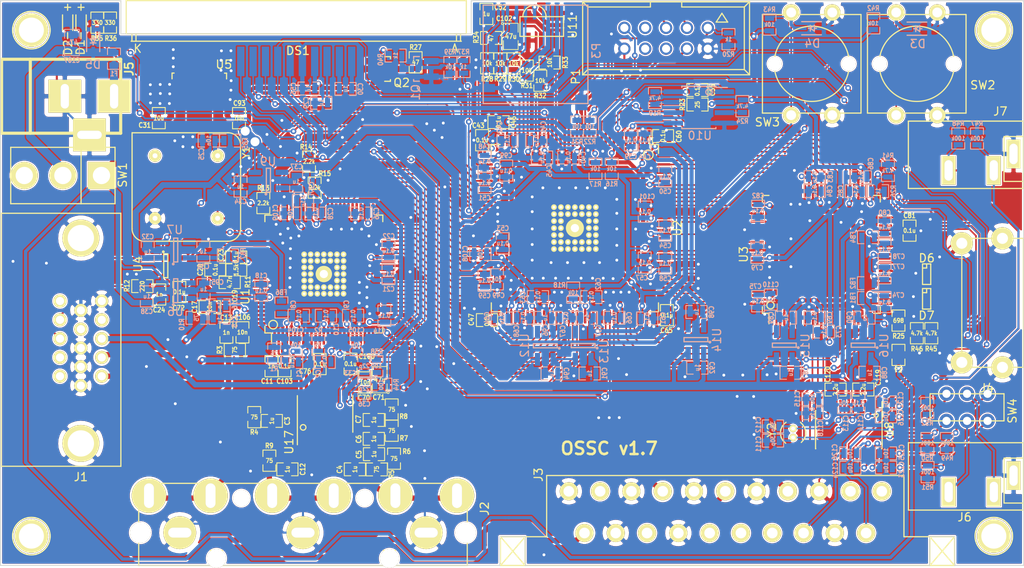
<source format=kicad_pcb>
(kicad_pcb (version 20171130) (host pcbnew 5.1.7+dfsg1-1)
  (layers (0 F.Cu signal) (31 B.Cu signal) (34 B.Paste user) (35 F.Paste user) (36 B.SilkS user) (37 F.SilkS user) (38 B.Mask user) (39 F.Mask user) (44 Edge.Cuts user))
  (net 0 "")
  (net 1 /fpga1/ASDO)
  (net 2 /fpga1/DATA0)
  (net 3 /fpga1/DCLK)
  (net 4 /fpga1/HDMITX_HSYNC)
  (net 5 /fpga1/HDMITX_INT_N)
  (net 6 /fpga1/HDMITX_PCLK)
  (net 7 /fpga1/HDMITX_R0)
  (net 8 /fpga1/HDMITX_R1)
  (net 9 /fpga1/HDMITX_R2)
  (net 10 /fpga1/HDMITX_R3)
  (net 11 /fpga1/HDMITX_R4)
  (net 12 /fpga1/HDMITX_R5)
  (net 13 /fpga1/HDMITX_R6)
  (net 14 /fpga1/HDMITX_R7)
  (net 15 /fpga1/HDMITX_VSYNC)
  (net 16 /fpga1/IR_RX)
  (net 17 /fpga1/LED0)
  (net 18 /fpga1/LED1)
  (net 19 /fpga1/SCL)
  (net 20 /fpga1/SDA)
  (net 21 /fpga1/SD_CLK)
  (net 22 /fpga1/SD_CMD)
  (net 23 /fpga1/SD_DAT0)
  (net 24 /fpga1/SD_DAT1)
  (net 25 /fpga1/SD_DAT2)
  (net 26 /fpga1/SD_DAT3)
  (net 27 /fpga1/TCK)
  (net 28 /fpga1/TDI)
  (net 29 /fpga1/TDO)
  (net 30 /fpga1/TMS)
  (net 31 /fpga1/VCCA)
  (net 32 /fpga1/VCCD_PLL)
  (net 33 /fpga1/VCCINT)
  (net 34 /fpga1/nCSO)
  (net 35 /hdmitx1/AVCC1V8)
  (net 36 /hdmitx1/AVDD3V3)
  (net 37 /hdmitx1/B0)
  (net 38 /hdmitx1/B1)
  (net 39 /hdmitx1/B2)
  (net 40 /hdmitx1/B3)
  (net 41 /hdmitx1/B4)
  (net 42 /hdmitx1/B5)
  (net 43 /hdmitx1/B6)
  (net 44 /hdmitx1/B7)
  (net 45 /hdmitx1/DDC_SCL)
  (net 46 /hdmitx1/DDC_SDA)
  (net 47 /hdmitx1/DE)
  (net 48 /hdmitx1/DVDD1V8)
  (net 49 /hdmitx1/DVDD3V3)
  (net 50 /hdmitx1/G0)
  (net 51 /hdmitx1/G1)
  (net 52 /hdmitx1/G2)
  (net 53 /hdmitx1/G3)
  (net 54 /hdmitx1/G4)
  (net 55 /hdmitx1/G5)
  (net 56 /hdmitx1/G6)
  (net 57 /hdmitx1/G7)
  (net 58 /hdmitx1/HPD)
  (net 59 /hdmitx1/TMDS_CLK+)
  (net 60 /hdmitx1/TMDS_CLK-)
  (net 61 /hdmitx1/TMDS_D0+)
  (net 62 /hdmitx1/TMDS_D0-)
  (net 63 /hdmitx1/TMDS_D1+)
  (net 64 /hdmitx1/TMDS_D1-)
  (net 65 /hdmitx1/TMDS_D2+)
  (net 66 /hdmitx1/TMDS_D2-)
  (net 67 /tvp_board1/AVDD)
  (net 68 /tvp_board1/B0)
  (net 69 /tvp_board1/B1)
  (net 70 /tvp_board1/B2)
  (net 71 /tvp_board1/B3)
  (net 72 /tvp_board1/B4)
  (net 73 /tvp_board1/B5)
  (net 74 /tvp_board1/B6)
  (net 75 /tvp_board1/B7)
  (net 76 /tvp_board1/DVDD)
  (net 77 /tvp_board1/FID)
  (net 78 /tvp_board1/G0)
  (net 79 /tvp_board1/G1)
  (net 80 /tvp_board1/G2)
  (net 81 /tvp_board1/G3)
  (net 82 /tvp_board1/G4)
  (net 83 /tvp_board1/G5)
  (net 84 /tvp_board1/G6)
  (net 85 /tvp_board1/G7)
  (net 86 /tvp_board1/HSYNC)
  (net 87 /tvp_board1/PCLK)
  (net 88 /tvp_board1/R0)
  (net 89 /tvp_board1/R1)
  (net 90 /tvp_board1/R2)
  (net 91 /tvp_board1/R3)
  (net 92 /tvp_board1/R4)
  (net 93 /tvp_board1/R5)
  (net 94 /tvp_board1/R6)
  (net 95 /tvp_board1/R7)
  (net 96 /tvp_board1/RGB1_B)
  (net 97 /tvp_board1/RGB1_G)
  (net 98 /tvp_board1/RGB1_R)
  (net 99 /tvp_board1/RGB1_S)
  (net 100 /tvp_board1/RGB2_B)
  (net 101 /tvp_board1/RGB2_G)
  (net 102 /tvp_board1/RGB2_R)
  (net 103 /tvp_board1/RGB3_B)
  (net 104 /tvp_board1/RGB3_G)
  (net 105 /tvp_board1/RGB3_R)
  (net 106 /tvp_board1/VSYNC)
  (net 107 GND)
  (net 108 "Net-(C1-Pad2)")
  (net 109 "Net-(C2-Pad2)")
  (net 110 "Net-(C3-Pad2)")
  (net 111 "Net-(C4-Pad2)")
  (net 112 "Net-(C5-Pad2)")
  (net 113 "Net-(C6-Pad2)")
  (net 114 "Net-(C7-Pad2)")
  (net 115 "Net-(C11-Pad2)")
  (net 116 "Net-(C12-Pad2)")
  (net 117 "Net-(C13-Pad2)")
  (net 118 "Net-(C15-Pad2)")
  (net 119 "Net-(C16-Pad2)")
  (net 120 "Net-(C17-Pad2)")
  (net 121 "Net-(C19-Pad1)")
  (net 122 "Net-(C19-Pad2)")
  (net 123 "Net-(C20-Pad2)")
  (net 124 "Net-(C24-Pad1)")
  (net 125 "Net-(C25-Pad1)")
  (net 126 "Net-(C29-Pad2)")
  (net 127 "Net-(C30-Pad1)")
  (net 128 "Net-(C30-Pad2)")
  (net 129 "Net-(C74-Pad1)")
  (net 130 "Net-(C77-Pad1)")
  (net 131 "Net-(C80-Pad1)")
  (net 132 "Net-(J1-Pad9)")
  (net 133 "Net-(J1-Pad4)")
  (net 134 "Net-(J1-Pad11)")
  (net 135 "Net-(J1-Pad12)")
  (net 136 "Net-(J1-Pad15)")
  (net 137 "Net-(P1-Pad6)")
  (net 138 "Net-(P1-Pad8)")
  (net 139 "Net-(R11-Pad2)")
  (net 140 "Net-(R16-Pad2)")
  (net 141 "Net-(R24-Pad1)")
  (net 142 "Net-(R25-Pad1)")
  (net 143 "Net-(R26-Pad1)")
  (net 144 "Net-(U1-Pad25)")
  (net 145 "Net-(U1-Pad37)")
  (net 146 "Net-(U1-Pad38)")
  (net 147 "Net-(U1-Pad51)")
  (net 148 "Net-(U1-Pad52)")
  (net 149 "Net-(U1-Pad64)")
  (net 150 "Net-(U1-Pad65)")
  (net 151 "Net-(J3-Pad3)")
  (net 152 "Net-(J3-Pad8)")
  (net 153 "Net-(J3-Pad10)")
  (net 154 "Net-(J3-Pad12)")
  (net 155 "Net-(J3-Pad16)")
  (net 156 "Net-(J3-Pad19)")
  (net 157 "Net-(J3-Pad1)")
  (net 158 "Net-(J4-Pad13)")
  (net 159 "Net-(P1-Pad7)")
  (net 160 "Net-(U3-Pad45)")
  (net 161 "Net-(Y1-Pad1)")
  (net 162 /fpga1/CLK27)
  (net 163 "Net-(R17-Pad1)")
  (net 164 "Net-(R18-Pad2)")
  (net 165 "Net-(R19-Pad1)")
  (net 166 "Net-(R23-Pad2)")
  (net 167 "Net-(DS1-Pad11)")
  (net 168 "Net-(U17-Pad1)")
  (net 169 "Net-(U17-Pad20)")
  (net 170 "Net-(F1-Pad1)")
  (net 171 /tvp_board1/RGB_12_G)
  (net 172 /tvp_board1/RGB_12_R)
  (net 173 "Net-(C76-Pad2)")
  (net 174 /tvp_board1/RGB_12_B)
  (net 175 "Net-(C100-Pad2)")
  (net 176 "Net-(C103-Pad2)")
  (net 177 "Net-(C104-Pad2)")
  (net 178 "Net-(C105-Pad2)")
  (net 179 /tvp_board1/RGB3_HS)
  (net 180 /tvp_board1/RGB3_VS)
  (net 181 /tvp_board1/RGB3_VS_B)
  (net 182 /tvp_board1/RGB3_HS_B)
  (net 183 "Net-(C106-Pad1)")
  (net 184 "Net-(C107-Pad1)")
  (net 185 /fpga1/LCD_CS_N)
  (net 186 /fpga1/LCD_RS)
  (net 187 /fpga1/BTN0)
  (net 188 /fpga1/BTN1)
  (net 189 "Net-(C23-Pad1)")
  (net 190 /tvp_board1/AVDD_F)
  (net 191 "Net-(C102-Pad1)")
  (net 192 "Net-(C33-Pad2)")
  (net 193 "Net-(C36-Pad1)")
  (net 194 /fpga1/RESET_N)
  (net 195 "Net-(Q1-Pad1)")
  (net 196 "Net-(Q1-Pad3)")
  (net 197 "Net-(Q2-Pad1)")
  (net 198 "Net-(Q2-Pad3)")
  (net 199 /fpga1/LCD_BLEN)
  (net 200 /hdmitx1/5V)
  (net 201 /hdmitx1/5V_FUSED)
  (net 202 "Net-(C111-Pad1)")
  (net 203 "Net-(C112-Pad1)")
  (net 204 /hdmitx1/AV2_AUD_R)
  (net 205 "Net-(C116-Pad2)")
  (net 206 /hdmitx1/AV1_AUD_R)
  (net 207 "Net-(C119-Pad1)")
  (net 208 "Net-(C120-Pad1)")
  (net 209 /hdmitx1/AV2_AUD_L)
  (net 210 "Net-(C121-Pad2)")
  (net 211 /hdmitx1/AV1_AUD_L)
  (net 212 "Net-(C123-Pad1)")
  (net 213 /hdmitx1/AV3_AUD_R)
  (net 214 "Net-(C124-Pad1)")
  (net 215 "Net-(C125-Pad1)")
  (net 216 /hdmitx1/AV3_AUD_L)
  (net 217 "Net-(C126-Pad1)")
  (net 218 "Net-(J4-Pad14)")
  (net 219 "Net-(J6-Pad3)")
  (net 220 "Net-(J6-Pad2)")
  (net 221 /hdmitx1/I2S_DATA)
  (net 222 /hdmitx1/I2S_WS)
  (net 223 /hdmitx1/I2S_BCK)
  (net 224 "Net-(U8-Pad5)")
  (net 225 "Net-(U8-Pad19)")
  (net 226 "Net-(U8-Pad20)")
  (net 227 "Net-(U8-Pad21)")
  (net 228 "Net-(U8-Pad22)")
  (net 229 "Net-(U8-Pad3)")
  (net 230 "Net-(U8-Pad4)")
  (net 231 "Net-(D1-Pad2)")
  (net 232 "Net-(D2-Pad2)")
  (net 233 "Net-(U6-Pad4)")
  (net 234 "Net-(U7-Pad4)")
  (net 235 "Net-(U9-Pad4)")
  (net 236 "Net-(U12-Pad4)")
  (net 237 "Net-(U13-Pad4)")
  (net 238 "Net-(U14-Pad4)")
  (net 239 "Net-(U15-Pad4)")
  (net 240 "Net-(U16-Pad4)")
  (module custom_components:LED-0603 (layer F.Cu) (at 17.179 19.545 90)
    (fp_text reference D1 (at -3.14 -0.076 90) (layer F.SilkS))
    (fp_text value LEDR)
    (pad 1 smd rect (at -0.7493 0 270) (size 0.79756 0.79756) (layers F.Cu F.Paste F.Mask) (net 107 GND))
    (pad 2 smd rect (at 0.7493 0 270) (size 0.79756 0.79756) (layers F.Cu F.Paste F.Mask) (net 231 "Net-(D1-Pad2)"))
  )
  (module custom_components:LED-0603 (layer F.Cu) (at 15.549 19.545 90)
    (fp_text reference D2 (at -3.178 0.03 90) (layer F.SilkS))
    (fp_text value LEDG)
    (pad 1 smd rect (at -0.7493 0 270) (size 0.79756 0.79756) (layers F.Cu F.Paste F.Mask) (net 107 GND))
    (pad 2 smd rect (at 0.7493 0 270) (size 0.79756 0.79756) (layers F.Cu F.Paste F.Mask) (net 232 "Net-(D2-Pad2)"))
  )
  (module custom_components:TSSOP-30_4.4x7.8mm_Pitch0.5mm_Handsoldering (layer F.Cu) (at 110.622 69.23 270)
    (fp_text reference U8 (at 0 -4.95 270) (layer F.SilkS))
    (fp_text value PCM1862)
    (pad 16 smd rect (at 3 3.5 270) (size 1.2 0.3) (layers F.Cu F.Paste F.Mask) (net 222 /hdmitx1/I2S_WS))
    (pad 17 smd rect (at 3 3 270) (size 1.2 0.3) (layers F.Cu F.Paste F.Mask) (net 223 /hdmitx1/I2S_BCK))
    (pad 18 smd rect (at 3 2.5 270) (size 1.2 0.3) (layers F.Cu F.Paste F.Mask) (net 221 /hdmitx1/I2S_DATA))
    (pad 19 smd rect (at 3 2 270) (size 1.2 0.3) (layers F.Cu F.Paste F.Mask) (net 225 "Net-(U8-Pad19)"))
    (pad 20 smd rect (at 3 1.5 270) (size 1.2 0.3) (layers F.Cu F.Paste F.Mask) (net 226 "Net-(U8-Pad20)"))
    (pad 21 smd rect (at 3 1 270) (size 1.2 0.3) (layers F.Cu F.Paste F.Mask) (net 227 "Net-(U8-Pad21)"))
    (pad 22 smd rect (at 3 0.5 270) (size 1.2 0.3) (layers F.Cu F.Paste F.Mask) (net 228 "Net-(U8-Pad22)"))
    (pad 23 smd rect (at 3 0 270) (size 1.2 0.3) (layers F.Cu F.Paste F.Mask) (net 20 /fpga1/SDA))
    (pad 24 smd rect (at 3 -0.5 270) (size 1.2 0.3) (layers F.Cu F.Paste F.Mask) (net 19 /fpga1/SCL))
    (pad 25 smd rect (at 3 -1 270) (size 1.2 0.3) (layers F.Cu F.Paste F.Mask) (net 107 GND))
    (pad 26 smd rect (at 3 -1.5 270) (size 1.2 0.3) (layers F.Cu F.Paste F.Mask) (net 107 GND))
    (pad 27 smd rect (at 3 -2 270) (size 1.2 0.3) (layers F.Cu F.Paste F.Mask) (net 217 "Net-(C126-Pad1)"))
    (pad 28 smd rect (at 3 -2.5 270) (size 1.2 0.3) (layers F.Cu F.Paste F.Mask) (net 214 "Net-(C124-Pad1)"))
    (pad 29 smd rect (at 3 -3 270) (size 1.2 0.3) (layers F.Cu F.Paste F.Mask) (net 215 "Net-(C125-Pad1)"))
    (pad 30 smd rect (at 3 -3.5 270) (size 1.2 0.3) (layers F.Cu F.Paste F.Mask) (net 212 "Net-(C123-Pad1)"))
    (pad 1 smd rect (at -3 -3.5 270) (size 1.2 0.3) (layers F.Cu F.Paste F.Mask) (net 210 "Net-(C121-Pad2)"))
    (pad 2 smd rect (at -3 -3 270) (size 1.2 0.3) (layers F.Cu F.Paste F.Mask) (net 205 "Net-(C116-Pad2)"))
    (pad 3 smd rect (at -3 -2.5 270) (size 1.2 0.3) (layers F.Cu F.Paste F.Mask) (net 229 "Net-(U8-Pad3)"))
    (pad 4 smd rect (at -3 -2 270) (size 1.2 0.3) (layers F.Cu F.Paste F.Mask) (net 230 "Net-(U8-Pad4)"))
    (pad 5 smd rect (at -3 -1.5 270) (size 1.2 0.3) (layers F.Cu F.Paste F.Mask) (net 224 "Net-(U8-Pad5)"))
    (pad 6 smd rect (at -3 -1 270) (size 1.2 0.3) (layers F.Cu F.Paste F.Mask) (net 207 "Net-(C119-Pad1)"))
    (pad 7 smd rect (at -3 -0.5 270) (size 1.2 0.3) (layers F.Cu F.Paste F.Mask) (net 107 GND))
    (pad 8 smd rect (at -3 0 270) (size 1.2 0.3) (layers F.Cu F.Paste F.Mask) (net 36 /hdmitx1/AVDD3V3))
    (pad 9 smd rect (at -3 0.5 270) (size 1.2 0.3) (layers F.Cu F.Paste F.Mask) (net 202 "Net-(C111-Pad1)"))
    (pad 10 smd rect (at -3 1 270) (size 1.2 0.3) (layers F.Cu F.Paste F.Mask) (net 203 "Net-(C112-Pad1)"))
    (pad 11 smd rect (at -3 1.5 270) (size 1.2 0.3) (layers F.Cu F.Paste F.Mask) (net 208 "Net-(C120-Pad1)"))
    (pad 12 smd rect (at -3 2 270) (size 1.2 0.3) (layers F.Cu F.Paste F.Mask) (net 107 GND))
    (pad 13 smd rect (at -3 2.5 270) (size 1.2 0.3) (layers F.Cu F.Paste F.Mask) (net 49 /hdmitx1/DVDD3V3))
    (pad 14 smd rect (at -3 3 270) (size 1.2 0.3) (layers F.Cu F.Paste F.Mask) (net 49 /hdmitx1/DVDD3V3))
    (pad 15 smd rect (at -3 3.5 270) (size 1.2 0.3) (layers F.Cu F.Paste F.Mask) (net 107 GND))
  )
  (module custom_components:IRM-V5XX_TR1 (layer F.Cu) (at 73.2641 21.3605)
    (fp_text reference U11 (at 3.7465 -1.19634 90) (layer F.SilkS))
    (fp_text value IRM-V538/TR1)
    (pad 1 smd rect (at 1.7 0.5) (size 0.7 1.9) (layers F.Cu F.Paste F.Mask) (net 16 /fpga1/IR_RX))
    (pad 2 smd rect (at 0 0.5) (size 0.7 1.9) (layers F.Cu F.Paste F.Mask) (net 191 "Net-(C102-Pad1)"))
    (pad 3 smd rect (at -1.7 0.5) (size 0.7 1.9) (layers F.Cu F.Paste F.Mask) (net 107 GND))
    (pad 3 smd rect (at 1.68 -2.85) (size 1.4 1.9) (layers F.Cu F.Paste F.Mask) (net 107 GND))
  )
  (module Connect:VASCH5x2 (layer F.Cu) (at 88.4 21.59 180)
    (fp_text reference P1 (at 10.996 -4.661 270) (layer F.SilkS))
    (fp_text value JTAG_CONN)
    (pad 1 thru_hole circle (at -5.08 1.27 180) (size 1.50622 1.50622) (drill 0.99822) (layers *.Cu *.Mask) (net 27 /fpga1/TCK))
    (pad 2 thru_hole circle (at -5.08 -1.27 180) (size 1.50622 1.50622) (drill 0.99822) (layers *.Cu *.Mask) (net 107 GND))
    (pad 3 thru_hole circle (at -2.54 1.27 180) (size 1.50622 1.50622) (drill 0.99822) (layers *.Cu *.Mask) (net 29 /fpga1/TDO))
    (pad 4 thru_hole circle (at -2.54 -1.27 180) (size 1.50622 1.50622) (drill 0.99822) (layers *.Cu *.Mask) (net 31 /fpga1/VCCA))
    (pad 5 thru_hole circle (at 0 1.27 180) (size 1.50622 1.50622) (drill 0.99822) (layers *.Cu *.Mask) (net 30 /fpga1/TMS))
    (pad 6 thru_hole circle (at 0 -1.27 180) (size 1.50622 1.50622) (drill 0.99822) (layers *.Cu *.Mask) (net 137 "Net-(P1-Pad6)"))
    (pad 7 thru_hole circle (at 2.54 1.27 180) (size 1.50622 1.50622) (drill 0.99822) (layers *.Cu *.Mask) (net 159 "Net-(P1-Pad7)"))
    (pad 8 thru_hole circle (at 2.54 -1.27 180) (size 1.50622 1.50622) (drill 0.99822) (layers *.Cu *.Mask) (net 138 "Net-(P1-Pad8)"))
    (pad 9 thru_hole circle (at 5.08 1.27 180) (size 1.50622 1.50622) (drill 0.99822) (layers *.Cu *.Mask) (net 28 /fpga1/TDI))
    (pad 10 thru_hole circle (at 5.08 -1.27 180) (size 1.50622 1.50622) (drill 0.99822) (layers *.Cu *.Mask) (net 107 GND))
  )
  (module Connect:1pin (layer F.Cu) (at 11.13 20.6)
    (fp_text reference MH1 hide)
    (fp_text value CONN_1)
    (pad 1 thru_hole circle (at 0 0) (size 4.064 4.064) (drill 3.048) (layers *.Cu *.Mask F.SilkS))
  )
  (module Connect:1pin (layer F.Cu) (at 11.13 82.2)
    (fp_text reference MH3 hide)
    (fp_text value CONN_1)
    (pad 1 thru_hole circle (at 0 0) (size 4.064 4.064) (drill 3.048) (layers *.Cu *.Mask F.SilkS))
  )
  (module Connect:1pin (layer F.Cu) (at 128.3 82.2)
    (fp_text reference MH4 hide)
    (fp_text value CONN_1)
    (pad 1 thru_hole circle (at 0 0) (size 4.064 4.064) (drill 3.048) (layers *.Cu *.Mask F.SilkS))
  )
  (module Connect:1pin (layer F.Cu) (at 128.3 20.6)
    (fp_text reference MH2 hide)
    (fp_text value CONN_1)
    (pad 1 thru_hole circle (at 0 0) (size 4.064 4.064) (drill 3.048) (layers *.Cu *.Mask F.SilkS))
  )
  (module custom_components:ACHL-OSC (layer F.Cu) (at 29.9945 39.6993 270)
    (fp_text reference Y1 (at -4.191 -7.2898 270) (layer F.SilkS) (effects (font (size 0.8 0.8))))
    (fp_text value ACHL-27MHZ-EK)
    (pad 5 thru_hole circle (at 3.81 -3.81 270) (size 1.5 1.5) (drill 0.6) (layers *.Cu *.Mask F.SilkS) (net 162 /fpga1/CLK27))
    (pad 8 thru_hole circle (at -3.81 -3.81 270) (size 1.5 1.5) (drill 0.6) (layers *.Cu *.Mask F.SilkS) (net 125 "Net-(C25-Pad1)"))
    (pad 1 thru_hole circle (at -3.81 3.81 270) (size 1.5 1.5) (drill 0.6) (layers *.Cu *.Mask F.SilkS) (net 161 "Net-(Y1-Pad1)"))
    (pad 4 thru_hole circle (at 3.81 3.81 270) (size 1.5 1.5) (drill 0.6) (layers *.Cu *.Mask F.SilkS) (net 107 GND))
  )
  (module custom_components:SOT-23-5_Handsoldering (layer B.Cu) (at 28.702 47.3701 90)
    (fp_text reference U7 (at 2.4631 -0.112 180) (layer B.SilkS) (effects (justify mirror)))
    (fp_text value NCP703SN19T1G)
    (pad 1 smd rect (at -0.95 -1.65) (size 1.56 0.65) (layers B.Cu B.Paste B.Mask) (net 49 /hdmitx1/DVDD3V3))
    (pad 2 smd rect (at 0 -1.65) (size 1.56 0.65) (layers B.Cu B.Paste B.Mask) (net 107 GND))
    (pad 3 smd rect (at 0.95 -1.65) (size 1.56 0.65) (layers B.Cu B.Paste B.Mask) (net 49 /hdmitx1/DVDD3V3))
    (pad 4 smd rect (at 0.95 1.65) (size 1.56 0.65) (layers B.Cu B.Paste B.Mask) (net 234 "Net-(U7-Pad4)"))
    (pad 5 smd rect (at -0.95 1.65) (size 1.56 0.65) (layers B.Cu B.Paste B.Mask) (net 67 /tvp_board1/AVDD))
  )
  (module custom_components:SOT-23-5_Handsoldering (layer B.Cu) (at 39.986 38.862 90)
    (fp_text reference U9 (at 2.263 -0.05 180) (layer B.SilkS) (effects (justify mirror)))
    (fp_text value TLV70019)
    (pad 1 smd rect (at -0.95 -1.65) (size 1.56 0.65) (layers B.Cu B.Paste B.Mask) (net 49 /hdmitx1/DVDD3V3))
    (pad 2 smd rect (at 0 -1.65) (size 1.56 0.65) (layers B.Cu B.Paste B.Mask) (net 107 GND))
    (pad 3 smd rect (at 0.95 -1.65) (size 1.56 0.65) (layers B.Cu B.Paste B.Mask) (net 49 /hdmitx1/DVDD3V3))
    (pad 4 smd rect (at 0.95 1.65) (size 1.56 0.65) (layers B.Cu B.Paste B.Mask) (net 235 "Net-(U9-Pad4)"))
    (pad 5 smd rect (at -0.95 1.65) (size 1.56 0.65) (layers B.Cu B.Paste B.Mask) (net 76 /tvp_board1/DVDD))
  )
  (module custom_components:SOT-23-5_Handsoldering (layer B.Cu) (at 102.7938 58.9534 180)
    (fp_text reference U15 (at -2.55 -0.05 270) (layer B.SilkS) (effects (justify mirror)))
    (fp_text value TLV70018)
    (pad 1 smd rect (at -0.95 -1.65 90) (size 1.56 0.65) (layers B.Cu B.Paste B.Mask) (net 49 /hdmitx1/DVDD3V3))
    (pad 2 smd rect (at 0 -1.65 90) (size 1.56 0.65) (layers B.Cu B.Paste B.Mask) (net 107 GND))
    (pad 3 smd rect (at 0.95 -1.65 90) (size 1.56 0.65) (layers B.Cu B.Paste B.Mask) (net 49 /hdmitx1/DVDD3V3))
    (pad 4 smd rect (at 0.95 1.65 90) (size 1.56 0.65) (layers B.Cu B.Paste B.Mask) (net 239 "Net-(U15-Pad4)"))
    (pad 5 smd rect (at -0.95 1.65 90) (size 1.56 0.65) (layers B.Cu B.Paste B.Mask) (net 48 /hdmitx1/DVDD1V8))
  )
  (module custom_components:SOT-23-5_Handsoldering (layer B.Cu) (at 112.39 58.9534 180)
    (fp_text reference U16 (at -2.55 -0.05 270) (layer B.SilkS) (effects (justify mirror)))
    (fp_text value TLV70018)
    (pad 1 smd rect (at -0.95 -1.65 90) (size 1.56 0.65) (layers B.Cu B.Paste B.Mask) (net 49 /hdmitx1/DVDD3V3))
    (pad 2 smd rect (at 0 -1.65 90) (size 1.56 0.65) (layers B.Cu B.Paste B.Mask) (net 107 GND))
    (pad 3 smd rect (at 0.95 -1.65 90) (size 1.56 0.65) (layers B.Cu B.Paste B.Mask) (net 49 /hdmitx1/DVDD3V3))
    (pad 4 smd rect (at 0.95 1.65 90) (size 1.56 0.65) (layers B.Cu B.Paste B.Mask) (net 240 "Net-(U16-Pad4)"))
    (pad 5 smd rect (at -0.95 1.65 90) (size 1.56 0.65) (layers B.Cu B.Paste B.Mask) (net 35 /hdmitx1/AVCC1V8))
  )
  (module custom_components:SOT-23-5_Handsoldering (layer B.Cu) (at 28.702 52.324 90)
    (fp_text reference U6 (at -2.55 -0.05 180) (layer B.SilkS) (effects (justify mirror)))
    (fp_text value TLV70033)
    (pad 1 smd rect (at -0.95 -1.65) (size 1.56 0.65) (layers B.Cu B.Paste B.Mask) (net 200 /hdmitx1/5V))
    (pad 2 smd rect (at 0 -1.65) (size 1.56 0.65) (layers B.Cu B.Paste B.Mask) (net 107 GND))
    (pad 3 smd rect (at 0.95 -1.65) (size 1.56 0.65) (layers B.Cu B.Paste B.Mask) (net 200 /hdmitx1/5V))
    (pad 4 smd rect (at 0.95 1.65) (size 1.56 0.65) (layers B.Cu B.Paste B.Mask) (net 233 "Net-(U6-Pad4)"))
    (pad 5 smd rect (at -0.95 1.65) (size 1.56 0.65) (layers B.Cu B.Paste B.Mask) (net 36 /hdmitx1/AVDD3V3))
  )
  (module custom_components:SOT-23-5_Handsoldering (layer B.Cu) (at 73.7 59.0246 180)
    (fp_text reference U12 (at 2.514 0.035 270) (layer B.SilkS) (effects (justify mirror)))
    (fp_text value TLV70012)
    (pad 1 smd rect (at -0.95 -1.65 90) (size 1.56 0.65) (layers B.Cu B.Paste B.Mask) (net 49 /hdmitx1/DVDD3V3))
    (pad 2 smd rect (at 0 -1.65 90) (size 1.56 0.65) (layers B.Cu B.Paste B.Mask) (net 107 GND))
    (pad 3 smd rect (at 0.95 -1.65 90) (size 1.56 0.65) (layers B.Cu B.Paste B.Mask) (net 49 /hdmitx1/DVDD3V3))
    (pad 4 smd rect (at 0.95 1.65 90) (size 1.56 0.65) (layers B.Cu B.Paste B.Mask) (net 236 "Net-(U12-Pad4)"))
    (pad 5 smd rect (at -0.95 1.65 90) (size 1.56 0.65) (layers B.Cu B.Paste B.Mask) (net 33 /fpga1/VCCINT))
  )
  (module custom_components:SOT-23-5_Handsoldering (layer B.Cu) (at 78.306 59.0026 180)
    (fp_text reference U13 (at -2.55 -0.7004 270) (layer B.SilkS) (effects (justify mirror)))
    (fp_text value TLV70025)
    (pad 1 smd rect (at -0.95 -1.65 90) (size 1.56 0.65) (layers B.Cu B.Paste B.Mask) (net 49 /hdmitx1/DVDD3V3))
    (pad 2 smd rect (at 0 -1.65 90) (size 1.56 0.65) (layers B.Cu B.Paste B.Mask) (net 107 GND))
    (pad 3 smd rect (at 0.95 -1.65 90) (size 1.56 0.65) (layers B.Cu B.Paste B.Mask) (net 49 /hdmitx1/DVDD3V3))
    (pad 4 smd rect (at 0.95 1.65 90) (size 1.56 0.65) (layers B.Cu B.Paste B.Mask) (net 237 "Net-(U13-Pad4)"))
    (pad 5 smd rect (at -0.95 1.65 90) (size 1.56 0.65) (layers B.Cu B.Paste B.Mask) (net 31 /fpga1/VCCA))
  )
  (module custom_components:SOT-23-5_Handsoldering (layer B.Cu) (at 92.034 58.278 180)
    (fp_text reference U14 (at -2.55 -0.05 270) (layer B.SilkS) (effects (justify mirror)))
    (fp_text value TLV70012)
    (pad 1 smd rect (at -0.95 -1.65 90) (size 1.56 0.65) (layers B.Cu B.Paste B.Mask) (net 49 /hdmitx1/DVDD3V3))
    (pad 2 smd rect (at 0 -1.65 90) (size 1.56 0.65) (layers B.Cu B.Paste B.Mask) (net 107 GND))
    (pad 3 smd rect (at 0.95 -1.65 90) (size 1.56 0.65) (layers B.Cu B.Paste B.Mask) (net 49 /hdmitx1/DVDD3V3))
    (pad 4 smd rect (at 0.95 1.65 90) (size 1.56 0.65) (layers B.Cu B.Paste B.Mask) (net 238 "Net-(U14-Pad4)"))
    (pad 5 smd rect (at -0.95 1.65 90) (size 1.56 0.65) (layers B.Cu B.Paste B.Mask) (net 32 /fpga1/VCCD_PLL))
  )
  (module custom_components:DM3D-SF (layer B.Cu) (at 67.988 19.305)
    (fp_text reference P3 (at 11.9253 3.81 270) (layer B.SilkS) (effects (justify mirror)))
    (fp_text value mSD_CONN)
    (pad 6 smd rect (at 10.1 10.1) (size 1.5 1.9) (layers B.Cu B.Paste B.Mask) (net 107 GND))
    (pad 6 smd rect (at -1.4 8.35) (size 2 1) (layers B.Cu B.Paste B.Mask) (net 107 GND))
    (pad 1 smd rect (at 7.7 -0.875) (size 0.4 1.75) (layers B.Cu B.Paste B.Mask) (net 25 /fpga1/SD_DAT2))
    (pad 2 smd rect (at 6.6 -0.875) (size 0.4 1.75) (layers B.Cu B.Paste B.Mask) (net 26 /fpga1/SD_DAT3))
    (pad 3 smd rect (at 5.5 -0.875) (size 0.4 1.75) (layers B.Cu B.Paste B.Mask) (net 22 /fpga1/SD_CMD))
    (pad 4 smd rect (at 4.4 -0.875) (size 0.4 1.75) (layers B.Cu B.Paste B.Mask) (net 49 /hdmitx1/DVDD3V3))
    (pad 5 smd rect (at 3.3 -0.875) (size 0.4 1.75) (layers B.Cu B.Paste B.Mask) (net 21 /fpga1/SD_CLK))
    (pad 6 smd rect (at 2.2 -0.875) (size 0.4 1.75) (layers B.Cu B.Paste B.Mask) (net 107 GND))
    (pad 7 smd rect (at 1.1 -0.875) (size 0.4 1.75) (layers B.Cu B.Paste B.Mask) (net 23 /fpga1/SD_DAT0))
    (pad 8 smd rect (at 0 -0.875) (size 0.4 1.75) (layers B.Cu B.Paste B.Mask) (net 24 /fpga1/SD_DAT1))
  )
  (module custom_components:SOT-23-6_Handsoldering (layer F.Cu) (at 27.4933 49.2878 270)
    (fp_text reference U4 (at -0.1848 3.3683 90) (layer F.SilkS))
    (fp_text value SN74LVC2G17)
    (pad 5 smd rect (at 0 -1.65) (size 1.56 0.65) (layers F.Cu F.Paste F.Mask) (net 49 /hdmitx1/DVDD3V3))
    (pad 1 smd rect (at -0.95 1.65) (size 1.56 0.65) (layers F.Cu F.Paste F.Mask) (net 179 /tvp_board1/RGB3_HS))
    (pad 2 smd rect (at 0 1.65) (size 1.56 0.65) (layers F.Cu F.Paste F.Mask) (net 107 GND))
    (pad 3 smd rect (at 0.95 1.65) (size 1.56 0.65) (layers F.Cu F.Paste F.Mask) (net 124 "Net-(C24-Pad1)"))
    (pad 4 smd rect (at 0.95 -1.65) (size 1.56 0.65) (layers F.Cu F.Paste F.Mask) (net 181 /tvp_board1/RGB3_VS_B))
    (pad 6 smd rect (at -0.95 -1.65) (size 1.56 0.65) (layers F.Cu F.Paste F.Mask) (net 182 /tvp_board1/RGB3_HS_B))
  )
  (module custom_components:SOD-323_Handsoldering (layer B.Cu) (at 18.654 21.915 90)
    (fp_text reference D5 (at -2.8702 -0.0254) (layer B.SilkS) (effects (justify mirror)))
    (fp_text value SD05-7)
    (pad 1 smd rect (at -1.4 0 90) (size 1.4 0.45) (layers B.Cu B.Paste B.Mask) (net 184 "Net-(C107-Pad1)"))
    (pad 2 smd rect (at 1.4 0 90) (size 1.4 0.45) (layers B.Cu B.Paste B.Mask) (net 107 GND))
  )
  (module custom_components:VGA_CONN (layer F.Cu) (at 17.1555 59.2954 270)
    (fp_text reference J1 (at 15.70228 -0.00508) (layer F.SilkS))
    (fp_text value VGA)
    (pad 8 thru_hole circle (at 0 0 270) (size 1.6 1.6) (drill 1) (layers *.Cu *.Mask F.SilkS) (net 107 GND))
    (pad 9 thru_hole circle (at -2.29 0 270) (size 1.6 1.6) (drill 1) (layers *.Cu *.Mask F.SilkS) (net 132 "Net-(J1-Pad9)"))
    (pad 10 thru_hole circle (at -4.58 0 270) (size 1.6 1.6) (drill 1) (layers *.Cu *.Mask F.SilkS) (net 107 GND))
    (pad 1 thru_hole circle (at 3.44 -2.54 270) (size 1.6 1.6) (drill 1) (layers *.Cu *.Mask F.SilkS) (net 105 /tvp_board1/RGB3_R))
    (pad 2 thru_hole circle (at 1.15 -2.54 270) (size 1.6 1.6) (drill 1) (layers *.Cu *.Mask F.SilkS) (net 104 /tvp_board1/RGB3_G))
    (pad 3 thru_hole circle (at -1.14 -2.54 270) (size 1.6 1.6) (drill 1) (layers *.Cu *.Mask F.SilkS) (net 103 /tvp_board1/RGB3_B))
    (pad 4 thru_hole circle (at -3.43 -2.54 270) (size 1.6 1.6) (drill 1) (layers *.Cu *.Mask F.SilkS) (net 133 "Net-(J1-Pad4)"))
    (pad 5 thru_hole circle (at -5.72 -2.54 270) (size 1.6 1.6) (drill 1) (layers *.Cu *.Mask F.SilkS) (net 107 GND))
    (pad 6 thru_hole circle (at 4.58 0 270) (size 1.6 1.6) (drill 1) (layers *.Cu *.Mask F.SilkS) (net 107 GND))
    (pad 7 thru_hole circle (at 2.29 0 270) (size 1.6 1.6) (drill 1) (layers *.Cu *.Mask F.SilkS) (net 107 GND))
    (pad 11 thru_hole circle (at 3.44 2.54 270) (size 1.6 1.6) (drill 1) (layers *.Cu *.Mask F.SilkS) (net 134 "Net-(J1-Pad11)"))
    (pad 12 thru_hole circle (at 1.15 2.54 270) (size 1.6 1.6) (drill 1) (layers *.Cu *.Mask F.SilkS) (net 135 "Net-(J1-Pad12)"))
    (pad 13 thru_hole circle (at -1.14 2.54 270) (size 1.6 1.6) (drill 1) (layers *.Cu *.Mask F.SilkS) (net 179 /tvp_board1/RGB3_HS))
    (pad 14 thru_hole circle (at -3.43 2.54 270) (size 1.6 1.6) (drill 1) (layers *.Cu *.Mask F.SilkS) (net 180 /tvp_board1/RGB3_VS))
    (pad 15 thru_hole circle (at -5.72 2.54 270) (size 1.6 1.6) (drill 1) (layers *.Cu *.Mask F.SilkS) (net 136 "Net-(J1-Pad15)"))
    (pad 10 thru_hole circle (at 11.62 0 270) (size 4.5 4.5) (drill 3.2) (layers *.Cu *.Mask F.SilkS) (net 107 GND))
    (pad 10 thru_hole circle (at -13.38 0 270) (size 4.5 4.5) (drill 3.2) (layers *.Cu *.Mask F.SilkS) (net 107 GND))
  )
  (module custom_components:SOT-223_Handsoldering (layer F.Cu) (at 31.577 27.656)
    (fp_text reference U5 (at 2.987 -2.876) (layer F.SilkS))
    (fp_text value AP7361C)
    (pad 2 smd rect (at 0 3.6) (size 1.2 2.4) (layers F.Cu F.Paste F.Mask) (net 107 GND))
    (pad 1 smd rect (at -2.3 3.6) (size 1.2 2.4) (layers F.Cu F.Paste F.Mask) (net 200 /hdmitx1/5V))
    (pad 3 smd rect (at 2.3 3.6) (size 1.2 2.4) (layers F.Cu F.Paste F.Mask) (net 49 /hdmitx1/DVDD3V3))
    (pad 2 smd rect (at 0 -3.6) (size 3.3 2.4) (layers F.Cu F.Paste F.Mask) (net 107 GND))
  )
  (module Housings_SOT-23_SOT-143_TSOT-6:SOT-23_Handsoldering (layer B.Cu) (at 58.316 25.317 270)
    (fp_text reference Q1 (at 2.862 0.404 270) (layer B.SilkS) (effects (justify mirror)))
    (fp_text value BC847)
    (pad 1 smd rect (at -0.95 -1.50114 270) (size 0.8001 1.80086) (layers B.Cu B.Paste B.Mask) (net 195 "Net-(Q1-Pad1)"))
    (pad 2 smd rect (at 0.95 -1.50114 270) (size 0.8001 1.80086) (layers B.Cu B.Paste B.Mask) (net 107 GND))
    (pad 3 smd rect (at 0 1.50114 270) (size 0.8001 1.80086) (layers B.Cu B.Paste B.Mask) (net 196 "Net-(Q1-Pad3)"))
  )
  (module Housings_SOT-23_SOT-143_TSOT-6:SOT-23_Handsoldering (layer F.Cu) (at 54.193 25.329 270)
    (fp_text reference Q2 (at 1.676 -2.012) (layer F.SilkS))
    (fp_text value BC857)
    (pad 1 smd rect (at -0.95 1.50114 270) (size 0.8001 1.80086) (layers F.Cu F.Paste F.Mask) (net 197 "Net-(Q2-Pad1)"))
    (pad 2 smd rect (at 0.95 1.50114 270) (size 0.8001 1.80086) (layers F.Cu F.Paste F.Mask) (net 49 /hdmitx1/DVDD3V3))
    (pad 3 smd rect (at 0 -1.50114 270) (size 0.8001 1.80086) (layers F.Cu F.Paste F.Mask) (net 198 "Net-(Q2-Pad3)"))
  )
  (module custom_components:TSSOP-20_4.4x6.5mm_Pitch0.65mm_Handsoldering (layer F.Cu) (at 46.888 67.324 90)
    (fp_text reference U17 (at -3.451 -4.384 90) (layer F.SilkS))
    (fp_text value THS7353)
    (pad 1 smd rect (at -3.22 -2.925 90) (size 2 0.4) (layers F.Cu F.Paste F.Mask) (net 168 "Net-(U17-Pad1)"))
    (pad 2 smd rect (at -3.22 -2.275 90) (size 2 0.4) (layers F.Cu F.Paste F.Mask) (net 116 "Net-(C12-Pad2)"))
    (pad 3 smd rect (at -3.22 -1.625 90) (size 2 0.4) (layers F.Cu F.Paste F.Mask) (net 110 "Net-(C3-Pad2)"))
    (pad 4 smd rect (at -3.22 -0.975 90) (size 2 0.4) (layers F.Cu F.Paste F.Mask) (net 111 "Net-(C4-Pad2)"))
    (pad 5 smd rect (at -3.22 -0.325 90) (size 2 0.4) (layers F.Cu F.Paste F.Mask) (net 112 "Net-(C5-Pad2)"))
    (pad 6 smd rect (at -3.22 0.325 90) (size 2 0.4) (layers F.Cu F.Paste F.Mask) (net 113 "Net-(C6-Pad2)"))
    (pad 7 smd rect (at -3.22 0.975 90) (size 2 0.4) (layers F.Cu F.Paste F.Mask) (net 114 "Net-(C7-Pad2)"))
    (pad 8 smd rect (at -3.22 1.625 90) (size 2 0.4) (layers F.Cu F.Paste F.Mask) (net 107 GND))
    (pad 9 smd rect (at -3.22 2.275 90) (size 2 0.4) (layers F.Cu F.Paste F.Mask) (net 107 GND))
    (pad 10 smd rect (at -3.22 2.925 90) (size 2 0.4) (layers F.Cu F.Paste F.Mask) (net 107 GND))
    (pad 11 smd rect (at 3.22 2.925 90) (size 2 0.4) (layers F.Cu F.Paste F.Mask) (net 36 /hdmitx1/AVDD3V3))
    (pad 12 smd rect (at 3.22 2.275 90) (size 2 0.4) (layers F.Cu F.Paste F.Mask) (net 193 "Net-(C36-Pad1)"))
    (pad 13 smd rect (at 3.22 1.625 90) (size 2 0.4) (layers F.Cu F.Paste F.Mask) (net 192 "Net-(C33-Pad2)"))
    (pad 14 smd rect (at 3.22 0.975 90) (size 2 0.4) (layers F.Cu F.Paste F.Mask) (net 174 /tvp_board1/RGB_12_B))
    (pad 15 smd rect (at 3.22 0.325 90) (size 2 0.4) (layers F.Cu F.Paste F.Mask) (net 174 /tvp_board1/RGB_12_B))
    (pad 16 smd rect (at 3.22 -0.325 90) (size 2 0.4) (layers F.Cu F.Paste F.Mask) (net 172 /tvp_board1/RGB_12_R))
    (pad 17 smd rect (at 3.22 -0.975 90) (size 2 0.4) (layers F.Cu F.Paste F.Mask) (net 172 /tvp_board1/RGB_12_R))
    (pad 18 smd rect (at 3.22 -1.625 90) (size 2 0.4) (layers F.Cu F.Paste F.Mask) (net 171 /tvp_board1/RGB_12_G))
    (pad 19 smd rect (at 3.22 -2.275 90) (size 2 0.4) (layers F.Cu F.Paste F.Mask) (net 171 /tvp_board1/RGB_12_G))
    (pad 20 smd rect (at 3.22 -2.925 90) (size 2 0.4) (layers F.Cu F.Paste F.Mask) (net 169 "Net-(U17-Pad20)"))
  )
  (module custom_components:TQFP-100_custom (layer F.Cu) (at 107.3 47.9 90)
    (fp_text reference U3 (at 0 -9.45 90) (layer F.SilkS))
    (fp_text value IT6613)
    (pad 1 smd rect (at -7.8 -6 90) (size 1.6 0.3) (layers F.Cu F.Paste F.Mask) (net 47 /hdmitx1/DE))
    (pad 2 smd rect (at -7.8 -5.5 90) (size 1.6 0.3) (layers F.Cu F.Paste F.Mask) (net 4 /fpga1/HDMITX_HSYNC))
    (pad 3 smd rect (at -7.8 -5 90) (size 1.6 0.3) (layers F.Cu F.Paste F.Mask) (net 15 /fpga1/HDMITX_VSYNC))
    (pad 4 smd rect (at -7.8 -4.5 90) (size 1.6 0.3) (layers F.Cu F.Paste F.Mask) (net 107 GND))
    (pad 5 smd rect (at -7.8 -4 90) (size 1.6 0.3) (layers F.Cu F.Paste F.Mask) (net 107 GND))
    (pad 6 smd rect (at -7.8 -3.5 90) (size 1.6 0.3) (layers F.Cu F.Paste F.Mask) (net 107 GND))
    (pad 7 smd rect (at -7.8 -3 90) (size 1.6 0.3) (layers F.Cu F.Paste F.Mask) (net 107 GND))
    (pad 8 smd rect (at -7.8 -2.5 90) (size 1.6 0.3) (layers F.Cu F.Paste F.Mask) (net 107 GND))
    (pad 9 smd rect (at -7.8 -2 90) (size 1.6 0.3) (layers F.Cu F.Paste F.Mask) (net 221 /hdmitx1/I2S_DATA))
    (pad 10 smd rect (at -7.8 -1.5 90) (size 1.6 0.3) (layers F.Cu F.Paste F.Mask) (net 222 /hdmitx1/I2S_WS))
    (pad 11 smd rect (at -7.8 -1 90) (size 1.6 0.3) (layers F.Cu F.Paste F.Mask) (net 223 /hdmitx1/I2S_BCK))
    (pad 12 smd rect (at -7.8 -0.5 90) (size 1.6 0.3) (layers F.Cu F.Paste F.Mask) (net 48 /hdmitx1/DVDD1V8))
    (pad 13 smd rect (at -7.8 0 90) (size 1.6 0.3) (layers F.Cu F.Paste F.Mask) (net 107 GND))
    (pad 14 smd rect (at -7.8 0.5 90) (size 1.6 0.3) (layers F.Cu F.Paste F.Mask) (net 49 /hdmitx1/DVDD3V3))
    (pad 15 smd rect (at -7.8 1 90) (size 1.6 0.3) (layers F.Cu F.Paste F.Mask) (net 107 GND))
    (pad 16 smd rect (at -7.8 1.5 90) (size 1.6 0.3) (layers F.Cu F.Paste F.Mask) (net 107 GND))
    (pad 17 smd rect (at -7.8 2 90) (size 1.6 0.3) (layers F.Cu F.Paste F.Mask) (net 107 GND))
    (pad 18 smd rect (at -7.8 2.5 90) (size 1.6 0.3) (layers F.Cu F.Paste F.Mask) (net 107 GND))
    (pad 19 smd rect (at -7.8 3 90) (size 1.6 0.3) (layers F.Cu F.Paste F.Mask) (net 107 GND))
    (pad 20 smd rect (at -7.8 3.5 90) (size 1.6 0.3) (layers F.Cu F.Paste F.Mask) (net 107 GND))
    (pad 21 smd rect (at -7.8 4 90) (size 1.6 0.3) (layers F.Cu F.Paste F.Mask) (net 107 GND))
    (pad 22 smd rect (at -7.8 4.5 90) (size 1.6 0.3) (layers F.Cu F.Paste F.Mask) (net 107 GND))
    (pad 23 smd rect (at -7.8 5 90) (size 1.6 0.3) (layers F.Cu F.Paste F.Mask) (net 107 GND))
    (pad 24 smd rect (at -7.8 5.5 90) (size 1.6 0.3) (layers F.Cu F.Paste F.Mask) (net 5 /fpga1/HDMITX_INT_N))
    (pad 25 smd rect (at -7.8 6 90) (size 1.6 0.3) (layers F.Cu F.Paste F.Mask) (net 194 /fpga1/RESET_N))
    (pad 26 smd rect (at -6 7.8 180) (size 1.6 0.3) (layers F.Cu F.Paste F.Mask) (net 107 GND))
    (pad 27 smd rect (at -5.5 7.8 180) (size 1.6 0.3) (layers F.Cu F.Paste F.Mask) (net 142 "Net-(R25-Pad1)"))
    (pad 28 smd rect (at -5 7.8 180) (size 1.6 0.3) (layers F.Cu F.Paste F.Mask) (net 129 "Net-(C74-Pad1)"))
    (pad 29 smd rect (at -4.5 7.8 180) (size 1.6 0.3) (layers F.Cu F.Paste F.Mask) (net 107 GND))
    (pad 30 smd rect (at -4 7.8 180) (size 1.6 0.3) (layers F.Cu F.Paste F.Mask) (net 60 /hdmitx1/TMDS_CLK-))
    (pad 31 smd rect (at -3.5 7.8 180) (size 1.6 0.3) (layers F.Cu F.Paste F.Mask) (net 59 /hdmitx1/TMDS_CLK+))
    (pad 32 smd rect (at -3 7.8 180) (size 1.6 0.3) (layers F.Cu F.Paste F.Mask) (net 130 "Net-(C77-Pad1)"))
    (pad 33 smd rect (at -2.5 7.8 180) (size 1.6 0.3) (layers F.Cu F.Paste F.Mask) (net 62 /hdmitx1/TMDS_D0-))
    (pad 34 smd rect (at -2 7.8 180) (size 1.6 0.3) (layers F.Cu F.Paste F.Mask) (net 61 /hdmitx1/TMDS_D0+))
    (pad 35 smd rect (at -1.5 7.8 180) (size 1.6 0.3) (layers F.Cu F.Paste F.Mask) (net 107 GND))
    (pad 36 smd rect (at -1 7.8 180) (size 1.6 0.3) (layers F.Cu F.Paste F.Mask) (net 64 /hdmitx1/TMDS_D1-))
    (pad 37 smd rect (at -0.5 7.8 180) (size 1.6 0.3) (layers F.Cu F.Paste F.Mask) (net 63 /hdmitx1/TMDS_D1+))
    (pad 38 smd rect (at 0 7.8 180) (size 1.6 0.3) (layers F.Cu F.Paste F.Mask) (net 130 "Net-(C77-Pad1)"))
    (pad 39 smd rect (at 0.5 7.8 180) (size 1.6 0.3) (layers F.Cu F.Paste F.Mask) (net 66 /hdmitx1/TMDS_D2-))
    (pad 40 smd rect (at 1 7.8 180) (size 1.6 0.3) (layers F.Cu F.Paste F.Mask) (net 65 /hdmitx1/TMDS_D2+))
    (pad 41 smd rect (at 1.5 7.8 180) (size 1.6 0.3) (layers F.Cu F.Paste F.Mask) (net 107 GND))
    (pad 42 smd rect (at 2 7.8 180) (size 1.6 0.3) (layers F.Cu F.Paste F.Mask) (net 131 "Net-(C80-Pad1)"))
    (pad 43 smd rect (at 2.5 7.8 180) (size 1.6 0.3) (layers F.Cu F.Paste F.Mask) (net 107 GND))
    (pad 44 smd rect (at 3 7.8 180) (size 1.6 0.3) (layers F.Cu F.Paste F.Mask) (net 36 /hdmitx1/AVDD3V3))
    (pad 45 smd rect (at 3.5 7.8 180) (size 1.6 0.3) (layers F.Cu F.Paste F.Mask) (net 160 "Net-(U3-Pad45)"))
    (pad 46 smd rect (at 4 7.8 180) (size 1.6 0.3) (layers F.Cu F.Paste F.Mask) (net 45 /hdmitx1/DDC_SCL))
    (pad 47 smd rect (at 4.5 7.8 180) (size 1.6 0.3) (layers F.Cu F.Paste F.Mask) (net 46 /hdmitx1/DDC_SDA))
    (pad 48 smd rect (at 5 7.8 180) (size 1.6 0.3) (layers F.Cu F.Paste F.Mask) (net 19 /fpga1/SCL))
    (pad 49 smd rect (at 5.5 7.8 180) (size 1.6 0.3) (layers F.Cu F.Paste F.Mask) (net 20 /fpga1/SDA))
    (pad 50 smd rect (at 6 7.8 180) (size 1.6 0.3) (layers F.Cu F.Paste F.Mask) (net 107 GND))
    (pad 51 smd rect (at 7.8 6 90) (size 1.6 0.3) (layers F.Cu F.Paste F.Mask) (net 58 /hdmitx1/HPD))
    (pad 52 smd rect (at 7.8 5.5 90) (size 1.6 0.3) (layers F.Cu F.Paste F.Mask) (net 143 "Net-(R26-Pad1)"))
    (pad 53 smd rect (at 7.8 5 90) (size 1.6 0.3) (layers F.Cu F.Paste F.Mask) (net 49 /hdmitx1/DVDD3V3))
    (pad 54 smd rect (at 7.8 4.5 90) (size 1.6 0.3) (layers F.Cu F.Paste F.Mask) (net 107 GND))
    (pad 55 smd rect (at 7.8 4 90) (size 1.6 0.3) (layers F.Cu F.Paste F.Mask) (net 48 /hdmitx1/DVDD1V8))
    (pad 56 smd rect (at 7.8 3.5 90) (size 1.6 0.3) (layers F.Cu F.Paste F.Mask) (net 14 /fpga1/HDMITX_R7))
    (pad 57 smd rect (at 7.8 3 90) (size 1.6 0.3) (layers F.Cu F.Paste F.Mask) (net 13 /fpga1/HDMITX_R6))
    (pad 58 smd rect (at 7.8 2.5 90) (size 1.6 0.3) (layers F.Cu F.Paste F.Mask) (net 12 /fpga1/HDMITX_R5))
    (pad 59 smd rect (at 7.8 2 90) (size 1.6 0.3) (layers F.Cu F.Paste F.Mask) (net 11 /fpga1/HDMITX_R4))
    (pad 60 smd rect (at 7.8 1.5 90) (size 1.6 0.3) (layers F.Cu F.Paste F.Mask) (net 10 /fpga1/HDMITX_R3))
    (pad 61 smd rect (at 7.8 1 90) (size 1.6 0.3) (layers F.Cu F.Paste F.Mask) (net 9 /fpga1/HDMITX_R2))
    (pad 62 smd rect (at 7.8 0.5 90) (size 1.6 0.3) (layers F.Cu F.Paste F.Mask) (net 8 /fpga1/HDMITX_R1))
    (pad 63 smd rect (at 7.8 0 90) (size 1.6 0.3) (layers F.Cu F.Paste F.Mask) (net 7 /fpga1/HDMITX_R0))
    (pad 64 smd rect (at 7.8 -0.5 90) (size 1.6 0.3) (layers F.Cu F.Paste F.Mask) (net 48 /hdmitx1/DVDD1V8))
    (pad 65 smd rect (at 7.8 -1 90) (size 1.6 0.3) (layers F.Cu F.Paste F.Mask) (net 107 GND))
    (pad 66 smd rect (at 7.8 -1.5 90) (size 1.6 0.3) (layers F.Cu F.Paste F.Mask) (net 49 /hdmitx1/DVDD3V3))
    (pad 67 smd rect (at 7.8 -2 90) (size 1.6 0.3) (layers F.Cu F.Paste F.Mask) (net 107 GND))
    (pad 68 smd rect (at 7.8 -2.5 90) (size 1.6 0.3) (layers F.Cu F.Paste F.Mask) (net 107 GND))
    (pad 69 smd rect (at 7.8 -3 90) (size 1.6 0.3) (layers F.Cu F.Paste F.Mask) (net 107 GND))
    (pad 70 smd rect (at 7.8 -3.5 90) (size 1.6 0.3) (layers F.Cu F.Paste F.Mask) (net 107 GND))
    (pad 71 smd rect (at 7.8 -4 90) (size 1.6 0.3) (layers F.Cu F.Paste F.Mask) (net 57 /hdmitx1/G7))
    (pad 72 smd rect (at 7.8 -4.5 90) (size 1.6 0.3) (layers F.Cu F.Paste F.Mask) (net 56 /hdmitx1/G6))
    (pad 73 smd rect (at 7.8 -5 90) (size 1.6 0.3) (layers F.Cu F.Paste F.Mask) (net 55 /hdmitx1/G5))
    (pad 74 smd rect (at 7.8 -5.5 90) (size 1.6 0.3) (layers F.Cu F.Paste F.Mask) (net 54 /hdmitx1/G4))
    (pad 75 smd rect (at 7.8 -6 90) (size 1.6 0.3) (layers F.Cu F.Paste F.Mask) (net 53 /hdmitx1/G3))
    (pad 76 smd rect (at 6 -7.8 180) (size 1.6 0.3) (layers F.Cu F.Paste F.Mask) (net 48 /hdmitx1/DVDD1V8))
    (pad 77 smd rect (at 5.5 -7.8 180) (size 1.6 0.3) (layers F.Cu F.Paste F.Mask) (net 52 /hdmitx1/G2))
    (pad 78 smd rect (at 5 -7.8 180) (size 1.6 0.3) (layers F.Cu F.Paste F.Mask) (net 51 /hdmitx1/G1))
    (pad 79 smd rect (at 4.5 -7.8 180) (size 1.6 0.3) (layers F.Cu F.Paste F.Mask) (net 50 /hdmitx1/G0))
    (pad 80 smd rect (at 4 -7.8 180) (size 1.6 0.3) (layers F.Cu F.Paste F.Mask) (net 107 GND))
    (pad 81 smd rect (at 3.5 -7.8 180) (size 1.6 0.3) (layers F.Cu F.Paste F.Mask) (net 107 GND))
    (pad 82 smd rect (at 3 -7.8 180) (size 1.6 0.3) (layers F.Cu F.Paste F.Mask) (net 107 GND))
    (pad 83 smd rect (at 2.5 -7.8 180) (size 1.6 0.3) (layers F.Cu F.Paste F.Mask) (net 107 GND))
    (pad 84 smd rect (at 2 -7.8 180) (size 1.6 0.3) (layers F.Cu F.Paste F.Mask) (net 44 /hdmitx1/B7))
    (pad 85 smd rect (at 1.5 -7.8 180) (size 1.6 0.3) (layers F.Cu F.Paste F.Mask) (net 43 /hdmitx1/B6))
    (pad 86 smd rect (at 1 -7.8 180) (size 1.6 0.3) (layers F.Cu F.Paste F.Mask) (net 42 /hdmitx1/B5))
    (pad 87 smd rect (at 0.5 -7.8 180) (size 1.6 0.3) (layers F.Cu F.Paste F.Mask) (net 107 GND))
    (pad 88 smd rect (at 0 -7.8 180) (size 1.6 0.3) (layers F.Cu F.Paste F.Mask) (net 6 /fpga1/HDMITX_PCLK))
    (pad 89 smd rect (at -0.5 -7.8 180) (size 1.6 0.3) (layers F.Cu F.Paste F.Mask) (net 49 /hdmitx1/DVDD3V3))
    (pad 90 smd rect (at -1 -7.8 180) (size 1.6 0.3) (layers F.Cu F.Paste F.Mask) (net 41 /hdmitx1/B4))
    (pad 91 smd rect (at -1.5 -7.8 180) (size 1.6 0.3) (layers F.Cu F.Paste F.Mask) (net 40 /hdmitx1/B3))
    (pad 92 smd rect (at -2 -7.8 180) (size 1.6 0.3) (layers F.Cu F.Paste F.Mask) (net 39 /hdmitx1/B2))
    (pad 93 smd rect (at -2.5 -7.8 180) (size 1.6 0.3) (layers F.Cu F.Paste F.Mask) (net 38 /hdmitx1/B1))
    (pad 94 smd rect (at -3 -7.8 180) (size 1.6 0.3) (layers F.Cu F.Paste F.Mask) (net 37 /hdmitx1/B0))
    (pad 95 smd rect (at -3.5 -7.8 180) (size 1.6 0.3) (layers F.Cu F.Paste F.Mask) (net 107 GND))
    (pad 96 smd rect (at -4 -7.8 180) (size 1.6 0.3) (layers F.Cu F.Paste F.Mask) (net 107 GND))
    (pad 97 smd rect (at -4.5 -7.8 180) (size 1.6 0.3) (layers F.Cu F.Paste F.Mask) (net 107 GND))
    (pad 98 smd rect (at -5 -7.8 180) (size 1.6 0.3) (layers F.Cu F.Paste F.Mask) (net 107 GND))
    (pad 99 smd rect (at -5.5 -7.8 180) (size 1.6 0.3) (layers F.Cu F.Paste F.Mask) (net 48 /hdmitx1/DVDD1V8))
    (pad 100 smd rect (at -6 -7.8 180) (size 1.6 0.3) (layers F.Cu F.Paste F.Mask) (net 107 GND))
  )
  (module custom_components:SCART_CONN (layer F.Cu) (at 112.7546 81.8212)
    (fp_text reference J3 (at -39.8886 -7.0922 90) (layer F.SilkS))
    (fp_text value SCART-F)
    (pad 2 thru_hole circle (at 0 0) (size 2.2 2.2) (drill 1.3) (layers *.Cu *.Mask F.SilkS) (net 206 /hdmitx1/AV1_AUD_R))
    (pad 3 thru_hole circle (at -1.905 -5.08) (size 2.2 2.2) (drill 1.3) (layers *.Cu *.Mask F.SilkS) (net 151 "Net-(J3-Pad3)"))
    (pad 4 thru_hole circle (at -3.81 0) (size 2.2 2.2) (drill 1.3) (layers *.Cu *.Mask F.SilkS) (net 107 GND))
    (pad 5 thru_hole circle (at -5.715 -5.08) (size 2.2 2.2) (drill 1.3) (layers *.Cu *.Mask F.SilkS) (net 107 GND))
    (pad 6 thru_hole circle (at -7.62 0) (size 2.2 2.2) (drill 1.3) (layers *.Cu *.Mask F.SilkS) (net 211 /hdmitx1/AV1_AUD_L))
    (pad 7 thru_hole circle (at -9.525 -5.08) (size 2.2 2.2) (drill 1.3) (layers *.Cu *.Mask F.SilkS) (net 96 /tvp_board1/RGB1_B))
    (pad 8 thru_hole circle (at -11.43 0) (size 2.2 2.2) (drill 1.3) (layers *.Cu *.Mask F.SilkS) (net 152 "Net-(J3-Pad8)"))
    (pad 9 thru_hole circle (at -13.335 -5.08) (size 2.2 2.2) (drill 1.3) (layers *.Cu *.Mask F.SilkS) (net 107 GND))
    (pad 10 thru_hole circle (at -15.24 0) (size 2.2 2.2) (drill 1.3) (layers *.Cu *.Mask F.SilkS) (net 153 "Net-(J3-Pad10)"))
    (pad 11 thru_hole circle (at -17.145 -5.08) (size 2.2 2.2) (drill 1.3) (layers *.Cu *.Mask F.SilkS) (net 97 /tvp_board1/RGB1_G))
    (pad 12 thru_hole circle (at -19.05 0) (size 2.2 2.2) (drill 1.3) (layers *.Cu *.Mask F.SilkS) (net 154 "Net-(J3-Pad12)"))
    (pad 13 thru_hole circle (at -20.955 -5.08) (size 2.2 2.2) (drill 1.3) (layers *.Cu *.Mask F.SilkS) (net 107 GND))
    (pad 20 thru_hole circle (at -34.29 0) (size 2.2 2.2) (drill 1.3) (layers *.Cu *.Mask F.SilkS) (net 99 /tvp_board1/RGB1_S))
    (pad 15 thru_hole circle (at -24.765 -5.08) (size 2.2 2.2) (drill 1.3) (layers *.Cu *.Mask F.SilkS) (net 98 /tvp_board1/RGB1_R))
    (pad 14 thru_hole circle (at -22.86 0) (size 2.2 2.2) (drill 1.3) (layers *.Cu *.Mask F.SilkS) (net 107 GND))
    (pad 17 thru_hole circle (at -28.575 -5.08) (size 2.2 2.2) (drill 1.3) (layers *.Cu *.Mask F.SilkS) (net 107 GND))
    (pad 16 thru_hole circle (at -26.67 0) (size 2.2 2.2) (drill 1.3) (layers *.Cu *.Mask F.SilkS) (net 155 "Net-(J3-Pad16)"))
    (pad 19 thru_hole circle (at -32.385 -5.08) (size 2.2 2.2) (drill 1.3) (layers *.Cu *.Mask F.SilkS) (net 156 "Net-(J3-Pad19)"))
    (pad 18 thru_hole circle (at -30.48 0) (size 2.2 2.2) (drill 1.3) (layers *.Cu *.Mask F.SilkS) (net 107 GND))
    (pad 21 thru_hole circle (at -36.195 -5.08) (size 2.2 2.2) (drill 1.3) (layers *.Cu *.Mask F.SilkS) (net 107 GND))
    (pad 1 thru_hole circle (at 1.905 -5.08) (size 2.2 2.2) (drill 1.3) (layers *.Cu *.Mask F.SilkS) (net 157 "Net-(J3-Pad1)"))
  )
  (module custom_components:SW_PUSH-SKHCBFA010 (layer F.Cu) (at 106.131 24.7 90)
    (fp_text reference SW3 (at -7.106 -5.395 180) (layer F.SilkS))
    (fp_text value SW_PUSH)
    (pad 1 thru_hole circle (at 6.25 -2.5 90) (size 2 2) (drill 1.2) (layers *.Cu *.Mask F.SilkS) (net 188 /fpga1/BTN1))
    (pad 2 thru_hole circle (at 6.25 2.5 90) (size 2 2) (drill 1.2) (layers *.Cu *.Mask F.SilkS) (net 107 GND))
    (pad 1 thru_hole circle (at -6.25 -2.5 90) (size 2 2) (drill 1.2) (layers *.Cu *.Mask F.SilkS) (net 188 /fpga1/BTN1))
    (pad 2 thru_hole circle (at -6.25 2.5 90) (size 2 2) (drill 1.2) (layers *.Cu *.Mask F.SilkS) (net 107 GND))
    (pad "" thru_hole circle (at 0 4.5 90) (size 1.7 1.7) (drill 1.7) (layers *.Cu *.Mask F.SilkS))
    (pad "" thru_hole circle (at 0 -4.5 90) (size 1.7 1.7) (drill 1.7) (layers *.Cu *.Mask F.SilkS))
  )
  (module custom_components:SW_PUSH-SKHCBFA010 (layer F.Cu) (at 118.918 24.7 90)
    (fp_text reference SW2 (at -2.597 8.041 180) (layer F.SilkS))
    (fp_text value SW_PUSH)
    (pad 1 thru_hole circle (at 6.25 -2.5 90) (size 2 2) (drill 1.2) (layers *.Cu *.Mask F.SilkS) (net 187 /fpga1/BTN0))
    (pad 2 thru_hole circle (at 6.25 2.5 90) (size 2 2) (drill 1.2) (layers *.Cu *.Mask F.SilkS) (net 107 GND))
    (pad 1 thru_hole circle (at -6.25 -2.5 90) (size 2 2) (drill 1.2) (layers *.Cu *.Mask F.SilkS) (net 187 /fpga1/BTN0))
    (pad 2 thru_hole circle (at -6.25 2.5 90) (size 2 2) (drill 1.2) (layers *.Cu *.Mask F.SilkS) (net 107 GND))
    (pad "" thru_hole circle (at 0 4.5 90) (size 1.7 1.7) (drill 1.7) (layers *.Cu *.Mask F.SilkS))
    (pad "" thru_hole circle (at 0 -4.5 90) (size 1.7 1.7) (drill 1.7) (layers *.Cu *.Mask F.SilkS))
  )
  (module custom_components:SOIC-8_3.9x4.9mm_Pitch1.27mm_Handsoldering (layer B.Cu) (at 92.3903 30.0092 180)
    (fp_text reference U10 (at -0.1127 -3.4348 180) (layer B.SilkS) (effects (justify mirror)))
    (fp_text value S25FL216K)
    (pad 1 smd rect (at -3.1 1.905 180) (size 2.35 0.6) (layers B.Cu B.Paste B.Mask) (net 34 /fpga1/nCSO))
    (pad 2 smd rect (at -3.1 0.635 180) (size 2.35 0.6) (layers B.Cu B.Paste B.Mask) (net 166 "Net-(R23-Pad2)"))
    (pad 3 smd rect (at -3.1 -0.635 180) (size 2.35 0.6) (layers B.Cu B.Paste B.Mask) (net 141 "Net-(R24-Pad1)"))
    (pad 4 smd rect (at -3.1 -1.905 180) (size 2.35 0.6) (layers B.Cu B.Paste B.Mask) (net 107 GND))
    (pad 5 smd rect (at 3.1 -1.905 180) (size 2.35 0.6) (layers B.Cu B.Paste B.Mask) (net 1 /fpga1/ASDO))
    (pad 6 smd rect (at 3.1 -0.635 180) (size 2.35 0.6) (layers B.Cu B.Paste B.Mask) (net 3 /fpga1/DCLK))
    (pad 7 smd rect (at 3.1 0.635 180) (size 2.35 0.6) (layers B.Cu B.Paste B.Mask) (net 165 "Net-(R19-Pad1)"))
    (pad 8 smd rect (at 3.1 1.905 180) (size 2.35 0.6) (layers B.Cu B.Paste B.Mask) (net 49 /hdmitx1/DVDD3V3))
  )
  (module custom_components:3xRCA_CONN (layer F.Cu) (at 44.196 81.7762)
    (fp_text reference J2 (at 22.113 -2.9242 90) (layer F.SilkS))
    (fp_text value 3XRCA_CONN)
    (pad "" thru_hole circle (at 7.5 -4.2) (size 2 2) (drill 2) (layers *.Cu *.Mask F.SilkS))
    (pad "" thru_hole circle (at -7.5 -4.2) (size 2 2) (drill 2) (layers *.Cu *.Mask F.SilkS))
    (pad "" thru_hole circle (at -10.53338 3.14452) (size 2.3 2.3) (drill 2.3) (layers *.Cu *.Mask F.SilkS))
    (pad "" thru_hole circle (at 10.53338 3.14452) (size 2.3 2.3) (drill 2.3) (layers *.Cu *.Mask F.SilkS))
    (pad 2 thru_hole circle (at 11.25 -4.5) (size 4.2 4.2) (drill oval 1.2 3) (layers *.Cu *.Mask F.SilkS) (net 100 /tvp_board1/RGB2_B))
    (pad 2 thru_hole circle (at 18.75 -4.5) (size 4.2 4.2) (drill oval 1.2 3) (layers *.Cu *.Mask F.SilkS) (net 100 /tvp_board1/RGB2_B))
    (pad 3 thru_hole circle (at -18.75 -4.5) (size 4.2 4.2) (drill oval 1.2 3) (layers *.Cu *.Mask F.SilkS) (net 102 /tvp_board1/RGB2_R))
    (pad 3 thru_hole circle (at -11.25 -4.5) (size 4.2 4.2) (drill oval 1.2 3) (layers *.Cu *.Mask F.SilkS) (net 102 /tvp_board1/RGB2_R))
    (pad 4 thru_hole circle (at -15 0) (size 4 4) (drill oval 2.82 1.2) (layers *.Cu *.Mask F.SilkS) (net 107 GND))
    (pad 4 thru_hole circle (at 0 0) (size 4 4) (drill oval 2.82 1.2) (layers *.Cu *.Mask F.SilkS) (net 107 GND))
    (pad 4 thru_hole circle (at 15 0) (size 4 4) (drill oval 2.82 1.2) (layers *.Cu *.Mask F.SilkS) (net 107 GND))
    (pad "" thru_hole oval (at 19.8 0) (size 2.5 2.5) (drill 2.5) (layers *.Cu *.Mask F.SilkS))
    (pad "" thru_hole oval (at -19.8 0) (size 2.5 2.5) (drill 2.5) (layers *.Cu *.Mask F.SilkS))
    (pad 1 thru_hole circle (at 3.75 -4.5) (size 4.2 4.2) (drill oval 1.2 3) (layers *.Cu *.Mask F.SilkS) (net 101 /tvp_board1/RGB2_G))
    (pad 1 thru_hole circle (at -3.75 -4.5) (size 4.2 4.2) (drill oval 1.2 3) (layers *.Cu *.Mask F.SilkS) (net 101 /tvp_board1/RGB2_G))
  )
  (module custom_components:BARREL_JACK_roundconn (layer F.Cu) (at 15.002 28.649)
    (fp_text reference J5 (at 8.029 -3.332 90) (layer F.SilkS) (effects (font (size 1.016 1.016) (thickness 0.2032))))
    (fp_text value 5VDC_IN hide)
    (pad 1 thru_hole rect (at 6.20014 0) (size 4 4) (drill oval 1 3) (layers *.Cu *.Mask F.SilkS) (net 170 "Net-(F1-Pad1)"))
    (pad 2 thru_hole rect (at 0.20066 0) (size 4 4) (drill oval 1 3) (layers *.Cu *.Mask F.SilkS) (net 107 GND))
    (pad 3 thru_hole rect (at 3.2004 4.699) (size 4 4) (drill oval 3 1) (layers *.Cu *.Mask F.SilkS) (net 107 GND))
  )
  (module custom_components:SM0805_libcms (layer F.Cu) (at 69.494 21.361 270)
    (fp_text reference C102 (at -2.169 0.802) (layer F.SilkS) (effects (font (size 0.5842 0.508) (thickness 0.127))))
    (fp_text value 47u (at 0 0) (layer F.SilkS) (effects (font (size 0.5842 0.508) (thickness 0.127))))
    (pad 1 smd rect (at -0.9525 0 270) (size 0.889 1.397) (layers F.Cu F.Paste F.Mask) (net 191 "Net-(C102-Pad1)"))
    (pad 2 smd rect (at 0.9525 0 270) (size 0.889 1.397) (layers F.Cu F.Paste F.Mask) (net 107 GND))
  )
  (module custom_components:SM0805_libcms (layer F.Cu) (at 53.538 63.155 90)
    (fp_text reference C71 (at -2.141 -0.118 180) (layer F.SilkS) (effects (font (size 0.5842 0.508) (thickness 0.127))))
    (fp_text value 47u (at 0 0 180) (layer F.SilkS) (effects (font (size 0.5842 0.508) (thickness 0.127))))
    (pad 1 smd rect (at -0.9525 0 90) (size 0.889 1.397) (layers F.Cu F.Paste F.Mask) (net 36 /hdmitx1/AVDD3V3))
    (pad 2 smd rect (at 0.9525 0 90) (size 0.889 1.397) (layers F.Cu F.Paste F.Mask) (net 107 GND))
  )
  (module custom_components:SM0805_libcms (layer B.Cu) (at 16.071 22.106 90)
    (fp_text reference C107 (at -2.159 0) (layer B.SilkS) (effects (font (size 0.5842 0.508) (thickness 0.127)) (justify mirror)))
    (fp_text value 47u (at 0 0) (layer B.SilkS) (effects (font (size 0.5842 0.508) (thickness 0.127)) (justify mirror)))
    (pad 1 smd rect (at -0.9525 0 90) (size 0.889 1.397) (layers B.Cu B.Paste B.Mask) (net 184 "Net-(C107-Pad1)"))
    (pad 2 smd rect (at 0.9525 0 90) (size 0.889 1.397) (layers B.Cu B.Paste B.Mask) (net 107 GND))
  )
  (module custom_components:SM0603_Resistor_libcms (layer B.Cu) (at 40.6886 59.9812 90)
    (fp_text reference R1 (at -1.8288 0) (layer B.SilkS) (effects (font (size 0.5842 0.508) (thickness 0.127)) (justify mirror)))
    (fp_text value 75 (at 0 0) (layer B.SilkS) (effects (font (size 0.508 0.4572) (thickness 0.1143)) (justify mirror)))
    (pad 1 smd rect (at -0.762 0 90) (size 0.635 1.143) (layers B.Cu B.Paste B.Mask) (net 105 /tvp_board1/RGB3_R))
    (pad 2 smd rect (at 0.762 0 90) (size 0.635 1.143) (layers B.Cu B.Paste B.Mask) (net 107 GND))
  )
  (module custom_components:SM0603_Resistor_libcms (layer B.Cu) (at 46.06 58.938 90)
    (fp_text reference R2 (at 1.788 0.011) (layer B.SilkS) (effects (font (size 0.5842 0.508) (thickness 0.127)) (justify mirror)))
    (fp_text value 75 (at 0 0) (layer B.SilkS) (effects (font (size 0.508 0.4572) (thickness 0.1143)) (justify mirror)))
    (pad 1 smd rect (at -0.762 0 90) (size 0.635 1.143) (layers B.Cu B.Paste B.Mask) (net 103 /tvp_board1/RGB3_B))
    (pad 2 smd rect (at 0.762 0 90) (size 0.635 1.143) (layers B.Cu B.Paste B.Mask) (net 107 GND))
  )
  (module custom_components:SM0603_Resistor_libcms (layer F.Cu) (at 38.2629 67.7155 90)
    (fp_text reference R4 (at -1.8288 0 180) (layer F.SilkS) (effects (font (size 0.5842 0.508) (thickness 0.127))))
    (fp_text value 75 (at 0 0 180) (layer F.SilkS) (effects (font (size 0.508 0.4572) (thickness 0.1143))))
    (pad 1 smd rect (at -0.762 0 90) (size 0.635 1.143) (layers F.Cu F.Paste F.Mask) (net 102 /tvp_board1/RGB2_R))
    (pad 2 smd rect (at 0.762 0 90) (size 0.635 1.143) (layers F.Cu F.Paste F.Mask) (net 107 GND))
  )
  (module custom_components:SM0603_Resistor_libcms (layer F.Cu) (at 53.1727 74.0782)
    (fp_text reference R5 (at 1.8133 0.5638 90) (layer F.SilkS) (effects (font (size 0.5842 0.508) (thickness 0.127))))
    (fp_text value 75 (at 0 0 90) (layer F.SilkS) (effects (font (size 0.508 0.4572) (thickness 0.1143))))
    (pad 1 smd rect (at -0.762 0) (size 0.635 1.143) (layers F.Cu F.Paste F.Mask) (net 100 /tvp_board1/RGB2_B))
    (pad 2 smd rect (at 0.762 0) (size 0.635 1.143) (layers F.Cu F.Paste F.Mask) (net 107 GND))
  )
  (module custom_components:SM0603_Resistor_libcms (layer F.Cu) (at 55.2809 72.7701 270)
    (fp_text reference R6 (at -0.8781 -1.5391) (layer F.SilkS) (effects (font (size 0.5842 0.508) (thickness 0.127))))
    (fp_text value 75 (at 0 0) (layer F.SilkS) (effects (font (size 0.508 0.4572) (thickness 0.1143))))
    (pad 1 smd rect (at -0.762 0 270) (size 0.635 1.143) (layers F.Cu F.Paste F.Mask) (net 97 /tvp_board1/RGB1_G))
    (pad 2 smd rect (at 0.762 0 270) (size 0.635 1.143) (layers F.Cu F.Paste F.Mask) (net 107 GND))
  )
  (module custom_components:SM0603_Resistor_libcms (layer F.Cu) (at 55.0015 69.3665 90)
    (fp_text reference R7 (at -0.9205 1.4775 180) (layer F.SilkS) (effects (font (size 0.5842 0.508) (thickness 0.127))))
    (fp_text value 75 (at 0 0 180) (layer F.SilkS) (effects (font (size 0.508 0.4572) (thickness 0.1143))))
    (pad 1 smd rect (at -0.762 0 90) (size 0.635 1.143) (layers F.Cu F.Paste F.Mask) (net 98 /tvp_board1/RGB1_R))
    (pad 2 smd rect (at 0.762 0 90) (size 0.635 1.143) (layers F.Cu F.Paste F.Mask) (net 107 GND))
  )
  (module custom_components:SM0603_Resistor_libcms (layer F.Cu) (at 54.997 66.785 90)
    (fp_text reference R8 (at -0.845 1.447 180) (layer F.SilkS) (effects (font (size 0.5842 0.508) (thickness 0.127))))
    (fp_text value 75 (at 0 0 180) (layer F.SilkS) (effects (font (size 0.508 0.4572) (thickness 0.1143))))
    (pad 1 smd rect (at -0.762 0 90) (size 0.635 1.143) (layers F.Cu F.Paste F.Mask) (net 96 /tvp_board1/RGB1_B))
    (pad 2 smd rect (at 0.762 0 90) (size 0.635 1.143) (layers F.Cu F.Paste F.Mask) (net 107 GND))
  )
  (module custom_components:SM0603_Resistor_libcms (layer F.Cu) (at 40.104 73.015 90)
    (fp_text reference R9 (at 1.814 -0.008 180) (layer F.SilkS) (effects (font (size 0.5842 0.508) (thickness 0.127))))
    (fp_text value 75 (at 0 0 180) (layer F.SilkS) (effects (font (size 0.508 0.4572) (thickness 0.1143))))
    (pad 1 smd rect (at -0.762 0 90) (size 0.635 1.143) (layers F.Cu F.Paste F.Mask) (net 101 /tvp_board1/RGB2_G))
    (pad 2 smd rect (at 0.762 0 90) (size 0.635 1.143) (layers F.Cu F.Paste F.Mask) (net 107 GND))
  )
  (module custom_components:SM0603_Resistor_libcms (layer B.Cu) (at 31.242 55.626)
    (fp_text reference R10 (at -1.798 0.808 270) (layer B.SilkS) (effects (font (size 0.5842 0.508) (thickness 0.127)) (justify mirror)))
    (fp_text value 75 (at 0 0 270) (layer B.SilkS) (effects (font (size 0.508 0.4572) (thickness 0.1143)) (justify mirror)))
    (pad 1 smd rect (at -0.762 0) (size 0.635 1.143) (layers B.Cu B.Paste B.Mask) (net 107 GND))
    (pad 2 smd rect (at 0.762 0) (size 0.635 1.143) (layers B.Cu B.Paste B.Mask) (net 104 /tvp_board1/RGB3_G))
  )
  (module custom_components:SM0603_Resistor_libcms (layer F.Cu) (at 36.063 49.779)
    (fp_text reference R11 (at 1.417 1.468 90) (layer F.SilkS) (effects (font (size 0.5842 0.508) (thickness 0.127))))
    (fp_text value 1.5k (at 0 0 90) (layer F.SilkS) (effects (font (size 0.508 0.4572) (thickness 0.1143))))
    (pad 1 smd rect (at -0.762 0) (size 0.635 1.143) (layers F.Cu F.Paste F.Mask) (net 123 "Net-(C20-Pad2)"))
    (pad 2 smd rect (at 0.762 0) (size 0.635 1.143) (layers F.Cu F.Paste F.Mask) (net 139 "Net-(R11-Pad2)"))
  )
  (module custom_components:SM0603_Resistor_libcms (layer F.Cu) (at 24.6358 51.7643 180)
    (fp_text reference R12 (at 1.8668 0.0323 270) (layer F.SilkS) (effects (font (size 0.5842 0.508) (thickness 0.127))))
    (fp_text value 220 (at 0 0 270) (layer F.SilkS) (effects (font (size 0.508 0.4572) (thickness 0.1143))))
    (pad 1 smd rect (at -0.762 0 180) (size 0.635 1.143) (layers F.Cu F.Paste F.Mask) (net 124 "Net-(C24-Pad1)"))
    (pad 2 smd rect (at 0.762 0 180) (size 0.635 1.143) (layers F.Cu F.Paste F.Mask) (net 180 /tvp_board1/RGB3_VS))
  )
  (module custom_components:SM0603_Resistor_libcms (layer F.Cu) (at 39.37 41.656 270)
    (fp_text reference R13 (at -1.8288 0) (layer F.SilkS) (effects (font (size 0.5842 0.508) (thickness 0.127))))
    (fp_text value 2.2k (at 0 0) (layer F.SilkS) (effects (font (size 0.508 0.4572) (thickness 0.1143))))
    (pad 1 smd rect (at -0.762 0 270) (size 0.635 1.143) (layers F.Cu F.Paste F.Mask) (net 20 /fpga1/SDA))
    (pad 2 smd rect (at 0.762 0 270) (size 0.635 1.143) (layers F.Cu F.Paste F.Mask) (net 49 /hdmitx1/DVDD3V3))
  )
  (module custom_components:SM0603_Resistor_libcms (layer F.Cu) (at 44.931 36.606 90)
    (fp_text reference R14 (at 1.783 -0.359 180) (layer F.SilkS) (effects (font (size 0.5842 0.508) (thickness 0.127))))
    (fp_text value 2.2k (at 0 0 180) (layer F.SilkS) (effects (font (size 0.508 0.4572) (thickness 0.1143))))
    (pad 1 smd rect (at -0.762 0 90) (size 0.635 1.143) (layers F.Cu F.Paste F.Mask) (net 49 /hdmitx1/DVDD3V3))
    (pad 2 smd rect (at 0.762 0 90) (size 0.635 1.143) (layers F.Cu F.Paste F.Mask) (net 19 /fpga1/SCL))
  )
  (module custom_components:SM0603_Resistor_libcms (layer F.Cu) (at 45.6162 39.7755 270)
    (fp_text reference R15 (at -1.7165 -1.2468) (layer F.SilkS) (effects (font (size 0.5842 0.508) (thickness 0.127))))
    (fp_text value 2.2k (at 0 0) (layer F.SilkS) (effects (font (size 0.508 0.4572) (thickness 0.1143))))
    (pad 1 smd rect (at -0.762 0 270) (size 0.635 1.143) (layers F.Cu F.Paste F.Mask) (net 194 /fpga1/RESET_N))
    (pad 2 smd rect (at 0.762 0 270) (size 0.635 1.143) (layers F.Cu F.Paste F.Mask) (net 107 GND))
  )
  (module custom_components:SM0603_Resistor_libcms (layer B.Cu) (at 81.788 37.4904 90)
    (fp_text reference R16 (at -1.8288 0) (layer B.SilkS) (effects (font (size 0.5842 0.508) (thickness 0.127)) (justify mirror)))
    (fp_text value 10k (at 0 0) (layer B.SilkS) (effects (font (size 0.508 0.4572) (thickness 0.1143)) (justify mirror)))
    (pad 1 smd rect (at -0.762 0 90) (size 0.635 1.143) (layers B.Cu B.Paste B.Mask) (net 49 /hdmitx1/DVDD3V3))
    (pad 2 smd rect (at 0.762 0 90) (size 0.635 1.143) (layers B.Cu B.Paste B.Mask) (net 140 "Net-(R16-Pad2)"))
  )
  (module custom_components:SM0603_Resistor_libcms (layer B.Cu) (at 79.8068 37.4904 270)
    (fp_text reference R17 (at 1.8596 0.0098 180) (layer B.SilkS) (effects (font (size 0.5842 0.508) (thickness 0.127)) (justify mirror)))
    (fp_text value 10k (at 0 0 180) (layer B.SilkS) (effects (font (size 0.508 0.4572) (thickness 0.1143)) (justify mirror)))
    (pad 1 smd rect (at -0.762 0 270) (size 0.635 1.143) (layers B.Cu B.Paste B.Mask) (net 163 "Net-(R17-Pad1)"))
    (pad 2 smd rect (at 0.762 0 270) (size 0.635 1.143) (layers B.Cu B.Paste B.Mask) (net 49 /hdmitx1/DVDD3V3))
  )
  (module custom_components:SM0603_Resistor_libcms (layer B.Cu) (at 77.089 52.5526 270)
    (fp_text reference R18 (at -0.9116 1.666 180) (layer B.SilkS) (effects (font (size 0.5842 0.508) (thickness 0.127)) (justify mirror)))
    (fp_text value 10k (at 0 0 180) (layer B.SilkS) (effects (font (size 0.508 0.4572) (thickness 0.1143)) (justify mirror)))
    (pad 1 smd rect (at -0.762 0 270) (size 0.635 1.143) (layers B.Cu B.Paste B.Mask) (net 49 /hdmitx1/DVDD3V3))
    (pad 2 smd rect (at 0.762 0 270) (size 0.635 1.143) (layers B.Cu B.Paste B.Mask) (net 164 "Net-(R18-Pad2)"))
  )
  (module custom_components:SM0603_Resistor_libcms (layer B.Cu) (at 87.0436 28.8662 90)
    (fp_text reference R19 (at -1.8288 0) (layer B.SilkS) (effects (font (size 0.5842 0.508) (thickness 0.127)) (justify mirror)))
    (fp_text value 4.7k (at 0 0) (layer B.SilkS) (effects (font (size 0.508 0.4572) (thickness 0.1143)) (justify mirror)))
    (pad 1 smd rect (at -0.762 0 90) (size 0.635 1.143) (layers B.Cu B.Paste B.Mask) (net 165 "Net-(R19-Pad1)"))
    (pad 2 smd rect (at 0.762 0 90) (size 0.635 1.143) (layers B.Cu B.Paste B.Mask) (net 49 /hdmitx1/DVDD3V3))
  )
  (module custom_components:SM0603_Resistor_libcms (layer B.Cu) (at 96 21.7 90)
    (fp_text reference R20 (at -1.8288 0) (layer B.SilkS) (effects (font (size 0.5842 0.508) (thickness 0.127)) (justify mirror)))
    (fp_text value 1k (at 0 0) (layer B.SilkS) (effects (font (size 0.508 0.4572) (thickness 0.1143)) (justify mirror)))
    (pad 1 smd rect (at -0.762 0 90) (size 0.635 1.143) (layers B.Cu B.Paste B.Mask) (net 107 GND))
    (pad 2 smd rect (at 0.762 0 90) (size 0.635 1.143) (layers B.Cu B.Paste B.Mask) (net 27 /fpga1/TCK))
  )
  (module custom_components:SM0603_Resistor_libcms (layer B.Cu) (at 77.567 32.349 90)
    (fp_text reference R21 (at -1.8288 0) (layer B.SilkS) (effects (font (size 0.5842 0.508) (thickness 0.127)) (justify mirror)))
    (fp_text value 10k (at 0 0) (layer B.SilkS) (effects (font (size 0.508 0.4572) (thickness 0.1143)) (justify mirror)))
    (pad 1 smd rect (at -0.762 0 90) (size 0.635 1.143) (layers B.Cu B.Paste B.Mask) (net 31 /fpga1/VCCA))
    (pad 2 smd rect (at 0.762 0 90) (size 0.635 1.143) (layers B.Cu B.Paste B.Mask) (net 30 /fpga1/TMS))
  )
  (module custom_components:SM0603_Resistor_libcms (layer B.Cu) (at 79.116 32.349 90)
    (fp_text reference R22 (at -1.8288 0) (layer B.SilkS) (effects (font (size 0.5842 0.508) (thickness 0.127)) (justify mirror)))
    (fp_text value 10k (at 0 0) (layer B.SilkS) (effects (font (size 0.508 0.4572) (thickness 0.1143)) (justify mirror)))
    (pad 1 smd rect (at -0.762 0 90) (size 0.635 1.143) (layers B.Cu B.Paste B.Mask) (net 31 /fpga1/VCCA))
    (pad 2 smd rect (at 0.762 0 90) (size 0.635 1.143) (layers B.Cu B.Paste B.Mask) (net 28 /fpga1/TDI))
  )
  (module custom_components:SM0603_Resistor_libcms (layer F.Cu) (at 92.2252 29.6663)
    (fp_text reference R23 (at -1.8288 0 90) (layer F.SilkS) (effects (font (size 0.5842 0.508) (thickness 0.127))))
    (fp_text value 25 (at 0 0 90) (layer F.SilkS) (effects (font (size 0.508 0.4572) (thickness 0.1143))))
    (pad 1 smd rect (at -0.762 0) (size 0.635 1.143) (layers F.Cu F.Paste F.Mask) (net 2 /fpga1/DATA0))
    (pad 2 smd rect (at 0.762 0) (size 0.635 1.143) (layers F.Cu F.Paste F.Mask) (net 166 "Net-(R23-Pad2)"))
  )
  (module custom_components:SM0603_Resistor_libcms (layer B.Cu) (at 97.6862 29.8568 90)
    (fp_text reference R24 (at -1.8288 0) (layer B.SilkS) (effects (font (size 0.5842 0.508) (thickness 0.127)) (justify mirror)))
    (fp_text value 4.7k (at 0 0) (layer B.SilkS) (effects (font (size 0.508 0.4572) (thickness 0.1143)) (justify mirror)))
    (pad 1 smd rect (at -0.762 0 90) (size 0.635 1.143) (layers B.Cu B.Paste B.Mask) (net 141 "Net-(R24-Pad1)"))
    (pad 2 smd rect (at 0.762 0 90) (size 0.635 1.143) (layers B.Cu B.Paste B.Mask) (net 49 /hdmitx1/DVDD3V3))
  )
  (module custom_components:SM0603_Resistor_libcms (layer F.Cu) (at 116.693 55.961 270)
    (fp_text reference R25 (at 1.886 -0.019) (layer F.SilkS) (effects (font (size 0.5842 0.508) (thickness 0.127))))
    (fp_text value 698 (at 0 0) (layer F.SilkS) (effects (font (size 0.508 0.4572) (thickness 0.1143))))
    (pad 1 smd rect (at -0.762 0 270) (size 0.635 1.143) (layers F.Cu F.Paste F.Mask) (net 142 "Net-(R25-Pad1)"))
    (pad 2 smd rect (at 0.762 0 270) (size 0.635 1.143) (layers F.Cu F.Paste F.Mask) (net 35 /hdmitx1/AVCC1V8))
  )
  (module custom_components:SM0603_Resistor_libcms (layer B.Cu) (at 114.2 40.2)
    (fp_text reference R26 (at 1.878 -0.002 270) (layer B.SilkS) (effects (font (size 0.5842 0.508) (thickness 0.127)) (justify mirror)))
    (fp_text value 1k (at 0 0 270) (layer B.SilkS) (effects (font (size 0.508 0.4572) (thickness 0.1143)) (justify mirror)))
    (pad 1 smd rect (at -0.762 0) (size 0.635 1.143) (layers B.Cu B.Paste B.Mask) (net 143 "Net-(R26-Pad1)"))
    (pad 2 smd rect (at 0.762 0) (size 0.635 1.143) (layers B.Cu B.Paste B.Mask) (net 107 GND))
  )
  (module custom_components:SM0603_Resistor_libcms (layer F.Cu) (at 66.6093 24.6371 90)
    (fp_text reference R28 (at -1.9109 0.0087 180) (layer F.SilkS) (effects (font (size 0.5842 0.508) (thickness 0.127))))
    (fp_text value 10k (at 0 0 180) (layer F.SilkS) (effects (font (size 0.508 0.4572) (thickness 0.1143))))
    (pad 1 smd rect (at -0.762 0 90) (size 0.635 1.143) (layers F.Cu F.Paste F.Mask) (net 24 /fpga1/SD_DAT1))
    (pad 2 smd rect (at 0.762 0 90) (size 0.635 1.143) (layers F.Cu F.Paste F.Mask) (net 49 /hdmitx1/DVDD3V3))
  )
  (module custom_components:SM0603_Resistor_libcms (layer F.Cu) (at 68.2222 24.6498 90)
    (fp_text reference R29 (at -1.8872 0.0038 180) (layer F.SilkS) (effects (font (size 0.5842 0.508) (thickness 0.127))))
    (fp_text value 10k (at 0 0 180) (layer F.SilkS) (effects (font (size 0.508 0.4572) (thickness 0.1143))))
    (pad 1 smd rect (at -0.762 0 90) (size 0.635 1.143) (layers F.Cu F.Paste F.Mask) (net 23 /fpga1/SD_DAT0))
    (pad 2 smd rect (at 0.762 0 90) (size 0.635 1.143) (layers F.Cu F.Paste F.Mask) (net 49 /hdmitx1/DVDD3V3))
  )
  (module custom_components:SM0603_Resistor_libcms (layer F.Cu) (at 69.8351 24.6498 90)
    (fp_text reference R30 (at -1.9252 0.0139 180) (layer F.SilkS) (effects (font (size 0.5842 0.508) (thickness 0.127))))
    (fp_text value 10k (at 0 0 180) (layer F.SilkS) (effects (font (size 0.508 0.4572) (thickness 0.1143))))
    (pad 1 smd rect (at -0.762 0 90) (size 0.635 1.143) (layers F.Cu F.Paste F.Mask) (net 22 /fpga1/SD_CMD))
    (pad 2 smd rect (at 0.762 0 90) (size 0.635 1.143) (layers F.Cu F.Paste F.Mask) (net 49 /hdmitx1/DVDD3V3))
  )
  (module custom_components:SM0603_Resistor_libcms (layer F.Cu) (at 71.448 25.5261 90)
    (fp_text reference R31 (at -1.8288 0 180) (layer F.SilkS) (effects (font (size 0.5842 0.508) (thickness 0.127))))
    (fp_text value 10k (at 0 0 180) (layer F.SilkS) (effects (font (size 0.508 0.4572) (thickness 0.1143))))
    (pad 1 smd rect (at -0.762 0 90) (size 0.635 1.143) (layers F.Cu F.Paste F.Mask) (net 26 /fpga1/SD_DAT3))
    (pad 2 smd rect (at 0.762 0 90) (size 0.635 1.143) (layers F.Cu F.Paste F.Mask) (net 49 /hdmitx1/DVDD3V3))
  )
  (module custom_components:SM0603_Resistor_libcms (layer F.Cu) (at 73.0863 26.758 90)
    (fp_text reference R32 (at -1.8288 0 180) (layer F.SilkS) (effects (font (size 0.5842 0.508) (thickness 0.127))))
    (fp_text value 10k (at 0 0 180) (layer F.SilkS) (effects (font (size 0.508 0.4572) (thickness 0.1143))))
    (pad 1 smd rect (at -0.762 0 90) (size 0.635 1.143) (layers F.Cu F.Paste F.Mask) (net 25 /fpga1/SD_DAT2))
    (pad 2 smd rect (at 0.762 0 90) (size 0.635 1.143) (layers F.Cu F.Paste F.Mask) (net 49 /hdmitx1/DVDD3V3))
  )
  (module custom_components:SM0603_Resistor_libcms (layer F.Cu) (at 74.2293 24.5482)
    (fp_text reference R33 (at 1.9017 -0.0122 90) (layer F.SilkS) (effects (font (size 0.5842 0.508) (thickness 0.127))))
    (fp_text value 10k (at 0 0 90) (layer F.SilkS) (effects (font (size 0.508 0.4572) (thickness 0.1143))))
    (pad 1 smd rect (at -0.762 0) (size 0.635 1.143) (layers F.Cu F.Paste F.Mask) (net 49 /hdmitx1/DVDD3V3))
    (pad 2 smd rect (at 0.762 0) (size 0.635 1.143) (layers F.Cu F.Paste F.Mask) (net 16 /fpga1/IR_RX))
  )
  (module custom_components:SM0603_Resistor_libcms (layer F.Cu) (at 67.1046 21.551 180)
    (fp_text reference R34 (at 1.8236 0.085 270) (layer F.SilkS) (effects (font (size 0.5842 0.508) (thickness 0.127))))
    (fp_text value 47 (at 0 0 270) (layer F.SilkS) (effects (font (size 0.508 0.4572) (thickness 0.1143))))
    (pad 1 smd rect (at -0.762 0 180) (size 0.635 1.143) (layers F.Cu F.Paste F.Mask) (net 191 "Net-(C102-Pad1)"))
    (pad 2 smd rect (at 0.762 0 180) (size 0.635 1.143) (layers F.Cu F.Paste F.Mask) (net 49 /hdmitx1/DVDD3V3))
  )
  (module custom_components:SM0603_Resistor_libcms (layer F.Cu) (at 19.159 19.691 270)
    (fp_text reference R35 (at 1.914 0.044) (layer F.SilkS) (effects (font (size 0.5842 0.508) (thickness 0.127))))
    (fp_text value 330 (at 0 0) (layer F.SilkS) (effects (font (size 0.508 0.4572) (thickness 0.1143))))
    (pad 1 smd rect (at -0.762 0 270) (size 0.635 1.143) (layers F.Cu F.Paste F.Mask) (net 231 "Net-(D1-Pad2)"))
    (pad 2 smd rect (at 0.762 0 270) (size 0.635 1.143) (layers F.Cu F.Paste F.Mask) (net 17 /fpga1/LED0))
  )
  (module custom_components:SM0603_Resistor_libcms (layer F.Cu) (at 20.709 19.687 270)
    (fp_text reference R36 (at 1.918 -0.097) (layer F.SilkS) (effects (font (size 0.5842 0.508) (thickness 0.127))))
    (fp_text value 330 (at 0 0) (layer F.SilkS) (effects (font (size 0.508 0.4572) (thickness 0.1143))))
    (pad 1 smd rect (at -0.762 0 270) (size 0.635 1.143) (layers F.Cu F.Paste F.Mask) (net 232 "Net-(D2-Pad2)"))
    (pad 2 smd rect (at 0.762 0 270) (size 0.635 1.143) (layers F.Cu F.Paste F.Mask) (net 18 /fpga1/LED1))
  )
  (module custom_components:SM0603_Resistor_libcms (layer F.Cu) (at 57.912 24.516 270)
    (fp_text reference R27 (at -1.8288 0) (layer F.SilkS) (effects (font (size 0.5842 0.508) (thickness 0.127))))
    (fp_text value 47 (at 0 0) (layer F.SilkS) (effects (font (size 0.508 0.4572) (thickness 0.1143))))
    (pad 1 smd rect (at -0.762 0 270) (size 0.635 1.143) (layers F.Cu F.Paste F.Mask) (net 167 "Net-(DS1-Pad11)"))
    (pad 2 smd rect (at 0.762 0 270) (size 0.635 1.143) (layers F.Cu F.Paste F.Mask) (net 198 "Net-(Q2-Pad3)"))
  )
  (module custom_components:SM0603_Resistor_libcms (layer F.Cu) (at 35.9007 59.5367)
    (fp_text reference R3 (at -1.8288 0 90) (layer F.SilkS) (effects (font (size 0.5842 0.508) (thickness 0.127))))
    (fp_text value 75 (at 0 0 90) (layer F.SilkS) (effects (font (size 0.508 0.4572) (thickness 0.1143))))
    (pad 1 smd rect (at -0.762 0) (size 0.635 1.143) (layers F.Cu F.Paste F.Mask) (net 99 /tvp_board1/RGB1_S))
    (pad 2 smd rect (at 0.762 0) (size 0.635 1.143) (layers F.Cu F.Paste F.Mask) (net 107 GND))
  )
  (module custom_components:SM0603_Resistor_libcms (layer B.Cu) (at 21.184 24.079 90)
    (fp_text reference F1 (at -1.8288 0) (layer B.SilkS) (effects (font (size 0.5842 0.508) (thickness 0.127)) (justify mirror)))
    (fp_text value F0603E1R50FSTR hide)
    (pad 1 smd rect (at -0.762 0 90) (size 0.635 1.143) (layers B.Cu B.Paste B.Mask) (net 170 "Net-(F1-Pad1)"))
    (pad 2 smd rect (at 0.762 0 90) (size 0.635 1.143) (layers B.Cu B.Paste B.Mask) (net 184 "Net-(C107-Pad1)"))
  )
  (module custom_components:SM0603_Resistor_libcms (layer B.Cu) (at 41.5649 54.3551 270)
    (fp_text reference FB6 (at -1.8288 0 180) (layer B.SilkS) (effects (font (size 0.5842 0.508) (thickness 0.127)) (justify mirror)))
    (fp_text value MPZ1608S221A hide)
    (pad 1 smd rect (at -0.762 0 270) (size 0.635 1.143) (layers B.Cu B.Paste B.Mask) (net 67 /tvp_board1/AVDD))
    (pad 2 smd rect (at 0.762 0 270) (size 0.635 1.143) (layers B.Cu B.Paste B.Mask) (net 190 /tvp_board1/AVDD_F))
  )
  (module custom_components:SM0603_Resistor_libcms (layer B.Cu) (at 112.992 53.221)
    (fp_text reference FB1 (at -1.8288 0 270) (layer B.SilkS) (effects (font (size 0.5842 0.508) (thickness 0.127)) (justify mirror)))
    (fp_text value MPZ1608S221A hide)
    (pad 1 smd rect (at -0.762 0) (size 0.635 1.143) (layers B.Cu B.Paste B.Mask) (net 35 /hdmitx1/AVCC1V8))
    (pad 2 smd rect (at 0.762 0) (size 0.635 1.143) (layers B.Cu B.Paste B.Mask) (net 129 "Net-(C74-Pad1)"))
  )
  (module custom_components:SM0603_Resistor_libcms (layer B.Cu) (at 112.989 51.407)
    (fp_text reference FB2 (at -1.8288 0 270) (layer B.SilkS) (effects (font (size 0.5842 0.508) (thickness 0.127)) (justify mirror)))
    (fp_text value MPZ1608S221A hide)
    (pad 1 smd rect (at -0.762 0) (size 0.635 1.143) (layers B.Cu B.Paste B.Mask) (net 35 /hdmitx1/AVCC1V8))
    (pad 2 smd rect (at 0.762 0) (size 0.635 1.143) (layers B.Cu B.Paste B.Mask) (net 130 "Net-(C77-Pad1)"))
  )
  (module custom_components:SM0603_Resistor_libcms (layer B.Cu) (at 112.997 45.811)
    (fp_text reference FB4 (at -1.8288 0 270) (layer B.SilkS) (effects (font (size 0.5842 0.508) (thickness 0.127)) (justify mirror)))
    (fp_text value MPZ1608S221A hide)
    (pad 1 smd rect (at -0.762 0) (size 0.635 1.143) (layers B.Cu B.Paste B.Mask) (net 35 /hdmitx1/AVCC1V8))
    (pad 2 smd rect (at 0.762 0) (size 0.635 1.143) (layers B.Cu B.Paste B.Mask) (net 131 "Net-(C80-Pad1)"))
  )
  (module custom_components:SM0603_Resistor_libcms (layer B.Cu) (at 35.334 34.046)
    (fp_text reference FB5 (at 1.833 0.343 270) (layer B.SilkS) (effects (font (size 0.5842 0.508) (thickness 0.127)) (justify mirror)))
    (fp_text value MPZ1608S221A hide)
    (pad 1 smd rect (at -0.762 0) (size 0.635 1.143) (layers B.Cu B.Paste B.Mask) (net 125 "Net-(C25-Pad1)"))
    (pad 2 smd rect (at 0.762 0) (size 0.635 1.143) (layers B.Cu B.Paste B.Mask) (net 49 /hdmitx1/DVDD3V3))
  )
  (module custom_components:SM0603_Resistor_libcms (layer B.Cu) (at 113.629 19.766 270)
    (fp_text reference R42 (at -1.8288 0 180) (layer B.SilkS) (effects (font (size 0.5842 0.508) (thickness 0.127)) (justify mirror)))
    (fp_text value 10k (at 0 0 180) (layer B.SilkS) (effects (font (size 0.508 0.4572) (thickness 0.1143)) (justify mirror)))
    (pad 1 smd rect (at -0.762 0 270) (size 0.635 1.143) (layers B.Cu B.Paste B.Mask) (net 187 /fpga1/BTN0))
    (pad 2 smd rect (at 0.762 0 270) (size 0.635 1.143) (layers B.Cu B.Paste B.Mask) (net 49 /hdmitx1/DVDD3V3))
  )
  (module custom_components:SM0603_Resistor_libcms (layer B.Cu) (at 100.988 19.919 270)
    (fp_text reference R43 (at -1.8288 0 180) (layer B.SilkS) (effects (font (size 0.5842 0.508) (thickness 0.127)) (justify mirror)))
    (fp_text value 10k (at 0 0 180) (layer B.SilkS) (effects (font (size 0.508 0.4572) (thickness 0.1143)) (justify mirror)))
    (pad 1 smd rect (at -0.762 0 270) (size 0.635 1.143) (layers B.Cu B.Paste B.Mask) (net 188 /fpga1/BTN1))
    (pad 2 smd rect (at 0.762 0 270) (size 0.635 1.143) (layers B.Cu B.Paste B.Mask) (net 49 /hdmitx1/DVDD3V3))
  )
  (module custom_components:SM0603_Resistor_libcms (layer B.Cu) (at 35.0625 48.0178)
    (fp_text reference FB7 (at 1.8695 -0.2298 270) (layer B.SilkS) (effects (font (size 0.5842 0.508) (thickness 0.127)) (justify mirror)))
    (fp_text value MPZ1608S221A hide)
    (pad 1 smd rect (at -0.762 0) (size 0.635 1.143) (layers B.Cu B.Paste B.Mask) (net 67 /tvp_board1/AVDD))
    (pad 2 smd rect (at 0.762 0) (size 0.635 1.143) (layers B.Cu B.Paste B.Mask) (net 189 "Net-(C23-Pad1)"))
  )
  (module custom_components:SM0603_Resistor_libcms (layer B.Cu) (at 63.749 25.077 270)
    (fp_text reference R37 (at -1.8288 0 180) (layer B.SilkS) (effects (font (size 0.5842 0.508) (thickness 0.127)) (justify mirror)))
    (fp_text value 1k (at 0 0 180) (layer B.SilkS) (effects (font (size 0.508 0.4572) (thickness 0.1143)) (justify mirror)))
    (pad 1 smd rect (at -0.762 0 270) (size 0.635 1.143) (layers B.Cu B.Paste B.Mask) (net 195 "Net-(Q1-Pad1)"))
    (pad 2 smd rect (at 0.762 0 270) (size 0.635 1.143) (layers B.Cu B.Paste B.Mask) (net 199 /fpga1/LCD_BLEN))
  )
  (module custom_components:SM0603_Resistor_libcms (layer B.Cu) (at 53.142 61.509 90)
    (fp_text reference R38 (at 1.783 0.046) (layer B.SilkS) (effects (font (size 0.5842 0.508) (thickness 0.127)) (justify mirror)))
    (fp_text value 100 (at 0 0) (layer B.SilkS) (effects (font (size 0.508 0.4572) (thickness 0.1143)) (justify mirror)))
    (pad 1 smd rect (at -0.762 0 90) (size 0.635 1.143) (layers B.Cu B.Paste B.Mask) (net 192 "Net-(C33-Pad2)"))
    (pad 2 smd rect (at 0.762 0 90) (size 0.635 1.143) (layers B.Cu B.Paste B.Mask) (net 19 /fpga1/SCL))
  )
  (module custom_components:SM0603_Resistor_libcms (layer B.Cu) (at 53.721 63.764 180)
    (fp_text reference R44 (at -1.8288 0 90) (layer B.SilkS) (effects (font (size 0.5842 0.508) (thickness 0.127)) (justify mirror)))
    (fp_text value 100 (at 0 0 90) (layer B.SilkS) (effects (font (size 0.508 0.4572) (thickness 0.1143)) (justify mirror)))
    (pad 1 smd rect (at -0.762 0 180) (size 0.635 1.143) (layers B.Cu B.Paste B.Mask) (net 20 /fpga1/SDA))
    (pad 2 smd rect (at 0.762 0 180) (size 0.635 1.143) (layers B.Cu B.Paste B.Mask) (net 193 "Net-(C36-Pad1)"))
  )
  (module custom_components:SM0603_Resistor_libcms (layer B.Cu) (at 62.133 25.085 270)
    (fp_text reference R39 (at -1.8288 0 180) (layer B.SilkS) (effects (font (size 0.5842 0.508) (thickness 0.127)) (justify mirror)))
    (fp_text value 10k (at 0 0 180) (layer B.SilkS) (effects (font (size 0.508 0.4572) (thickness 0.1143)) (justify mirror)))
    (pad 1 smd rect (at -0.762 0 270) (size 0.635 1.143) (layers B.Cu B.Paste B.Mask) (net 195 "Net-(Q1-Pad1)"))
    (pad 2 smd rect (at 0.762 0 270) (size 0.635 1.143) (layers B.Cu B.Paste B.Mask) (net 107 GND))
  )
  (module custom_components:SM0603_Resistor_libcms (layer B.Cu) (at 55.47 23.694 180)
    (fp_text reference R40 (at 1.833 -0.5 90) (layer B.SilkS) (effects (font (size 0.5842 0.508) (thickness 0.127)) (justify mirror)))
    (fp_text value 1k (at 0 0 90) (layer B.SilkS) (effects (font (size 0.508 0.4572) (thickness 0.1143)) (justify mirror)))
    (pad 1 smd rect (at -0.762 0 180) (size 0.635 1.143) (layers B.Cu B.Paste B.Mask) (net 196 "Net-(Q1-Pad3)"))
    (pad 2 smd rect (at 0.762 0 180) (size 0.635 1.143) (layers B.Cu B.Paste B.Mask) (net 197 "Net-(Q2-Pad1)"))
  )
  (module custom_components:SM0603_Resistor_libcms (layer B.Cu) (at 115.41 37.72 90)
    (fp_text reference R41 (at 1.829 -0.023) (layer B.SilkS) (effects (font (size 0.5842 0.508) (thickness 0.127)) (justify mirror)))
    (fp_text value 4.7k (at 0 0) (layer B.SilkS) (effects (font (size 0.508 0.4572) (thickness 0.1143)) (justify mirror)))
    (pad 1 smd rect (at -0.762 0 90) (size 0.635 1.143) (layers B.Cu B.Paste B.Mask) (net 58 /hdmitx1/HPD))
    (pad 2 smd rect (at 0.762 0 90) (size 0.635 1.143) (layers B.Cu B.Paste B.Mask) (net 107 GND))
  )
  (module custom_components:SM0603_Resistor_libcms (layer F.Cu) (at 116.69 60.14 90)
    (fp_text reference F2 (at -1.8288 0 180) (layer F.SilkS) (effects (font (size 0.5842 0.508) (thickness 0.127))))
    (fp_text value MF-FSMF020X-2 hide)
    (pad 1 smd rect (at -0.762 0 90) (size 0.635 1.143) (layers F.Cu F.Paste F.Mask) (net 200 /hdmitx1/5V))
    (pad 2 smd rect (at 0.762 0 90) (size 0.635 1.143) (layers F.Cu F.Paste F.Mask) (net 201 /hdmitx1/5V_FUSED))
  )
  (module custom_components:SM0603_Resistor_libcms (layer F.Cu) (at 120.69 57.5 90)
    (fp_text reference R45 (at -1.9 -0.02 180) (layer F.SilkS) (effects (font (size 0.5842 0.508) (thickness 0.127))))
    (fp_text value 4.7k (at 0 0 180) (layer F.SilkS) (effects (font (size 0.508 0.4572) (thickness 0.1143))))
    (pad 1 smd rect (at -0.762 0 90) (size 0.635 1.143) (layers F.Cu F.Paste F.Mask) (net 201 /hdmitx1/5V_FUSED))
    (pad 2 smd rect (at 0.762 0 90) (size 0.635 1.143) (layers F.Cu F.Paste F.Mask) (net 46 /hdmitx1/DDC_SDA))
  )
  (module custom_components:SM0603_Resistor_libcms (layer F.Cu) (at 118.93 57.5 90)
    (fp_text reference R46 (at -1.91 0.01 180) (layer F.SilkS) (effects (font (size 0.5842 0.508) (thickness 0.127))))
    (fp_text value 4.7k (at 0 0 180) (layer F.SilkS) (effects (font (size 0.508 0.4572) (thickness 0.1143))))
    (pad 1 smd rect (at -0.762 0 90) (size 0.635 1.143) (layers F.Cu F.Paste F.Mask) (net 201 /hdmitx1/5V_FUSED))
    (pad 2 smd rect (at 0.762 0 90) (size 0.635 1.143) (layers F.Cu F.Paste F.Mask) (net 45 /hdmitx1/DDC_SCL))
  )
  (module custom_components:SM0603_Capa_libcms (layer B.Cu) (at 42.873 60.9972)
    (fp_text reference C1 (at 0.881 1.4668 270) (layer B.SilkS) (effects (font (size 0.5842 0.508) (thickness 0.127)) (justify mirror)))
    (fp_text value 0.1u (at 0 0 270) (layer B.SilkS) (effects (font (size 0.508 0.4572) (thickness 0.1143)) (justify mirror)))
    (pad 1 smd rect (at -0.762 0) (size 0.635 1.143) (layers B.Cu B.Paste B.Mask) (net 105 /tvp_board1/RGB3_R))
    (pad 2 smd rect (at 0.762 0) (size 0.635 1.143) (layers B.Cu B.Paste B.Mask) (net 108 "Net-(C1-Pad2)"))
  )
  (module custom_components:SM0603_Capa_libcms (layer B.Cu) (at 46.8354 60.9972)
    (fp_text reference C2 (at -0.7594 1.4408 270) (layer B.SilkS) (effects (font (size 0.5842 0.508) (thickness 0.127)) (justify mirror)))
    (fp_text value 0.1u (at 0 0 270) (layer B.SilkS) (effects (font (size 0.508 0.4572) (thickness 0.1143)) (justify mirror)))
    (pad 1 smd rect (at -0.762 0) (size 0.635 1.143) (layers B.Cu B.Paste B.Mask) (net 103 /tvp_board1/RGB3_B))
    (pad 2 smd rect (at 0.762 0) (size 0.635 1.143) (layers B.Cu B.Paste B.Mask) (net 109 "Net-(C2-Pad2)"))
  )
  (module custom_components:SM0603_Capa_libcms (layer F.Cu) (at 40.3965 68.1727)
    (fp_text reference C3 (at 1.8945 0.0163 90) (layer F.SilkS) (effects (font (size 0.5842 0.508) (thickness 0.127))))
    (fp_text value 1u (at 0 0 90) (layer F.SilkS) (effects (font (size 0.508 0.4572) (thickness 0.1143))))
    (pad 1 smd rect (at -0.762 0) (size 0.635 1.143) (layers F.Cu F.Paste F.Mask) (net 102 /tvp_board1/RGB2_R))
    (pad 2 smd rect (at 0.762 0) (size 0.635 1.143) (layers F.Cu F.Paste F.Mask) (net 110 "Net-(C3-Pad2)"))
  )
  (module custom_components:SM0603_Capa_libcms (layer F.Cu) (at 50.5184 74.066 180)
    (fp_text reference C4 (at 1.8574 -0.008 270) (layer F.SilkS) (effects (font (size 0.5842 0.508) (thickness 0.127))))
    (fp_text value 1u (at 0 0 270) (layer F.SilkS) (effects (font (size 0.508 0.4572) (thickness 0.1143))))
    (pad 1 smd rect (at -0.762 0 180) (size 0.635 1.143) (layers F.Cu F.Paste F.Mask) (net 100 /tvp_board1/RGB2_B))
    (pad 2 smd rect (at 0.762 0 180) (size 0.635 1.143) (layers F.Cu F.Paste F.Mask) (net 111 "Net-(C4-Pad2)"))
  )
  (module custom_components:SM0603_Capa_libcms (layer F.Cu) (at 52.8425 72.224 180)
    (fp_text reference C5 (at 1.8445 -0.039 270) (layer F.SilkS) (effects (font (size 0.5842 0.508) (thickness 0.127))))
    (fp_text value 1u (at 0 0 270) (layer F.SilkS) (effects (font (size 0.508 0.4572) (thickness 0.1143))))
    (pad 1 smd rect (at -0.762 0 180) (size 0.635 1.143) (layers F.Cu F.Paste F.Mask) (net 97 /tvp_board1/RGB1_G))
    (pad 2 smd rect (at 0.762 0 180) (size 0.635 1.143) (layers F.Cu F.Paste F.Mask) (net 112 "Net-(C5-Pad2)"))
  )
  (module custom_components:SM0603_Capa_libcms (layer F.Cu) (at 52.8171 70.3571 180)
    (fp_text reference C6 (at 1.8321 -0.0369 270) (layer F.SilkS) (effects (font (size 0.5842 0.508) (thickness 0.127))))
    (fp_text value 1u (at 0 0 270) (layer F.SilkS) (effects (font (size 0.508 0.4572) (thickness 0.1143))))
    (pad 1 smd rect (at -0.762 0 180) (size 0.635 1.143) (layers F.Cu F.Paste F.Mask) (net 98 /tvp_board1/RGB1_R))
    (pad 2 smd rect (at 0.762 0 180) (size 0.635 1.143) (layers F.Cu F.Paste F.Mask) (net 113 "Net-(C6-Pad2)"))
  )
  (module custom_components:SM0603_Capa_libcms (layer F.Cu) (at 52.8171 68.0584 180)
    (fp_text reference C7 (at 1.8701 0.0884 270) (layer F.SilkS) (effects (font (size 0.5842 0.508) (thickness 0.127))))
    (fp_text value 1u (at 0 0 270) (layer F.SilkS) (effects (font (size 0.508 0.4572) (thickness 0.1143))))
    (pad 1 smd rect (at -0.762 0 180) (size 0.635 1.143) (layers F.Cu F.Paste F.Mask) (net 96 /tvp_board1/RGB1_B))
    (pad 2 smd rect (at 0.762 0 180) (size 0.635 1.143) (layers F.Cu F.Paste F.Mask) (net 114 "Net-(C7-Pad2)"))
  )
  (module custom_components:SM0603_Capa_libcms (layer B.Cu) (at 43.688 55.372)
    (fp_text reference C8 (at -0.665 -1.392 270) (layer B.SilkS) (effects (font (size 0.5842 0.508) (thickness 0.127)) (justify mirror)))
    (fp_text value 0.1u (at 0 0 270) (layer B.SilkS) (effects (font (size 0.508 0.4572) (thickness 0.1143)) (justify mirror)))
    (pad 1 smd rect (at -0.762 0) (size 0.635 1.143) (layers B.Cu B.Paste B.Mask) (net 190 /tvp_board1/AVDD_F))
    (pad 2 smd rect (at 0.762 0) (size 0.635 1.143) (layers B.Cu B.Paste B.Mask) (net 107 GND))
  )
  (module custom_components:SM0603_Capa_libcms (layer B.Cu) (at 50.292 55.372)
    (fp_text reference C9 (at -0.8 -1.407 270) (layer B.SilkS) (effects (font (size 0.5842 0.508) (thickness 0.127)) (justify mirror)))
    (fp_text value 0.1u (at 0 0 270) (layer B.SilkS) (effects (font (size 0.508 0.4572) (thickness 0.1143)) (justify mirror)))
    (pad 1 smd rect (at -0.762 0) (size 0.635 1.143) (layers B.Cu B.Paste B.Mask) (net 190 /tvp_board1/AVDD_F))
    (pad 2 smd rect (at 0.762 0) (size 0.635 1.143) (layers B.Cu B.Paste B.Mask) (net 107 GND))
  )
  (module custom_components:SM0603_Capa_libcms (layer B.Cu) (at 46.99 55.372)
    (fp_text reference C10 (at 1.265 1.646 270) (layer B.SilkS) (effects (font (size 0.5842 0.508) (thickness 0.127)) (justify mirror)))
    (fp_text value 0.1u (at 0 0 270) (layer B.SilkS) (effects (font (size 0.508 0.4572) (thickness 0.1143)) (justify mirror)))
    (pad 1 smd rect (at -0.762 0) (size 0.635 1.143) (layers B.Cu B.Paste B.Mask) (net 36 /hdmitx1/AVDD3V3))
    (pad 2 smd rect (at 0.762 0) (size 0.635 1.143) (layers B.Cu B.Paste B.Mask) (net 107 GND))
  )
  (module custom_components:SM0603_Capa_libcms (layer F.Cu) (at 40.3584 61.5052 90)
    (fp_text reference C11 (at -1.8268 -0.5214 180) (layer F.SilkS) (effects (font (size 0.5842 0.508) (thickness 0.127))))
    (fp_text value 1n (at 0 0 180) (layer F.SilkS) (effects (font (size 0.508 0.4572) (thickness 0.1143))))
    (pad 1 smd rect (at -0.762 0 90) (size 0.635 1.143) (layers F.Cu F.Paste F.Mask) (net 171 /tvp_board1/RGB_12_G))
    (pad 2 smd rect (at 0.762 0 90) (size 0.635 1.143) (layers F.Cu F.Paste F.Mask) (net 115 "Net-(C11-Pad2)"))
  )
  (module custom_components:SM0603_Capa_libcms (layer F.Cu) (at 42.301 74.066)
    (fp_text reference C12 (at 1.87 -0.005 90) (layer F.SilkS) (effects (font (size 0.5842 0.508) (thickness 0.127))))
    (fp_text value 1u (at 0 0 90) (layer F.SilkS) (effects (font (size 0.508 0.4572) (thickness 0.1143))))
    (pad 1 smd rect (at -0.762 0) (size 0.635 1.143) (layers F.Cu F.Paste F.Mask) (net 101 /tvp_board1/RGB2_G))
    (pad 2 smd rect (at 0.762 0) (size 0.635 1.143) (layers F.Cu F.Paste F.Mask) (net 116 "Net-(C12-Pad2)"))
  )
  (module custom_components:SM0603_Capa_libcms (layer F.Cu) (at 34.872 57.4158 90)
    (fp_text reference C13 (at 1.8048 -0.026 180) (layer F.SilkS) (effects (font (size 0.5842 0.508) (thickness 0.127))))
    (fp_text value 1n (at 0 0 180) (layer F.SilkS) (effects (font (size 0.508 0.4572) (thickness 0.1143))))
    (pad 1 smd rect (at -0.762 0 90) (size 0.635 1.143) (layers F.Cu F.Paste F.Mask) (net 99 /tvp_board1/RGB1_S))
    (pad 2 smd rect (at 0.762 0 90) (size 0.635 1.143) (layers F.Cu F.Paste F.Mask) (net 117 "Net-(C13-Pad2)"))
  )
  (module custom_components:SM0603_Capa_libcms (layer B.Cu) (at 54.102 55.372 90)
    (fp_text reference C14 (at -1.819 -0.615) (layer B.SilkS) (effects (font (size 0.5842 0.508) (thickness 0.127)) (justify mirror)))
    (fp_text value 0.1u (at 0 0) (layer B.SilkS) (effects (font (size 0.508 0.4572) (thickness 0.1143)) (justify mirror)))
    (pad 1 smd rect (at -0.762 0 90) (size 0.635 1.143) (layers B.Cu B.Paste B.Mask) (net 49 /hdmitx1/DVDD3V3))
    (pad 2 smd rect (at 0.762 0 90) (size 0.635 1.143) (layers B.Cu B.Paste B.Mask) (net 107 GND))
  )
  (module custom_components:SM0603_Capa_libcms (layer B.Cu) (at 34.036 55.626)
    (fp_text reference C15 (at 1.854 0.469 270) (layer B.SilkS) (effects (font (size 0.5842 0.508) (thickness 0.127)) (justify mirror)))
    (fp_text value 0.1u (at 0 0 270) (layer B.SilkS) (effects (font (size 0.508 0.4572) (thickness 0.1143)) (justify mirror)))
    (pad 1 smd rect (at -0.762 0) (size 0.635 1.143) (layers B.Cu B.Paste B.Mask) (net 104 /tvp_board1/RGB3_G))
    (pad 2 smd rect (at 0.762 0) (size 0.635 1.143) (layers B.Cu B.Paste B.Mask) (net 118 "Net-(C15-Pad2)"))
  )
  (module custom_components:SM0603_Capa_libcms (layer B.Cu) (at 34.036 54.102)
    (fp_text reference C16 (at 1.849 -0.244 270) (layer B.SilkS) (effects (font (size 0.5842 0.508) (thickness 0.127)) (justify mirror)))
    (fp_text value 1n (at 0 0 270) (layer B.SilkS) (effects (font (size 0.508 0.4572) (thickness 0.1143)) (justify mirror)))
    (pad 1 smd rect (at -0.762 0) (size 0.635 1.143) (layers B.Cu B.Paste B.Mask) (net 104 /tvp_board1/RGB3_G))
    (pad 2 smd rect (at 0.762 0) (size 0.635 1.143) (layers B.Cu B.Paste B.Mask) (net 119 "Net-(C16-Pad2)"))
  )
  (module custom_components:SM0603_Capa_libcms (layer F.Cu) (at 32.84 54.317)
    (fp_text reference C17 (at -1.8288 0 90) (layer F.SilkS) (effects (font (size 0.5842 0.508) (thickness 0.127))))
    (fp_text value 10n (at 0 0 90) (layer F.SilkS) (effects (font (size 0.508 0.4572) (thickness 0.1143))))
    (pad 1 smd rect (at -0.762 0) (size 0.635 1.143) (layers F.Cu F.Paste F.Mask) (net 107 GND))
    (pad 2 smd rect (at 0.762 0) (size 0.635 1.143) (layers F.Cu F.Paste F.Mask) (net 120 "Net-(C17-Pad2)"))
  )
  (module custom_components:SM0603_Capa_libcms (layer B.Cu) (at 39.116 52.324 270)
    (fp_text reference C18 (at -1.8288 0 180) (layer B.SilkS) (effects (font (size 0.5842 0.508) (thickness 0.127)) (justify mirror)))
    (fp_text value 0.1u (at 0 0 180) (layer B.SilkS) (effects (font (size 0.508 0.4572) (thickness 0.1143)) (justify mirror)))
    (pad 1 smd rect (at -0.762 0 270) (size 0.635 1.143) (layers B.Cu B.Paste B.Mask) (net 107 GND))
    (pad 2 smd rect (at 0.762 0 270) (size 0.635 1.143) (layers B.Cu B.Paste B.Mask) (net 36 /hdmitx1/AVDD3V3))
  )
  (module custom_components:SM0603_Capa_libcms (layer F.Cu) (at 35.277 51.283 180)
    (fp_text reference C19 (at -0.628 -1.668 270) (layer F.SilkS) (effects (font (size 0.5842 0.508) (thickness 0.127))))
    (fp_text value 4.7n (at 0 0 270) (layer F.SilkS) (effects (font (size 0.508 0.4572) (thickness 0.1143))))
    (pad 1 smd rect (at -0.762 0 180) (size 0.635 1.143) (layers F.Cu F.Paste F.Mask) (net 121 "Net-(C19-Pad1)"))
    (pad 2 smd rect (at 0.762 0 180) (size 0.635 1.143) (layers F.Cu F.Paste F.Mask) (net 122 "Net-(C19-Pad2)"))
  )
  (module custom_components:SM0603_Capa_libcms (layer F.Cu) (at 33.528 49.779)
    (fp_text reference C20 (at -1.8288 0 90) (layer F.SilkS) (effects (font (size 0.5842 0.508) (thickness 0.127))))
    (fp_text value 0.1u (at 0 0 90) (layer F.SilkS) (effects (font (size 0.508 0.4572) (thickness 0.1143))))
    (pad 1 smd rect (at -0.762 0) (size 0.635 1.143) (layers F.Cu F.Paste F.Mask) (net 122 "Net-(C19-Pad2)"))
    (pad 2 smd rect (at 0.762 0) (size 0.635 1.143) (layers F.Cu F.Paste F.Mask) (net 123 "Net-(C20-Pad2)"))
  )
  (module custom_components:SM0603_Capa_libcms (layer B.Cu) (at 54.61 50.292 90)
    (fp_text reference C21 (at -1.8288 0) (layer B.SilkS) (effects (font (size 0.5842 0.508) (thickness 0.127)) (justify mirror)))
    (fp_text value 0.1u (at 0 0) (layer B.SilkS) (effects (font (size 0.508 0.4572) (thickness 0.1143)) (justify mirror)))
    (pad 1 smd rect (at -0.762 0 90) (size 0.635 1.143) (layers B.Cu B.Paste B.Mask) (net 76 /tvp_board1/DVDD))
    (pad 2 smd rect (at 0.762 0 90) (size 0.635 1.143) (layers B.Cu B.Paste B.Mask) (net 107 GND))
  )
  (module custom_components:SM0603_Capa_libcms (layer B.Cu) (at 54.61 47.498 90)
    (fp_text reference C22 (at 1.803 0.025) (layer B.SilkS) (effects (font (size 0.5842 0.508) (thickness 0.127)) (justify mirror)))
    (fp_text value 0.1u (at 0 0) (layer B.SilkS) (effects (font (size 0.508 0.4572) (thickness 0.1143)) (justify mirror)))
    (pad 1 smd rect (at -0.762 0 90) (size 0.635 1.143) (layers B.Cu B.Paste B.Mask) (net 49 /hdmitx1/DVDD3V3))
    (pad 2 smd rect (at 0.762 0 90) (size 0.635 1.143) (layers B.Cu B.Paste B.Mask) (net 107 GND))
  )
  (module custom_components:SM0603_Capa_libcms (layer F.Cu) (at 36.062 48.265 180)
    (fp_text reference C23 (at 1.841 0.274 270) (layer F.SilkS) (effects (font (size 0.5842 0.508) (thickness 0.127))))
    (fp_text value 0.1u (at 0 0 270) (layer F.SilkS) (effects (font (size 0.508 0.4572) (thickness 0.1143))))
    (pad 1 smd rect (at -0.762 0 180) (size 0.635 1.143) (layers F.Cu F.Paste F.Mask) (net 189 "Net-(C23-Pad1)"))
    (pad 2 smd rect (at 0.762 0 180) (size 0.635 1.143) (layers F.Cu F.Paste F.Mask) (net 107 GND))
  )
  (module custom_components:SM0603_Capa_libcms (layer F.Cu) (at 26.7059 52.7803 270)
    (fp_text reference C24 (at 1.8777 0.0279) (layer F.SilkS) (effects (font (size 0.5842 0.508) (thickness 0.127))))
    (fp_text value 1n (at 0 0) (layer F.SilkS) (effects (font (size 0.508 0.4572) (thickness 0.1143))))
    (pad 1 smd rect (at -0.762 0 270) (size 0.635 1.143) (layers F.Cu F.Paste F.Mask) (net 124 "Net-(C24-Pad1)"))
    (pad 2 smd rect (at 0.762 0 270) (size 0.635 1.143) (layers F.Cu F.Paste F.Mask) (net 107 GND))
  )
  (module custom_components:SM0603_Capa_libcms (layer B.Cu) (at 32.728 34.046 180)
    (fp_text reference C25 (at 0.887 -1.631 90) (layer B.SilkS) (effects (font (size 0.5842 0.508) (thickness 0.127)) (justify mirror)))
    (fp_text value 10n (at 0 0 90) (layer B.SilkS) (effects (font (size 0.508 0.4572) (thickness 0.1143)) (justify mirror)))
    (pad 1 smd rect (at -0.762 0 180) (size 0.635 1.143) (layers B.Cu B.Paste B.Mask) (net 125 "Net-(C25-Pad1)"))
    (pad 2 smd rect (at 0.762 0 180) (size 0.635 1.143) (layers B.Cu B.Paste B.Mask) (net 107 GND))
  )
  (module custom_components:SM0603_Capa_libcms (layer B.Cu) (at 51.308 42.926 180)
    (fp_text reference C26 (at -1.8288 0 90) (layer B.SilkS) (effects (font (size 0.5842 0.508) (thickness 0.127)) (justify mirror)))
    (fp_text value 0.1u (at 0 0 90) (layer B.SilkS) (effects (font (size 0.508 0.4572) (thickness 0.1143)) (justify mirror)))
    (pad 1 smd rect (at -0.762 0 180) (size 0.635 1.143) (layers B.Cu B.Paste B.Mask) (net 49 /hdmitx1/DVDD3V3))
    (pad 2 smd rect (at 0.762 0 180) (size 0.635 1.143) (layers B.Cu B.Paste B.Mask) (net 107 GND))
  )
  (module custom_components:SM0603_Capa_libcms (layer B.Cu) (at 44.196 41.402)
    (fp_text reference C27 (at 1.052 -1.615 270) (layer B.SilkS) (effects (font (size 0.5842 0.508) (thickness 0.127)) (justify mirror)))
    (fp_text value 0.1u (at 0 0 270) (layer B.SilkS) (effects (font (size 0.508 0.4572) (thickness 0.1143)) (justify mirror)))
    (pad 1 smd rect (at -0.762 0) (size 0.635 1.143) (layers B.Cu B.Paste B.Mask) (net 76 /tvp_board1/DVDD))
    (pad 2 smd rect (at 0.762 0) (size 0.635 1.143) (layers B.Cu B.Paste B.Mask) (net 107 GND))
  )
  (module custom_components:SM0603_Capa_libcms (layer B.Cu) (at 45.72 42.926 180)
    (fp_text reference C28 (at -1.8288 0 90) (layer B.SilkS) (effects (font (size 0.5842 0.508) (thickness 0.127)) (justify mirror)))
    (fp_text value 0.1u (at 0 0 90) (layer B.SilkS) (effects (font (size 0.508 0.4572) (thickness 0.1143)) (justify mirror)))
    (pad 1 smd rect (at -0.762 0 180) (size 0.635 1.143) (layers B.Cu B.Paste B.Mask) (net 49 /hdmitx1/DVDD3V3))
    (pad 2 smd rect (at 0.762 0 180) (size 0.635 1.143) (layers B.Cu B.Paste B.Mask) (net 107 GND))
  )
  (module custom_components:SM0603_Capa_libcms (layer B.Cu) (at 46.421 29.444)
    (fp_text reference C29 (at -1.8288 0 270) (layer B.SilkS) (effects (font (size 0.5842 0.508) (thickness 0.127)) (justify mirror)))
    (fp_text value 1u (at 0 0 270) (layer B.SilkS) (effects (font (size 0.508 0.4572) (thickness 0.1143)) (justify mirror)))
    (pad 1 smd rect (at -0.762 0) (size 0.635 1.143) (layers B.Cu B.Paste B.Mask) (net 107 GND))
    (pad 2 smd rect (at 0.762 0) (size 0.635 1.143) (layers B.Cu B.Paste B.Mask) (net 126 "Net-(C29-Pad2)"))
  )
  (module custom_components:SM0603_Capa_libcms (layer B.Cu) (at 49.3754 27.7613 180)
    (fp_text reference C30 (at -1.8288 0 90) (layer B.SilkS) (effects (font (size 0.5842 0.508) (thickness 0.127)) (justify mirror)))
    (fp_text value 1u (at 0 0 90) (layer B.SilkS) (effects (font (size 0.508 0.4572) (thickness 0.1143)) (justify mirror)))
    (pad 1 smd rect (at -0.762 0 180) (size 0.635 1.143) (layers B.Cu B.Paste B.Mask) (net 127 "Net-(C30-Pad1)"))
    (pad 2 smd rect (at 0.762 0 180) (size 0.635 1.143) (layers B.Cu B.Paste B.Mask) (net 128 "Net-(C30-Pad2)"))
  )
  (module custom_components:SM0603_Capa_libcms (layer F.Cu) (at 26.645 31.313 90)
    (fp_text reference C31 (at -0.866 -1.72 180) (layer F.SilkS) (effects (font (size 0.5842 0.508) (thickness 0.127))))
    (fp_text value 10u (at 0 0 180) (layer F.SilkS) (effects (font (size 0.508 0.4572) (thickness 0.1143))))
    (pad 1 smd rect (at -0.762 0 90) (size 0.635 1.143) (layers F.Cu F.Paste F.Mask) (net 200 /hdmitx1/5V))
    (pad 2 smd rect (at 0.762 0 90) (size 0.635 1.143) (layers F.Cu F.Paste F.Mask) (net 107 GND))
  )
  (module custom_components:SM0603_Capa_libcms (layer B.Cu) (at 25.2962 47.586 270)
    (fp_text reference C32 (at -1.8288 0 180) (layer B.SilkS) (effects (font (size 0.5842 0.508) (thickness 0.127)) (justify mirror)))
    (fp_text value 1u (at 0 0 180) (layer B.SilkS) (effects (font (size 0.508 0.4572) (thickness 0.1143)) (justify mirror)))
    (pad 1 smd rect (at -0.762 0 270) (size 0.635 1.143) (layers B.Cu B.Paste B.Mask) (net 107 GND))
    (pad 2 smd rect (at 0.762 0 270) (size 0.635 1.143) (layers B.Cu B.Paste B.Mask) (net 49 /hdmitx1/DVDD3V3))
  )
  (module custom_components:SM0603_Capa_libcms (layer B.Cu) (at 36.593 39.639 90)
    (fp_text reference C34 (at -1.8288 0) (layer B.SilkS) (effects (font (size 0.5842 0.508) (thickness 0.127)) (justify mirror)))
    (fp_text value 1u (at 0 0) (layer B.SilkS) (effects (font (size 0.508 0.4572) (thickness 0.1143)) (justify mirror)))
    (pad 1 smd rect (at -0.762 0 90) (size 0.635 1.143) (layers B.Cu B.Paste B.Mask) (net 49 /hdmitx1/DVDD3V3))
    (pad 2 smd rect (at 0.762 0 90) (size 0.635 1.143) (layers B.Cu B.Paste B.Mask) (net 107 GND))
  )
  (module custom_components:SM0603_Capa_libcms (layer B.Cu) (at 32.0653 47.5479 90)
    (fp_text reference C35 (at -1.8288 0) (layer B.SilkS) (effects (font (size 0.5842 0.508) (thickness 0.127)) (justify mirror)))
    (fp_text value 1u (at 0 0) (layer B.SilkS) (effects (font (size 0.508 0.4572) (thickness 0.1143)) (justify mirror)))
    (pad 1 smd rect (at -0.762 0 90) (size 0.635 1.143) (layers B.Cu B.Paste B.Mask) (net 67 /tvp_board1/AVDD))
    (pad 2 smd rect (at 0.762 0 90) (size 0.635 1.143) (layers B.Cu B.Paste B.Mask) (net 107 GND))
  )
  (module custom_components:SM0603_Capa_libcms (layer B.Cu) (at 43.365 39.045 90)
    (fp_text reference C37 (at 1.824 0.039) (layer B.SilkS) (effects (font (size 0.5842 0.508) (thickness 0.127)) (justify mirror)))
    (fp_text value 1u (at 0 0) (layer B.SilkS) (effects (font (size 0.508 0.4572) (thickness 0.1143)) (justify mirror)))
    (pad 1 smd rect (at -0.762 0 90) (size 0.635 1.143) (layers B.Cu B.Paste B.Mask) (net 76 /tvp_board1/DVDD))
    (pad 2 smd rect (at 0.762 0 90) (size 0.635 1.143) (layers B.Cu B.Paste B.Mask) (net 107 GND))
  )
  (module custom_components:SM0603_Capa_libcms (layer B.Cu) (at 25.187 53.015 90)
    (fp_text reference C38 (at -1.8288 0) (layer B.SilkS) (effects (font (size 0.5842 0.508) (thickness 0.127)) (justify mirror)))
    (fp_text value 1u (at 0 0) (layer B.SilkS) (effects (font (size 0.508 0.4572) (thickness 0.1143)) (justify mirror)))
    (pad 1 smd rect (at -0.762 0 90) (size 0.635 1.143) (layers B.Cu B.Paste B.Mask) (net 200 /hdmitx1/5V))
    (pad 2 smd rect (at 0.762 0 90) (size 0.635 1.143) (layers B.Cu B.Paste B.Mask) (net 107 GND))
  )
  (module custom_components:SM0603_Capa_libcms (layer B.Cu) (at 84.115 34.011 90)
    (fp_text reference C39 (at -1.976 0) (layer B.SilkS) (effects (font (size 0.5842 0.508) (thickness 0.127)) (justify mirror)))
    (fp_text value 0.1u (at 0 0) (layer B.SilkS) (effects (font (size 0.508 0.4572) (thickness 0.1143)) (justify mirror)))
    (pad 1 smd rect (at -0.762 0 90) (size 0.635 1.143) (layers B.Cu B.Paste B.Mask) (net 33 /fpga1/VCCINT))
    (pad 2 smd rect (at 0.762 0 90) (size 0.635 1.143) (layers B.Cu B.Paste B.Mask) (net 107 GND))
  )
  (module custom_components:SM0603_Capa_libcms (layer B.Cu) (at 76.5 36.1 180)
    (fp_text reference C40 (at -1.8288 0 90) (layer B.SilkS) (effects (font (size 0.5842 0.508) (thickness 0.127)) (justify mirror)))
    (fp_text value 0.1u (at 0 0 90) (layer B.SilkS) (effects (font (size 0.508 0.4572) (thickness 0.1143)) (justify mirror)))
    (pad 1 smd rect (at -0.762 0 180) (size 0.635 1.143) (layers B.Cu B.Paste B.Mask) (net 49 /hdmitx1/DVDD3V3))
    (pad 2 smd rect (at 0.762 0 180) (size 0.635 1.143) (layers B.Cu B.Paste B.Mask) (net 107 GND))
  )
  (module custom_components:SM0603_Capa_libcms (layer B.Cu) (at 72.6 34.061)
    (fp_text reference C41 (at 0.867 -1.661 270) (layer B.SilkS) (effects (font (size 0.5842 0.508) (thickness 0.127)) (justify mirror)))
    (fp_text value 0.1u (at 0 0 270) (layer B.SilkS) (effects (font (size 0.508 0.4572) (thickness 0.1143)) (justify mirror)))
    (pad 1 smd rect (at -0.762 0) (size 0.635 1.143) (layers B.Cu B.Paste B.Mask) (net 33 /fpga1/VCCINT))
    (pad 2 smd rect (at 0.762 0) (size 0.635 1.143) (layers B.Cu B.Paste B.Mask) (net 107 GND))
  )
  (module custom_components:SM0603_Capa_libcms (layer B.Cu) (at 69.101 34.064 180)
    (fp_text reference C42 (at 0.958 1.664 90) (layer B.SilkS) (effects (font (size 0.5842 0.508) (thickness 0.127)) (justify mirror)))
    (fp_text value 0.1u (at 0 0 90) (layer B.SilkS) (effects (font (size 0.508 0.4572) (thickness 0.1143)) (justify mirror)))
    (pad 1 smd rect (at -0.762 0 180) (size 0.635 1.143) (layers B.Cu B.Paste B.Mask) (net 33 /fpga1/VCCINT))
    (pad 2 smd rect (at 0.762 0 180) (size 0.635 1.143) (layers B.Cu B.Paste B.Mask) (net 107 GND))
  )
  (module custom_components:SM0603_Capa_libcms (layer F.Cu) (at 66 34 90)
    (fp_text reference C43 (at 1.788 -0.453 180) (layer F.SilkS) (effects (font (size 0.5842 0.508) (thickness 0.127))))
    (fp_text value 0.1u (at 0 0 180) (layer F.SilkS) (effects (font (size 0.508 0.4572) (thickness 0.1143))))
    (pad 1 smd rect (at -0.762 0 90) (size 0.635 1.143) (layers F.Cu F.Paste F.Mask) (net 32 /fpga1/VCCD_PLL))
    (pad 2 smd rect (at 0.762 0 90) (size 0.635 1.143) (layers F.Cu F.Paste F.Mask) (net 107 GND))
  )
  (module custom_components:SM0603_Capa_libcms (layer B.Cu) (at 85.786 34.006 90)
    (fp_text reference C44 (at -2.032 0.005) (layer B.SilkS) (effects (font (size 0.5842 0.508) (thickness 0.127)) (justify mirror)))
    (fp_text value 0.1u (at 0 0) (layer B.SilkS) (effects (font (size 0.508 0.4572) (thickness 0.1143)) (justify mirror)))
    (pad 1 smd rect (at -0.762 0 90) (size 0.635 1.143) (layers B.Cu B.Paste B.Mask) (net 31 /fpga1/VCCA))
    (pad 2 smd rect (at 0.762 0 90) (size 0.635 1.143) (layers B.Cu B.Paste B.Mask) (net 107 GND))
  )
  (module custom_components:SM0603_Capa_libcms (layer B.Cu) (at 73.3 36.1 180)
    (fp_text reference C45 (at -0.893 -1.655 90) (layer B.SilkS) (effects (font (size 0.5842 0.508) (thickness 0.127)) (justify mirror)))
    (fp_text value 0.1u (at 0 0 90) (layer B.SilkS) (effects (font (size 0.508 0.4572) (thickness 0.1143)) (justify mirror)))
    (pad 1 smd rect (at -0.762 0 180) (size 0.635 1.143) (layers B.Cu B.Paste B.Mask) (net 49 /hdmitx1/DVDD3V3))
    (pad 2 smd rect (at 0.762 0 180) (size 0.635 1.143) (layers B.Cu B.Paste B.Mask) (net 107 GND))
  )
  (module custom_components:SM0603_Capa_libcms (layer F.Cu) (at 68 31.8 180)
    (fp_text reference C46 (at -1.8288 0 270) (layer F.SilkS) (effects (font (size 0.5842 0.508) (thickness 0.127))))
    (fp_text value 0.1u (at 0 0 270) (layer F.SilkS) (effects (font (size 0.508 0.4572) (thickness 0.1143))))
    (pad 1 smd rect (at -0.762 0 180) (size 0.635 1.143) (layers F.Cu F.Paste F.Mask) (net 31 /fpga1/VCCA))
    (pad 2 smd rect (at 0.762 0 180) (size 0.635 1.143) (layers F.Cu F.Paste F.Mask) (net 107 GND))
  )
  (module custom_components:SM0603_Capa_libcms (layer F.Cu) (at 66.6 55.9 180)
    (fp_text reference C47 (at 1.906 0.061 270) (layer F.SilkS) (effects (font (size 0.5842 0.508) (thickness 0.127))))
    (fp_text value 0.1u (at 0 0 270) (layer F.SilkS) (effects (font (size 0.508 0.4572) (thickness 0.1143))))
    (pad 1 smd rect (at -0.762 0 180) (size 0.635 1.143) (layers F.Cu F.Paste F.Mask) (net 32 /fpga1/VCCD_PLL))
    (pad 2 smd rect (at 0.762 0 180) (size 0.635 1.143) (layers F.Cu F.Paste F.Mask) (net 107 GND))
  )
  (module custom_components:SM0603_Capa_libcms (layer B.Cu) (at 66.3 36.6 270)
    (fp_text reference C48 (at -1.8288 0 180) (layer B.SilkS) (effects (font (size 0.5842 0.508) (thickness 0.127)) (justify mirror)))
    (fp_text value 0.1u (at 0 0 180) (layer B.SilkS) (effects (font (size 0.508 0.4572) (thickness 0.1143)) (justify mirror)))
    (pad 1 smd rect (at -0.762 0 270) (size 0.635 1.143) (layers B.Cu B.Paste B.Mask) (net 33 /fpga1/VCCINT))
    (pad 2 smd rect (at 0.762 0 270) (size 0.635 1.143) (layers B.Cu B.Paste B.Mask) (net 107 GND))
  )
  (module custom_components:SM0603_Capa_libcms (layer B.Cu) (at 88.3 38.4 90)
    (fp_text reference C50 (at -1.8288 0) (layer B.SilkS) (effects (font (size 0.5842 0.508) (thickness 0.127)) (justify mirror)))
    (fp_text value 0.1u (at 0 0) (layer B.SilkS) (effects (font (size 0.508 0.4572) (thickness 0.1143)) (justify mirror)))
    (pad 1 smd rect (at -0.762 0 90) (size 0.635 1.143) (layers B.Cu B.Paste B.Mask) (net 33 /fpga1/VCCINT))
    (pad 2 smd rect (at 0.762 0 90) (size 0.635 1.143) (layers B.Cu B.Paste B.Mask) (net 107 GND))
  )
  (module custom_components:SM0603_Capa_libcms (layer B.Cu) (at 66.3 39.2 90)
    (fp_text reference C51 (at -1.8288 0) (layer B.SilkS) (effects (font (size 0.5842 0.508) (thickness 0.127)) (justify mirror)))
    (fp_text value 0.1u (at 0 0) (layer B.SilkS) (effects (font (size 0.508 0.4572) (thickness 0.1143)) (justify mirror)))
    (pad 1 smd rect (at -0.762 0 90) (size 0.635 1.143) (layers B.Cu B.Paste B.Mask) (net 33 /fpga1/VCCINT))
    (pad 2 smd rect (at 0.762 0 90) (size 0.635 1.143) (layers B.Cu B.Paste B.Mask) (net 107 GND))
  )
  (module custom_components:SM0603_Capa_libcms (layer F.Cu) (at 66.5204 18.63 270)
    (fp_text reference C52 (at -0.83 -1.6986) (layer F.SilkS) (effects (font (size 0.5842 0.508) (thickness 0.127))))
    (fp_text value 1u (at 0 0) (layer F.SilkS) (effects (font (size 0.508 0.4572) (thickness 0.1143))))
    (pad 1 smd rect (at -0.762 0 270) (size 0.635 1.143) (layers F.Cu F.Paste F.Mask) (net 49 /hdmitx1/DVDD3V3))
    (pad 2 smd rect (at 0.762 0 270) (size 0.635 1.143) (layers F.Cu F.Paste F.Mask) (net 107 GND))
  )
  (module custom_components:SM0603_Capa_libcms (layer B.Cu) (at 68.524 46.558 270)
    (fp_text reference C53 (at -1.8288 0 180) (layer B.SilkS) (effects (font (size 0.5842 0.508) (thickness 0.127)) (justify mirror)))
    (fp_text value 0.1u (at 0 0 180) (layer B.SilkS) (effects (font (size 0.508 0.4572) (thickness 0.1143)) (justify mirror)))
    (pad 1 smd rect (at -0.762 0 270) (size 0.635 1.143) (layers B.Cu B.Paste B.Mask) (net 49 /hdmitx1/DVDD3V3))
    (pad 2 smd rect (at 0.762 0 270) (size 0.635 1.143) (layers B.Cu B.Paste B.Mask) (net 107 GND))
  )
  (module custom_components:SM0603_Capa_libcms (layer B.Cu) (at 88.3 45 90)
    (fp_text reference C54 (at -1.8288 0) (layer B.SilkS) (effects (font (size 0.5842 0.508) (thickness 0.127)) (justify mirror)))
    (fp_text value 0.1u (at 0 0) (layer B.SilkS) (effects (font (size 0.508 0.4572) (thickness 0.1143)) (justify mirror)))
    (pad 1 smd rect (at -0.762 0 90) (size 0.635 1.143) (layers B.Cu B.Paste B.Mask) (net 33 /fpga1/VCCINT))
    (pad 2 smd rect (at 0.762 0 90) (size 0.635 1.143) (layers B.Cu B.Paste B.Mask) (net 107 GND))
  )
  (module custom_components:SM0603_Capa_libcms (layer F.Cu) (at 92.2125 27.8883 180)
    (fp_text reference C55 (at -1.8288 0 270) (layer F.SilkS) (effects (font (size 0.5842 0.508) (thickness 0.127))))
    (fp_text value 0.1u (at 0 0 270) (layer F.SilkS) (effects (font (size 0.508 0.4572) (thickness 0.1143))))
    (pad 1 smd rect (at -0.762 0 180) (size 0.635 1.143) (layers F.Cu F.Paste F.Mask) (net 107 GND))
    (pad 2 smd rect (at 0.762 0 180) (size 0.635 1.143) (layers F.Cu F.Paste F.Mask) (net 49 /hdmitx1/DVDD3V3))
  )
  (module custom_components:SM0603_Capa_libcms (layer B.Cu) (at 44.8796 27.7105)
    (fp_text reference C56 (at -1.8288 0 270) (layer B.SilkS) (effects (font (size 0.5842 0.508) (thickness 0.127)) (justify mirror)))
    (fp_text value 1u (at 0 0 270) (layer B.SilkS) (effects (font (size 0.508 0.4572) (thickness 0.1143)) (justify mirror)))
    (pad 1 smd rect (at -0.762 0) (size 0.635 1.143) (layers B.Cu B.Paste B.Mask) (net 107 GND))
    (pad 2 smd rect (at 0.762 0) (size 0.635 1.143) (layers B.Cu B.Paste B.Mask) (net 49 /hdmitx1/DVDD3V3))
  )
  (module custom_components:SM0603_Capa_libcms (layer B.Cu) (at 85.8 48.9 90)
    (fp_text reference C57 (at -1.859 -0.349) (layer B.SilkS) (effects (font (size 0.5842 0.508) (thickness 0.127)) (justify mirror)))
    (fp_text value 0.1u (at 0 0) (layer B.SilkS) (effects (font (size 0.508 0.4572) (thickness 0.1143)) (justify mirror)))
    (pad 1 smd rect (at -0.762 0 90) (size 0.635 1.143) (layers B.Cu B.Paste B.Mask) (net 49 /hdmitx1/DVDD3V3))
    (pad 2 smd rect (at 0.762 0 90) (size 0.635 1.143) (layers B.Cu B.Paste B.Mask) (net 107 GND))
  )
  (module custom_components:SM0603_Capa_libcms (layer B.Cu) (at 88.3 49 90)
    (fp_text reference C58 (at -1.8288 0) (layer B.SilkS) (effects (font (size 0.5842 0.508) (thickness 0.127)) (justify mirror)))
    (fp_text value 0.1u (at 0 0) (layer B.SilkS) (effects (font (size 0.508 0.4572) (thickness 0.1143)) (justify mirror)))
    (pad 1 smd rect (at -0.762 0 90) (size 0.635 1.143) (layers B.Cu B.Paste B.Mask) (net 33 /fpga1/VCCINT))
    (pad 2 smd rect (at 0.762 0 90) (size 0.635 1.143) (layers B.Cu B.Paste B.Mask) (net 107 GND))
  )
  (module custom_components:SM0603_Capa_libcms (layer B.Cu) (at 66.3 51.1 90)
    (fp_text reference C59 (at -1.8288 0) (layer B.SilkS) (effects (font (size 0.5842 0.508) (thickness 0.127)) (justify mirror)))
    (fp_text value 0.1u (at 0 0) (layer B.SilkS) (effects (font (size 0.508 0.4572) (thickness 0.1143)) (justify mirror)))
    (pad 1 smd rect (at -0.762 0 90) (size 0.635 1.143) (layers B.Cu B.Paste B.Mask) (net 33 /fpga1/VCCINT))
    (pad 2 smd rect (at 0.762 0 90) (size 0.635 1.143) (layers B.Cu B.Paste B.Mask) (net 107 GND))
  )
  (module custom_components:SM0603_Capa_libcms (layer F.Cu) (at 88.021 33.498)
    (fp_text reference C60 (at 1.948 0.038 90) (layer F.SilkS) (effects (font (size 0.5842 0.508) (thickness 0.127))))
    (fp_text value 0.1u (at 0 0 90) (layer F.SilkS) (effects (font (size 0.508 0.4572) (thickness 0.1143))))
    (pad 1 smd rect (at -0.762 0) (size 0.635 1.143) (layers F.Cu F.Paste F.Mask) (net 32 /fpga1/VCCD_PLL))
    (pad 2 smd rect (at 0.762 0) (size 0.635 1.143) (layers F.Cu F.Paste F.Mask) (net 107 GND))
  )
  (module custom_components:SM0603_Capa_libcms (layer B.Cu) (at 86.1 55.7)
    (fp_text reference C61 (at 1.921 -0.033 270) (layer B.SilkS) (effects (font (size 0.5842 0.508) (thickness 0.127)) (justify mirror)))
    (fp_text value 0.1u (at 0 0 270) (layer B.SilkS) (effects (font (size 0.508 0.4572) (thickness 0.1143)) (justify mirror)))
    (pad 1 smd rect (at -0.762 0) (size 0.635 1.143) (layers B.Cu B.Paste B.Mask) (net 31 /fpga1/VCCA))
    (pad 2 smd rect (at 0.762 0) (size 0.635 1.143) (layers B.Cu B.Paste B.Mask) (net 107 GND))
  )
  (module custom_components:SM0603_Capa_libcms (layer B.Cu) (at 79.3 53.1)
    (fp_text reference C62 (at 0.847 -1.619 270) (layer B.SilkS) (effects (font (size 0.5842 0.508) (thickness 0.127)) (justify mirror)))
    (fp_text value 0.1u (at 0 0 270) (layer B.SilkS) (effects (font (size 0.508 0.4572) (thickness 0.1143)) (justify mirror)))
    (pad 1 smd rect (at -0.762 0) (size 0.635 1.143) (layers B.Cu B.Paste B.Mask) (net 49 /hdmitx1/DVDD3V3))
    (pad 2 smd rect (at 0.762 0) (size 0.635 1.143) (layers B.Cu B.Paste B.Mask) (net 107 GND))
  )
  (module custom_components:SM0603_Capa_libcms (layer B.Cu) (at 72.8 53.1)
    (fp_text reference C63 (at -1.8288 0 270) (layer B.SilkS) (effects (font (size 0.5842 0.508) (thickness 0.127)) (justify mirror)))
    (fp_text value 0.1u (at 0 0 270) (layer B.SilkS) (effects (font (size 0.508 0.4572) (thickness 0.1143)) (justify mirror)))
    (pad 1 smd rect (at -0.762 0) (size 0.635 1.143) (layers B.Cu B.Paste B.Mask) (net 49 /hdmitx1/DVDD3V3))
    (pad 2 smd rect (at 0.762 0) (size 0.635 1.143) (layers B.Cu B.Paste B.Mask) (net 107 GND))
  )
  (module custom_components:SM0603_Capa_libcms (layer B.Cu) (at 68.4 55.7 180)
    (fp_text reference C64 (at 1.797 0.063 90) (layer B.SilkS) (effects (font (size 0.5842 0.508) (thickness 0.127)) (justify mirror)))
    (fp_text value 0.1u (at 0 0 90) (layer B.SilkS) (effects (font (size 0.508 0.4572) (thickness 0.1143)) (justify mirror)))
    (pad 1 smd rect (at -0.762 0 180) (size 0.635 1.143) (layers B.Cu B.Paste B.Mask) (net 31 /fpga1/VCCA))
    (pad 2 smd rect (at 0.762 0 180) (size 0.635 1.143) (layers B.Cu B.Paste B.Mask) (net 107 GND))
  )
  (module custom_components:SM0603_Capa_libcms (layer F.Cu) (at 88.5 55.3 270)
    (fp_text reference C65 (at 1.85 0.039) (layer F.SilkS) (effects (font (size 0.5842 0.508) (thickness 0.127))))
    (fp_text value 0.1u (at 0 0) (layer F.SilkS) (effects (font (size 0.508 0.4572) (thickness 0.1143))))
    (pad 1 smd rect (at -0.762 0 270) (size 0.635 1.143) (layers F.Cu F.Paste F.Mask) (net 32 /fpga1/VCCD_PLL))
    (pad 2 smd rect (at 0.762 0 270) (size 0.635 1.143) (layers F.Cu F.Paste F.Mask) (net 107 GND))
  )
  (module custom_components:SM0603_Capa_libcms (layer B.Cu) (at 82.088 55.621 180)
    (fp_text reference C66 (at -1.8288 0 90) (layer B.SilkS) (effects (font (size 0.5842 0.508) (thickness 0.127)) (justify mirror)))
    (fp_text value 0.1u (at 0 0 90) (layer B.SilkS) (effects (font (size 0.508 0.4572) (thickness 0.1143)) (justify mirror)))
    (pad 1 smd rect (at -0.762 0 180) (size 0.635 1.143) (layers B.Cu B.Paste B.Mask) (net 33 /fpga1/VCCINT))
    (pad 2 smd rect (at 0.762 0 180) (size 0.635 1.143) (layers B.Cu B.Paste B.Mask) (net 107 GND))
  )
  (module custom_components:SM0603_Capa_libcms (layer B.Cu) (at 76.219 55.625)
    (fp_text reference C67 (at -0.39 1.632 270) (layer B.SilkS) (effects (font (size 0.5842 0.508) (thickness 0.127)) (justify mirror)))
    (fp_text value 0.1u (at 0 0 270) (layer B.SilkS) (effects (font (size 0.508 0.4572) (thickness 0.1143)) (justify mirror)))
    (pad 1 smd rect (at -0.762 0) (size 0.635 1.143) (layers B.Cu B.Paste B.Mask) (net 33 /fpga1/VCCINT))
    (pad 2 smd rect (at 0.762 0) (size 0.635 1.143) (layers B.Cu B.Paste B.Mask) (net 107 GND))
  )
  (module custom_components:SM0603_Capa_libcms (layer B.Cu) (at 71 55.63)
    (fp_text reference C68 (at -0.815 1.606 270) (layer B.SilkS) (effects (font (size 0.5842 0.508) (thickness 0.127)) (justify mirror)))
    (fp_text value 0.1u (at 0 0 270) (layer B.SilkS) (effects (font (size 0.508 0.4572) (thickness 0.1143)) (justify mirror)))
    (pad 1 smd rect (at -0.762 0) (size 0.635 1.143) (layers B.Cu B.Paste B.Mask) (net 33 /fpga1/VCCINT))
    (pad 2 smd rect (at 0.762 0) (size 0.635 1.143) (layers B.Cu B.Paste B.Mask) (net 107 GND))
  )
  (module custom_components:SM0603_Capa_libcms (layer B.Cu) (at 106.5 55.6 180)
    (fp_text reference C69 (at -1.8288 0 90) (layer B.SilkS) (effects (font (size 0.5842 0.508) (thickness 0.127)) (justify mirror)))
    (fp_text value 0.1u (at 0 0 90) (layer B.SilkS) (effects (font (size 0.508 0.4572) (thickness 0.1143)) (justify mirror)))
    (pad 1 smd rect (at -0.762 0 180) (size 0.635 1.143) (layers B.Cu B.Paste B.Mask) (net 48 /hdmitx1/DVDD1V8))
    (pad 2 smd rect (at 0.762 0 180) (size 0.635 1.143) (layers B.Cu B.Paste B.Mask) (net 107 GND))
  )
  (module custom_components:SM0603_Capa_libcms (layer B.Cu) (at 107.6 57.3 180)
    (fp_text reference C73 (at -1.8288 0 90) (layer B.SilkS) (effects (font (size 0.5842 0.508) (thickness 0.127)) (justify mirror)))
    (fp_text value 0.1u (at 0 0 90) (layer B.SilkS) (effects (font (size 0.508 0.4572) (thickness 0.1143)) (justify mirror)))
    (pad 1 smd rect (at -0.762 0 180) (size 0.635 1.143) (layers B.Cu B.Paste B.Mask) (net 49 /hdmitx1/DVDD3V3))
    (pad 2 smd rect (at 0.762 0 180) (size 0.635 1.143) (layers B.Cu B.Paste B.Mask) (net 107 GND))
  )
  (module custom_components:SM0603_Capa_libcms (layer B.Cu) (at 115 53.7 270)
    (fp_text reference C74 (at -0.822 -1.672 180) (layer B.SilkS) (effects (font (size 0.5842 0.508) (thickness 0.127)) (justify mirror)))
    (fp_text value 0.1u (at 0 0 180) (layer B.SilkS) (effects (font (size 0.508 0.4572) (thickness 0.1143)) (justify mirror)))
    (pad 1 smd rect (at -0.762 0 270) (size 0.635 1.143) (layers B.Cu B.Paste B.Mask) (net 129 "Net-(C74-Pad1)"))
    (pad 2 smd rect (at 0.762 0 270) (size 0.635 1.143) (layers B.Cu B.Paste B.Mask) (net 107 GND))
  )
  (module custom_components:SM0603_Capa_libcms (layer B.Cu) (at 99.6 53.6 270)
    (fp_text reference C75 (at -1.803 0.315 180) (layer B.SilkS) (effects (font (size 0.5842 0.508) (thickness 0.127)) (justify mirror)))
    (fp_text value 0.1u (at 0 0 180) (layer B.SilkS) (effects (font (size 0.508 0.4572) (thickness 0.1143)) (justify mirror)))
    (pad 1 smd rect (at -0.762 0 270) (size 0.635 1.143) (layers B.Cu B.Paste B.Mask) (net 48 /hdmitx1/DVDD1V8))
    (pad 2 smd rect (at 0.762 0 270) (size 0.635 1.143) (layers B.Cu B.Paste B.Mask) (net 107 GND))
  )
  (module custom_components:SM0603_Capa_libcms (layer B.Cu) (at 115 50.2 90)
    (fp_text reference C77 (at 0.807 1.708) (layer B.SilkS) (effects (font (size 0.5842 0.508) (thickness 0.127)) (justify mirror)))
    (fp_text value 0.1u (at 0 0) (layer B.SilkS) (effects (font (size 0.508 0.4572) (thickness 0.1143)) (justify mirror)))
    (pad 1 smd rect (at -0.762 0 90) (size 0.635 1.143) (layers B.Cu B.Paste B.Mask) (net 130 "Net-(C77-Pad1)"))
    (pad 2 smd rect (at 0.762 0 90) (size 0.635 1.143) (layers B.Cu B.Paste B.Mask) (net 107 GND))
  )
  (module custom_components:SM0603_Capa_libcms (layer B.Cu) (at 115 47.3 90)
    (fp_text reference C78 (at -0.858 1.738) (layer B.SilkS) (effects (font (size 0.5842 0.508) (thickness 0.127)) (justify mirror)))
    (fp_text value 0.1u (at 0 0) (layer B.SilkS) (effects (font (size 0.508 0.4572) (thickness 0.1143)) (justify mirror)))
    (pad 1 smd rect (at -0.762 0 90) (size 0.635 1.143) (layers B.Cu B.Paste B.Mask) (net 130 "Net-(C77-Pad1)"))
    (pad 2 smd rect (at 0.762 0 90) (size 0.635 1.143) (layers B.Cu B.Paste B.Mask) (net 107 GND))
  )
  (module custom_components:SM0603_Capa_libcms (layer B.Cu) (at 99.5 47.7 90)
    (fp_text reference C79 (at -1.8288 0) (layer B.SilkS) (effects (font (size 0.5842 0.508) (thickness 0.127)) (justify mirror)))
    (fp_text value 0.1u (at 0 0) (layer B.SilkS) (effects (font (size 0.508 0.4572) (thickness 0.1143)) (justify mirror)))
    (pad 1 smd rect (at -0.762 0 90) (size 0.635 1.143) (layers B.Cu B.Paste B.Mask) (net 49 /hdmitx1/DVDD3V3))
    (pad 2 smd rect (at 0.762 0 90) (size 0.635 1.143) (layers B.Cu B.Paste B.Mask) (net 107 GND))
  )
  (module custom_components:SM0603_Capa_libcms (layer B.Cu) (at 115 44.6 90)
    (fp_text reference C80 (at 1.776 0.011) (layer B.SilkS) (effects (font (size 0.5842 0.508) (thickness 0.127)) (justify mirror)))
    (fp_text value 0.1u (at 0 0) (layer B.SilkS) (effects (font (size 0.508 0.4572) (thickness 0.1143)) (justify mirror)))
    (pad 1 smd rect (at -0.762 0 90) (size 0.635 1.143) (layers B.Cu B.Paste B.Mask) (net 131 "Net-(C80-Pad1)"))
    (pad 2 smd rect (at 0.762 0 90) (size 0.635 1.143) (layers B.Cu B.Paste B.Mask) (net 107 GND))
  )
  (module custom_components:SM0603_Capa_libcms (layer F.Cu) (at 118.04 45.01 270)
    (fp_text reference C81 (at -1.8288 0) (layer F.SilkS) (effects (font (size 0.5842 0.508) (thickness 0.127))))
    (fp_text value 0.1u (at 0 0) (layer F.SilkS) (effects (font (size 0.508 0.4572) (thickness 0.1143))))
    (pad 1 smd rect (at -0.762 0 270) (size 0.635 1.143) (layers F.Cu F.Paste F.Mask) (net 36 /hdmitx1/AVDD3V3))
    (pad 2 smd rect (at 0.762 0 270) (size 0.635 1.143) (layers F.Cu F.Paste F.Mask) (net 107 GND))
  )
  (module custom_components:SM0603_Capa_libcms (layer B.Cu) (at 99.6 42.6 270)
    (fp_text reference C82 (at -1.8288 0 180) (layer B.SilkS) (effects (font (size 0.5842 0.508) (thickness 0.127)) (justify mirror)))
    (fp_text value 0.1u (at 0 0 180) (layer B.SilkS) (effects (font (size 0.508 0.4572) (thickness 0.1143)) (justify mirror)))
    (pad 1 smd rect (at -0.762 0 270) (size 0.635 1.143) (layers B.Cu B.Paste B.Mask) (net 48 /hdmitx1/DVDD1V8))
    (pad 2 smd rect (at 0.762 0 270) (size 0.635 1.143) (layers B.Cu B.Paste B.Mask) (net 107 GND))
  )
  (module custom_components:SM0603_Capa_libcms (layer B.Cu) (at 106.5 38.5)
    (fp_text reference C83 (at 1.897 -0.065 270) (layer B.SilkS) (effects (font (size 0.5842 0.508) (thickness 0.127)) (justify mirror)))
    (fp_text value 0.1u (at 0 0 270) (layer B.SilkS) (effects (font (size 0.508 0.4572) (thickness 0.1143)) (justify mirror)))
    (pad 1 smd rect (at -0.762 0) (size 0.635 1.143) (layers B.Cu B.Paste B.Mask) (net 49 /hdmitx1/DVDD3V3))
    (pad 2 smd rect (at 0.762 0) (size 0.635 1.143) (layers B.Cu B.Paste B.Mask) (net 107 GND))
  )
  (module custom_components:SM0603_Capa_libcms (layer B.Cu) (at 106.5 40.2 180)
    (fp_text reference C84 (at -1.8288 0 90) (layer B.SilkS) (effects (font (size 0.5842 0.508) (thickness 0.127)) (justify mirror)))
    (fp_text value 0.1u (at 0 0 90) (layer B.SilkS) (effects (font (size 0.508 0.4572) (thickness 0.1143)) (justify mirror)))
    (pad 1 smd rect (at -0.762 0 180) (size 0.635 1.143) (layers B.Cu B.Paste B.Mask) (net 48 /hdmitx1/DVDD1V8))
    (pad 2 smd rect (at 0.762 0 180) (size 0.635 1.143) (layers B.Cu B.Paste B.Mask) (net 107 GND))
  )
  (module custom_components:SM0603_Capa_libcms (layer B.Cu) (at 111.5 40.2)
    (fp_text reference C85 (at -1.8288 0 270) (layer B.SilkS) (effects (font (size 0.5842 0.508) (thickness 0.127)) (justify mirror)))
    (fp_text value 0.1u (at 0 0 270) (layer B.SilkS) (effects (font (size 0.508 0.4572) (thickness 0.1143)) (justify mirror)))
    (pad 1 smd rect (at -0.762 0) (size 0.635 1.143) (layers B.Cu B.Paste B.Mask) (net 48 /hdmitx1/DVDD1V8))
    (pad 2 smd rect (at 0.762 0) (size 0.635 1.143) (layers B.Cu B.Paste B.Mask) (net 107 GND))
  )
  (module custom_components:SM0603_Capa_libcms (layer B.Cu) (at 112.1 38.5 180)
    (fp_text reference C86 (at -1.22 1.65 90) (layer B.SilkS) (effects (font (size 0.5842 0.508) (thickness 0.127)) (justify mirror)))
    (fp_text value 0.1u (at 0 0 90) (layer B.SilkS) (effects (font (size 0.508 0.4572) (thickness 0.1143)) (justify mirror)))
    (pad 1 smd rect (at -0.762 0 180) (size 0.635 1.143) (layers B.Cu B.Paste B.Mask) (net 49 /hdmitx1/DVDD3V3))
    (pad 2 smd rect (at 0.762 0 180) (size 0.635 1.143) (layers B.Cu B.Paste B.Mask) (net 107 GND))
  )
  (module custom_components:SM0603_Capa_libcms (layer B.Cu) (at 103.561 62.316 180)
    (fp_text reference C87 (at -1.8288 0 90) (layer B.SilkS) (effects (font (size 0.5842 0.508) (thickness 0.127)) (justify mirror)))
    (fp_text value 1u (at 0 0 90) (layer B.SilkS) (effects (font (size 0.508 0.4572) (thickness 0.1143)) (justify mirror)))
    (pad 1 smd rect (at -0.762 0 180) (size 0.635 1.143) (layers B.Cu B.Paste B.Mask) (net 49 /hdmitx1/DVDD3V3))
    (pad 2 smd rect (at 0.762 0 180) (size 0.635 1.143) (layers B.Cu B.Paste B.Mask) (net 107 GND))
  )
  (module custom_components:SM0603_Capa_libcms (layer B.Cu) (at 113.167 62.311 180)
    (fp_text reference C88 (at -1.8288 0 90) (layer B.SilkS) (effects (font (size 0.5842 0.508) (thickness 0.127)) (justify mirror)))
    (fp_text value 1u (at 0 0 90) (layer B.SilkS) (effects (font (size 0.508 0.4572) (thickness 0.1143)) (justify mirror)))
    (pad 1 smd rect (at -0.762 0 180) (size 0.635 1.143) (layers B.Cu B.Paste B.Mask) (net 49 /hdmitx1/DVDD3V3))
    (pad 2 smd rect (at 0.762 0 180) (size 0.635 1.143) (layers B.Cu B.Paste B.Mask) (net 107 GND))
  )
  (module custom_components:SM0603_Capa_libcms (layer B.Cu) (at 103 55.6 180)
    (fp_text reference C89 (at 1.827 -0.011 90) (layer B.SilkS) (effects (font (size 0.5842 0.508) (thickness 0.127)) (justify mirror)))
    (fp_text value 1u (at 0 0 90) (layer B.SilkS) (effects (font (size 0.508 0.4572) (thickness 0.1143)) (justify mirror)))
    (pad 1 smd rect (at -0.762 0 180) (size 0.635 1.143) (layers B.Cu B.Paste B.Mask) (net 48 /hdmitx1/DVDD1V8))
    (pad 2 smd rect (at 0.762 0 180) (size 0.635 1.143) (layers B.Cu B.Paste B.Mask) (net 107 GND))
  )
  (module custom_components:SM0603_Capa_libcms (layer B.Cu) (at 112.5586 55.6006 180)
    (fp_text reference C90 (at 1.8296 0.0556 90) (layer B.SilkS) (effects (font (size 0.5842 0.508) (thickness 0.127)) (justify mirror)))
    (fp_text value 1u (at 0 0 90) (layer B.SilkS) (effects (font (size 0.508 0.4572) (thickness 0.1143)) (justify mirror)))
    (pad 1 smd rect (at -0.762 0 180) (size 0.635 1.143) (layers B.Cu B.Paste B.Mask) (net 35 /hdmitx1/AVCC1V8))
    (pad 2 smd rect (at 0.762 0 180) (size 0.635 1.143) (layers B.Cu B.Paste B.Mask) (net 107 GND))
  )
  (module custom_components:SM0603_Capa_libcms (layer B.Cu) (at 79.097 62.3956 180)
    (fp_text reference C91 (at -1.8288 0 90) (layer B.SilkS) (effects (font (size 0.5842 0.508) (thickness 0.127)) (justify mirror)))
    (fp_text value 1u (at 0 0 90) (layer B.SilkS) (effects (font (size 0.508 0.4572) (thickness 0.1143)) (justify mirror)))
    (pad 1 smd rect (at -0.762 0 180) (size 0.635 1.143) (layers B.Cu B.Paste B.Mask) (net 49 /hdmitx1/DVDD3V3))
    (pad 2 smd rect (at 0.762 0 180) (size 0.635 1.143) (layers B.Cu B.Paste B.Mask) (net 107 GND))
  )
  (module custom_components:SM0603_Capa_libcms (layer B.Cu) (at 92.202 61.6966 180)
    (fp_text reference C92 (at -1.8288 0 90) (layer B.SilkS) (effects (font (size 0.5842 0.508) (thickness 0.127)) (justify mirror)))
    (fp_text value 1u (at 0 0 90) (layer B.SilkS) (effects (font (size 0.508 0.4572) (thickness 0.1143)) (justify mirror)))
    (pad 1 smd rect (at -0.762 0 180) (size 0.635 1.143) (layers B.Cu B.Paste B.Mask) (net 49 /hdmitx1/DVDD3V3))
    (pad 2 smd rect (at 0.762 0 180) (size 0.635 1.143) (layers B.Cu B.Paste B.Mask) (net 107 GND))
  )
  (module custom_components:SM0603_Capa_libcms (layer F.Cu) (at 36.405 31.318 90)
    (fp_text reference C93 (at 1.821 0.049 180) (layer F.SilkS) (effects (font (size 0.5842 0.508) (thickness 0.127))))
    (fp_text value 10u (at 0 0 180) (layer F.SilkS) (effects (font (size 0.508 0.4572) (thickness 0.1143))))
    (pad 1 smd rect (at -0.762 0 90) (size 0.635 1.143) (layers F.Cu F.Paste F.Mask) (net 49 /hdmitx1/DVDD3V3))
    (pad 2 smd rect (at 0.762 0 90) (size 0.635 1.143) (layers F.Cu F.Paste F.Mask) (net 107 GND))
  )
  (module custom_components:SM0603_Capa_libcms (layer B.Cu) (at 74.468 62.3906 180)
    (fp_text reference C94 (at -1.8288 0 90) (layer B.SilkS) (effects (font (size 0.5842 0.508) (thickness 0.127)) (justify mirror)))
    (fp_text value 1u (at 0 0 90) (layer B.SilkS) (effects (font (size 0.508 0.4572) (thickness 0.1143)) (justify mirror)))
    (pad 1 smd rect (at -0.762 0 180) (size 0.635 1.143) (layers B.Cu B.Paste B.Mask) (net 49 /hdmitx1/DVDD3V3))
    (pad 2 smd rect (at 0.762 0 180) (size 0.635 1.143) (layers B.Cu B.Paste B.Mask) (net 107 GND))
  )
  (module custom_components:SM0603_Capa_libcms (layer B.Cu) (at 32.1056 52.1462 90)
    (fp_text reference C95 (at 0.8582 1.7014) (layer B.SilkS) (effects (font (size 0.5842 0.508) (thickness 0.127)) (justify mirror)))
    (fp_text value 1u (at 0 0) (layer B.SilkS) (effects (font (size 0.508 0.4572) (thickness 0.1143)) (justify mirror)))
    (pad 1 smd rect (at -0.762 0 90) (size 0.635 1.143) (layers B.Cu B.Paste B.Mask) (net 36 /hdmitx1/AVDD3V3))
    (pad 2 smd rect (at 0.762 0 90) (size 0.635 1.143) (layers B.Cu B.Paste B.Mask) (net 107 GND))
  )
  (module custom_components:SM0603_Capa_libcms (layer B.Cu) (at 73.6854 55.63 180)
    (fp_text reference C96 (at -0.0406 -1.474 90) (layer B.SilkS) (effects (font (size 0.5842 0.508) (thickness 0.127)) (justify mirror)))
    (fp_text value 1u (at 0 0 90) (layer B.SilkS) (effects (font (size 0.508 0.4572) (thickness 0.1143)) (justify mirror)))
    (pad 1 smd rect (at -0.762 0 180) (size 0.635 1.143) (layers B.Cu B.Paste B.Mask) (net 33 /fpga1/VCCINT))
    (pad 2 smd rect (at 0.762 0 180) (size 0.635 1.143) (layers B.Cu B.Paste B.Mask) (net 107 GND))
  )
  (module custom_components:SM0603_Capa_libcms (layer B.Cu) (at 78.76 55.625 180)
    (fp_text reference C97 (at -1.448 -1.594 90) (layer B.SilkS) (effects (font (size 0.5842 0.508) (thickness 0.127)) (justify mirror)))
    (fp_text value 1u (at 0 0 90) (layer B.SilkS) (effects (font (size 0.508 0.4572) (thickness 0.1143)) (justify mirror)))
    (pad 1 smd rect (at -0.762 0 180) (size 0.635 1.143) (layers B.Cu B.Paste B.Mask) (net 31 /fpga1/VCCA))
    (pad 2 smd rect (at 0.762 0 180) (size 0.635 1.143) (layers B.Cu B.Paste B.Mask) (net 107 GND))
  )
  (module custom_components:SM0603_Capa_libcms (layer B.Cu) (at 92.1004 54.9148 180)
    (fp_text reference C98 (at -1.8288 0 90) (layer B.SilkS) (effects (font (size 0.5842 0.508) (thickness 0.127)) (justify mirror)))
    (fp_text value 1u (at 0 0 90) (layer B.SilkS) (effects (font (size 0.508 0.4572) (thickness 0.1143)) (justify mirror)))
    (pad 1 smd rect (at -0.762 0 180) (size 0.635 1.143) (layers B.Cu B.Paste B.Mask) (net 32 /fpga1/VCCD_PLL))
    (pad 2 smd rect (at 0.762 0 180) (size 0.635 1.143) (layers B.Cu B.Paste B.Mask) (net 107 GND))
  )
  (module custom_components:SM0603_Capa_libcms (layer B.Cu) (at 68.9356 37.6936 270)
    (fp_text reference C99 (at -1.8288 0 180) (layer B.SilkS) (effects (font (size 0.5842 0.508) (thickness 0.127)) (justify mirror)))
    (fp_text value 0.1u (at 0 0 180) (layer B.SilkS) (effects (font (size 0.508 0.4572) (thickness 0.1143)) (justify mirror)))
    (pad 1 smd rect (at -0.762 0 270) (size 0.635 1.143) (layers B.Cu B.Paste B.Mask) (net 49 /hdmitx1/DVDD3V3))
    (pad 2 smd rect (at 0.762 0 270) (size 0.635 1.143) (layers B.Cu B.Paste B.Mask) (net 107 GND))
  )
  (module custom_components:SM0603_Capa_libcms (layer B.Cu) (at 85.8 42.7 90)
    (fp_text reference C101 (at 1.834 0.268) (layer B.SilkS) (effects (font (size 0.5842 0.508) (thickness 0.127)) (justify mirror)))
    (fp_text value 0.1u (at 0 0) (layer B.SilkS) (effects (font (size 0.508 0.4572) (thickness 0.1143)) (justify mirror)))
    (pad 1 smd rect (at -0.762 0 90) (size 0.635 1.143) (layers B.Cu B.Paste B.Mask) (net 49 /hdmitx1/DVDD3V3))
    (pad 2 smd rect (at 0.762 0 90) (size 0.635 1.143) (layers B.Cu B.Paste B.Mask) (net 107 GND))
  )
  (module custom_components:SM0603_Capa_libcms (layer F.Cu) (at 51.763 63.49 90)
    (fp_text reference C70 (at -1.844 -0.153 180) (layer F.SilkS) (effects (font (size 0.5842 0.508) (thickness 0.127))))
    (fp_text value 10n (at 0 0 180) (layer F.SilkS) (effects (font (size 0.508 0.4572) (thickness 0.1143))))
    (pad 1 smd rect (at -0.762 0 90) (size 0.635 1.143) (layers F.Cu F.Paste F.Mask) (net 36 /hdmitx1/AVDD3V3))
    (pad 2 smd rect (at 0.762 0 90) (size 0.635 1.143) (layers F.Cu F.Paste F.Mask) (net 107 GND))
  )
  (module custom_components:SM0603_Capa_libcms (layer F.Cu) (at 29.1443 52.4755 270)
    (fp_text reference C72 (at 1.9465 0.0893) (layer F.SilkS) (effects (font (size 0.5842 0.508) (thickness 0.127))))
    (fp_text value 0.1u (at 0 0) (layer F.SilkS) (effects (font (size 0.508 0.4572) (thickness 0.1143))))
    (pad 1 smd rect (at -0.762 0 270) (size 0.635 1.143) (layers F.Cu F.Paste F.Mask) (net 49 /hdmitx1/DVDD3V3))
    (pad 2 smd rect (at 0.762 0 270) (size 0.635 1.143) (layers F.Cu F.Paste F.Mask) (net 107 GND))
  )
  (module custom_components:SM0603_Capa_libcms (layer F.Cu) (at 46.2258 61.2512 90)
    (fp_text reference C76 (at -0.8818 -1.7708 180) (layer F.SilkS) (effects (font (size 0.5842 0.508) (thickness 0.127))))
    (fp_text value 0.1u (at 0 0 180) (layer F.SilkS) (effects (font (size 0.508 0.4572) (thickness 0.1143))))
    (pad 1 smd rect (at -0.762 0 90) (size 0.635 1.143) (layers F.Cu F.Paste F.Mask) (net 172 /tvp_board1/RGB_12_R))
    (pad 2 smd rect (at 0.762 0 90) (size 0.635 1.143) (layers F.Cu F.Paste F.Mask) (net 173 "Net-(C76-Pad2)"))
  )
  (module custom_components:SM0603_Capa_libcms (layer F.Cu) (at 49.985 61.2258 90)
    (fp_text reference C100 (at 0.8978 1.976 180) (layer F.SilkS) (effects (font (size 0.5842 0.508) (thickness 0.127))))
    (fp_text value 0.1u (at 0 0 180) (layer F.SilkS) (effects (font (size 0.508 0.4572) (thickness 0.1143))))
    (pad 1 smd rect (at -0.762 0 90) (size 0.635 1.143) (layers F.Cu F.Paste F.Mask) (net 174 /tvp_board1/RGB_12_B))
    (pad 2 smd rect (at 0.762 0 90) (size 0.635 1.143) (layers F.Cu F.Paste F.Mask) (net 175 "Net-(C100-Pad2)"))
  )
  (module custom_components:SM0603_Capa_libcms (layer F.Cu) (at 41.9586 61.5052 90)
    (fp_text reference C103 (at -1.8288 0 180) (layer F.SilkS) (effects (font (size 0.5842 0.508) (thickness 0.127))))
    (fp_text value 0.1u (at 0 0 180) (layer F.SilkS) (effects (font (size 0.508 0.4572) (thickness 0.1143))))
    (pad 1 smd rect (at -0.762 0 90) (size 0.635 1.143) (layers F.Cu F.Paste F.Mask) (net 171 /tvp_board1/RGB_12_G))
    (pad 2 smd rect (at 0.762 0 90) (size 0.635 1.143) (layers F.Cu F.Paste F.Mask) (net 176 "Net-(C103-Pad2)"))
  )
  (module custom_components:SM0603_Capa_libcms (layer B.Cu) (at 43.312 58.929 270)
    (fp_text reference C104 (at -1.8288 0 180) (layer B.SilkS) (effects (font (size 0.5842 0.508) (thickness 0.127)) (justify mirror)))
    (fp_text value 10n (at 0 0 180) (layer B.SilkS) (effects (font (size 0.508 0.4572) (thickness 0.1143)) (justify mirror)))
    (pad 1 smd rect (at -0.762 0 270) (size 0.635 1.143) (layers B.Cu B.Paste B.Mask) (net 107 GND))
    (pad 2 smd rect (at 0.762 0 270) (size 0.635 1.143) (layers B.Cu B.Paste B.Mask) (net 177 "Net-(C104-Pad2)"))
  )
  (module custom_components:SM0603_Capa_libcms (layer B.Cu) (at 50.703 58.9398 270)
    (fp_text reference C105 (at -1.8288 0 180) (layer B.SilkS) (effects (font (size 0.5842 0.508) (thickness 0.127)) (justify mirror)))
    (fp_text value 10n (at 0 0 180) (layer B.SilkS) (effects (font (size 0.508 0.4572) (thickness 0.1143)) (justify mirror)))
    (pad 1 smd rect (at -0.762 0 270) (size 0.635 1.143) (layers B.Cu B.Paste B.Mask) (net 107 GND))
    (pad 2 smd rect (at 0.762 0 270) (size 0.635 1.143) (layers B.Cu B.Paste B.Mask) (net 178 "Net-(C105-Pad2)"))
  )
  (module custom_components:SM0603_Capa_libcms (layer F.Cu) (at 36.8278 57.3904 270)
    (fp_text reference C106 (at -1.8288 0) (layer F.SilkS) (effects (font (size 0.5842 0.508) (thickness 0.127))))
    (fp_text value 10n (at 0 0) (layer F.SilkS) (effects (font (size 0.508 0.4572) (thickness 0.1143))))
    (pad 1 smd rect (at -0.762 0 270) (size 0.635 1.143) (layers F.Cu F.Paste F.Mask) (net 183 "Net-(C106-Pad1)"))
    (pad 2 smd rect (at 0.762 0 270) (size 0.635 1.143) (layers F.Cu F.Paste F.Mask) (net 107 GND))
  )
  (module custom_components:SM0603_Capa_libcms (layer B.Cu) (at 51.656 61.509 270)
    (fp_text reference C33 (at 0.861 1.707 180) (layer B.SilkS) (effects (font (size 0.5842 0.508) (thickness 0.127)) (justify mirror)))
    (fp_text value 22p (at 0 0 180) (layer B.SilkS) (effects (font (size 0.508 0.4572) (thickness 0.1143)) (justify mirror)))
    (pad 1 smd rect (at -0.762 0 270) (size 0.635 1.143) (layers B.Cu B.Paste B.Mask) (net 107 GND))
    (pad 2 smd rect (at 0.762 0 270) (size 0.635 1.143) (layers B.Cu B.Paste B.Mask) (net 192 "Net-(C33-Pad2)"))
  )
  (module custom_components:SM0603_Capa_libcms (layer B.Cu) (at 51.664 64.244 270)
    (fp_text reference C36 (at 1.867 0 180) (layer B.SilkS) (effects (font (size 0.5842 0.508) (thickness 0.127)) (justify mirror)))
    (fp_text value 22p (at 0 0 180) (layer B.SilkS) (effects (font (size 0.508 0.4572) (thickness 0.1143)) (justify mirror)))
    (pad 1 smd rect (at -0.762 0 270) (size 0.635 1.143) (layers B.Cu B.Paste B.Mask) (net 193 "Net-(C36-Pad1)"))
    (pad 2 smd rect (at 0.762 0 270) (size 0.635 1.143) (layers B.Cu B.Paste B.Mask) (net 107 GND))
  )
  (module custom_components:SM0603_Capa_libcms (layer B.Cu) (at 67.807 50.932 90)
    (fp_text reference C49 (at -1.971 0.204) (layer B.SilkS) (effects (font (size 0.5842 0.508) (thickness 0.127)) (justify mirror)))
    (fp_text value 10u (at 0 0) (layer B.SilkS) (effects (font (size 0.508 0.4572) (thickness 0.1143)) (justify mirror)))
    (pad 1 smd rect (at -0.762 0 90) (size 0.635 1.143) (layers B.Cu B.Paste B.Mask) (net 33 /fpga1/VCCINT))
    (pad 2 smd rect (at 0.762 0 90) (size 0.635 1.143) (layers B.Cu B.Paste B.Mask) (net 107 GND))
  )
  (module custom_components:SM0603_Capa_libcms (layer B.Cu) (at 65.791 47.859 180)
    (fp_text reference C108 (at 1.829 0.051 90) (layer B.SilkS) (effects (font (size 0.5842 0.508) (thickness 0.127)) (justify mirror)))
    (fp_text value 10u (at 0 0 90) (layer B.SilkS) (effects (font (size 0.508 0.4572) (thickness 0.1143)) (justify mirror)))
    (pad 1 smd rect (at -0.762 0 180) (size 0.635 1.143) (layers B.Cu B.Paste B.Mask) (net 49 /hdmitx1/DVDD3V3))
    (pad 2 smd rect (at 0.762 0 180) (size 0.635 1.143) (layers B.Cu B.Paste B.Mask) (net 107 GND))
  )
  (module custom_components:SM0603_Capa_libcms (layer B.Cu) (at 42.667 42.896 180)
    (fp_text reference C109 (at 1.812 0.087 90) (layer B.SilkS) (effects (font (size 0.5842 0.508) (thickness 0.127)) (justify mirror)))
    (fp_text value 10u (at 0 0 90) (layer B.SilkS) (effects (font (size 0.508 0.4572) (thickness 0.1143)) (justify mirror)))
    (pad 1 smd rect (at -0.762 0 180) (size 0.635 1.143) (layers B.Cu B.Paste B.Mask) (net 76 /tvp_board1/DVDD))
    (pad 2 smd rect (at 0.762 0 180) (size 0.635 1.143) (layers B.Cu B.Paste B.Mask) (net 107 GND))
  )
  (module custom_components:SM0603_Capa_libcms (layer B.Cu) (at 101.15 53.404 270)
    (fp_text reference C110 (at -1.8288 0 180) (layer B.SilkS) (effects (font (size 0.5842 0.508) (thickness 0.127)) (justify mirror)))
    (fp_text value 10u (at 0 0 180) (layer B.SilkS) (effects (font (size 0.508 0.4572) (thickness 0.1143)) (justify mirror)))
    (pad 1 smd rect (at -0.762 0 270) (size 0.635 1.143) (layers B.Cu B.Paste B.Mask) (net 48 /hdmitx1/DVDD1V8))
    (pad 2 smd rect (at 0.762 0 270) (size 0.635 1.143) (layers B.Cu B.Paste B.Mask) (net 107 GND))
  )
  (module custom_components:SJ1-3533NG (layer F.Cu) (at 130.706 75.73 180)
    (fp_text reference J6 (at 5.967 -4.166 180) (layer F.SilkS))
    (fp_text value SJ1-3533NG)
    (pad 3 thru_hole rect (at 7.9 -1.1 180) (size 1.7 3.5) (drill oval 1 2.5) (layers *.Cu *.Mask F.SilkS) (net 219 "Net-(J6-Pad3)"))
    (pad 2 thru_hole rect (at 2.4 -1.1 180) (size 1.7 3.5) (drill oval 1 2.5) (layers *.Cu *.Mask F.SilkS) (net 220 "Net-(J6-Pad2)"))
    (pad 1 thru_hole rect (at 0 0.9 180) (size 1.7 3.5) (drill oval 1 2.5) (layers *.Cu *.Mask F.SilkS) (net 107 GND))
  )
  (module custom_components:SW_SPDT (layer F.Cu) (at 14.966 38.298 180)
    (fp_text reference SW1 (at -7.277 0.056 270) (layer F.SilkS))
    (fp_text value SPST)
    (pad 1 thru_hole rect (at -4.7 0 180) (size 3.3 3.3) (drill 2.1) (layers *.Cu *.Mask F.SilkS) (net 200 /hdmitx1/5V))
    (pad 2 thru_hole circle (at 0 0 180) (size 3.3 3.3) (drill 2.1) (layers *.Cu *.Mask F.SilkS) (net 184 "Net-(C107-Pad1)"))
    (pad 3 thru_hole circle (at 4.7 0 180) (size 3.3 3.3) (drill 2.1) (layers *.Cu *.Mask F.SilkS))
  )
  (module custom_components:NHD-C0216CZ_vertmount (layer F.Cu) (at 43.3762 21.9066 180)
    (fp_text reference DS1 (at -0.2098 -1.1994 180) (layer F.SilkS))
    (fp_text value CONN_01X12)
    (fp_text user K (at 19.3042 -0.9424 180) (layer F.SilkS))
    (fp_text user A (at -19.2948 -0.9194 180) (layer F.SilkS))
    (pad 10 smd rect (at -6.75 -2.5 180) (size 0.9 3.6) (layers B.Cu B.Paste B.Mask) (net 127 "Net-(C30-Pad1)"))
    (pad 9 smd rect (at -5.25 -2.5 180) (size 0.9 3.6) (layers B.Cu B.Paste B.Mask) (net 128 "Net-(C30-Pad2)"))
    (pad 4 smd rect (at 2.25 -2.5 180) (size 0.9 3.6) (layers B.Cu B.Paste B.Mask) (net 19 /fpga1/SCL))
    (pad 5 smd rect (at 0.75 -2.5 180) (size 0.9 3.6) (layers B.Cu B.Paste B.Mask) (net 20 /fpga1/SDA))
    (pad 6 smd rect (at -0.75 -2.5 180) (size 0.9 3.6) (layers B.Cu B.Paste B.Mask) (net 107 GND))
    (pad 7 smd rect (at -2.25 -2.5 180) (size 0.9 3.6) (layers B.Cu B.Paste B.Mask) (net 49 /hdmitx1/DVDD3V3))
    (pad 3 smd rect (at 3.75 -2.5 180) (size 0.9 3.6) (layers B.Cu B.Paste B.Mask) (net 185 /fpga1/LCD_CS_N))
    (pad 2 smd rect (at 5.25 -2.5 180) (size 0.9 3.6) (layers B.Cu B.Paste B.Mask) (net 186 /fpga1/LCD_RS))
    (pad 1 smd rect (at 6.75 -2.5 180) (size 0.9 3.6) (layers B.Cu B.Paste B.Mask) (net 194 /fpga1/RESET_N))
    (pad 8 smd rect (at -3.75 -2.5 180) (size 0.9 3.6) (layers B.Cu B.Paste B.Mask) (net 126 "Net-(C29-Pad2)"))
    (pad 11 smd rect (at -17.3 -2.5 180) (size 2.5 4) (layers F.Cu F.Paste F.Mask) (net 167 "Net-(DS1-Pad11)"))
    (pad 12 smd rect (at 17.3 -2.5 180) (size 2.5 4) (layers F.Cu F.Paste F.Mask) (net 107 GND))
  )
  (module custom_components:SM0603_Capa_libcms (layer B.Cu) (at 101.42 70.58 180)
    (fp_text reference C111 (at 1.77 -0.43 90) (layer B.SilkS) (effects (font (size 0.5842 0.508) (thickness 0.127)) (justify mirror)))
    (fp_text value 30p (at 0 0 90) (layer B.SilkS) (effects (font (size 0.508 0.4572) (thickness 0.1143)) (justify mirror)))
    (pad 1 smd rect (at -0.762 0 180) (size 0.635 1.143) (layers B.Cu B.Paste B.Mask) (net 202 "Net-(C111-Pad1)"))
    (pad 2 smd rect (at 0.762 0 180) (size 0.635 1.143) (layers B.Cu B.Paste B.Mask) (net 107 GND))
  )
  (module custom_components:SM0603_Capa_libcms (layer B.Cu) (at 101.41 68.84 180)
    (fp_text reference C112 (at 1.77 0.2 90) (layer B.SilkS) (effects (font (size 0.5842 0.508) (thickness 0.127)) (justify mirror)))
    (fp_text value 30p (at 0 0 90) (layer B.SilkS) (effects (font (size 0.508 0.4572) (thickness 0.1143)) (justify mirror)))
    (pad 1 smd rect (at -0.762 0 180) (size 0.635 1.143) (layers B.Cu B.Paste B.Mask) (net 203 "Net-(C112-Pad1)"))
    (pad 2 smd rect (at 0.762 0 180) (size 0.635 1.143) (layers B.Cu B.Paste B.Mask) (net 107 GND))
  )
  (module custom_components:SM0603_Capa_libcms (layer B.Cu) (at 110.07 65.99 90)
    (fp_text reference C113 (at -2.47 0.21 90) (layer B.SilkS) (effects (font (size 0.5842 0.508) (thickness 0.127)) (justify mirror)))
    (fp_text value 10u (at 0 0) (layer B.SilkS) (effects (font (size 0.508 0.4572) (thickness 0.1143)) (justify mirror)))
    (pad 1 smd rect (at -0.762 0 90) (size 0.635 1.143) (layers B.Cu B.Paste B.Mask) (net 36 /hdmitx1/AVDD3V3))
    (pad 2 smd rect (at 0.762 0 90) (size 0.635 1.143) (layers B.Cu B.Paste B.Mask) (net 107 GND))
  )
  (module custom_components:SM0603_Capa_libcms (layer B.Cu) (at 111.82 65.99 90)
    (fp_text reference C114 (at -2.45 0.27 90) (layer B.SilkS) (effects (font (size 0.5842 0.508) (thickness 0.127)) (justify mirror)))
    (fp_text value 0.1u (at 0 0) (layer B.SilkS) (effects (font (size 0.508 0.4572) (thickness 0.1143)) (justify mirror)))
    (pad 1 smd rect (at -0.762 0 90) (size 0.635 1.143) (layers B.Cu B.Paste B.Mask) (net 36 /hdmitx1/AVDD3V3))
    (pad 2 smd rect (at 0.762 0 90) (size 0.635 1.143) (layers B.Cu B.Paste B.Mask) (net 107 GND))
  )
  (module custom_components:SM0603_Capa_libcms (layer B.Cu) (at 106.22 65.51 180)
    (fp_text reference C115 (at 1.83 0.03 90) (layer B.SilkS) (effects (font (size 0.5842 0.508) (thickness 0.127)) (justify mirror)))
    (fp_text value 10u (at 0 0 90) (layer B.SilkS) (effects (font (size 0.508 0.4572) (thickness 0.1143)) (justify mirror)))
    (pad 1 smd rect (at -0.762 0 180) (size 0.635 1.143) (layers B.Cu B.Paste B.Mask) (net 49 /hdmitx1/DVDD3V3))
    (pad 2 smd rect (at 0.762 0 180) (size 0.635 1.143) (layers B.Cu B.Paste B.Mask) (net 107 GND))
  )
  (module custom_components:SM0603_Capa_libcms (layer B.Cu) (at 115.17 67.63 180)
    (fp_text reference C116 (at -1.83 -0.15 90) (layer B.SilkS) (effects (font (size 0.5842 0.508) (thickness 0.127)) (justify mirror)))
    (fp_text value 10u (at 0 0 90) (layer B.SilkS) (effects (font (size 0.508 0.4572) (thickness 0.1143)) (justify mirror)))
    (pad 1 smd rect (at -0.762 0 180) (size 0.635 1.143) (layers B.Cu B.Paste B.Mask) (net 213 /hdmitx1/AV3_AUD_R))
    (pad 2 smd rect (at 0.762 0 180) (size 0.635 1.143) (layers B.Cu B.Paste B.Mask) (net 205 "Net-(C116-Pad2)"))
  )
  (module custom_components:SM0603_Capa_libcms (layer B.Cu) (at 106.22 67.24 180)
    (fp_text reference C118 (at -0.98 -1.84 90) (layer B.SilkS) (effects (font (size 0.5842 0.508) (thickness 0.127)) (justify mirror)))
    (fp_text value 0.1u (at 0 0 90) (layer B.SilkS) (effects (font (size 0.508 0.4572) (thickness 0.1143)) (justify mirror)))
    (pad 1 smd rect (at -0.762 0 180) (size 0.635 1.143) (layers B.Cu B.Paste B.Mask) (net 49 /hdmitx1/DVDD3V3))
    (pad 2 smd rect (at 0.762 0 180) (size 0.635 1.143) (layers B.Cu B.Paste B.Mask) (net 107 GND))
  )
  (module custom_components:SM0603_Capa_libcms (layer F.Cu) (at 112.41 64.35)
    (fp_text reference C119 (at 1.82 -1.45 90) (layer F.SilkS) (effects (font (size 0.5842 0.508) (thickness 0.127))))
    (fp_text value 2.2u (at 0 0 90) (layer F.SilkS) (effects (font (size 0.508 0.4572) (thickness 0.1143))))
    (pad 1 smd rect (at -0.762 0) (size 0.635 1.143) (layers F.Cu F.Paste F.Mask) (net 207 "Net-(C119-Pad1)"))
    (pad 2 smd rect (at 0.762 0) (size 0.635 1.143) (layers F.Cu F.Paste F.Mask) (net 107 GND))
  )
  (module custom_components:SM0603_Capa_libcms (layer F.Cu) (at 109.035 64.359 180)
    (fp_text reference C120 (at 0.945 1.869 270) (layer F.SilkS) (effects (font (size 0.5842 0.508) (thickness 0.127))))
    (fp_text value 2.2u (at 0 0 270) (layer F.SilkS) (effects (font (size 0.508 0.4572) (thickness 0.1143))))
    (pad 1 smd rect (at -0.762 0 180) (size 0.635 1.143) (layers F.Cu F.Paste F.Mask) (net 208 "Net-(C120-Pad1)"))
    (pad 2 smd rect (at 0.762 0 180) (size 0.635 1.143) (layers F.Cu F.Paste F.Mask) (net 107 GND))
  )
  (module custom_components:SM0603_Capa_libcms (layer B.Cu) (at 115.17 65.91 180)
    (fp_text reference C121 (at -1.8 0.31 90) (layer B.SilkS) (effects (font (size 0.5842 0.508) (thickness 0.127)) (justify mirror)))
    (fp_text value 10u (at 0 0 90) (layer B.SilkS) (effects (font (size 0.508 0.4572) (thickness 0.1143)) (justify mirror)))
    (pad 1 smd rect (at -0.762 0 180) (size 0.635 1.143) (layers B.Cu B.Paste B.Mask) (net 216 /hdmitx1/AV3_AUD_L))
    (pad 2 smd rect (at 0.762 0 180) (size 0.635 1.143) (layers B.Cu B.Paste B.Mask) (net 210 "Net-(C121-Pad2)"))
  )
  (module custom_components:SM0603_Capa_libcms (layer B.Cu) (at 115.18 73.86)
    (fp_text reference C123 (at 1.89 0.23 270) (layer B.SilkS) (effects (font (size 0.5842 0.508) (thickness 0.127)) (justify mirror)))
    (fp_text value 10u (at 0 0 270) (layer B.SilkS) (effects (font (size 0.508 0.4572) (thickness 0.1143)) (justify mirror)))
    (pad 1 smd rect (at -0.762 0) (size 0.635 1.143) (layers B.Cu B.Paste B.Mask) (net 212 "Net-(C123-Pad1)"))
    (pad 2 smd rect (at 0.762 0) (size 0.635 1.143) (layers B.Cu B.Paste B.Mask) (net 204 /hdmitx1/AV2_AUD_R))
  )
  (module custom_components:SM0603_Capa_libcms (layer B.Cu) (at 110.83 73.88 180)
    (fp_text reference C124 (at 1.83 -0.3 90) (layer B.SilkS) (effects (font (size 0.5842 0.508) (thickness 0.127)) (justify mirror)))
    (fp_text value 10u (at 0 0 90) (layer B.SilkS) (effects (font (size 0.508 0.4572) (thickness 0.1143)) (justify mirror)))
    (pad 1 smd rect (at -0.762 0 180) (size 0.635 1.143) (layers B.Cu B.Paste B.Mask) (net 214 "Net-(C124-Pad1)"))
    (pad 2 smd rect (at 0.762 0 180) (size 0.635 1.143) (layers B.Cu B.Paste B.Mask) (net 206 /hdmitx1/AV1_AUD_R))
  )
  (module custom_components:SM0603_Capa_libcms (layer B.Cu) (at 115.17 72.12)
    (fp_text reference C125 (at 1.92 -0.11 270) (layer B.SilkS) (effects (font (size 0.5842 0.508) (thickness 0.127)) (justify mirror)))
    (fp_text value 10u (at 0 0 270) (layer B.SilkS) (effects (font (size 0.508 0.4572) (thickness 0.1143)) (justify mirror)))
    (pad 1 smd rect (at -0.762 0) (size 0.635 1.143) (layers B.Cu B.Paste B.Mask) (net 215 "Net-(C125-Pad1)"))
    (pad 2 smd rect (at 0.762 0) (size 0.635 1.143) (layers B.Cu B.Paste B.Mask) (net 209 /hdmitx1/AV2_AUD_L))
  )
  (module custom_components:SM0603_Capa_libcms (layer B.Cu) (at 110.82 72.12 180)
    (fp_text reference C126 (at 1.88 0.16 90) (layer B.SilkS) (effects (font (size 0.5842 0.508) (thickness 0.127)) (justify mirror)))
    (fp_text value 10u (at 0 0 90) (layer B.SilkS) (effects (font (size 0.508 0.4572) (thickness 0.1143)) (justify mirror)))
    (pad 1 smd rect (at -0.762 0 180) (size 0.635 1.143) (layers B.Cu B.Paste B.Mask) (net 217 "Net-(C126-Pad1)"))
    (pad 2 smd rect (at 0.762 0 180) (size 0.635 1.143) (layers B.Cu B.Paste B.Mask) (net 211 /hdmitx1/AV1_AUD_L))
  )
  (module custom_components:SOD-323_Handsoldering (layer B.Cu) (at 119.04 20.422)
    (fp_text reference D3 (at 0 1.85) (layer B.SilkS) (effects (justify mirror)))
    (fp_text value SD05-7)
    (pad 1 smd rect (at -1.4 0) (size 1.4 0.45) (layers B.Cu B.Paste B.Mask) (net 187 /fpga1/BTN0))
    (pad 2 smd rect (at 1.4 0) (size 1.4 0.45) (layers B.Cu B.Paste B.Mask) (net 107 GND))
  )
  (module custom_components:SOD-323_Handsoldering (layer B.Cu) (at 106.208 20.368)
    (fp_text reference D4 (at 0 1.85) (layer B.SilkS) (effects (justify mirror)))
    (fp_text value SD05-7)
    (pad 1 smd rect (at -1.4 0) (size 1.4 0.45) (layers B.Cu B.Paste B.Mask) (net 188 /fpga1/BTN1))
    (pad 2 smd rect (at 1.4 0) (size 1.4 0.45) (layers B.Cu B.Paste B.Mask) (net 107 GND))
  )
  (module custom_components:SJ1-3533NG (layer F.Cu) (at 130.698 36.576 180)
    (fp_text reference J7 (at 1.60274 6.08584 180) (layer F.SilkS))
    (fp_text value SJ1-3533NG)
    (pad 3 thru_hole rect (at 7.9 -1.1 180) (size 1.7 3.5) (drill oval 1 2.5) (layers *.Cu *.Mask F.SilkS) (net 213 /hdmitx1/AV3_AUD_R))
    (pad 2 thru_hole rect (at 2.4 -1.1 180) (size 1.7 3.5) (drill oval 1 2.5) (layers *.Cu *.Mask F.SilkS) (net 216 /hdmitx1/AV3_AUD_L))
    (pad 1 thru_hole rect (at 0 0.9 180) (size 1.7 3.5) (drill oval 1 2.5) (layers *.Cu *.Mask F.SilkS) (net 107 GND))
  )
  (module custom_components:TQFP-144_thermal (layer F.Cu) (at 77.3 44.7 270)
    (fp_text reference U2 (at 0 -12.475 270) (layer F.SilkS))
    (fp_text value EP4CE15E22)
    (pad 1 smd rect (at -10.8 -8.75 270) (size 1.6 0.3) (layers F.Cu F.Paste F.Mask) (net 32 /fpga1/VCCD_PLL))
    (pad 2 smd rect (at -10.8 -8.25 270) (size 1.6 0.3) (layers F.Cu F.Paste F.Mask) (net 107 GND))
    (pad 3 smd rect (at -10.8 -7.75 270) (size 1.6 0.3) (layers F.Cu F.Paste F.Mask) (net 31 /fpga1/VCCA))
    (pad 4 smd rect (at -10.8 -7.25 270) (size 1.6 0.3) (layers F.Cu F.Paste F.Mask) (net 107 GND))
    (pad 5 smd rect (at -10.8 -6.75 270) (size 1.6 0.3) (layers F.Cu F.Paste F.Mask) (net 33 /fpga1/VCCINT))
    (pad 6 smd rect (at -10.8 -6.25 270) (size 1.6 0.3) (layers F.Cu F.Paste F.Mask) (net 1 /fpga1/ASDO))
    (pad 7 smd rect (at -10.8 -5.75 270) (size 1.6 0.3) (layers F.Cu F.Paste F.Mask) (net 12 /fpga1/HDMITX_R5))
    (pad 8 smd rect (at -10.8 -5.25 270) (size 1.6 0.3) (layers F.Cu F.Paste F.Mask) (net 34 /fpga1/nCSO))
    (pad 9 smd rect (at -10.8 -4.75 270) (size 1.6 0.3) (layers F.Cu F.Paste F.Mask) (net 140 "Net-(R16-Pad2)"))
    (pad 10 smd rect (at -10.8 -4.25 270) (size 1.6 0.3) (layers F.Cu F.Paste F.Mask) (net 13 /fpga1/HDMITX_R6))
    (pad 11 smd rect (at -10.8 -3.75 270) (size 1.6 0.3) (layers F.Cu F.Paste F.Mask) (net 14 /fpga1/HDMITX_R7))
    (pad 12 smd rect (at -10.8 -3.25 270) (size 1.6 0.3) (layers F.Cu F.Paste F.Mask) (net 3 /fpga1/DCLK))
    (pad 13 smd rect (at -10.8 -2.75 270) (size 1.6 0.3) (layers F.Cu F.Paste F.Mask) (net 2 /fpga1/DATA0))
    (pad 14 smd rect (at -10.8 -2.25 270) (size 1.6 0.3) (layers F.Cu F.Paste F.Mask) (net 163 "Net-(R17-Pad1)"))
    (pad 15 smd rect (at -10.8 -1.75 270) (size 1.6 0.3) (layers F.Cu F.Paste F.Mask) (net 28 /fpga1/TDI))
    (pad 16 smd rect (at -10.8 -1.25 270) (size 1.6 0.3) (layers F.Cu F.Paste F.Mask) (net 27 /fpga1/TCK))
    (pad 17 smd rect (at -10.8 -0.75 270) (size 1.6 0.3) (layers F.Cu F.Paste F.Mask) (net 49 /hdmitx1/DVDD3V3))
    (pad 18 smd rect (at -10.8 -0.25 270) (size 1.6 0.3) (layers F.Cu F.Paste F.Mask) (net 30 /fpga1/TMS))
    (pad 19 smd rect (at -10.8 0.25 270) (size 1.6 0.3) (layers F.Cu F.Paste F.Mask) (net 107 GND))
    (pad 20 smd rect (at -10.8 0.75 270) (size 1.6 0.3) (layers F.Cu F.Paste F.Mask) (net 29 /fpga1/TDO))
    (pad 21 smd rect (at -10.8 1.25 270) (size 1.6 0.3) (layers F.Cu F.Paste F.Mask) (net 107 GND))
    (pad 22 smd rect (at -10.8 1.75 270) (size 1.6 0.3) (layers F.Cu F.Paste F.Mask) (net 107 GND))
    (pad 23 smd rect (at -10.8 2.25 270) (size 1.6 0.3) (layers F.Cu F.Paste F.Mask) (net 16 /fpga1/IR_RX))
    (pad 24 smd rect (at -10.8 2.75 270) (size 1.6 0.3) (layers F.Cu F.Paste F.Mask) (net 107 GND))
    (pad 25 smd rect (at -10.8 3.25 270) (size 1.6 0.3) (layers F.Cu F.Paste F.Mask) (net 162 /fpga1/CLK27))
    (pad 26 smd rect (at -10.8 3.75 270) (size 1.6 0.3) (layers F.Cu F.Paste F.Mask) (net 49 /hdmitx1/DVDD3V3))
    (pad 27 smd rect (at -10.8 4.25 270) (size 1.6 0.3) (layers F.Cu F.Paste F.Mask) (net 107 GND))
    (pad 28 smd rect (at -10.8 4.75 270) (size 1.6 0.3) (layers F.Cu F.Paste F.Mask) (net 25 /fpga1/SD_DAT2))
    (pad 29 smd rect (at -10.8 5.25 270) (size 1.6 0.3) (layers F.Cu F.Paste F.Mask) (net 33 /fpga1/VCCINT))
    (pad 30 smd rect (at -10.8 5.75 270) (size 1.6 0.3) (layers F.Cu F.Paste F.Mask) (net 26 /fpga1/SD_DAT3))
    (pad 31 smd rect (at -10.8 6.25 270) (size 1.6 0.3) (layers F.Cu F.Paste F.Mask) (net 22 /fpga1/SD_CMD))
    (pad 32 smd rect (at -10.8 6.75 270) (size 1.6 0.3) (layers F.Cu F.Paste F.Mask) (net 21 /fpga1/SD_CLK))
    (pad 33 smd rect (at -10.8 7.25 270) (size 1.6 0.3) (layers F.Cu F.Paste F.Mask) (net 23 /fpga1/SD_DAT0))
    (pad 34 smd rect (at -10.8 7.75 270) (size 1.6 0.3) (layers F.Cu F.Paste F.Mask) (net 33 /fpga1/VCCINT))
    (pad 35 smd rect (at -10.8 8.25 270) (size 1.6 0.3) (layers F.Cu F.Paste F.Mask) (net 31 /fpga1/VCCA))
    (pad 36 smd rect (at -10.8 8.75 270) (size 1.6 0.3) (layers F.Cu F.Paste F.Mask) (net 107 GND))
    (pad 37 smd rect (at -8.75 10.8) (size 1.6 0.3) (layers F.Cu F.Paste F.Mask) (net 32 /fpga1/VCCD_PLL))
    (pad 38 smd rect (at -8.25 10.8) (size 1.6 0.3) (layers F.Cu F.Paste F.Mask) (net 33 /fpga1/VCCINT))
    (pad 39 smd rect (at -7.75 10.8) (size 1.6 0.3) (layers F.Cu F.Paste F.Mask) (net 24 /fpga1/SD_DAT1))
    (pad 40 smd rect (at -7.25 10.8) (size 1.6 0.3) (layers F.Cu F.Paste F.Mask) (net 49 /hdmitx1/DVDD3V3))
    (pad 41 smd rect (at -6.75 10.8) (size 1.6 0.3) (layers F.Cu F.Paste F.Mask) (net 107 GND))
    (pad 42 smd rect (at -6.25 10.8) (size 1.6 0.3) (layers F.Cu F.Paste F.Mask) (net 186 /fpga1/LCD_RS))
    (pad 43 smd rect (at -5.75 10.8) (size 1.6 0.3) (layers F.Cu F.Paste F.Mask) (net 185 /fpga1/LCD_CS_N))
    (pad 44 smd rect (at -5.25 10.8) (size 1.6 0.3) (layers F.Cu F.Paste F.Mask) (net 18 /fpga1/LED1))
    (pad 45 smd rect (at -4.75 10.8) (size 1.6 0.3) (layers F.Cu F.Paste F.Mask) (net 33 /fpga1/VCCINT))
    (pad 46 smd rect (at -4.25 10.8) (size 1.6 0.3) (layers F.Cu F.Paste F.Mask) (net 17 /fpga1/LED0))
    (pad 47 smd rect (at -3.75 10.8) (size 1.6 0.3) (layers F.Cu F.Paste F.Mask) (net 49 /hdmitx1/DVDD3V3))
    (pad 48 smd rect (at -3.25 10.8) (size 1.6 0.3) (layers F.Cu F.Paste F.Mask) (net 107 GND))
    (pad 49 smd rect (at -2.75 10.8) (size 1.6 0.3) (layers F.Cu F.Paste F.Mask) (net 20 /fpga1/SDA))
    (pad 50 smd rect (at -2.25 10.8) (size 1.6 0.3) (layers F.Cu F.Paste F.Mask) (net 19 /fpga1/SCL))
    (pad 51 smd rect (at -1.75 10.8) (size 1.6 0.3) (layers F.Cu F.Paste F.Mask) (net 199 /fpga1/LCD_BLEN))
    (pad 52 smd rect (at -1.25 10.8) (size 1.6 0.3) (layers F.Cu F.Paste F.Mask) (net 88 /tvp_board1/R0))
    (pad 53 smd rect (at -0.75 10.8) (size 1.6 0.3) (layers F.Cu F.Paste F.Mask) (net 89 /tvp_board1/R1))
    (pad 54 smd rect (at -0.25 10.8) (size 1.6 0.3) (layers F.Cu F.Paste F.Mask) (net 90 /tvp_board1/R2))
    (pad 55 smd rect (at 0.25 10.8) (size 1.6 0.3) (layers F.Cu F.Paste F.Mask) (net 91 /tvp_board1/R3))
    (pad 56 smd rect (at 0.75 10.8) (size 1.6 0.3) (layers F.Cu F.Paste F.Mask) (net 49 /hdmitx1/DVDD3V3))
    (pad 57 smd rect (at 1.25 10.8) (size 1.6 0.3) (layers F.Cu F.Paste F.Mask) (net 107 GND))
    (pad 58 smd rect (at 1.75 10.8) (size 1.6 0.3) (layers F.Cu F.Paste F.Mask) (net 92 /tvp_board1/R4))
    (pad 59 smd rect (at 2.25 10.8) (size 1.6 0.3) (layers F.Cu F.Paste F.Mask) (net 93 /tvp_board1/R5))
    (pad 60 smd rect (at 2.75 10.8) (size 1.6 0.3) (layers F.Cu F.Paste F.Mask) (net 94 /tvp_board1/R6))
    (pad 61 smd rect (at 3.25 10.8) (size 1.6 0.3) (layers F.Cu F.Paste F.Mask) (net 95 /tvp_board1/R7))
    (pad 62 smd rect (at 3.75 10.8) (size 1.6 0.3) (layers F.Cu F.Paste F.Mask) (net 49 /hdmitx1/DVDD3V3))
    (pad 63 smd rect (at 4.25 10.8) (size 1.6 0.3) (layers F.Cu F.Paste F.Mask) (net 107 GND))
    (pad 64 smd rect (at 4.75 10.8) (size 1.6 0.3) (layers F.Cu F.Paste F.Mask) (net 78 /tvp_board1/G0))
    (pad 65 smd rect (at 5.25 10.8) (size 1.6 0.3) (layers F.Cu F.Paste F.Mask) (net 79 /tvp_board1/G1))
    (pad 66 smd rect (at 5.75 10.8) (size 1.6 0.3) (layers F.Cu F.Paste F.Mask) (net 80 /tvp_board1/G2))
    (pad 67 smd rect (at 6.25 10.8) (size 1.6 0.3) (layers F.Cu F.Paste F.Mask) (net 81 /tvp_board1/G3))
    (pad 68 smd rect (at 6.75 10.8) (size 1.6 0.3) (layers F.Cu F.Paste F.Mask) (net 82 /tvp_board1/G4))
    (pad 69 smd rect (at 7.25 10.8) (size 1.6 0.3) (layers F.Cu F.Paste F.Mask) (net 83 /tvp_board1/G5))
    (pad 70 smd rect (at 7.75 10.8) (size 1.6 0.3) (layers F.Cu F.Paste F.Mask) (net 33 /fpga1/VCCINT))
    (pad 71 smd rect (at 8.25 10.8) (size 1.6 0.3) (layers F.Cu F.Paste F.Mask) (net 84 /tvp_board1/G6))
    (pad 72 smd rect (at 8.75 10.8) (size 1.6 0.3) (layers F.Cu F.Paste F.Mask) (net 85 /tvp_board1/G7))
    (pad 73 smd rect (at 10.8 8.75 270) (size 1.6 0.3) (layers F.Cu F.Paste F.Mask) (net 32 /fpga1/VCCD_PLL))
    (pad 74 smd rect (at 10.8 8.25 270) (size 1.6 0.3) (layers F.Cu F.Paste F.Mask) (net 107 GND))
    (pad 75 smd rect (at 10.8 7.75 270) (size 1.6 0.3) (layers F.Cu F.Paste F.Mask) (net 31 /fpga1/VCCA))
    (pad 76 smd rect (at 10.8 7.25 270) (size 1.6 0.3) (layers F.Cu F.Paste F.Mask) (net 68 /tvp_board1/B0))
    (pad 77 smd rect (at 10.8 6.75 270) (size 1.6 0.3) (layers F.Cu F.Paste F.Mask) (net 69 /tvp_board1/B1))
    (pad 78 smd rect (at 10.8 6.25 270) (size 1.6 0.3) (layers F.Cu F.Paste F.Mask) (net 33 /fpga1/VCCINT))
    (pad 79 smd rect (at 10.8 5.75 270) (size 1.6 0.3) (layers F.Cu F.Paste F.Mask) (net 107 GND))
    (pad 80 smd rect (at 10.8 5.25 270) (size 1.6 0.3) (layers F.Cu F.Paste F.Mask) (net 70 /tvp_board1/B2))
    (pad 81 smd rect (at 10.8 4.75 270) (size 1.6 0.3) (layers F.Cu F.Paste F.Mask) (net 49 /hdmitx1/DVDD3V3))
    (pad 82 smd rect (at 10.8 4.25 270) (size 1.6 0.3) (layers F.Cu F.Paste F.Mask) (net 107 GND))
    (pad 83 smd rect (at 10.8 3.75 270) (size 1.6 0.3) (layers F.Cu F.Paste F.Mask) (net 71 /tvp_board1/B3))
    (pad 84 smd rect (at 10.8 3.25 270) (size 1.6 0.3) (layers F.Cu F.Paste F.Mask) (net 33 /fpga1/VCCINT))
    (pad 85 smd rect (at 10.8 2.75 270) (size 1.6 0.3) (layers F.Cu F.Paste F.Mask) (net 72 /tvp_board1/B4))
    (pad 86 smd rect (at 10.8 2.25 270) (size 1.6 0.3) (layers F.Cu F.Paste F.Mask) (net 73 /tvp_board1/B5))
    (pad 87 smd rect (at 10.8 1.75 270) (size 1.6 0.3) (layers F.Cu F.Paste F.Mask) (net 74 /tvp_board1/B6))
    (pad 88 smd rect (at 10.8 1.25 270) (size 1.6 0.3) (layers F.Cu F.Paste F.Mask) (net 75 /tvp_board1/B7))
    (pad 89 smd rect (at 10.8 0.75 270) (size 1.6 0.3) (layers F.Cu F.Paste F.Mask) (net 87 /tvp_board1/PCLK))
    (pad 90 smd rect (at 10.8 0.25 270) (size 1.6 0.3) (layers F.Cu F.Paste F.Mask) (net 86 /tvp_board1/HSYNC))
    (pad 91 smd rect (at 10.8 -0.25 270) (size 1.6 0.3) (layers F.Cu F.Paste F.Mask) (net 106 /tvp_board1/VSYNC))
    (pad 92 smd rect (at 10.8 -0.75 270) (size 1.6 0.3) (layers F.Cu F.Paste F.Mask) (net 164 "Net-(R18-Pad2)"))
    (pad 93 smd rect (at 10.8 -1.25 270) (size 1.6 0.3) (layers F.Cu F.Paste F.Mask) (net 49 /hdmitx1/DVDD3V3))
    (pad 94 smd rect (at 10.8 -1.75 270) (size 1.6 0.3) (layers F.Cu F.Paste F.Mask) (net 107 GND))
    (pad 95 smd rect (at 10.8 -2.25 270) (size 1.6 0.3) (layers F.Cu F.Paste F.Mask) (net 107 GND))
    (pad 96 smd rect (at 10.8 -2.75 270) (size 1.6 0.3) (layers F.Cu F.Paste F.Mask) (net 31 /fpga1/VCCA))
    (pad 97 smd rect (at 10.8 -3.25 270) (size 1.6 0.3) (layers F.Cu F.Paste F.Mask) (net 107 GND))
    (pad 98 smd rect (at 10.8 -3.75 270) (size 1.6 0.3) (layers F.Cu F.Paste F.Mask) (net 77 /tvp_board1/FID))
    (pad 99 smd rect (at 10.8 -4.25 270) (size 1.6 0.3) (layers F.Cu F.Paste F.Mask) (net 194 /fpga1/RESET_N))
    (pad 100 smd rect (at 10.8 -4.75 270) (size 1.6 0.3) (layers F.Cu F.Paste F.Mask) (net 5 /fpga1/HDMITX_INT_N))
    (pad 101 smd rect (at 10.8 -5.25 270) (size 1.6 0.3) (layers F.Cu F.Paste F.Mask) (net 15 /fpga1/HDMITX_VSYNC))
    (pad 102 smd rect (at 10.8 -5.75 270) (size 1.6 0.3) (layers F.Cu F.Paste F.Mask) (net 33 /fpga1/VCCINT))
    (pad 103 smd rect (at 10.8 -6.25 270) (size 1.6 0.3) (layers F.Cu F.Paste F.Mask) (net 4 /fpga1/HDMITX_HSYNC))
    (pad 104 smd rect (at 10.8 -6.75 270) (size 1.6 0.3) (layers F.Cu F.Paste F.Mask) (net 47 /hdmitx1/DE))
    (pad 105 smd rect (at 10.8 -7.25 270) (size 1.6 0.3) (layers F.Cu F.Paste F.Mask) (net 37 /hdmitx1/B0))
    (pad 106 smd rect (at 10.8 -7.75 270) (size 1.6 0.3) (layers F.Cu F.Paste F.Mask) (net 38 /hdmitx1/B1))
    (pad 107 smd rect (at 10.8 -8.25 270) (size 1.6 0.3) (layers F.Cu F.Paste F.Mask) (net 31 /fpga1/VCCA))
    (pad 108 smd rect (at 10.8 -8.75 270) (size 1.6 0.3) (layers F.Cu F.Paste F.Mask) (net 107 GND))
    (pad 109 smd rect (at 8.75 -10.8) (size 1.6 0.3) (layers F.Cu F.Paste F.Mask) (net 32 /fpga1/VCCD_PLL))
    (pad 110 smd rect (at 8.25 -10.8) (size 1.6 0.3) (layers F.Cu F.Paste F.Mask) (net 39 /hdmitx1/B2))
    (pad 111 smd rect (at 7.75 -10.8) (size 1.6 0.3) (layers F.Cu F.Paste F.Mask) (net 40 /hdmitx1/B3))
    (pad 112 smd rect (at 7.25 -10.8) (size 1.6 0.3) (layers F.Cu F.Paste F.Mask) (net 41 /hdmitx1/B4))
    (pad 113 smd rect (at 6.75 -10.8) (size 1.6 0.3) (layers F.Cu F.Paste F.Mask) (net 6 /fpga1/HDMITX_PCLK))
    (pad 114 smd rect (at 6.25 -10.8) (size 1.6 0.3) (layers F.Cu F.Paste F.Mask) (net 42 /hdmitx1/B5))
    (pad 115 smd rect (at 5.75 -10.8) (size 1.6 0.3) (layers F.Cu F.Paste F.Mask) (net 43 /hdmitx1/B6))
    (pad 116 smd rect (at 5.25 -10.8) (size 1.6 0.3) (layers F.Cu F.Paste F.Mask) (net 33 /fpga1/VCCINT))
    (pad 117 smd rect (at 4.75 -10.8) (size 1.6 0.3) (layers F.Cu F.Paste F.Mask) (net 49 /hdmitx1/DVDD3V3))
    (pad 118 smd rect (at 4.25 -10.8) (size 1.6 0.3) (layers F.Cu F.Paste F.Mask) (net 107 GND))
    (pad 119 smd rect (at 3.75 -10.8) (size 1.6 0.3) (layers F.Cu F.Paste F.Mask) (net 44 /hdmitx1/B7))
    (pad 120 smd rect (at 3.25 -10.8) (size 1.6 0.3) (layers F.Cu F.Paste F.Mask) (net 50 /hdmitx1/G0))
    (pad 121 smd rect (at 2.75 -10.8) (size 1.6 0.3) (layers F.Cu F.Paste F.Mask) (net 51 /hdmitx1/G1))
    (pad 122 smd rect (at 2.25 -10.8) (size 1.6 0.3) (layers F.Cu F.Paste F.Mask) (net 49 /hdmitx1/DVDD3V3))
    (pad 123 smd rect (at 1.75 -10.8) (size 1.6 0.3) (layers F.Cu F.Paste F.Mask) (net 107 GND))
    (pad 124 smd rect (at 1.25 -10.8) (size 1.6 0.3) (layers F.Cu F.Paste F.Mask) (net 33 /fpga1/VCCINT))
    (pad 125 smd rect (at 0.75 -10.8) (size 1.6 0.3) (layers F.Cu F.Paste F.Mask) (net 52 /hdmitx1/G2))
    (pad 126 smd rect (at 0.25 -10.8) (size 1.6 0.3) (layers F.Cu F.Paste F.Mask) (net 107 GND))
    (pad 127 smd rect (at -0.25 -10.8) (size 1.6 0.3) (layers F.Cu F.Paste F.Mask) (net 107 GND))
    (pad 128 smd rect (at -0.75 -10.8) (size 1.6 0.3) (layers F.Cu F.Paste F.Mask) (net 187 /fpga1/BTN0))
    (pad 129 smd rect (at -1.25 -10.8) (size 1.6 0.3) (layers F.Cu F.Paste F.Mask) (net 188 /fpga1/BTN1))
    (pad 130 smd rect (at -1.75 -10.8) (size 1.6 0.3) (layers F.Cu F.Paste F.Mask) (net 49 /hdmitx1/DVDD3V3))
    (pad 131 smd rect (at -2.25 -10.8) (size 1.6 0.3) (layers F.Cu F.Paste F.Mask) (net 107 GND))
    (pad 132 smd rect (at -2.75 -10.8) (size 1.6 0.3) (layers F.Cu F.Paste F.Mask) (net 53 /hdmitx1/G3))
    (pad 133 smd rect (at -3.25 -10.8) (size 1.6 0.3) (layers F.Cu F.Paste F.Mask) (net 54 /hdmitx1/G4))
    (pad 134 smd rect (at -3.75 -10.8) (size 1.6 0.3) (layers F.Cu F.Paste F.Mask) (net 55 /hdmitx1/G5))
    (pad 135 smd rect (at -4.25 -10.8) (size 1.6 0.3) (layers F.Cu F.Paste F.Mask) (net 56 /hdmitx1/G6))
    (pad 136 smd rect (at -4.75 -10.8) (size 1.6 0.3) (layers F.Cu F.Paste F.Mask) (net 57 /hdmitx1/G7))
    (pad 137 smd rect (at -5.25 -10.8) (size 1.6 0.3) (layers F.Cu F.Paste F.Mask) (net 7 /fpga1/HDMITX_R0))
    (pad 138 smd rect (at -5.75 -10.8) (size 1.6 0.3) (layers F.Cu F.Paste F.Mask) (net 33 /fpga1/VCCINT))
    (pad 139 smd rect (at -6.25 -10.8) (size 1.6 0.3) (layers F.Cu F.Paste F.Mask) (net 49 /hdmitx1/DVDD3V3))
    (pad 140 smd rect (at -6.75 -10.8) (size 1.6 0.3) (layers F.Cu F.Paste F.Mask) (net 107 GND))
    (pad 141 smd rect (at -7.25 -10.8) (size 1.6 0.3) (layers F.Cu F.Paste F.Mask) (net 8 /fpga1/HDMITX_R1))
    (pad 142 smd rect (at -7.75 -10.8) (size 1.6 0.3) (layers F.Cu F.Paste F.Mask) (net 9 /fpga1/HDMITX_R2))
    (pad 143 smd rect (at -8.25 -10.8) (size 1.6 0.3) (layers F.Cu F.Paste F.Mask) (net 10 /fpga1/HDMITX_R3))
    (pad 144 smd rect (at -8.75 -10.8) (size 1.6 0.3) (layers F.Cu F.Paste F.Mask) (net 11 /fpga1/HDMITX_R4))
    (pad 41 smd rect (at 0 0 270) (size 6.7 6.7) (layers *.Cu F.Paste F.Mask) (net 107 GND))
    (pad 41 thru_hole circle (at -2.55 -2.55 270) (size 0.69 0.69) (drill 0.33) (layers *.Cu *.Mask F.SilkS) (net 107 GND))
    (pad 41 thru_hole circle (at -1.7 -2.55 270) (size 0.69 0.69) (drill 0.33) (layers *.Cu *.Mask F.SilkS) (net 107 GND))
    (pad 41 thru_hole circle (at -0.85 -2.55 270) (size 0.69 0.69) (drill 0.33) (layers *.Cu *.Mask F.SilkS) (net 107 GND))
    (pad 41 thru_hole circle (at 0 -2.55 270) (size 0.69 0.69) (drill 0.33) (layers *.Cu *.Mask F.SilkS) (net 107 GND))
    (pad 41 thru_hole circle (at 0.85 -2.55 270) (size 0.69 0.69) (drill 0.33) (layers *.Cu *.Mask F.SilkS) (net 107 GND))
    (pad 41 thru_hole circle (at 1.7 -2.55 270) (size 0.69 0.69) (drill 0.33) (layers *.Cu *.Mask F.SilkS) (net 107 GND))
    (pad 41 thru_hole circle (at 2.55 -2.55 270) (size 0.69 0.69) (drill 0.33) (layers *.Cu *.Mask F.SilkS) (net 107 GND))
    (pad 41 thru_hole circle (at -2.55 -1.7 270) (size 0.69 0.69) (drill 0.33) (layers *.Cu *.Mask F.SilkS) (net 107 GND))
    (pad 41 thru_hole circle (at -1.7 -1.7 270) (size 0.69 0.69) (drill 0.33) (layers *.Cu *.Mask F.SilkS) (net 107 GND))
    (pad 41 thru_hole circle (at -0.85 -1.7 270) (size 0.69 0.69) (drill 0.33) (layers *.Cu *.Mask F.SilkS) (net 107 GND))
    (pad 41 thru_hole circle (at 0 -1.7 270) (size 0.69 0.69) (drill 0.33) (layers *.Cu *.Mask F.SilkS) (net 107 GND))
    (pad 41 thru_hole circle (at 0.85 -1.7 270) (size 0.69 0.69) (drill 0.33) (layers *.Cu *.Mask F.SilkS) (net 107 GND))
    (pad 41 thru_hole circle (at 1.7 -1.7 270) (size 0.69 0.69) (drill 0.33) (layers *.Cu *.Mask F.SilkS) (net 107 GND))
    (pad 41 thru_hole circle (at 2.55 -1.7 270) (size 0.69 0.69) (drill 0.33) (layers *.Cu *.Mask F.SilkS) (net 107 GND))
    (pad 41 thru_hole circle (at -2.55 -0.85 270) (size 0.69 0.69) (drill 0.33) (layers *.Cu *.Mask F.SilkS) (net 107 GND))
    (pad 41 thru_hole circle (at -1.7 -0.85 270) (size 0.69 0.69) (drill 0.33) (layers *.Cu *.Mask F.SilkS) (net 107 GND))
    (pad 41 thru_hole circle (at 1.7 -0.85 270) (size 0.69 0.69) (drill 0.33) (layers *.Cu *.Mask F.SilkS) (net 107 GND))
    (pad 41 thru_hole circle (at 2.55 -0.85 270) (size 0.69 0.69) (drill 0.33) (layers *.Cu *.Mask F.SilkS) (net 107 GND))
    (pad 41 thru_hole circle (at -2.55 0 270) (size 0.69 0.69) (drill 0.33) (layers *.Cu *.Mask F.SilkS) (net 107 GND))
    (pad 41 thru_hole circle (at -1.7 0 270) (size 0.69 0.69) (drill 0.33) (layers *.Cu *.Mask F.SilkS) (net 107 GND))
    (pad 41 thru_hole circle (at 1.7 0 270) (size 0.69 0.69) (drill 0.33) (layers *.Cu *.Mask F.SilkS) (net 107 GND))
    (pad 41 thru_hole circle (at 2.55 0 270) (size 0.69 0.69) (drill 0.33) (layers *.Cu *.Mask F.SilkS) (net 107 GND))
    (pad 41 thru_hole circle (at -2.55 0.85 270) (size 0.69 0.69) (drill 0.33) (layers *.Cu *.Mask F.SilkS) (net 107 GND))
    (pad 41 thru_hole circle (at -1.7 0.85 270) (size 0.69 0.69) (drill 0.33) (layers *.Cu *.Mask F.SilkS) (net 107 GND))
    (pad 41 thru_hole circle (at 1.7 0.85 270) (size 0.69 0.69) (drill 0.33) (layers *.Cu *.Mask F.SilkS) (net 107 GND))
    (pad 41 thru_hole circle (at 2.55 0.85 270) (size 0.69 0.69) (drill 0.33) (layers *.Cu *.Mask F.SilkS) (net 107 GND))
    (pad 41 thru_hole circle (at -2.55 1.7 270) (size 0.69 0.69) (drill 0.33) (layers *.Cu *.Mask F.SilkS) (net 107 GND))
    (pad 41 thru_hole circle (at -1.7 1.7 270) (size 0.69 0.69) (drill 0.33) (layers *.Cu *.Mask F.SilkS) (net 107 GND))
    (pad 41 thru_hole circle (at -0.85 1.7 270) (size 0.69 0.69) (drill 0.33) (layers *.Cu *.Mask F.SilkS) (net 107 GND))
    (pad 41 thru_hole circle (at 0 1.7 270) (size 0.69 0.69) (drill 0.33) (layers *.Cu *.Mask F.SilkS) (net 107 GND))
    (pad 41 thru_hole circle (at 0.85 1.7 270) (size 0.69 0.69) (drill 0.33) (layers *.Cu *.Mask F.SilkS) (net 107 GND))
    (pad 41 thru_hole circle (at 1.7 1.7 270) (size 0.69 0.69) (drill 0.33) (layers *.Cu *.Mask F.SilkS) (net 107 GND))
    (pad 41 thru_hole circle (at 2.55 1.7 270) (size 0.69 0.69) (drill 0.33) (layers *.Cu *.Mask F.SilkS) (net 107 GND))
    (pad 41 thru_hole circle (at -2.55 2.55 270) (size 0.69 0.69) (drill 0.33) (layers *.Cu *.Mask F.SilkS) (net 107 GND))
    (pad 41 thru_hole circle (at -1.7 2.55 270) (size 0.69 0.69) (drill 0.33) (layers *.Cu *.Mask F.SilkS) (net 107 GND))
    (pad 41 thru_hole circle (at -0.85 2.55 270) (size 0.69 0.69) (drill 0.33) (layers *.Cu *.Mask F.SilkS) (net 107 GND))
    (pad 41 thru_hole circle (at 0 2.55 270) (size 0.69 0.69) (drill 0.33) (layers *.Cu *.Mask F.SilkS) (net 107 GND))
    (pad 41 thru_hole circle (at 0.85 2.55 270) (size 0.69 0.69) (drill 0.33) (layers *.Cu *.Mask F.SilkS) (net 107 GND))
    (pad 41 thru_hole circle (at 1.7 2.55 270) (size 0.69 0.69) (drill 0.33) (layers *.Cu *.Mask F.SilkS) (net 107 GND))
    (pad 41 thru_hole circle (at 2.55 2.55 270) (size 0.69 0.69) (drill 0.33) (layers *.Cu *.Mask F.SilkS) (net 107 GND))
    (pad 41 thru_hole circle (at 0 0 270) (size 2.2 2.2) (drill 1) (layers *.Cu *.Mask F.SilkS) (net 107 GND))
  )
  (module custom_components:TQFP-100_thermal (layer F.Cu) (at 46.736 50.292 90)
    (fp_text reference U1 (at -2.743 -9.566 90) (layer F.SilkS))
    (fp_text value TVP7002PZP)
    (pad 1 smd rect (at -7.8 -6 90) (size 1.6 0.3) (layers F.Cu F.Paste F.Mask) (net 115 "Net-(C11-Pad2)"))
    (pad 2 smd rect (at -7.8 -5.5 90) (size 1.6 0.3) (layers F.Cu F.Paste F.Mask) (net 176 "Net-(C103-Pad2)"))
    (pad 3 smd rect (at -7.8 -5 90) (size 1.6 0.3) (layers F.Cu F.Paste F.Mask) (net 107 GND))
    (pad 4 smd rect (at -7.8 -4.5 90) (size 1.6 0.3) (layers F.Cu F.Paste F.Mask) (net 190 /tvp_board1/AVDD_F))
    (pad 5 smd rect (at -7.8 -4 90) (size 1.6 0.3) (layers F.Cu F.Paste F.Mask) (net 107 GND))
    (pad 6 smd rect (at -7.8 -3.5 90) (size 1.6 0.3) (layers F.Cu F.Paste F.Mask) (net 190 /tvp_board1/AVDD_F))
    (pad 7 smd rect (at -7.8 -3 90) (size 1.6 0.3) (layers F.Cu F.Paste F.Mask) (net 190 /tvp_board1/AVDD_F))
    (pad 8 smd rect (at -7.8 -2.5 90) (size 1.6 0.3) (layers F.Cu F.Paste F.Mask) (net 107 GND))
    (pad 9 smd rect (at -7.8 -2 90) (size 1.6 0.3) (layers F.Cu F.Paste F.Mask) (net 108 "Net-(C1-Pad2)"))
    (pad 10 smd rect (at -7.8 -1.5 90) (size 1.6 0.3) (layers F.Cu F.Paste F.Mask) (net 177 "Net-(C104-Pad2)"))
    (pad 11 smd rect (at -7.8 -1 90) (size 1.6 0.3) (layers F.Cu F.Paste F.Mask) (net 173 "Net-(C76-Pad2)"))
    (pad 12 smd rect (at -7.8 -0.5 90) (size 1.6 0.3) (layers F.Cu F.Paste F.Mask) (net 107 GND))
    (pad 13 smd rect (at -7.8 0 90) (size 1.6 0.3) (layers F.Cu F.Paste F.Mask) (net 36 /hdmitx1/AVDD3V3))
    (pad 14 smd rect (at -7.8 0.5 90) (size 1.6 0.3) (layers F.Cu F.Paste F.Mask) (net 36 /hdmitx1/AVDD3V3))
    (pad 15 smd rect (at -7.8 1 90) (size 1.6 0.3) (layers F.Cu F.Paste F.Mask) (net 107 GND))
    (pad 16 smd rect (at -7.8 1.5 90) (size 1.6 0.3) (layers F.Cu F.Paste F.Mask) (net 109 "Net-(C2-Pad2)"))
    (pad 17 smd rect (at -7.8 2 90) (size 1.6 0.3) (layers F.Cu F.Paste F.Mask) (net 178 "Net-(C105-Pad2)"))
    (pad 18 smd rect (at -7.8 2.5 90) (size 1.6 0.3) (layers F.Cu F.Paste F.Mask) (net 175 "Net-(C100-Pad2)"))
    (pad 19 smd rect (at -7.8 3 90) (size 1.6 0.3) (layers F.Cu F.Paste F.Mask) (net 190 /tvp_board1/AVDD_F))
    (pad 20 smd rect (at -7.8 3.5 90) (size 1.6 0.3) (layers F.Cu F.Paste F.Mask) (net 107 GND))
    (pad 21 smd rect (at -7.8 4 90) (size 1.6 0.3) (layers F.Cu F.Paste F.Mask) (net 107 GND))
    (pad 22 smd rect (at -7.8 4.5 90) (size 1.6 0.3) (layers F.Cu F.Paste F.Mask) (net 77 /tvp_board1/FID))
    (pad 23 smd rect (at -7.8 5 90) (size 1.6 0.3) (layers F.Cu F.Paste F.Mask) (net 106 /tvp_board1/VSYNC))
    (pad 24 smd rect (at -7.8 5.5 90) (size 1.6 0.3) (layers F.Cu F.Paste F.Mask) (net 86 /tvp_board1/HSYNC))
    (pad 25 smd rect (at -7.8 6 90) (size 1.6 0.3) (layers F.Cu F.Paste F.Mask) (net 144 "Net-(U1-Pad25)"))
    (pad 26 smd rect (at -6 7.8 180) (size 1.6 0.3) (layers F.Cu F.Paste F.Mask) (net 49 /hdmitx1/DVDD3V3))
    (pad 27 smd rect (at -5.5 7.8 180) (size 1.6 0.3) (layers F.Cu F.Paste F.Mask) (net 107 GND))
    (pad 28 smd rect (at -5 7.8 180) (size 1.6 0.3) (layers F.Cu F.Paste F.Mask) (net 87 /tvp_board1/PCLK))
    (pad 29 smd rect (at -4.5 7.8 180) (size 1.6 0.3) (layers F.Cu F.Paste F.Mask) (net 75 /tvp_board1/B7))
    (pad 30 smd rect (at -4 7.8 180) (size 1.6 0.3) (layers F.Cu F.Paste F.Mask) (net 74 /tvp_board1/B6))
    (pad 31 smd rect (at -3.5 7.8 180) (size 1.6 0.3) (layers F.Cu F.Paste F.Mask) (net 73 /tvp_board1/B5))
    (pad 32 smd rect (at -3 7.8 180) (size 1.6 0.3) (layers F.Cu F.Paste F.Mask) (net 72 /tvp_board1/B4))
    (pad 33 smd rect (at -2.5 7.8 180) (size 1.6 0.3) (layers F.Cu F.Paste F.Mask) (net 71 /tvp_board1/B3))
    (pad 34 smd rect (at -2 7.8 180) (size 1.6 0.3) (layers F.Cu F.Paste F.Mask) (net 70 /tvp_board1/B2))
    (pad 35 smd rect (at -1.5 7.8 180) (size 1.6 0.3) (layers F.Cu F.Paste F.Mask) (net 69 /tvp_board1/B1))
    (pad 36 smd rect (at -1 7.8 180) (size 1.6 0.3) (layers F.Cu F.Paste F.Mask) (net 68 /tvp_board1/B0))
    (pad 37 smd rect (at -0.5 7.8 180) (size 1.6 0.3) (layers F.Cu F.Paste F.Mask) (net 145 "Net-(U1-Pad37)"))
    (pad 38 smd rect (at 0 7.8 180) (size 1.6 0.3) (layers F.Cu F.Paste F.Mask) (net 146 "Net-(U1-Pad38)"))
    (pad 39 smd rect (at 0.5 7.8 180) (size 1.6 0.3) (layers F.Cu F.Paste F.Mask) (net 76 /tvp_board1/DVDD))
    (pad 40 smd rect (at 1 7.8 180) (size 1.6 0.3) (layers F.Cu F.Paste F.Mask) (net 107 GND))
    (pad 41 smd rect (at 1.5 7.8 180) (size 1.6 0.3) (layers F.Cu F.Paste F.Mask) (net 49 /hdmitx1/DVDD3V3))
    (pad 42 smd rect (at 2 7.8 180) (size 1.6 0.3) (layers F.Cu F.Paste F.Mask) (net 107 GND))
    (pad 43 smd rect (at 2.5 7.8 180) (size 1.6 0.3) (layers F.Cu F.Paste F.Mask) (net 85 /tvp_board1/G7))
    (pad 44 smd rect (at 3 7.8 180) (size 1.6 0.3) (layers F.Cu F.Paste F.Mask) (net 84 /tvp_board1/G6))
    (pad 45 smd rect (at 3.5 7.8 180) (size 1.6 0.3) (layers F.Cu F.Paste F.Mask) (net 83 /tvp_board1/G5))
    (pad 46 smd rect (at 4 7.8 180) (size 1.6 0.3) (layers F.Cu F.Paste F.Mask) (net 82 /tvp_board1/G4))
    (pad 47 smd rect (at 4.5 7.8 180) (size 1.6 0.3) (layers F.Cu F.Paste F.Mask) (net 81 /tvp_board1/G3))
    (pad 48 smd rect (at 5 7.8 180) (size 1.6 0.3) (layers F.Cu F.Paste F.Mask) (net 80 /tvp_board1/G2))
    (pad 49 smd rect (at 5.5 7.8 180) (size 1.6 0.3) (layers F.Cu F.Paste F.Mask) (net 79 /tvp_board1/G1))
    (pad 50 smd rect (at 6 7.8 180) (size 1.6 0.3) (layers F.Cu F.Paste F.Mask) (net 78 /tvp_board1/G0))
    (pad 51 smd rect (at 7.8 6 90) (size 1.6 0.3) (layers F.Cu F.Paste F.Mask) (net 147 "Net-(U1-Pad51)"))
    (pad 52 smd rect (at 7.8 5.5 90) (size 1.6 0.3) (layers F.Cu F.Paste F.Mask) (net 148 "Net-(U1-Pad52)"))
    (pad 53 smd rect (at 7.8 5 90) (size 1.6 0.3) (layers F.Cu F.Paste F.Mask) (net 49 /hdmitx1/DVDD3V3))
    (pad 54 smd rect (at 7.8 4.5 90) (size 1.6 0.3) (layers F.Cu F.Paste F.Mask) (net 107 GND))
    (pad 55 smd rect (at 7.8 4 90) (size 1.6 0.3) (layers F.Cu F.Paste F.Mask) (net 95 /tvp_board1/R7))
    (pad 56 smd rect (at 7.8 3.5 90) (size 1.6 0.3) (layers F.Cu F.Paste F.Mask) (net 94 /tvp_board1/R6))
    (pad 57 smd rect (at 7.8 3 90) (size 1.6 0.3) (layers F.Cu F.Paste F.Mask) (net 93 /tvp_board1/R5))
    (pad 58 smd rect (at 7.8 2.5 90) (size 1.6 0.3) (layers F.Cu F.Paste F.Mask) (net 92 /tvp_board1/R4))
    (pad 59 smd rect (at 7.8 2 90) (size 1.6 0.3) (layers F.Cu F.Paste F.Mask) (net 91 /tvp_board1/R3))
    (pad 60 smd rect (at 7.8 1.5 90) (size 1.6 0.3) (layers F.Cu F.Paste F.Mask) (net 107 GND))
    (pad 61 smd rect (at 7.8 1 90) (size 1.6 0.3) (layers F.Cu F.Paste F.Mask) (net 90 /tvp_board1/R2))
    (pad 62 smd rect (at 7.8 0.5 90) (size 1.6 0.3) (layers F.Cu F.Paste F.Mask) (net 89 /tvp_board1/R1))
    (pad 63 smd rect (at 7.8 0 90) (size 1.6 0.3) (layers F.Cu F.Paste F.Mask) (net 88 /tvp_board1/R0))
    (pad 64 smd rect (at 7.8 -0.5 90) (size 1.6 0.3) (layers F.Cu F.Paste F.Mask) (net 149 "Net-(U1-Pad64)"))
    (pad 65 smd rect (at 7.8 -1 90) (size 1.6 0.3) (layers F.Cu F.Paste F.Mask) (net 150 "Net-(U1-Pad65)"))
    (pad 66 smd rect (at 7.8 -1.5 90) (size 1.6 0.3) (layers F.Cu F.Paste F.Mask) (net 49 /hdmitx1/DVDD3V3))
    (pad 67 smd rect (at 7.8 -2 90) (size 1.6 0.3) (layers F.Cu F.Paste F.Mask) (net 107 GND))
    (pad 68 smd rect (at 7.8 -2.5 90) (size 1.6 0.3) (layers F.Cu F.Paste F.Mask) (net 107 GND))
    (pad 69 smd rect (at 7.8 -3 90) (size 1.6 0.3) (layers F.Cu F.Paste F.Mask) (net 76 /tvp_board1/DVDD))
    (pad 70 smd rect (at 7.8 -3.5 90) (size 1.6 0.3) (layers F.Cu F.Paste F.Mask) (net 107 GND))
    (pad 71 smd rect (at 7.8 -4 90) (size 1.6 0.3) (layers F.Cu F.Paste F.Mask) (net 194 /fpga1/RESET_N))
    (pad 72 smd rect (at 7.8 -4.5 90) (size 1.6 0.3) (layers F.Cu F.Paste F.Mask) (net 107 GND))
    (pad 73 smd rect (at 7.8 -5 90) (size 1.6 0.3) (layers F.Cu F.Paste F.Mask) (net 107 GND))
    (pad 74 smd rect (at 7.8 -5.5 90) (size 1.6 0.3) (layers F.Cu F.Paste F.Mask) (net 19 /fpga1/SCL))
    (pad 75 smd rect (at 7.8 -6 90) (size 1.6 0.3) (layers F.Cu F.Paste F.Mask) (net 20 /fpga1/SDA))
    (pad 76 smd rect (at 6 -7.8 180) (size 1.6 0.3) (layers F.Cu F.Paste F.Mask) (net 107 GND))
    (pad 77 smd rect (at 5.5 -7.8 180) (size 1.6 0.3) (layers F.Cu F.Paste F.Mask) (net 107 GND))
    (pad 78 smd rect (at 5 -7.8 180) (size 1.6 0.3) (layers F.Cu F.Paste F.Mask) (net 181 /tvp_board1/RGB3_VS_B))
    (pad 79 smd rect (at 4.5 -7.8 180) (size 1.6 0.3) (layers F.Cu F.Paste F.Mask) (net 107 GND))
    (pad 80 smd rect (at 4 -7.8 180) (size 1.6 0.3) (layers F.Cu F.Paste F.Mask) (net 162 /fpga1/CLK27))
    (pad 81 smd rect (at 3.5 -7.8 180) (size 1.6 0.3) (layers F.Cu F.Paste F.Mask) (net 182 /tvp_board1/RGB3_HS_B))
    (pad 82 smd rect (at 3 -7.8 180) (size 1.6 0.3) (layers F.Cu F.Paste F.Mask) (net 107 GND))
    (pad 83 smd rect (at 2.5 -7.8 180) (size 1.6 0.3) (layers F.Cu F.Paste F.Mask) (net 107 GND))
    (pad 84 smd rect (at 2 -7.8 180) (size 1.6 0.3) (layers F.Cu F.Paste F.Mask) (net 189 "Net-(C23-Pad1)"))
    (pad 85 smd rect (at 1.5 -7.8 180) (size 1.6 0.3) (layers F.Cu F.Paste F.Mask) (net 189 "Net-(C23-Pad1)"))
    (pad 86 smd rect (at 1 -7.8 180) (size 1.6 0.3) (layers F.Cu F.Paste F.Mask) (net 107 GND))
    (pad 87 smd rect (at 0.5 -7.8 180) (size 1.6 0.3) (layers F.Cu F.Paste F.Mask) (net 139 "Net-(R11-Pad2)"))
    (pad 88 smd rect (at 0 -7.8 180) (size 1.6 0.3) (layers F.Cu F.Paste F.Mask) (net 121 "Net-(C19-Pad1)"))
    (pad 89 smd rect (at -0.5 -7.8 180) (size 1.6 0.3) (layers F.Cu F.Paste F.Mask) (net 122 "Net-(C19-Pad2)"))
    (pad 90 smd rect (at -1 -7.8 180) (size 1.6 0.3) (layers F.Cu F.Paste F.Mask) (net 107 GND))
    (pad 91 smd rect (at -1.5 -7.8 180) (size 1.6 0.3) (layers F.Cu F.Paste F.Mask) (net 107 GND))
    (pad 92 smd rect (at -2 -7.8 180) (size 1.6 0.3) (layers F.Cu F.Paste F.Mask) (net 107 GND))
    (pad 93 smd rect (at -2.5 -7.8 180) (size 1.6 0.3) (layers F.Cu F.Paste F.Mask) (net 36 /hdmitx1/AVDD3V3))
    (pad 94 smd rect (at -3 -7.8 180) (size 1.6 0.3) (layers F.Cu F.Paste F.Mask) (net 36 /hdmitx1/AVDD3V3))
    (pad 95 smd rect (at -3.5 -7.8 180) (size 1.6 0.3) (layers F.Cu F.Paste F.Mask) (net 107 GND))
    (pad 96 smd rect (at -4 -7.8 180) (size 1.6 0.3) (layers F.Cu F.Paste F.Mask) (net 120 "Net-(C17-Pad2)"))
    (pad 97 smd rect (at -4.5 -7.8 180) (size 1.6 0.3) (layers F.Cu F.Paste F.Mask) (net 119 "Net-(C16-Pad2)"))
    (pad 98 smd rect (at -5 -7.8 180) (size 1.6 0.3) (layers F.Cu F.Paste F.Mask) (net 118 "Net-(C15-Pad2)"))
    (pad 99 smd rect (at -5.5 -7.8 180) (size 1.6 0.3) (layers F.Cu F.Paste F.Mask) (net 117 "Net-(C13-Pad2)"))
    (pad 100 smd rect (at -6 -7.8 180) (size 1.6 0.3) (layers F.Cu F.Paste F.Mask) (net 183 "Net-(C106-Pad1)"))
    (pad 40 smd rect (at 0 0 90) (size 6.2 6.2) (layers *.Cu F.Paste F.Mask) (net 107 GND))
    (pad 40 thru_hole circle (at -2.4 -2.4 90) (size 0.69 0.69) (drill 0.33) (layers *.Cu *.Mask F.SilkS) (net 107 GND))
    (pad 40 thru_hole circle (at -1.6 -2.4 90) (size 0.69 0.69) (drill 0.33) (layers *.Cu *.Mask F.SilkS) (net 107 GND))
    (pad 40 thru_hole circle (at -0.8 -2.4 90) (size 0.69 0.69) (drill 0.33) (layers *.Cu *.Mask F.SilkS) (net 107 GND))
    (pad 40 thru_hole circle (at 0 -2.4 90) (size 0.69 0.69) (drill 0.33) (layers *.Cu *.Mask F.SilkS) (net 107 GND))
    (pad 40 thru_hole circle (at 0.8 -2.4 90) (size 0.69 0.69) (drill 0.33) (layers *.Cu *.Mask F.SilkS) (net 107 GND))
    (pad 40 thru_hole circle (at 1.6 -2.4 90) (size 0.69 0.69) (drill 0.33) (layers *.Cu *.Mask F.SilkS) (net 107 GND))
    (pad 40 thru_hole circle (at 2.4 -2.4 90) (size 0.69 0.69) (drill 0.33) (layers *.Cu *.Mask F.SilkS) (net 107 GND))
    (pad 40 thru_hole circle (at -2.4 -1.6 90) (size 0.69 0.69) (drill 0.33) (layers *.Cu *.Mask F.SilkS) (net 107 GND))
    (pad 40 thru_hole circle (at -1.6 -1.6 90) (size 0.69 0.69) (drill 0.33) (layers *.Cu *.Mask F.SilkS) (net 107 GND))
    (pad 40 thru_hole circle (at -0.8 -1.6 90) (size 0.69 0.69) (drill 0.33) (layers *.Cu *.Mask F.SilkS) (net 107 GND))
    (pad 40 thru_hole circle (at 0 -1.6 90) (size 0.69 0.69) (drill 0.33) (layers *.Cu *.Mask F.SilkS) (net 107 GND))
    (pad 40 thru_hole circle (at 0.8 -1.6 90) (size 0.69 0.69) (drill 0.33) (layers *.Cu *.Mask F.SilkS) (net 107 GND))
    (pad 40 thru_hole circle (at 1.6 -1.6 90) (size 0.69 0.69) (drill 0.33) (layers *.Cu *.Mask F.SilkS) (net 107 GND))
    (pad 40 thru_hole circle (at 2.4 -1.6 90) (size 0.69 0.69) (drill 0.33) (layers *.Cu *.Mask F.SilkS) (net 107 GND))
    (pad 40 thru_hole circle (at -2.4 -0.8 90) (size 0.69 0.69) (drill 0.33) (layers *.Cu *.Mask F.SilkS) (net 107 GND))
    (pad 40 thru_hole circle (at -1.6 -0.8 90) (size 0.69 0.69) (drill 0.33) (layers *.Cu *.Mask F.SilkS) (net 107 GND))
    (pad 40 thru_hole circle (at 1.6 -0.8 90) (size 0.69 0.69) (drill 0.33) (layers *.Cu *.Mask F.SilkS) (net 107 GND))
    (pad 40 thru_hole circle (at 2.4 -0.8 90) (size 0.69 0.69) (drill 0.33) (layers *.Cu *.Mask F.SilkS) (net 107 GND))
    (pad 40 thru_hole circle (at -2.4 0 90) (size 0.69 0.69) (drill 0.33) (layers *.Cu *.Mask F.SilkS) (net 107 GND))
    (pad 40 thru_hole circle (at -1.6 0 90) (size 0.69 0.69) (drill 0.33) (layers *.Cu *.Mask F.SilkS) (net 107 GND))
    (pad 40 thru_hole circle (at 1.6 0 90) (size 0.69 0.69) (drill 0.33) (layers *.Cu *.Mask F.SilkS) (net 107 GND))
    (pad 40 thru_hole circle (at 2.4 0 90) (size 0.69 0.69) (drill 0.33) (layers *.Cu *.Mask F.SilkS) (net 107 GND))
    (pad 40 thru_hole circle (at -2.4 0.8 90) (size 0.69 0.69) (drill 0.33) (layers *.Cu *.Mask F.SilkS) (net 107 GND))
    (pad 40 thru_hole circle (at -1.6 0.8 90) (size 0.69 0.69) (drill 0.33) (layers *.Cu *.Mask F.SilkS) (net 107 GND))
    (pad 40 thru_hole circle (at 1.6 0.8 90) (size 0.69 0.69) (drill 0.33) (layers *.Cu *.Mask F.SilkS) (net 107 GND))
    (pad 40 thru_hole circle (at 2.4 0.8 90) (size 0.69 0.69) (drill 0.33) (layers *.Cu *.Mask F.SilkS) (net 107 GND))
    (pad 40 thru_hole circle (at -2.4 1.6 90) (size 0.69 0.69) (drill 0.33) (layers *.Cu *.Mask F.SilkS) (net 107 GND))
    (pad 40 thru_hole circle (at -1.6 1.6 90) (size 0.69 0.69) (drill 0.33) (layers *.Cu *.Mask F.SilkS) (net 107 GND))
    (pad 40 thru_hole circle (at -0.8 1.6 90) (size 0.69 0.69) (drill 0.33) (layers *.Cu *.Mask F.SilkS) (net 107 GND))
    (pad 40 thru_hole circle (at 0 1.6 90) (size 0.69 0.69) (drill 0.33) (layers *.Cu *.Mask F.SilkS) (net 107 GND))
    (pad 40 thru_hole circle (at 0.8 1.6 90) (size 0.69 0.69) (drill 0.33) (layers *.Cu *.Mask F.SilkS) (net 107 GND))
    (pad 40 thru_hole circle (at 1.6 1.6 90) (size 0.69 0.69) (drill 0.33) (layers *.Cu *.Mask F.SilkS) (net 107 GND))
    (pad 40 thru_hole circle (at 2.4 1.6 90) (size 0.69 0.69) (drill 0.33) (layers *.Cu *.Mask F.SilkS) (net 107 GND))
    (pad 40 thru_hole circle (at -2.4 2.4 90) (size 0.69 0.69) (drill 0.33) (layers *.Cu *.Mask F.SilkS) (net 107 GND))
    (pad 40 thru_hole circle (at -1.6 2.4 90) (size 0.69 0.69) (drill 0.33) (layers *.Cu *.Mask F.SilkS) (net 107 GND))
    (pad 40 thru_hole circle (at -0.8 2.4 90) (size 0.69 0.69) (drill 0.33) (layers *.Cu *.Mask F.SilkS) (net 107 GND))
    (pad 40 thru_hole circle (at 0 2.4 90) (size 0.69 0.69) (drill 0.33) (layers *.Cu *.Mask F.SilkS) (net 107 GND))
    (pad 40 thru_hole circle (at 0.8 2.4 90) (size 0.69 0.69) (drill 0.33) (layers *.Cu *.Mask F.SilkS) (net 107 GND))
    (pad 40 thru_hole circle (at 1.6 2.4 90) (size 0.69 0.69) (drill 0.33) (layers *.Cu *.Mask F.SilkS) (net 107 GND))
    (pad 40 thru_hole circle (at 2.4 2.4 90) (size 0.69 0.69) (drill 0.33) (layers *.Cu *.Mask F.SilkS) (net 107 GND))
    (pad 40 thru_hole circle (at 0 0 90) (size 2 2) (drill 1) (layers *.Cu *.Mask F.SilkS) (net 107 GND))
  )
  (module custom_components:HDMI_CONN-10029449-111RLF (layer F.Cu) (at 124.4 53.8 90)
    (fp_text reference J4 (at -10.38098 3.06324 180) (layer F.SilkS))
    (fp_text value HDMI_CONN)
    (pad 17 thru_hole circle (at 7.25 0 90) (size 2.7 2.7) (drill 1.35) (layers *.Cu *.Mask F.SilkS) (net 107 GND))
    (pad 17 thru_hole circle (at -7.25 0 90) (size 2.7 2.7) (drill 1.35) (layers *.Cu *.Mask F.SilkS) (net 107 GND))
    (pad 17 thru_hole circle (at -7.85 4.95 90) (size 2.7 2.7) (drill 1.35) (layers *.Cu *.Mask F.SilkS) (net 107 GND))
    (pad 17 thru_hole circle (at 7.85 4.95 90) (size 2.7 2.7) (drill 1.35) (layers *.Cu *.Mask F.SilkS) (net 107 GND))
    (pad 1 smd rect (at 4.75 -1.1 90) (size 0.3 2.2) (layers F.Cu F.Paste F.Mask) (net 65 /hdmitx1/TMDS_D2+))
    (pad 2 smd rect (at 4.25 -1.1 90) (size 0.3 2.2) (layers F.Cu F.Paste F.Mask) (net 107 GND))
    (pad 3 smd rect (at 3.75 -1.1 90) (size 0.3 2.2) (layers F.Cu F.Paste F.Mask) (net 66 /hdmitx1/TMDS_D2-))
    (pad 4 smd rect (at 3.25 -1.1 90) (size 0.3 2.2) (layers F.Cu F.Paste F.Mask) (net 63 /hdmitx1/TMDS_D1+))
    (pad 5 smd rect (at 2.75 -1.1 90) (size 0.3 2.2) (layers F.Cu F.Paste F.Mask) (net 107 GND))
    (pad 6 smd rect (at 2.25 -1.1 90) (size 0.3 2.2) (layers F.Cu F.Paste F.Mask) (net 64 /hdmitx1/TMDS_D1-))
    (pad 7 smd rect (at 1.75 -1.1 90) (size 0.3 2.2) (layers F.Cu F.Paste F.Mask) (net 61 /hdmitx1/TMDS_D0+))
    (pad 8 smd rect (at 1.25 -1.1 90) (size 0.3 2.2) (layers F.Cu F.Paste F.Mask) (net 107 GND))
    (pad 9 smd rect (at 0.75 -1.1 90) (size 0.3 2.2) (layers F.Cu F.Paste F.Mask) (net 62 /hdmitx1/TMDS_D0-))
    (pad 10 smd rect (at 0.25 -1.1 90) (size 0.3 2.2) (layers F.Cu F.Paste F.Mask) (net 59 /hdmitx1/TMDS_CLK+))
    (pad 11 smd rect (at -0.25 -1.1 90) (size 0.3 2.2) (layers F.Cu F.Paste F.Mask) (net 107 GND))
    (pad 12 smd rect (at -0.75 -1.1 90) (size 0.3 2.2) (layers F.Cu F.Paste F.Mask) (net 60 /hdmitx1/TMDS_CLK-))
    (pad 13 smd rect (at -1.25 -1.1 90) (size 0.3 2.2) (layers F.Cu F.Paste F.Mask) (net 158 "Net-(J4-Pad13)"))
    (pad 14 smd rect (at -1.75 -1.1 90) (size 0.3 2.2) (layers F.Cu F.Paste F.Mask) (net 218 "Net-(J4-Pad14)"))
    (pad 15 smd rect (at -2.25 -1.1 90) (size 0.3 2.2) (layers F.Cu F.Paste F.Mask) (net 45 /hdmitx1/DDC_SCL))
    (pad 16 smd rect (at -2.75 -1.1 90) (size 0.3 2.2) (layers F.Cu F.Paste F.Mask) (net 46 /hdmitx1/DDC_SDA))
    (pad 17 smd rect (at -3.25 -1.1 90) (size 0.3 2.2) (layers F.Cu F.Paste F.Mask) (net 107 GND))
    (pad 18 smd rect (at -3.75 -1.1 90) (size 0.3 2.2) (layers F.Cu F.Paste F.Mask) (net 201 /hdmitx1/5V_FUSED))
    (pad 19 smd rect (at -4.25 -1.1 90) (size 0.3 2.2) (layers F.Cu F.Paste F.Mask) (net 58 /hdmitx1/HPD))
  )
  (module custom_components:MS22 (layer F.Cu) (at 125.04 66.52 270)
    (fp_text reference SW4 (at 0.44704 -5.51688 270) (layer F.SilkS))
    (fp_text value DPDT)
    (pad 1 thru_hole circle (at -1.65 -2.5 270) (size 1.75 1.75) (drill 1) (layers *.Cu *.Mask) (net 209 /hdmitx1/AV2_AUD_L))
    (pad 2 thru_hole circle (at -1.65 0 270) (size 1.75 1.75) (drill 1) (layers *.Cu *.Mask) (net 220 "Net-(J6-Pad2)"))
    (pad 3 thru_hole circle (at -1.65 2.5 270) (size 1.75 1.75) (drill 1) (layers *.Cu *.Mask) (net 211 /hdmitx1/AV1_AUD_L))
    (pad 4 thru_hole circle (at 1.65 -2.5 270) (size 1.75 1.75) (drill 1) (layers *.Cu *.Mask) (net 204 /hdmitx1/AV2_AUD_R))
    (pad 5 thru_hole circle (at 1.65 0 270) (size 1.75 1.75) (drill 1) (layers *.Cu *.Mask) (net 219 "Net-(J6-Pad3)"))
    (pad 6 thru_hole circle (at 1.65 2.5 270) (size 1.75 1.75) (drill 1) (layers *.Cu *.Mask) (net 206 /hdmitx1/AV1_AUD_R))
  )
  (module custom_components:SM0603_Resistor_libcms (layer B.Cu) (at 126.25 33.8 270)
    (fp_text reference R47 (at -1.8288 0 180) (layer B.SilkS) (effects (font (size 0.5842 0.508) (thickness 0.127)) (justify mirror)))
    (fp_text value 100k (at 0 0 180) (layer B.SilkS) (effects (font (size 0.508 0.4572) (thickness 0.1143)) (justify mirror)))
    (pad 1 smd rect (at -0.762 0 270) (size 0.635 1.143) (layers B.Cu B.Paste B.Mask) (net 107 GND))
    (pad 2 smd rect (at 0.762 0 270) (size 0.635 1.143) (layers B.Cu B.Paste B.Mask) (net 216 /hdmitx1/AV3_AUD_L))
  )
  (module custom_components:SM0603_Resistor_libcms (layer B.Cu) (at 123.97 33.79 270)
    (fp_text reference R48 (at -1.8288 0 180) (layer B.SilkS) (effects (font (size 0.5842 0.508) (thickness 0.127)) (justify mirror)))
    (fp_text value 100k (at 0 0 180) (layer B.SilkS) (effects (font (size 0.508 0.4572) (thickness 0.1143)) (justify mirror)))
    (pad 1 smd rect (at -0.762 0 270) (size 0.635 1.143) (layers B.Cu B.Paste B.Mask) (net 107 GND))
    (pad 2 smd rect (at 0.762 0 270) (size 0.635 1.143) (layers B.Cu B.Paste B.Mask) (net 213 /hdmitx1/AV3_AUD_R))
  )
  (module custom_components:SM0603_Resistor_libcms (layer B.Cu) (at 122.58 70.87 270)
    (fp_text reference R49 (at 1.82 -0.06 180) (layer B.SilkS) (effects (font (size 0.5842 0.508) (thickness 0.127)) (justify mirror)))
    (fp_text value 100k (at 0 0 180) (layer B.SilkS) (effects (font (size 0.508 0.4572) (thickness 0.1143)) (justify mirror)))
    (pad 1 smd rect (at -0.762 0 270) (size 0.635 1.143) (layers B.Cu B.Paste B.Mask) (net 209 /hdmitx1/AV2_AUD_L))
    (pad 2 smd rect (at 0.762 0 270) (size 0.635 1.143) (layers B.Cu B.Paste B.Mask) (net 107 GND))
  )
  (module custom_components:SM0603_Resistor_libcms (layer B.Cu) (at 120.21 70.87 90)
    (fp_text reference R50 (at -1.8288 0) (layer B.SilkS) (effects (font (size 0.5842 0.508) (thickness 0.127)) (justify mirror)))
    (fp_text value 100k (at 0 0) (layer B.SilkS) (effects (font (size 0.508 0.4572) (thickness 0.1143)) (justify mirror)))
    (pad 1 smd rect (at -0.762 0 90) (size 0.635 1.143) (layers B.Cu B.Paste B.Mask) (net 107 GND))
    (pad 2 smd rect (at 0.762 0 90) (size 0.635 1.143) (layers B.Cu B.Paste B.Mask) (net 206 /hdmitx1/AV1_AUD_R))
  )
  (module custom_components:SM0603_Resistor_libcms (layer B.Cu) (at 120.24 74.41 90)
    (fp_text reference R51 (at -1.8288 0) (layer B.SilkS) (effects (font (size 0.5842 0.508) (thickness 0.127)) (justify mirror)))
    (fp_text value 100k (at 0 0) (layer B.SilkS) (effects (font (size 0.508 0.4572) (thickness 0.1143)) (justify mirror)))
    (pad 1 smd rect (at -0.762 0 90) (size 0.635 1.143) (layers B.Cu B.Paste B.Mask) (net 107 GND))
    (pad 2 smd rect (at 0.762 0 90) (size 0.635 1.143) (layers B.Cu B.Paste B.Mask) (net 204 /hdmitx1/AV2_AUD_R))
  )
  (module custom_components:SM0603_Resistor_libcms (layer B.Cu) (at 120.2 66.6 90)
    (fp_text reference R52 (at -1.8288 0) (layer B.SilkS) (effects (font (size 0.5842 0.508) (thickness 0.127)) (justify mirror)))
    (fp_text value 100k (at 0 0) (layer B.SilkS) (effects (font (size 0.508 0.4572) (thickness 0.1143)) (justify mirror)))
    (pad 1 smd rect (at -0.762 0 90) (size 0.635 1.143) (layers B.Cu B.Paste B.Mask) (net 211 /hdmitx1/AV1_AUD_L))
    (pad 2 smd rect (at 0.762 0 90) (size 0.635 1.143) (layers B.Cu B.Paste B.Mask) (net 107 GND))
  )
  (module custom_components:SLP2510P8 (layer F.Cu) (at 120.12 53.31 270)
    (fp_text reference D7 (at 2.04 0.01) (layer F.SilkS))
    (fp_text value RClamp0524P)
    (pad 3 smd rect (at 0 0 270) (size 0.4 1.6) (layers F.Cu F.Paste F.Mask) (net 107 GND))
    (pad 6 smd rect (at 1 -0.4497 270) (size 0.2 0.7) (layers F.Cu F.Paste F.Mask) (net 60 /hdmitx1/TMDS_CLK-))
    (pad 7 smd rect (at 0.5 -0.4497 270) (size 0.2 0.7) (layers F.Cu F.Paste F.Mask) (net 59 /hdmitx1/TMDS_CLK+))
    (pad 9 smd rect (at -0.5 -0.4497 270) (size 0.2 0.7) (layers F.Cu F.Paste F.Mask) (net 62 /hdmitx1/TMDS_D0-))
    (pad 10 smd rect (at -1 -0.4497 270) (size 0.2 0.7) (layers F.Cu F.Paste F.Mask) (net 61 /hdmitx1/TMDS_D0+))
    (pad 5 smd rect (at 1 0.4497 270) (size 0.2 0.7) (layers F.Cu F.Paste F.Mask) (net 60 /hdmitx1/TMDS_CLK-))
    (pad 4 smd rect (at 0.5 0.4497 270) (size 0.2 0.7) (layers F.Cu F.Paste F.Mask) (net 59 /hdmitx1/TMDS_CLK+))
    (pad 1 smd rect (at -1 0.4497 270) (size 0.2 0.7) (layers F.Cu F.Paste F.Mask) (net 61 /hdmitx1/TMDS_D0+))
    (pad 2 smd rect (at -0.5 0.4497 270) (size 0.2 0.7) (layers F.Cu F.Paste F.Mask) (net 62 /hdmitx1/TMDS_D0-))
    (pad 8 smd rect (at 0 0 270) (size 0.4 1.6) (layers F.Cu F.Paste F.Mask) (net 107 GND))
  )
  (module custom_components:SLP2510P8 (layer F.Cu) (at 120.12 50.31 270)
    (fp_text reference D6 (at -1.95 -0.01) (layer F.SilkS))
    (fp_text value RClamp0524P)
    (pad 3 smd rect (at 0 0 270) (size 0.4 1.6) (layers F.Cu F.Paste F.Mask) (net 107 GND))
    (pad 6 smd rect (at 1 -0.4497 270) (size 0.2 0.7) (layers F.Cu F.Paste F.Mask) (net 64 /hdmitx1/TMDS_D1-))
    (pad 7 smd rect (at 0.5 -0.4497 270) (size 0.2 0.7) (layers F.Cu F.Paste F.Mask) (net 63 /hdmitx1/TMDS_D1+))
    (pad 9 smd rect (at -0.5 -0.4497 270) (size 0.2 0.7) (layers F.Cu F.Paste F.Mask) (net 66 /hdmitx1/TMDS_D2-))
    (pad 10 smd rect (at -1 -0.4497 270) (size 0.2 0.7) (layers F.Cu F.Paste F.Mask) (net 65 /hdmitx1/TMDS_D2+))
    (pad 5 smd rect (at 1 0.4497 270) (size 0.2 0.7) (layers F.Cu F.Paste F.Mask) (net 64 /hdmitx1/TMDS_D1-))
    (pad 4 smd rect (at 0.5 0.4497 270) (size 0.2 0.7) (layers F.Cu F.Paste F.Mask) (net 63 /hdmitx1/TMDS_D1+))
    (pad 1 smd rect (at -1 0.4497 270) (size 0.2 0.7) (layers F.Cu F.Paste F.Mask) (net 65 /hdmitx1/TMDS_D2+))
    (pad 2 smd rect (at -0.5 0.4497 270) (size 0.2 0.7) (layers F.Cu F.Paste F.Mask) (net 66 /hdmitx1/TMDS_D2-))
    (pad 8 smd rect (at 0 0 270) (size 0.4 1.6) (layers F.Cu F.Paste F.Mask) (net 107 GND))
  )
  (module custom_components:ECS-3X9X (layer F.Cu) (at 103.861 69.647 90)
    (fp_text reference Y2 (at 0.36576 -2.59842 90) (layer F.SilkS))
    (fp_text value 24.576MHz)
    (pad 1 thru_hole circle (at -0.55 0 90) (size 0.9 0.9) (drill 0.5) (layers *.Cu *.Mask F.SilkS) (net 202 "Net-(C111-Pad1)"))
    (pad 2 thru_hole circle (at 0.55 0 90) (size 0.9 0.9) (drill 0.5) (layers *.Cu *.Mask F.SilkS) (net 203 "Net-(C112-Pad1)"))
  )
  (gr_line (start 58.386 81.7762) (end 60.006 81.7762) (layer Edge.Cuts) (width 1.2))
  (gr_line (start 62.946 76.376) (end 62.946 78.176) (layer Edge.Cuts) (width 1.2))
  (gr_line (start 55.446 76.376) (end 55.446 78.176) (layer Edge.Cuts) (width 1.2))
  (gr_line (start 43.386 81.7762) (end 45.006 81.7762) (layer Edge.Cuts) (width 1.2))
  (gr_line (start 47.946 76.376) (end 47.946 78.176) (layer Edge.Cuts) (width 1.2))
  (gr_line (start 40.446 76.376) (end 40.446 78.176) (layer Edge.Cuts) (width 1.2))
  (gr_line (start 28.386 81.7762) (end 30.006 81.7762) (layer Edge.Cuts) (width 1.2))
  (gr_line (start 32.946 76.376) (end 32.946 78.176) (layer Edge.Cuts) (width 1.2))
  (gr_line (start 25.446 76.376) (end 25.446 78.176) (layer Edge.Cuts) (width 1.2))
  (gr_line (start 17.202 33.348) (end 19.202 33.348) (layer Edge.Cuts) (width 1))
  (gr_line (start 21.202 27.649) (end 21.202 29.649) (layer Edge.Cuts) (width 1))
  (gr_line (start 15.20266 27.649) (end 15.20266 29.649) (layer Edge.Cuts) (width 1))
  (gr_line (start 130.706 74.08) (end 130.706 75.58) (layer Edge.Cuts) (width 1))
  (gr_line (start 128.306 76.08) (end 128.306 77.58) (layer Edge.Cuts) (width 1))
  (gr_line (start 122.806 76.08) (end 122.806 77.58) (layer Edge.Cuts) (width 1))
  (gr_line (start 130.698 34.926) (end 130.698 36.426) (layer Edge.Cuts) (width 1))
  (gr_line (start 122.798 36.926) (end 122.798 38.426) (layer Edge.Cuts) (width 1))
  (gr_line (start 128.298 36.926) (end 128.298 38.426) (layer Edge.Cuts) (width 1))
  (gr_line (start 68.165 85.764) (end 7.368 85.764) (angle 90) (layer Edge.Cuts) (width 0.1))
  (gr_text "OSSC v1.7" (at 81.473 71.526) (layer F.SilkS) (effects (font (size 1.5 1.5) (thickness 0.3))))
  (gr_line (start 68.165 82.25) (end 68.165 85.764) (angle 90) (layer Edge.Cuts) (width 0.1))
  (gr_line (start 71.244 82.25) (end 68.165 82.25) (angle 90) (layer Edge.Cuts) (width 0.1))
  (gr_line (start 71.244 85.764) (end 71.244 82.25) (angle 90) (layer Edge.Cuts) (width 0.1))
  (gr_line (start 120.491 85.764) (end 71.244 85.764) (angle 90) (layer Edge.Cuts) (width 0.1))
  (gr_line (start 120.491 82.248) (end 120.491 85.764) (angle 90) (layer Edge.Cuts) (width 0.1))
  (gr_line (start 123.55 82.248) (end 120.491 82.248) (angle 90) (layer Edge.Cuts) (width 0.1))
  (gr_line (start 123.55 85.764) (end 123.55 82.248) (angle 90) (layer Edge.Cuts) (width 0.1))
  (gr_line (start 22.0228 17.018) (end 7.368 17.018) (angle 90) (layer Edge.Cuts) (width 0.1))
  (gr_line (start 22.0228 21.0557) (end 22.0228 17.018) (angle 90) (layer Edge.Cuts) (width 0.1))
  (gr_line (start 64.6789 21.0557) (end 22.0228 21.0557) (angle 90) (layer Edge.Cuts) (width 0.1))
  (gr_line (start 64.6789 17.018) (end 64.6789 21.0557) (angle 90) (layer Edge.Cuts) (width 0.1))
  (gr_line (start 7.368 85.764) (end 7.368 17.018) (angle 90) (layer Edge.Cuts) (width 0.1))
  (gr_line (start 123.55 85.764) (end 131.934 85.764) (angle 90) (layer Edge.Cuts) (width 0.1))
  (gr_line (start 131.934 17.018) (end 131.934 85.764) (angle 90) (layer Edge.Cuts) (width 0.1))
  (gr_line (start 64.6789 17.018) (end 131.934 17.018) (angle 90) (layer Edge.Cuts) (width 0.1))
  (segment (start 102.884 35.622) (end 102.884 35.624) (width 0.22) (layer B.Cu) (net 0))
  (segment (start 102.884 35.622) (end 102.8515 35.6545) (width 0.22) (layer B.Cu) (net 0))
  (segment (start 83.55 33.9) (end 83.55 33.061) (width 0.2) (layer F.Cu) (net 1))
  (segment (start 84.676 31.935) (end 88.8724 31.935) (width 0.2) (layer B.Cu) (net 1))
  (segment (start 84.323 32.288) (end 84.676 31.935) (width 0.2) (layer B.Cu) (net 1))
  (via (at 84.323 32.288) (size 0.686) (drill 0.33) (layers F.Cu B.Cu) (net 1))
  (segment (start 83.55 33.061) (end 84.323 32.288) (width 0.2) (layer F.Cu) (net 1))
  (segment (start 91.4632 29.6663) (end 85.926 29.6663) (width 0.2) (layer F.Cu) (net 2))
  (segment (start 85.3418 29.0821) (end 82.1719 29.0821) (width 0.2) (layer F.Cu) (net 2))
  (segment (start 85.926 29.6663) (end 85.3418 29.0821) (width 0.2) (layer F.Cu) (net 2))
  (segment (start 81.526 29.728) (end 81.526 29.726) (width 0.2) (layer F.Cu) (net 2))
  (segment (start 82.176 29.078) (end 82.1719 29.0821) (width 0.2) (layer F.Cu) (net 2))
  (segment (start 82.1719 29.0821) (end 81.526 29.728) (width 0.2) (layer F.Cu) (net 2))
  (segment (start 80.05 31.202) (end 80.05 33.9) (width 0.2) (layer F.Cu) (net 2))
  (segment (start 81.526 29.726) (end 80.05 31.202) (width 0.2) (layer F.Cu) (net 2))
  (segment (start 81.759 29.493) (end 81.526 29.726) (width 0.2) (layer F.Cu) (net 2))
  (segment (start 82.549 29.806) (end 84.7322 29.806) (width 0.2) (layer F.Cu) (net 3))
  (segment (start 84.7322 29.806) (end 84.7449 29.806) (width 0.18) (layer B.Cu) (net 3))
  (segment (start 85.5831 30.6442) (end 89.2903 30.6442) (width 0.18) (layer B.Cu) (net 3))
  (segment (start 84.7449 29.806) (end 85.5831 30.6442) (width 0.18) (layer B.Cu) (net 3))
  (segment (start 84.7322 29.806) (end 84.7719 29.806) (width 0.2) (layer B.Cu) (net 3))
  (segment (start 80.5512 31.839) (end 80.5512 31.8038) (width 0.2) (layer F.Cu) (net 3))
  (segment (start 84.7322 29.806) (end 84.7512 29.825) (width 0.2) (layer B.Cu) (net 3))
  (via (at 84.7322 29.806) (size 0.686) (drill 0.33) (layers F.Cu B.Cu) (net 3))
  (segment (start 80.5512 31.8038) (end 82.549 29.806) (width 0.2) (layer F.Cu) (net 3))
  (segment (start 80.5512 31.867) (end 80.5512 31.839) (width 0.18) (layer F.Cu) (net 3))
  (segment (start 80.5512 31.839) (end 80.5512 32.1488) (width 0.18) (layer F.Cu) (net 3))
  (segment (start 80.5512 32.1488) (end 80.5512 33.7145) (width 0.18) (layer F.Cu) (net 3))
  (segment (start 80.5512 31.8488) (end 80.5512 31.867) (width 0.18) (layer F.Cu) (net 3))
  (segment (start 83.5484 58.1484) (end 83.5484 55.6855) (width 0.18) (layer F.Cu) (net 4))
  (segment (start 84.7 59.3) (end 83.5484 58.1484) (width 0.18) (layer F.Cu) (net 4))
  (segment (start 99.7 59.3) (end 84.7 59.3) (width 0.18) (layer F.Cu) (net 4))
  (segment (start 101.8136 55.647) (end 101.8136 57.1864) (width 0.18) (layer F.Cu) (net 4))
  (segment (start 101.8136 57.1864) (end 99.7 59.3) (width 0.18) (layer F.Cu) (net 4))
  (segment (start 105.282 60.7) (end 105.452 60.7) (width 0.18) (layer F.Cu) (net 5))
  (segment (start 112.8118 56.7422) (end 108.854 60.7) (width 0.18) (layer F.Cu) (net 5))
  (segment (start 112.8118 56.7422) (end 112.8118 55.647) (width 0.18) (layer F.Cu) (net 5))
  (segment (start 108.853 60.7) (end 108.854 60.7) (width 0.18) (layer F.Cu) (net 5))
  (segment (start 108.848 60.705) (end 108.853 60.7) (width 0.18) (layer F.Cu) (net 5))
  (via (at 108.848 60.705) (size 0.686) (drill 0.33) (layers F.Cu B.Cu) (net 5))
  (segment (start 105.457 60.705) (end 108.848 60.705) (width 0.18) (layer B.Cu) (net 5))
  (segment (start 105.453 60.701) (end 105.457 60.705) (width 0.18) (layer B.Cu) (net 5))
  (via (at 105.453 60.701) (size 0.686) (drill 0.33) (layers F.Cu B.Cu) (net 5))
  (segment (start 105.452 60.7) (end 105.453 60.701) (width 0.18) (layer F.Cu) (net 5))
  (segment (start 82.0498 59.0498) (end 82.0498 55.6855) (width 0.18) (layer F.Cu) (net 5))
  (segment (start 105.316 60.7) (end 105.282 60.7) (width 0.18) (layer F.Cu) (net 5))
  (segment (start 105.282 60.7) (end 83.7 60.7) (width 0.18) (layer F.Cu) (net 5))
  (segment (start 83.7 60.7) (end 82.0498 59.0498) (width 0.18) (layer F.Cu) (net 5))
  (segment (start 93.0563 51.4437) (end 88.2855 51.4437) (width 0.18) (layer F.Cu) (net 6))
  (segment (start 93.0563 51.4437) (end 96.6 47.9) (width 0.18) (layer F.Cu) (net 6))
  (segment (start 99.553 47.9) (end 96.6 47.9) (width 0.18) (layer F.Cu) (net 6))
  (segment (start 107.3 39.1) (end 107.3 40.153) (width 0.18) (layer F.Cu) (net 7))
  (segment (start 105.1 36.9) (end 107.3 39.1) (width 0.18) (layer F.Cu) (net 7))
  (segment (start 97.2 36.9) (end 105.1 36.9) (width 0.18) (layer F.Cu) (net 7))
  (segment (start 88.2855 39.4549) (end 94.6451 39.4549) (width 0.18) (layer F.Cu) (net 7))
  (segment (start 94.6451 39.4549) (end 97.2 36.9) (width 0.18) (layer F.Cu) (net 7))
  (segment (start 95.8517 37.4483) (end 88.2855 37.4483) (width 0.18) (layer F.Cu) (net 8))
  (segment (start 96.9 36.4) (end 95.8517 37.4483) (width 0.18) (layer F.Cu) (net 8))
  (segment (start 105.4 36.4) (end 96.9 36.4) (width 0.18) (layer F.Cu) (net 8))
  (segment (start 107.7826 38.7826) (end 105.4 36.4) (width 0.18) (layer F.Cu) (net 8))
  (segment (start 107.7826 40.153) (end 107.7826 38.7826) (width 0.18) (layer F.Cu) (net 8))
  (segment (start 95.547 36.953) (end 88.2855 36.953) (width 0.18) (layer F.Cu) (net 9))
  (segment (start 96.6 35.9) (end 95.547 36.953) (width 0.18) (layer F.Cu) (net 9))
  (segment (start 105.7 35.9) (end 96.6 35.9) (width 0.18) (layer F.Cu) (net 9))
  (segment (start 108.2906 38.4906) (end 105.7 35.9) (width 0.18) (layer F.Cu) (net 9))
  (segment (start 108.2906 40.153) (end 108.2906 38.4906) (width 0.18) (layer F.Cu) (net 9))
  (segment (start 95.2423 36.4577) (end 88.2855 36.4577) (width 0.18) (layer F.Cu) (net 10))
  (segment (start 96.3 35.4) (end 95.2423 36.4577) (width 0.18) (layer F.Cu) (net 10))
  (segment (start 106 35.4) (end 96.3 35.4) (width 0.18) (layer F.Cu) (net 10))
  (segment (start 108.7986 38.1986) (end 106 35.4) (width 0.18) (layer F.Cu) (net 10))
  (segment (start 108.7986 40.153) (end 108.7986 38.1986) (width 0.18) (layer F.Cu) (net 10))
  (segment (start 94.9503 35.9497) (end 88.2855 35.9497) (width 0.18) (layer F.Cu) (net 11))
  (segment (start 109.3066 40.153) (end 109.3066 37.9066) (width 0.18) (layer F.Cu) (net 11))
  (segment (start 109.3066 37.9066) (end 106.3 34.9) (width 0.18) (layer F.Cu) (net 11))
  (segment (start 106.3 34.9) (end 96 34.9) (width 0.18) (layer F.Cu) (net 11))
  (segment (start 96 34.9) (end 94.9503 35.9497) (width 0.18) (layer F.Cu) (net 11))
  (segment (start 83.458 32.482) (end 83.458 32.483) (width 0.2) (layer F.Cu) (net 12))
  (segment (start 83.458 32.482) (end 83.458 32.141) (width 0.2) (layer F.Cu) (net 12))
  (segment (start 83.458 32.141) (end 83.938 31.661) (width 0.2) (layer F.Cu) (net 12))
  (segment (start 83.938 31.661) (end 84.239 31.661) (width 0.2) (layer F.Cu) (net 12))
  (segment (start 84.239 31.661) (end 88.961 31.661) (width 0.18) (layer F.Cu) (net 12))
  (segment (start 88.961 31.661) (end 91.7 34.4) (width 0.18) (layer F.Cu) (net 12))
  (segment (start 109.7892 40.153) (end 109.7892 37.5892) (width 0.18) (layer F.Cu) (net 12))
  (segment (start 106.6 34.4) (end 109.7892 37.5892) (width 0.18) (layer F.Cu) (net 12))
  (segment (start 91.7 34.4) (end 106.6 34.4) (width 0.18) (layer F.Cu) (net 12))
  (segment (start 83.05 32.891) (end 83.05 33.9) (width 0.2) (layer F.Cu) (net 12))
  (segment (start 83.458 32.483) (end 83.05 32.891) (width 0.2) (layer F.Cu) (net 12))
  (segment (start 81.5545 33.7145) (end 81.5545 32.6165) (width 0.18) (layer F.Cu) (net 13))
  (segment (start 81.5545 32.6165) (end 83.104 31.067) (width 0.18) (layer F.Cu) (net 13))
  (segment (start 83.104 31.067) (end 89.167 31.067) (width 0.18) (layer F.Cu) (net 13))
  (segment (start 89.167 31.067) (end 92 33.9) (width 0.18) (layer F.Cu) (net 13))
  (segment (start 110.2972 37.2972) (end 110.2972 40.153) (width 0.18) (layer F.Cu) (net 13))
  (segment (start 106.9 33.9) (end 110.2972 37.2972) (width 0.18) (layer F.Cu) (net 13))
  (segment (start 92 33.9) (end 106.9 33.9) (width 0.18) (layer F.Cu) (net 13))
  (segment (start 81.0465 33.7145) (end 81.0465 32.3245) (width 0.18) (layer F.Cu) (net 14))
  (segment (start 81.0465 32.3245) (end 82.887 30.484) (width 0.18) (layer F.Cu) (net 14))
  (segment (start 82.887 30.484) (end 89.384 30.484) (width 0.18) (layer F.Cu) (net 14))
  (segment (start 89.384 30.484) (end 92.3 33.4) (width 0.18) (layer F.Cu) (net 14))
  (segment (start 110.8052 37.0052) (end 110.8052 40.153) (width 0.18) (layer F.Cu) (net 14))
  (segment (start 107.2 33.4) (end 110.8052 37.0052) (width 0.18) (layer F.Cu) (net 14))
  (segment (start 92.3 33.4) (end 107.2 33.4) (width 0.18) (layer F.Cu) (net 14))
  (segment (start 82.5451 55.6855) (end 82.5451 58.2451) (width 0.18) (layer F.Cu) (net 15))
  (segment (start 84.3 60) (end 100.2 60) (width 0.18) (layer F.Cu) (net 15))
  (segment (start 100.2 60) (end 102.2962 57.9038) (width 0.18) (layer F.Cu) (net 15))
  (segment (start 102.2962 57.9038) (end 102.2962 55.647) (width 0.18) (layer F.Cu) (net 15))
  (segment (start 82.5451 58.2451) (end 84.3 60) (width 0.18) (layer F.Cu) (net 15))
  (segment (start 74.9913 27.592) (end 74.9913 33.8413) (width 0.2) (layer F.Cu) (net 16))
  (segment (start 74.9913 33.8413) (end 75.05 33.9) (width 0.2) (layer F.Cu) (net 16))
  (segment (start 74.9913 24.5482) (end 74.9913 27.592) (width 0.2) (layer F.Cu) (net 16))
  (segment (start 74.9913 27.592) (end 74.9913 27.647) (width 0.2) (layer F.Cu) (net 16))
  (segment (start 74.9641 21.8605) (end 74.9641 24.521) (width 0.2) (layer F.Cu) (net 16))
  (segment (start 74.9641 24.521) (end 74.9913 24.5482) (width 0.2) (layer F.Cu) (net 16))
  (segment (start 19.159 20.453) (end 19.159 21.552) (width 0.22) (layer F.Cu) (net 17))
  (segment (start 57.534 32.934) (end 44.325 32.934) (width 0.22) (layer F.Cu) (net 17))
  (segment (start 44.325 32.934) (end 43.617 33.642) (width 0.22) (layer F.Cu) (net 17))
  (via (at 43.617 33.642) (size 0.686) (drill 0.33) (layers F.Cu B.Cu) (net 17))
  (segment (start 43.617 33.642) (end 41.445 33.642) (width 0.22) (layer B.Cu) (net 17))
  (segment (start 41.445 33.642) (end 39.746 31.943) (width 0.22) (layer B.Cu) (net 17))
  (segment (start 39.746 31.943) (end 38.017 31.943) (width 0.22) (layer B.Cu) (net 17))
  (segment (start 38.017 31.943) (end 37.43 31.356) (width 0.22) (layer B.Cu) (net 17))
  (segment (start 37.43 31.356) (end 24.978 31.356) (width 0.22) (layer B.Cu) (net 17))
  (segment (start 24.978 31.356) (end 24.312 30.69) (width 0.22) (layer B.Cu) (net 17))
  (via (at 24.312 30.69) (size 0.686) (drill 0.33) (layers F.Cu B.Cu) (net 17))
  (segment (start 24.312 30.69) (end 24.026 30.404) (width 0.22) (layer F.Cu) (net 17))
  (segment (start 24.026 30.404) (end 24.026 26.419) (width 0.22) (layer F.Cu) (net 17))
  (segment (start 24.026 26.419) (end 19.703 22.096) (width 0.22) (layer F.Cu) (net 17))
  (segment (start 57.534 32.934) (end 60.232 35.632) (width 0.22) (layer F.Cu) (net 17))
  (segment (start 19.159 21.552) (end 19.703 22.096) (width 0.22) (layer F.Cu) (net 17))
  (segment (start 60.114 35.514) (end 60.118 35.518) (width 0.22) (layer F.Cu) (net 17))
  (segment (start 60.118 35.518) (end 60.232 35.632) (width 0.22) (layer F.Cu) (net 17))
  (segment (start 60.232 35.632) (end 60.251 35.651) (width 0.22) (layer F.Cu) (net 17))
  (segment (start 60.251 35.651) (end 63.75 39.15) (width 0.22) (layer F.Cu) (net 17))
  (segment (start 63.75 39.15) (end 65.0455 40.4455) (width 0.22) (layer F.Cu) (net 17))
  (segment (start 66.3145 40.4455) (end 65.0455 40.4455) (width 0.22) (layer F.Cu) (net 17))
  (segment (start 61.582 36.182) (end 57.713 32.313) (width 0.22) (layer F.Cu) (net 18))
  (segment (start 23.205 23.348) (end 20.309 20.452) (width 0.22) (layer F.Cu) (net 18))
  (via (at 23.205 23.348) (size 0.686) (drill 0.33) (layers F.Cu B.Cu) (net 18))
  (segment (start 24.059 24.202) (end 23.205 23.348) (width 0.22) (layer B.Cu) (net 18))
  (segment (start 24.059 29.225) (end 24.059 24.202) (width 0.22) (layer B.Cu) (net 18))
  (segment (start 25.535 30.701) (end 24.059 29.225) (width 0.22) (layer B.Cu) (net 18))
  (segment (start 37.753 30.701) (end 25.535 30.701) (width 0.22) (layer B.Cu) (net 18))
  (segment (start 38.404 31.352) (end 37.753 30.701) (width 0.22) (layer B.Cu) (net 18))
  (segment (start 40.096 31.352) (end 38.404 31.352) (width 0.22) (layer B.Cu) (net 18))
  (segment (start 41.662 32.918) (end 40.096 31.352) (width 0.22) (layer B.Cu) (net 18))
  (segment (start 43.043 32.918) (end 41.662 32.918) (width 0.22) (layer B.Cu) (net 18))
  (via (at 43.043 32.918) (size 0.686) (drill 0.33) (layers F.Cu B.Cu) (net 18))
  (segment (start 43.648 32.313) (end 43.043 32.918) (width 0.22) (layer F.Cu) (net 18))
  (segment (start 57.713 32.313) (end 43.648 32.313) (width 0.22) (layer F.Cu) (net 18))
  (segment (start 20.309 20.452) (end 20.309 20.449) (width 0.22) (layer F.Cu) (net 18))
  (segment (start 64.8549 39.4549) (end 66.3145 39.4549) (width 0.22) (layer F.Cu) (net 18))
  (segment (start 64.8549 39.4549) (end 61.582 36.182) (width 0.22) (layer F.Cu) (net 18))
  (segment (start 61.582 36.182) (end 61.504 36.104) (width 0.22) (layer F.Cu) (net 18))
  (segment (start 126.28 59.42) (end 126.86 59.42) (width 0.18) (layer F.Cu) (net 19))
  (segment (start 123.33 40.57) (end 127.45 44.69) (width 0.18) (layer B.Cu) (net 19))
  (segment (start 127.45 44.69) (end 127.45 58.23) (width 0.18) (layer B.Cu) (net 19))
  (segment (start 123.33 40.57) (end 123.17 40.57) (width 0.18) (layer B.Cu) (net 19))
  (segment (start 127.45 58.83) (end 127.45 58.23) (width 0.18) (layer B.Cu) (net 19))
  (segment (start 127.43 58.85) (end 127.45 58.83) (width 0.18) (layer B.Cu) (net 19))
  (via (at 127.43 58.85) (size 0.686) (drill 0.33) (layers F.Cu B.Cu) (net 19))
  (segment (start 126.86 59.42) (end 127.43 58.85) (width 0.18) (layer F.Cu) (net 19))
  (segment (start 117.56 37.403) (end 117.7141 37.5571) (width 0.18) (layer F.Cu) (net 19))
  (via (at 117.7141 37.5571) (size 0.686) (drill 0.33) (layers F.Cu B.Cu) (net 19))
  (segment (start 117.7141 37.5571) (end 120.727 40.57) (width 0.18) (layer B.Cu) (net 19))
  (segment (start 120.727 40.57) (end 123.17 40.57) (width 0.18) (layer B.Cu) (net 19))
  (segment (start 123.17 40.57) (end 123.17 40.57) (width 0.18) (layer B.Cu) (net 19))
  (segment (start 111.122 72.23) (end 111.122 71.568) (width 0.18) (layer F.Cu) (net 19))
  (segment (start 123.27 59.42) (end 126.28 59.42) (width 0.18) (layer F.Cu) (net 19))
  (segment (start 122 60.69) (end 123.27 59.42) (width 0.18) (layer F.Cu) (net 19))
  (segment (start 121.17 60.69) (end 122 60.69) (width 0.18) (layer F.Cu) (net 19))
  (segment (start 115.75 66.11) (end 121.17 60.69) (width 0.18) (layer F.Cu) (net 19))
  (segment (start 115.75 66.94) (end 115.75 66.11) (width 0.18) (layer F.Cu) (net 19))
  (segment (start 111.122 71.568) (end 115.75 66.94) (width 0.18) (layer F.Cu) (net 19))
  (segment (start 126.28 59.42) (end 126.26 59.42) (width 0.2) (layer F.Cu) (net 19))
  (segment (start 44.931 35.844) (end 45.155 35.844) (width 0.18) (layer F.Cu) (net 19))
  (segment (start 45.155 35.844) (end 45.599 35.4) (width 0.18) (layer F.Cu) (net 19))
  (segment (start 45.6145 35.3845) (end 45.6145 32.7625) (width 0.18) (layer B.Cu) (net 19))
  (segment (start 45.599 35.4) (end 45.6145 35.3845) (width 0.18) (layer B.Cu) (net 19))
  (via (at 45.599 35.4) (size 0.686) (drill 0.33) (layers F.Cu B.Cu) (net 19))
  (segment (start 41.1262 22.4908) (end 41.1262 24.1066) (width 0.18) (layer B.Cu) (net 19))
  (segment (start 41.793 21.824) (end 41.1262 22.4908) (width 0.18) (layer B.Cu) (net 19))
  (segment (start 50.986 21.824) (end 41.793 21.824) (width 0.18) (layer B.Cu) (net 19))
  (segment (start 51.831 22.669) (end 50.986 21.824) (width 0.18) (layer B.Cu) (net 19))
  (segment (start 51.831 23.513) (end 51.831 22.669) (width 0.18) (layer B.Cu) (net 19))
  (segment (start 51.831 23.513) (end 51.831 23.515) (width 0.18) (layer B.Cu) (net 19))
  (segment (start 56.909 28.541) (end 53.916 28.541) (width 0.18) (layer B.Cu) (net 19))
  (segment (start 51.831 26.456) (end 51.831 23.513) (width 0.18) (layer B.Cu) (net 19))
  (segment (start 53.916 28.541) (end 51.831 26.456) (width 0.18) (layer B.Cu) (net 19))
  (segment (start 41.1262 24.9066) (end 41.1262 28.2742) (width 0.18) (layer B.Cu) (net 19))
  (segment (start 41.1262 28.2742) (end 45.6145 32.7625) (width 0.18) (layer B.Cu) (net 19))
  (segment (start 53.142 60.747) (end 53.142 60.112) (width 0.2) (layer B.Cu) (net 19))
  (segment (start 53.274 59.98) (end 58.034 55.22) (width 0.2) (layer B.Cu) (net 19))
  (segment (start 58.034 55.22) (end 58.034 41.605) (width 0.2) (layer B.Cu) (net 19))
  (segment (start 53.142 60.112) (end 53.274 59.98) (width 0.2) (layer B.Cu) (net 19))
  (segment (start 58.725 28.541) (end 56.909 28.541) (width 0.18) (layer B.Cu) (net 19))
  (segment (start 56.909 28.541) (end 56.902 28.541) (width 0.18) (layer B.Cu) (net 19))
  (segment (start 41.1262 23.2478) (end 41.1262 24.9066) (width 0.18) (layer B.Cu) (net 19))
  (segment (start 58.034 41.605) (end 58.034 40.607) (width 0.2) (layer B.Cu) (net 19))
  (segment (start 52.826 35.399) (end 52.826 35.41) (width 0.2) (layer F.Cu) (net 19))
  (segment (start 52.818 35.391) (end 52.826 35.399) (width 0.2) (layer F.Cu) (net 19))
  (via (at 52.818 35.391) (size 0.686) (drill 0.33) (layers F.Cu B.Cu) (net 19))
  (segment (start 58.034 40.607) (end 52.818 35.391) (width 0.2) (layer B.Cu) (net 19))
  (segment (start 58.034 41.605) (end 58.034 41.525) (width 0.2) (layer B.Cu) (net 19))
  (segment (start 62.635 39.835) (end 62.633 39.835) (width 0.18) (layer F.Cu) (net 19))
  (segment (start 62.385 39.587) (end 62.385 39.585) (width 0.18) (layer F.Cu) (net 19))
  (segment (start 62.633 39.835) (end 62.385 39.587) (width 0.18) (layer F.Cu) (net 19))
  (segment (start 45.949 35.4) (end 45.375 35.4) (width 0.18) (layer F.Cu) (net 19))
  (segment (start 45.375 35.4) (end 44.931 35.844) (width 0.18) (layer F.Cu) (net 19))
  (segment (start 114.0155 33.8585) (end 114.0145 33.8585) (width 0.18) (layer F.Cu) (net 19))
  (segment (start 74.763 28.541) (end 58.725 28.541) (width 0.18) (layer B.Cu) (net 19))
  (segment (start 58.725 28.541) (end 58.681 28.541) (width 0.18) (layer B.Cu) (net 19))
  (segment (start 78.463 24.841) (end 74.763 28.541) (width 0.18) (layer B.Cu) (net 19))
  (segment (start 95.905 24.841) (end 78.463 24.841) (width 0.18) (layer B.Cu) (net 19))
  (segment (start 97.553 23.193) (end 95.905 24.841) (width 0.18) (layer B.Cu) (net 19))
  (segment (start 106.117 23.193) (end 97.553 23.193) (width 0.18) (layer B.Cu) (net 19))
  (segment (start 110.562 27.638) (end 106.117 23.193) (width 0.18) (layer B.Cu) (net 19))
  (via (at 110.562 27.638) (size 0.686) (drill 0.33) (layers F.Cu B.Cu) (net 19))
  (segment (start 112.505 29.581) (end 110.562 27.638) (width 0.18) (layer F.Cu) (net 19))
  (segment (start 112.505 32.349) (end 112.505 29.581) (width 0.18) (layer F.Cu) (net 19))
  (segment (start 114.0145 33.8585) (end 112.505 32.349) (width 0.18) (layer F.Cu) (net 19))
  (segment (start 52.826 35.41) (end 52.826 35.4) (width 0.18) (layer F.Cu) (net 19))
  (segment (start 52.826 35.4) (end 52.826 35.41) (width 0.18) (layer F.Cu) (net 19))
  (segment (start 52.826 35.41) (end 52.826 35.4) (width 0.18) (layer F.Cu) (net 19))
  (segment (start 115.1 42.9) (end 116.1644 42.9) (width 0.18) (layer F.Cu) (net 19))
  (segment (start 117.56 37.403) (end 114.0155 33.8585) (width 0.18) (layer F.Cu) (net 19))
  (segment (start 114.0155 33.8585) (end 114.0016 33.8446) (width 0.18) (layer F.Cu) (net 19))
  (segment (start 117.7141 41.3503) (end 117.7141 37.5571) (width 0.18) (layer F.Cu) (net 19))
  (segment (start 116.1644 42.9) (end 117.7141 41.3503) (width 0.18) (layer F.Cu) (net 19))
  (segment (start 41.12675 24.90715) (end 41.1262 24.9066) (width 0.18) (layer B.Cu) (net 19))
  (segment (start 44.9304 35.648) (end 44.7018 35.648) (width 0.18) (layer F.Cu) (net 19))
  (segment (start 44.9304 35.648) (end 44.57 35.648) (width 0.18) (layer F.Cu) (net 19))
  (segment (start 44.57 35.648) (end 44.15 36.068) (width 0.18) (layer F.Cu) (net 19))
  (segment (start 41.2242 38.9938) (end 44.15 36.068) (width 0.18) (layer F.Cu) (net 19))
  (segment (start 41.2242 42.545) (end 41.2242 38.9938) (width 0.18) (layer F.Cu) (net 19))
  (segment (start 57.4 35.4) (end 52.826 35.4) (width 0.18) (layer F.Cu) (net 19))
  (segment (start 52.826 35.4) (end 45.949 35.4) (width 0.18) (layer F.Cu) (net 19))
  (segment (start 45.949 35.4) (end 45.9337 35.4) (width 0.18) (layer F.Cu) (net 19))
  (segment (start 45.9337 35.4) (end 45.88 35.4) (width 0.18) (layer F.Cu) (net 19))
  (segment (start 62.45 39.65) (end 62.385 39.585) (width 0.18) (layer F.Cu) (net 19))
  (segment (start 62.385 39.585) (end 58.2 35.4) (width 0.18) (layer F.Cu) (net 19))
  (segment (start 58.2 35.4) (end 57.4 35.4) (width 0.18) (layer F.Cu) (net 19))
  (segment (start 66.3145 42.4521) (end 65.2521 42.4521) (width 0.18) (layer F.Cu) (net 19))
  (segment (start 65.2521 42.4521) (end 64.2 41.4) (width 0.18) (layer F.Cu) (net 19))
  (segment (start 64.2 41.4) (end 62.635 39.835) (width 0.18) (layer F.Cu) (net 19))
  (segment (start 62.635 39.835) (end 62.575 39.775) (width 0.18) (layer F.Cu) (net 19))
  (segment (start 57.5 35.4) (end 57.4 35.4) (width 0.18) (layer F.Cu) (net 19))
  (segment (start 125.65 58.53) (end 125.87 58.53) (width 0.18) (layer F.Cu) (net 20))
  (segment (start 126.47 57.57) (end 126.47 45.46) (width 0.18) (layer B.Cu) (net 20))
  (segment (start 126.47 45.46) (end 122.52 41.51) (width 0.18) (layer B.Cu) (net 20))
  (segment (start 122.52 41.51) (end 117.31 41.51) (width 0.18) (layer B.Cu) (net 20))
  (segment (start 117.31 41.51) (end 116.71 40.91) (width 0.18) (layer B.Cu) (net 20))
  (via (at 116.71 40.91) (size 0.686) (drill 0.33) (layers F.Cu B.Cu) (net 20))
  (segment (start 116.71 40.91) (end 116.787 40.91) (width 0.18) (layer F.Cu) (net 20))
  (segment (start 126.47 57.73) (end 126.47 57.57) (width 0.18) (layer B.Cu) (net 20))
  (segment (start 126.47 57.93) (end 126.47 57.73) (width 0.18) (layer B.Cu) (net 20))
  (segment (start 126.32 58.08) (end 126.47 57.93) (width 0.18) (layer B.Cu) (net 20))
  (via (at 126.32 58.08) (size 0.686) (drill 0.33) (layers F.Cu B.Cu) (net 20))
  (segment (start 125.87 58.53) (end 126.32 58.08) (width 0.18) (layer F.Cu) (net 20))
  (segment (start 122.37 58.7) (end 122.37 58.69) (width 0.18) (layer F.Cu) (net 20))
  (segment (start 122.37 58.69) (end 122.53 58.53) (width 0.18) (layer F.Cu) (net 20))
  (segment (start 122.53 58.53) (end 125.65 58.53) (width 0.18) (layer F.Cu) (net 20))
  (segment (start 125.65 58.53) (end 125.67 58.53) (width 0.18) (layer F.Cu) (net 20))
  (segment (start 116.787 40.91) (end 116.78 40.91) (width 0.2) (layer F.Cu) (net 20))
  (segment (start 116.78 40.91) (end 116.787 40.91) (width 0.2) (layer F.Cu) (net 20))
  (segment (start 110.622 72.23) (end 110.622 70.998) (width 0.2) (layer F.Cu) (net 20))
  (segment (start 121.9 59.17) (end 122.37 58.7) (width 0.2) (layer F.Cu) (net 20))
  (segment (start 122.37 58.7) (end 122.36 58.71) (width 0.2) (layer F.Cu) (net 20))
  (segment (start 121.38 59.17) (end 121.9 59.17) (width 0.2) (layer F.Cu) (net 20))
  (segment (start 115.05 65.5) (end 121.38 59.17) (width 0.2) (layer F.Cu) (net 20))
  (segment (start 115.05 66.57) (end 115.05 65.5) (width 0.2) (layer F.Cu) (net 20))
  (segment (start 110.622 70.998) (end 115.05 66.57) (width 0.2) (layer F.Cu) (net 20))
  (segment (start 46.943 34.376) (end 46.943 32.531) (width 0.18) (layer B.Cu) (net 20))
  (segment (start 42.6262 28.2142) (end 42.6262 24.9066) (width 0.18) (layer B.Cu) (net 20))
  (segment (start 42.6262 28.2142) (end 46.124 31.712) (width 0.18) (layer B.Cu) (net 20))
  (segment (start 46.943 32.531) (end 46.124 31.712) (width 0.18) (layer B.Cu) (net 20))
  (segment (start 47.2859 34.0351) (end 47.2839 34.0351) (width 0.18) (layer B.Cu) (net 20))
  (via (at 46.943 34.376) (size 0.686) (drill 0.33) (layers F.Cu B.Cu) (net 20))
  (segment (start 47.2839 34.0351) (end 46.943 34.376) (width 0.18) (layer B.Cu) (net 20))
  (segment (start 46.943 34.376) (end 46.943 34.373) (width 0.18) (layer F.Cu) (net 20))
  (segment (start 46.943 34.373) (end 46.943 34.376) (width 0.18) (layer F.Cu) (net 20))
  (segment (start 46.943 34.376) (end 46.943 34.373) (width 0.18) (layer F.Cu) (net 20))
  (segment (start 54.613 63.634) (end 54.613 60.15) (width 0.2) (layer B.Cu) (net 20))
  (segment (start 59.009 55.754) (end 59.009 40.183) (width 0.2) (layer B.Cu) (net 20))
  (segment (start 54.613 60.15) (end 59.009 55.754) (width 0.2) (layer B.Cu) (net 20))
  (segment (start 54.613 63.634) (end 54.483 63.764) (width 0.2) (layer B.Cu) (net 20))
  (segment (start 57.802 29.547) (end 51.774 29.547) (width 0.18) (layer B.Cu) (net 20))
  (segment (start 111.202 32.754) (end 111.202 30.243) (width 0.18) (layer F.Cu) (net 20))
  (segment (start 111.202 30.243) (end 110.094 29.135) (width 0.18) (layer F.Cu) (net 20))
  (via (at 110.094 29.135) (size 0.686) (drill 0.33) (layers F.Cu B.Cu) (net 20))
  (segment (start 110.094 29.135) (end 107.659 26.7) (width 0.18) (layer B.Cu) (net 20))
  (segment (start 107.659 26.7) (end 96.113 26.7) (width 0.18) (layer B.Cu) (net 20))
  (segment (start 96.113 26.7) (end 95.736 26.323) (width 0.18) (layer B.Cu) (net 20))
  (segment (start 95.736 26.323) (end 78.914 26.323) (width 0.18) (layer B.Cu) (net 20))
  (segment (start 78.914 26.323) (end 75.69 29.547) (width 0.18) (layer B.Cu) (net 20))
  (segment (start 75.69 29.547) (end 57.802 29.547) (width 0.18) (layer B.Cu) (net 20))
  (segment (start 113.515 35.06) (end 113.508 35.06) (width 0.18) (layer F.Cu) (net 20))
  (segment (start 113.508 35.06) (end 111.202 32.754) (width 0.18) (layer F.Cu) (net 20))
  (segment (start 51.774 29.547) (end 47.2859 34.0351) (width 0.18) (layer B.Cu) (net 20))
  (segment (start 53.531 34.373) (end 53.481 34.373) (width 0.2) (layer F.Cu) (net 20))
  (segment (start 59.009 39.845) (end 53.534 34.37) (width 0.2) (layer B.Cu) (net 20))
  (segment (start 59.009 40.183) (end 59.009 39.845) (width 0.2) (layer B.Cu) (net 20))
  (via (at 53.534 34.37) (size 0.686) (drill 0.33) (layers F.Cu B.Cu) (net 20))
  (segment (start 53.534 34.37) (end 53.531 34.373) (width 0.2) (layer F.Cu) (net 20))
  (segment (start 54.35 34.375) (end 54.35 34.373) (width 0.18) (layer F.Cu) (net 20))
  (segment (start 54.35 34.373) (end 54.35 34.375) (width 0.18) (layer F.Cu) (net 20))
  (segment (start 54.35 34.375) (end 54.35 34.373) (width 0.18) (layer F.Cu) (net 20))
  (segment (start 53.481 34.378) (end 53.481 34.373) (width 0.18) (layer F.Cu) (net 20))
  (segment (start 53.481 34.373) (end 53.481 34.378) (width 0.18) (layer F.Cu) (net 20))
  (segment (start 53.481 34.378) (end 53.481 34.373) (width 0.18) (layer F.Cu) (net 20))
  (segment (start 115.1 42.4) (end 115.9151 42.4) (width 0.18) (layer F.Cu) (net 20))
  (segment (start 115.9151 42.4) (end 116.787 41.5281) (width 0.18) (layer F.Cu) (net 20))
  (segment (start 116.787 41.5281) (end 116.787 40.91) (width 0.18) (layer F.Cu) (net 20))
  (segment (start 116.787 38.332) (end 113.515 35.06) (width 0.18) (layer F.Cu) (net 20))
  (segment (start 116.787 40.91) (end 116.787 38.332) (width 0.18) (layer F.Cu) (net 20))
  (segment (start 113.515 35.06) (end 113.48045 35.02545) (width 0.18) (layer F.Cu) (net 20))
  (segment (start 45.8194 34.373) (end 43.5257 34.373) (width 0.18) (layer F.Cu) (net 20))
  (segment (start 43.3987 34.5) (end 39.37 38.5287) (width 0.18) (layer F.Cu) (net 20))
  (segment (start 39.37 38.5287) (end 39.37 40.894) (width 0.18) (layer F.Cu) (net 20))
  (segment (start 43.5257 34.373) (end 43.3987 34.5) (width 0.18) (layer F.Cu) (net 20))
  (segment (start 45.9972 34.373) (end 45.8194 34.373) (width 0.18) (layer F.Cu) (net 20))
  (segment (start 45.8194 34.373) (end 45.789 34.373) (width 0.18) (layer F.Cu) (net 20))
  (segment (start 39.878 40.894) (end 39.37 40.894) (width 0.18) (layer F.Cu) (net 20))
  (segment (start 40.7416 41.7576) (end 39.878 40.894) (width 0.18) (layer F.Cu) (net 20))
  (segment (start 40.7416 42.545) (end 40.7416 41.7576) (width 0.18) (layer F.Cu) (net 20))
  (segment (start 66.3145 41.9441) (end 65.4441 41.9441) (width 0.18) (layer F.Cu) (net 20))
  (segment (start 65.4441 41.9441) (end 64.9 41.4) (width 0.18) (layer F.Cu) (net 20))
  (segment (start 64.9 41.1) (end 63.7995 39.9995) (width 0.18) (layer F.Cu) (net 20))
  (segment (start 63.7995 39.9995) (end 63.5 39.7) (width 0.18) (layer F.Cu) (net 20))
  (segment (start 63.5 39.7) (end 58.173 34.373) (width 0.18) (layer F.Cu) (net 20))
  (segment (start 64.9 41.4) (end 64.9 41.1) (width 0.18) (layer F.Cu) (net 20))
  (segment (start 58.173 34.373) (end 54.35 34.373) (width 0.18) (layer F.Cu) (net 20))
  (segment (start 54.35 34.373) (end 53.481 34.373) (width 0.18) (layer F.Cu) (net 20))
  (segment (start 53.481 34.373) (end 46.943 34.373) (width 0.18) (layer F.Cu) (net 20))
  (segment (start 46.943 34.373) (end 45.9972 34.373) (width 0.18) (layer F.Cu) (net 20))
  (segment (start 45.9972 34.373) (end 45.9718 34.373) (width 0.18) (layer F.Cu) (net 20))
  (segment (start 59.009 40.183) (end 59.009 40.198) (width 0.2) (layer B.Cu) (net 20))
  (segment (start 70.0637 28.8027) (end 70.0637 28.7773) (width 0.22) (layer F.Cu) (net 21))
  (segment (start 70.55 29.289) (end 70.0637 28.8027) (width 0.22) (layer F.Cu) (net 21))
  (segment (start 70.55 33.9) (end 70.55 29.289) (width 0.22) (layer F.Cu) (net 21))
  (segment (start 71.288 22.9175) (end 71.288 18.43) (width 0.22) (layer B.Cu) (net 21))
  (segment (start 70.7495 23.456) (end 71.288 22.9175) (width 0.22) (layer B.Cu) (net 21))
  (segment (start 70.178 23.456) (end 70.7495 23.456) (width 0.22) (layer B.Cu) (net 21))
  (segment (start 69.0985 24.5355) (end 70.178 23.456) (width 0.22) (layer B.Cu) (net 21))
  (segment (start 69.0985 27.4692) (end 69.0985 24.5355) (width 0.22) (layer B.Cu) (net 21))
  (via (at 69.0985 27.4692) (size 0.686) (drill 0.33) (layers F.Cu B.Cu) (net 21))
  (segment (start 69.0985 27.8121) (end 69.0985 27.4692) (width 0.22) (layer F.Cu) (net 21))
  (segment (start 70.0637 28.7773) (end 69.0985 27.8121) (width 0.22) (layer F.Cu) (net 21))
  (segment (start 73.488 18.43) (end 73.488 22.3558) (width 0.22) (layer B.Cu) (net 22))
  (segment (start 69.8351 25.9833) (end 69.8351 25.4118) (width 0.22) (layer F.Cu) (net 22))
  (segment (start 69.8478 25.996) (end 69.8351 25.9833) (width 0.22) (layer F.Cu) (net 22))
  (via (at 69.8478 25.996) (size 0.686) (drill 0.33) (layers F.Cu B.Cu) (net 22))
  (segment (start 73.488 22.3558) (end 69.8478 25.996) (width 0.22) (layer B.Cu) (net 22))
  (segment (start 71.05 33.9) (end 71.05 28.4682) (width 0.22) (layer F.Cu) (net 22))
  (segment (start 69.8351 27.2533) (end 69.8351 25.4118) (width 0.22) (layer F.Cu) (net 22))
  (segment (start 71.05 28.4682) (end 69.8351 27.2533) (width 0.22) (layer F.Cu) (net 22))
  (segment (start 69.088 18.43) (end 69.088 20.6471) (width 0.25) (layer B.Cu) (net 23))
  (segment (start 69.088 20.6471) (end 68.2095 21.5256) (width 0.25) (layer B.Cu) (net 23))
  (segment (start 68.2095 21.5256) (end 68.2095 25.9452) (width 0.25) (layer B.Cu) (net 23))
  (via (at 68.2095 25.9452) (size 0.686) (drill 0.33) (layers F.Cu B.Cu) (net 23))
  (segment (start 68.2095 25.9452) (end 68.2222 25.9452) (width 0.25) (layer F.Cu) (net 23))
  (segment (start 68.2222 25.9452) (end 68.2222 25.4118) (width 0.25) (layer F.Cu) (net 23))
  (segment (start 70.05 33.9) (end 70.05 30.0336) (width 0.22) (layer F.Cu) (net 23))
  (segment (start 68.2222 28.2058) (end 68.2222 25.4118) (width 0.22) (layer F.Cu) (net 23))
  (segment (start 70.05 30.0336) (end 68.2222 28.2058) (width 0.22) (layer F.Cu) (net 23))
  (segment (start 64.377 33.599) (end 64.377 33.082) (width 0.22) (layer F.Cu) (net 24))
  (segment (start 65.578 26.02) (end 66.1989 25.3991) (width 0.22) (layer F.Cu) (net 24))
  (segment (start 65.578 31.881) (end 65.578 26.02) (width 0.22) (layer F.Cu) (net 24))
  (segment (start 64.377 33.082) (end 65.578 31.881) (width 0.22) (layer F.Cu) (net 24))
  (segment (start 66.1989 25.3991) (end 66.6093 25.3991) (width 0.22) (layer F.Cu) (net 24))
  (segment (start 65.4 36.95) (end 64.6815 36.2315) (width 0.22) (layer F.Cu) (net 24))
  (segment (start 66.5 36.95) (end 65.4 36.95) (width 0.22) (layer F.Cu) (net 24))
  (segment (start 64.377 35.927) (end 64.6815 36.2315) (width 0.22) (layer F.Cu) (net 24))
  (segment (start 64.377 35.927) (end 64.377 35.446) (width 0.22) (layer F.Cu) (net 24))
  (segment (start 64.377 35.446) (end 64.377 33.599) (width 0.22) (layer F.Cu) (net 24))
  (segment (start 64.377 33.599) (end 64.377 33.574) (width 0.22) (layer F.Cu) (net 24))
  (segment (start 64.377 35.474) (end 64.377 35.446) (width 0.22) (layer F.Cu) (net 24))
  (segment (start 67.988 18.43) (end 67.988 19.8167) (width 0.25) (layer B.Cu) (net 24))
  (segment (start 66.6093 25.8309) (end 66.6093 25.3991) (width 0.25) (layer F.Cu) (net 24))
  (segment (start 66.5077 25.9325) (end 66.6093 25.8309) (width 0.25) (layer F.Cu) (net 24))
  (via (at 66.5077 25.9325) (size 0.686) (drill 0.33) (layers F.Cu B.Cu) (net 24))
  (segment (start 66.5077 21.297) (end 66.5077 25.9325) (width 0.25) (layer B.Cu) (net 24))
  (segment (start 67.988 19.8167) (end 66.5077 21.297) (width 0.25) (layer B.Cu) (net 24))
  (segment (start 66.1267 25.3991) (end 66.6093 25.3991) (width 0.22) (layer F.Cu) (net 24))
  (segment (start 75.688 18.43) (end 75.688 25.7311) (width 0.3) (layer B.Cu) (net 25))
  (segment (start 73.7975 27.52) (end 73.0863 27.52) (width 0.3) (layer F.Cu) (net 25))
  (segment (start 73.8483 27.5708) (end 73.7975 27.52) (width 0.3) (layer F.Cu) (net 25))
  (via (at 73.8483 27.5708) (size 0.686) (drill 0.33) (layers F.Cu B.Cu) (net 25))
  (segment (start 75.688 25.7311) (end 73.8483 27.5708) (width 0.3) (layer B.Cu) (net 25))
  (segment (start 72.5502 30.7) (end 72.5502 28.0561) (width 0.22) (layer F.Cu) (net 25))
  (segment (start 72.5502 28.0561) (end 73.0863 27.52) (width 0.22) (layer F.Cu) (net 25))
  (segment (start 72.5502 30.7) (end 72.5502 30.6798) (width 0.22) (layer F.Cu) (net 25))
  (segment (start 72.5502 33.7145) (end 72.5502 30.7) (width 0.22) (layer F.Cu) (net 25))
  (segment (start 74.588 18.43) (end 74.588 22.9957) (width 0.25) (layer B.Cu) (net 26))
  (segment (start 70.9019 26.6818) (end 71.2956 26.2881) (width 0.25) (layer F.Cu) (net 26))
  (via (at 70.9019 26.6818) (size 0.686) (drill 0.33) (layers F.Cu B.Cu) (net 26))
  (segment (start 74.588 22.9957) (end 70.9019 26.6818) (width 0.25) (layer B.Cu) (net 26))
  (segment (start 71.2956 26.2881) (end 71.448 26.2881) (width 0.25) (layer F.Cu) (net 26))
  (segment (start 71.55 33.9) (end 71.55 26.3901) (width 0.22) (layer F.Cu) (net 26))
  (segment (start 71.55 26.3901) (end 71.448 26.2881) (width 0.22) (layer F.Cu) (net 26))
  (segment (start 96 20.938) (end 94.598 20.938) (width 0.22) (layer B.Cu) (net 27))
  (segment (start 94.598 20.938) (end 93.98 20.32) (width 0.22) (layer B.Cu) (net 27))
  (segment (start 93.98 20.32) (end 93.98 20.52) (width 0.22) (layer F.Cu) (net 27))
  (segment (start 93.98 20.52) (end 92.9 21.6) (width 0.22) (layer F.Cu) (net 27))
  (segment (start 92.9 21.6) (end 82.5 21.6) (width 0.22) (layer F.Cu) (net 27))
  (segment (start 78.5573 29.9427) (end 78.5573 33.7145) (width 0.22) (layer F.Cu) (net 27))
  (segment (start 81.8 26.7) (end 78.5573 29.9427) (width 0.22) (layer F.Cu) (net 27))
  (segment (start 81.8 22.3) (end 81.8 26.7) (width 0.22) (layer F.Cu) (net 27))
  (segment (start 82.5 21.6) (end 81.8 22.3) (width 0.22) (layer F.Cu) (net 27))
  (segment (start 82.784 27.116) (end 82.788 27.116) (width 0.22) (layer F.Cu) (net 28))
  (segment (start 84.612 21.612) (end 83.32 20.32) (width 0.22) (layer B.Cu) (net 28))
  (segment (start 84.612 23.657) (end 84.612 21.612) (width 0.22) (layer B.Cu) (net 28))
  (segment (start 84.59 23.679) (end 84.612 23.657) (width 0.22) (layer B.Cu) (net 28))
  (via (at 84.59 23.679) (size 0.686) (drill 0.33) (layers F.Cu B.Cu) (net 28))
  (segment (start 84.59 25.314) (end 84.59 23.679) (width 0.22) (layer F.Cu) (net 28))
  (segment (start 82.788 27.116) (end 84.59 25.314) (width 0.22) (layer F.Cu) (net 28))
  (segment (start 79.65 30.25) (end 82.784 27.116) (width 0.22) (layer F.Cu) (net 28))
  (segment (start 82.784 27.116) (end 82.8 27.1) (width 0.22) (layer F.Cu) (net 28))
  (segment (start 79.6335 30.2665) (end 79.65 30.25) (width 0.22) (layer F.Cu) (net 28))
  (segment (start 79.116 31.587) (end 79.116 30.795) (width 0.25) (layer B.Cu) (net 28))
  (segment (start 79.6445 30.2665) (end 79.6335 30.2665) (width 0.25) (layer F.Cu) (net 28))
  (segment (start 79.665 30.246) (end 79.6445 30.2665) (width 0.25) (layer F.Cu) (net 28))
  (via (at 79.665 30.246) (size 0.686) (drill 0.33) (layers F.Cu B.Cu) (net 28))
  (segment (start 79.116 30.795) (end 79.665 30.246) (width 0.25) (layer B.Cu) (net 28))
  (segment (start 79.0526 33.7145) (end 79.0526 30.8474) (width 0.22) (layer F.Cu) (net 28))
  (segment (start 79.0526 30.8474) (end 79.6335 30.2665) (width 0.22) (layer F.Cu) (net 28))
  (segment (start 91.44 20.32) (end 91.42 20.32) (width 0.22) (layer F.Cu) (net 29))
  (segment (start 91.42 20.32) (end 89.6 18.5) (width 0.22) (layer F.Cu) (net 29))
  (segment (start 89.6 18.5) (end 81.5 18.5) (width 0.22) (layer F.Cu) (net 29))
  (segment (start 76.5507 29.6493) (end 76.5507 33.7145) (width 0.22) (layer F.Cu) (net 29))
  (segment (start 80.2 26) (end 76.5507 29.6493) (width 0.22) (layer F.Cu) (net 29))
  (segment (start 80.2 19.8) (end 80.2 26) (width 0.22) (layer F.Cu) (net 29))
  (segment (start 81.5 18.5) (end 80.2 19.8) (width 0.22) (layer F.Cu) (net 29))
  (segment (start 77.567 31.587) (end 77.567 31.131) (width 0.25) (layer B.Cu) (net 30))
  (segment (start 77.545 31.139) (end 77.554 31.139) (width 0.25) (layer F.Cu) (net 30))
  (segment (start 77.554 31.13) (end 77.545 31.139) (width 0.25) (layer F.Cu) (net 30))
  (segment (start 77.554 31.118) (end 77.554 31.13) (width 0.25) (layer F.Cu) (net 30))
  (segment (start 77.541 31.105) (end 77.554 31.118) (width 0.25) (layer F.Cu) (net 30))
  (via (at 77.541 31.105) (size 0.686) (drill 0.33) (layers F.Cu B.Cu) (net 30))
  (segment (start 77.567 31.131) (end 77.541 31.105) (width 0.25) (layer B.Cu) (net 30))
  (segment (start 88.9 20.32) (end 88.9 20.3) (width 0.22) (layer F.Cu) (net 30))
  (segment (start 81.9 19.1) (end 80.9 20.1) (width 0.22) (layer F.Cu) (net 30))
  (segment (start 87.7 19.1) (end 81.9 19.1) (width 0.22) (layer F.Cu) (net 30))
  (segment (start 88.9 20.3) (end 87.7 19.1) (width 0.22) (layer F.Cu) (net 30))
  (segment (start 80.9 26.3) (end 78.6 28.6) (width 0.22) (layer F.Cu) (net 30))
  (segment (start 80.9 20.1) (end 80.9 26.3) (width 0.22) (layer F.Cu) (net 30))
  (segment (start 77.554 29.646) (end 77.554 30.6) (width 0.22) (layer F.Cu) (net 30))
  (segment (start 77.554 30.6) (end 77.554 31.139) (width 0.22) (layer F.Cu) (net 30))
  (segment (start 77.554 31.139) (end 77.554 33.7145) (width 0.22) (layer F.Cu) (net 30))
  (segment (start 78.6 28.6) (end 77.554 29.646) (width 0.22) (layer F.Cu) (net 30))
  (via (at 80.061 57.252) (size 0.686) (drill 0.35) (layers F.Cu B.Cu) (net 31))
  (segment (start 80.061 57.252) (end 79.3566 57.252) (width 0.5) (layer B.Cu) (net 31))
  (segment (start 80.279 57.2594) (end 80.2444 57.2594) (width 0.5) (layer B.Cu) (net 31))
  (segment (start 80.279 57.2594) (end 79.945 57.2594) (width 0.5) (layer B.Cu) (net 31))
  (segment (start 79.945 57.2594) (end 79.945 57.28) (width 0.25) (layer B.Cu) (net 31))
  (segment (start 79.945 57.28) (end 79.945 57.2594) (width 0.25) (layer B.Cu) (net 31))
  (segment (start 79.945 57.28) (end 79.945 57.2594) (width 0.25) (layer B.Cu) (net 31))
  (segment (start 80.0536 57.2594) (end 79.945 57.2594) (width 0.25) (layer B.Cu) (net 31))
  (segment (start 80.061 57.252) (end 80.0536 57.2594) (width 0.25) (layer B.Cu) (net 31))
  (segment (start 80.05 55.5) (end 80.05 57.241) (width 0.25) (layer F.Cu) (net 31))
  (segment (start 80.05 57.241) (end 80.061 57.252) (width 0.25) (layer F.Cu) (net 31))
  (segment (start 79.3566 57.252) (end 79.256 57.3526) (width 0.5) (layer B.Cu) (net 31))
  (segment (start 79.256 57.3526) (end 79.256 55.961) (width 0.5) (layer B.Cu) (net 31))
  (segment (start 79.256 55.961) (end 79.522 55.695) (width 0.5) (layer B.Cu) (net 31))
  (segment (start 84.7406 57.2594) (end 80.279 57.2594) (width 0.5) (layer B.Cu) (net 31))
  (segment (start 79.116 33.111) (end 80.291 33.111) (width 0.25) (layer B.Cu) (net 31))
  (segment (start 80.291 33.111) (end 80.369 33.033) (width 0.25) (layer B.Cu) (net 31))
  (segment (start 77.567 33.111) (end 79.116 33.111) (width 0.25) (layer B.Cu) (net 31))
  (segment (start 80.38465 33.04865) (end 80.38465 31.35955) (width 0.3) (layer B.Cu) (net 31))
  (segment (start 89.4804 24.3196) (end 90.94 22.86) (width 0.3) (layer F.Cu) (net 31))
  (segment (start 87.4246 24.3196) (end 89.4804 24.3196) (width 0.3) (layer F.Cu) (net 31))
  (segment (start 83.5765 28.1677) (end 87.4246 24.3196) (width 0.3) (layer F.Cu) (net 31))
  (via (at 83.5765 28.1677) (size 0.686) (drill 0.35) (layers F.Cu B.Cu) (net 31))
  (segment (start 80.38465 31.35955) (end 83.5765 28.1677) (width 0.3) (layer B.Cu) (net 31))
  (segment (start 85.05 33.9) (end 85.05 34.948) (width 0.25) (layer F.Cu) (net 31))
  (segment (start 85.428 35.326) (end 85.786 34.968) (width 0.25) (layer B.Cu) (net 31))
  (via (at 85.428 35.326) (size 0.686) (drill 0.35) (layers F.Cu B.Cu) (net 31))
  (segment (start 85.05 34.948) (end 85.428 35.326) (width 0.25) (layer F.Cu) (net 31))
  (segment (start 85.786 34.968) (end 85.786 34.768) (width 0.25) (layer B.Cu) (net 31))
  (segment (start 85.786 34.768) (end 85.786 35.033) (width 0.5) (layer B.Cu) (net 31))
  (segment (start 85.786 35.033) (end 84.654 36.165) (width 0.5) (layer B.Cu) (net 31))
  (segment (start 84.654 36.165) (end 83.501 36.165) (width 0.5) (layer B.Cu) (net 31))
  (segment (start 83.501 36.165) (end 80.38465 33.04865) (width 0.5) (layer B.Cu) (net 31))
  (segment (start 80.38465 33.04865) (end 80.369 33.033) (width 0.5) (layer B.Cu) (net 31))
  (segment (start 80.369 33.033) (end 76.135 33.033) (width 0.5) (layer B.Cu) (net 31))
  (segment (start 69.159 31.796) (end 69.087 31.796) (width 0.5) (layer F.Cu) (net 31))
  (segment (start 69.187 31.768) (end 69.159 31.796) (width 0.5) (layer F.Cu) (net 31))
  (via (at 69.187 31.768) (size 0.686) (drill 0.35) (layers F.Cu B.Cu) (net 31))
  (segment (start 74.874 31.772) (end 69.187 31.768) (width 0.5) (layer B.Cu) (net 31))
  (segment (start 76.135 33.033) (end 74.874 31.772) (width 0.5) (layer B.Cu) (net 31))
  (segment (start 86.4475 35.4475) (end 86.4475 35.4295) (width 0.5) (layer B.Cu) (net 31))
  (segment (start 86.4475 35.4295) (end 85.786 34.768) (width 0.5) (layer B.Cu) (net 31))
  (segment (start 69.162 54.7878) (end 69.162 54.5868) (width 0.2) (layer B.Cu) (net 31))
  (segment (start 69.162 54.5868) (end 69.596 54.1528) (width 0.2) (layer B.Cu) (net 31))
  (segment (start 85.5423 55.6855) (end 85.5387 54.2205) (width 0.2) (layer F.Cu) (net 31))
  (segment (start 69.162 54.738) (end 69.162 54.7878) (width 0.2) (layer B.Cu) (net 31))
  (segment (start 69.162 54.7878) (end 69.162 55.7) (width 0.2) (layer B.Cu) (net 31))
  (segment (start 84.7406 57.2594) (end 85.338 56.662) (width 0.5) (layer B.Cu) (net 31))
  (segment (start 85.338 55.7) (end 85.338 56.662) (width 0.5) (layer B.Cu) (net 31))
  (segment (start 69.0577 33.7145) (end 69.0577 32.0957) (width 0.22) (layer F.Cu) (net 31))
  (segment (start 69.0577 32.0957) (end 69.087 31.796) (width 0.22) (layer F.Cu) (net 31))
  (segment (start 68.925 31.634) (end 69.087 31.796) (width 0.22) (layer F.Cu) (net 31))
  (via (at 85.4964 54.1782) (size 0.686) (drill 0.35) (layers F.Cu B.Cu) (net 31))
  (segment (start 85.3344 54.3402) (end 85.338 55.7) (width 0.2) (layer B.Cu) (net 31))
  (segment (start 85.5387 54.2205) (end 85.4964 54.1782) (width 0.2) (layer F.Cu) (net 31))
  (segment (start 69.553 55.6855) (end 69.549 54.1998) (width 0.2) (layer F.Cu) (net 31))
  (segment (start 69.549 54.1998) (end 69.596 54.1528) (width 0.2) (layer F.Cu) (net 31))
  (via (at 69.596 54.1528) (size 0.686) (drill 0.35) (layers F.Cu B.Cu) (net 31))
  (segment (start 71.55 49.95) (end 70.8 50.7) (width 0.5) (layer F.Cu) (net 31))
  (segment (start 82.85 49.95) (end 71.55 49.95) (width 0.5) (layer F.Cu) (net 31))
  (segment (start 69.596 54.1528) (end 69.6 53.4) (width 0.5) (layer B.Cu) (net 31))
  (segment (start 70.8 52.2) (end 70.8 50.7) (width 0.5) (layer F.Cu) (net 31))
  (segment (start 70.7 52.3) (end 70.8 52.2) (width 0.5) (layer F.Cu) (net 31))
  (via (at 70.7 52.3) (size 0.686) (drill 0.35) (layers F.Cu B.Cu) (net 31))
  (segment (start 69.6 53.4) (end 70.7 52.3) (width 0.5) (layer B.Cu) (net 31))
  (segment (start 83.4 50.5) (end 82.85 49.95) (width 0.5) (layer F.Cu) (net 31))
  (via (at 84.2 51.3) (size 0.686) (drill 0.35) (layers F.Cu B.Cu) (net 31))
  (segment (start 83.4 50.5) (end 84.2 51.3) (width 0.5) (layer F.Cu) (net 31))
  (segment (start 85.5 52.6) (end 84.2 51.3) (width 0.5) (layer B.Cu) (net 31))
  (segment (start 87.9 52.6) (end 85.5 52.6) (width 0.5) (layer B.Cu) (net 31))
  (segment (start 85.5 52.6) (end 85.4964 54.1782) (width 0.5) (layer B.Cu) (net 31))
  (segment (start 85.4964 54.1782) (end 85.3344 54.3402) (width 0.2) (layer B.Cu) (net 31))
  (segment (start 86.4 35.4) (end 86.4475 35.4475) (width 0.5) (layer B.Cu) (net 31))
  (segment (start 86.4475 35.4475) (end 87.4 36.4) (width 0.5) (layer B.Cu) (net 31))
  (segment (start 87.4 36.4) (end 89.2 36.4) (width 0.5) (layer B.Cu) (net 31))
  (segment (start 89.2 36.4) (end 90 37.2) (width 0.5) (layer B.Cu) (net 31))
  (segment (start 90 37.2) (end 90 50.5) (width 0.5) (layer B.Cu) (net 31))
  (segment (start 90 50.5) (end 87.9 52.6) (width 0.5) (layer B.Cu) (net 31))
  (segment (start 87.041 58.628) (end 89.281 56.388) (width 0.5) (layer B.Cu) (net 32))
  (segment (start 86.944 58.628) (end 87.041 58.628) (width 0.5) (layer B.Cu) (net 32))
  (segment (start 86.944 58.628) (end 79.103 58.628) (width 0.5) (layer B.Cu) (net 32))
  (segment (start 86.951 58.628) (end 86.944 58.628) (width 0.5) (layer B.Cu) (net 32))
  (segment (start 79.103 58.628) (end 79.0836 58.628) (width 0.5) (layer B.Cu) (net 32))
  (segment (start 78.232 35.841) (end 78.232 34.816) (width 0.25) (layer B.Cu) (net 32))
  (segment (start 78.232 34.816) (end 77.893 34.477) (width 0.25) (layer B.Cu) (net 32))
  (segment (start 77.893 34.477) (end 75.877 34.477) (width 0.25) (layer B.Cu) (net 32))
  (segment (start 66.5 33.637) (end 66.5 34.3) (width 0.25) (layer B.Cu) (net 32))
  (segment (start 66.5 34.3) (end 67.2 35) (width 0.25) (layer B.Cu) (net 32))
  (via (at 67.2 35) (size 0.686) (drill 0.35) (layers F.Cu B.Cu) (net 32))
  (segment (start 67.2 35) (end 66.962 34.762) (width 0.25) (layer F.Cu) (net 32))
  (segment (start 66.962 34.762) (end 66 34.762) (width 0.25) (layer F.Cu) (net 32))
  (segment (start 75.65 34.25) (end 74.255 32.855) (width 0.25) (layer B.Cu) (net 32))
  (segment (start 74.255 32.855) (end 67.282 32.855) (width 0.25) (layer B.Cu) (net 32))
  (segment (start 67.282 32.855) (end 66.5 33.637) (width 0.25) (layer B.Cu) (net 32))
  (segment (start 75.877 34.477) (end 75.65 34.25) (width 0.25) (layer B.Cu) (net 32))
  (segment (start 85.5 36.8) (end 85.5 36.303) (width 0.3) (layer F.Cu) (net 32))
  (segment (start 84.7952 37.5048) (end 85.5 36.8) (width 0.25) (layer B.Cu) (net 32))
  (segment (start 78.232 37.232) (end 78.232 35.841) (width 0.25) (layer B.Cu) (net 32))
  (segment (start 78.232 35.841) (end 78.232 35.825) (width 0.25) (layer B.Cu) (net 32))
  (segment (start 78.5048 37.5048) (end 78.232 37.232) (width 0.25) (layer B.Cu) (net 32))
  (segment (start 84.7952 37.5048) (end 78.5048 37.5048) (width 0.25) (layer B.Cu) (net 32))
  (via (at 85.5 36.8) (size 0.686) (drill 0.35) (layers F.Cu B.Cu) (net 32))
  (segment (start 85.5 36.303) (end 87.046 34.757) (width 0.3) (layer F.Cu) (net 32))
  (segment (start 87.038 33.5) (end 87.038 34.749) (width 0.3) (layer F.Cu) (net 32))
  (segment (start 87.889 34.646) (end 87.889 34.5) (width 0.3) (layer B.Cu) (net 32))
  (segment (start 87.743 34.5) (end 87.889 34.646) (width 0.3) (layer B.Cu) (net 32))
  (segment (start 87.303 34.5) (end 87.743 34.5) (width 0.3) (layer B.Cu) (net 32))
  (segment (start 87.046 34.757) (end 87.303 34.5) (width 0.3) (layer B.Cu) (net 32))
  (via (at 87.046 34.757) (size 0.686) (drill 0.35) (layers F.Cu B.Cu) (net 32))
  (segment (start 87.038 34.749) (end 87.046 34.757) (width 0.3) (layer F.Cu) (net 32))
  (segment (start 88.5 54.538) (end 89.353 54.538) (width 0.5) (layer F.Cu) (net 32))
  (segment (start 89.353 54.538) (end 89.535 54.356) (width 0.5) (layer F.Cu) (net 32))
  (segment (start 92.8624 54.0004) (end 90.800574 51.938574) (width 0.5) (layer B.Cu) (net 32))
  (segment (start 92.8624 54.9148) (end 92.8624 54.0004) (width 0.5) (layer B.Cu) (net 32))
  (segment (start 90.800574 51.938574) (end 89.281 53.5432) (width 0.5) (layer B.Cu) (net 32))
  (segment (start 67.362 56.362) (end 67.9 56.9) (width 0.3) (layer F.Cu) (net 32))
  (via (at 67.9 56.9) (size 0.686) (drill 0.35) (layers F.Cu B.Cu) (net 32))
  (segment (start 89.3 34.5) (end 87.889 34.5) (width 0.5) (layer B.Cu) (net 32))
  (segment (start 89.3 34.5) (end 91.5 36.7) (width 0.5) (layer B.Cu) (net 32))
  (segment (start 91.5 36.7) (end 91.5 51.2) (width 0.5) (layer B.Cu) (net 32))
  (segment (start 91.5 51.2) (end 90.800574 51.938574) (width 0.5) (layer B.Cu) (net 32))
  (segment (start 87.889 34.5) (end 87.8 34.5) (width 0.5) (layer B.Cu) (net 32))
  (segment (start 66.3145 35.9497) (end 66.3145 35.0765) (width 0.3) (layer F.Cu) (net 32))
  (segment (start 66.3145 35.0765) (end 66 34.762) (width 0.3) (layer F.Cu) (net 32))
  (segment (start 68.5497 55.6855) (end 67.5765 55.6855) (width 0.3) (layer F.Cu) (net 32))
  (segment (start 67.5765 55.6855) (end 67.362 55.9) (width 0.3) (layer F.Cu) (net 32))
  (segment (start 67.362 56.362) (end 67.362 55.9) (width 0.3) (layer F.Cu) (net 32))
  (segment (start 92.9865 57.008) (end 92.9865 55.4245) (width 0.5) (layer B.Cu) (net 32))
  (segment (start 92.9865 55.4245) (end 92.812 55.25) (width 0.5) (layer B.Cu) (net 32))
  (segment (start 67.362 55.9) (end 67.362 56.362) (width 0.22) (layer F.Cu) (net 32))
  (segment (start 87.038 33.5) (end 87.038 33.738) (width 0.25) (layer F.Cu) (net 32))
  (segment (start 87.038 33.5) (end 86.2648 33.5) (width 0.25) (layer F.Cu) (net 32))
  (segment (start 86.2648 33.5) (end 86.0503 33.7145) (width 0.25) (layer F.Cu) (net 32))
  (segment (start 88.5 54.538) (end 88.5 53.6648) (width 0.25) (layer F.Cu) (net 32))
  (segment (start 88.5 53.6648) (end 88.2855 53.4503) (width 0.25) (layer F.Cu) (net 32))
  (segment (start 67.5765 55.6855) (end 67.362 55.9) (width 0.25) (layer F.Cu) (net 32))
  (segment (start 67.9 56.9) (end 69.628 58.628) (width 0.5) (layer B.Cu) (net 32))
  (via (at 89.535 54.356) (size 0.686) (drill 0.33) (layers F.Cu B.Cu) (net 32))
  (segment (start 89.281 53.5432) (end 89.281 54.3306) (width 0.5) (layer B.Cu) (net 32))
  (segment (start 89.281 56.388) (end 89.281 54.3306) (width 0.5) (layer B.Cu) (net 32))
  (segment (start 89.5096 54.3306) (end 89.281 54.3306) (width 0.5) (layer B.Cu) (net 32))
  (segment (start 89.535 54.356) (end 89.5096 54.3306) (width 0.5) (layer B.Cu) (net 32))
  (segment (start 69.628 58.628) (end 79.103 58.628) (width 0.5) (layer B.Cu) (net 32))
  (segment (start 66.3 51.862) (end 67.639 51.862) (width 0.5) (layer B.Cu) (net 33))
  (segment (start 67.639 51.862) (end 67.807 51.694) (width 0.5) (layer B.Cu) (net 33))
  (segment (start 74.4474 55.7) (end 75.452 55.7) (width 0.5) (layer B.Cu) (net 33))
  (segment (start 75.452 55.7) (end 75.457 55.695) (width 0.5) (layer B.Cu) (net 33))
  (segment (start 74.4474 57.1754) (end 74.4474 55.7146) (width 0.5) (layer B.Cu) (net 33))
  (segment (start 74.4474 55.7146) (end 74.462 55.7) (width 0.5) (layer B.Cu) (net 33))
  (segment (start 86.556 45.389) (end 86.473 45.389) (width 0.25) (layer F.Cu) (net 33))
  (segment (start 85.615 44.409) (end 85.6 44.409) (width 0.25) (layer F.Cu) (net 33))
  (segment (start 85.615 44.531) (end 85.615 44.409) (width 0.25) (layer F.Cu) (net 33))
  (segment (start 86.473 45.389) (end 85.615 44.531) (width 0.25) (layer F.Cu) (net 33))
  (segment (start 88.1 45.95) (end 87.117 45.95) (width 0.25) (layer F.Cu) (net 33))
  (segment (start 87.911 45.373) (end 88.3 45.762) (width 0.25) (layer B.Cu) (net 33))
  (segment (start 86.572 45.373) (end 87.911 45.373) (width 0.25) (layer B.Cu) (net 33))
  (segment (start 86.556 45.389) (end 86.572 45.373) (width 0.25) (layer B.Cu) (net 33))
  (via (at 86.556 45.389) (size 0.686) (drill 0.35) (layers F.Cu B.Cu) (net 33))
  (segment (start 87.117 45.95) (end 86.556 45.389) (width 0.25) (layer F.Cu) (net 33))
  (segment (start 86.517 50.546) (end 85.254 50.546) (width 0.25) (layer F.Cu) (net 33))
  (segment (start 85.254 50.546) (end 85 50.8) (width 0.25) (layer F.Cu) (net 33))
  (segment (start 88.1 49.95) (end 87.113 49.95) (width 0.25) (layer F.Cu) (net 33))
  (segment (start 87.301 49.762) (end 88.3 49.762) (width 0.25) (layer B.Cu) (net 33))
  (segment (start 86.517 50.546) (end 87.301 49.762) (width 0.25) (layer B.Cu) (net 33))
  (via (at 86.517 50.546) (size 0.686) (drill 0.35) (layers F.Cu B.Cu) (net 33))
  (segment (start 87.113 49.95) (end 86.517 50.546) (width 0.25) (layer F.Cu) (net 33))
  (via (at 86.403 39.4) (size 0.686) (drill 0.35) (layers F.Cu B.Cu) (net 33))
  (segment (start 88.036 39.426) (end 86.429 39.426) (width 0.25) (layer B.Cu) (net 33))
  (segment (start 86.429 39.426) (end 86.403 39.4) (width 0.25) (layer B.Cu) (net 33))
  (segment (start 88.036 39.426) (end 88.3 39.162) (width 0.25) (layer B.Cu) (net 33))
  (segment (start 88.1 38.95) (end 87.074 38.95) (width 0.25) (layer F.Cu) (net 33))
  (segment (start 87.074 38.95) (end 86.624 39.4) (width 0.25) (layer F.Cu) (net 33))
  (segment (start 86.624 39.4) (end 86.403 39.4) (width 0.25) (layer F.Cu) (net 33))
  (segment (start 86.403 39.4) (end 85.6 39.4) (width 0.25) (layer F.Cu) (net 33))
  (segment (start 72.05 33.9) (end 72.05 34.922) (width 0.25) (layer F.Cu) (net 33))
  (segment (start 72.05 34.922) (end 71.595 35.377) (width 0.25) (layer F.Cu) (net 33))
  (segment (start 84.05 34.896) (end 84.05 35.186) (width 0.25) (layer F.Cu) (net 33))
  (segment (start 84.115 35.195) (end 84.115 34.773) (width 0.25) (layer B.Cu) (net 33))
  (segment (start 84.087 35.223) (end 84.115 35.195) (width 0.25) (layer B.Cu) (net 33))
  (via (at 84.087 35.223) (size 0.686) (drill 0.35) (layers F.Cu B.Cu) (net 33))
  (segment (start 84.05 35.186) (end 84.087 35.223) (width 0.25) (layer F.Cu) (net 33))
  (segment (start 84.05 33.9) (end 84.05 34.896) (width 0.25) (layer F.Cu) (net 33))
  (segment (start 84.05 34.896) (end 84.05 36.125) (width 0.25) (layer F.Cu) (net 33))
  (segment (start 84.05 36.125) (end 83.475 36.7) (width 0.25) (layer F.Cu) (net 33))
  (segment (start 74.05 55.5) (end 74.05 54.601) (width 0.25) (layer F.Cu) (net 33))
  (segment (start 74.05 54.601) (end 74.4982 54.1528) (width 0.25) (layer F.Cu) (net 33))
  (segment (start 67.691 39.709) (end 67.7076 39.709) (width 0.25) (layer B.Cu) (net 33))
  (segment (start 68.0212 39.5) (end 67.9 39.5) (width 0.25) (layer F.Cu) (net 33))
  (segment (start 68.0212 39.5224) (end 68.0212 39.5) (width 0.25) (layer F.Cu) (net 33))
  (via (at 68.0212 39.5224) (size 0.686) (drill 0.35) (layers F.Cu B.Cu) (net 33))
  (segment (start 67.8942 39.5224) (end 68.0212 39.5224) (width 0.25) (layer B.Cu) (net 33))
  (segment (start 67.7076 39.709) (end 67.8942 39.5224) (width 0.25) (layer B.Cu) (net 33))
  (segment (start 69.6 48.9) (end 69.6 40.1) (width 0.5) (layer F.Cu) (net 33))
  (segment (start 67.4116 52.447) (end 67.5934 52.447) (width 0.25) (layer F.Cu) (net 33))
  (segment (start 67.5934 52.447) (end 67.8434 52.197) (width 0.25) (layer F.Cu) (net 33))
  (segment (start 67.362 51.862) (end 67.5084 51.862) (width 0.25) (layer B.Cu) (net 33))
  (segment (start 67.5084 51.862) (end 67.8434 52.197) (width 0.25) (layer B.Cu) (net 33))
  (via (at 67.8434 52.197) (size 0.686) (drill 0.35) (layers F.Cu B.Cu) (net 33))
  (segment (start 66.3 51.862) (end 67.362 51.862) (width 0.25) (layer B.Cu) (net 33))
  (segment (start 67.8434 52.197) (end 68.5 52.2) (width 0.5) (layer F.Cu) (net 33))
  (segment (start 71.05 55.5) (end 71.05 54.6416) (width 0.25) (layer F.Cu) (net 33))
  (segment (start 71.05 54.6416) (end 70.5866 54.1782) (width 0.25) (layer F.Cu) (net 33))
  (segment (start 70.238 54.6354) (end 70.238 54.5268) (width 0.25) (layer B.Cu) (net 33))
  (segment (start 70.5866 54.1782) (end 70.6 53.7) (width 0.5) (layer F.Cu) (net 33))
  (segment (start 70.6 53.7) (end 70.2 53.3) (width 0.5) (layer F.Cu) (net 33))
  (via (at 70.5866 54.1782) (size 0.686) (drill 0.35) (layers F.Cu B.Cu) (net 33))
  (segment (start 70.238 54.5268) (end 70.5866 54.1782) (width 0.25) (layer B.Cu) (net 33))
  (segment (start 70.238 54.662) (end 70.238 54.6354) (width 0.25) (layer B.Cu) (net 33))
  (segment (start 70.238 54.6354) (end 70.238 55.7) (width 0.25) (layer B.Cu) (net 33))
  (segment (start 67.338 35.938) (end 67.8972 35.938) (width 0.25) (layer B.Cu) (net 33))
  (segment (start 66.3 35.938) (end 67.338 35.938) (width 0.25) (layer B.Cu) (net 33))
  (via (at 67.9958 35.8394) (size 0.686) (drill 0.35) (layers F.Cu B.Cu) (net 33))
  (segment (start 67.8972 35.938) (end 67.9958 35.8394) (width 0.25) (layer B.Cu) (net 33))
  (segment (start 73.5 36.7) (end 83.475 36.7) (width 0.5) (layer F.Cu) (net 33))
  (segment (start 83.475 36.7) (end 83.9 36.7) (width 0.5) (layer F.Cu) (net 33))
  (segment (start 83.9 36.7) (end 85.6 38.4) (width 0.5) (layer F.Cu) (net 33))
  (segment (start 85.6 38.4) (end 85.6 39.4) (width 0.5) (layer F.Cu) (net 33))
  (segment (start 85.6 39.4) (end 85.6 44.409) (width 0.5) (layer F.Cu) (net 33))
  (segment (start 85.6 44.409) (end 85.6 45.1) (width 0.5) (layer F.Cu) (net 33))
  (segment (start 85 46) (end 85 50.8) (width 0.5) (layer F.Cu) (net 33))
  (segment (start 85.6 45.4) (end 85 46) (width 0.5) (layer F.Cu) (net 33))
  (segment (start 85.6 45.1) (end 85.6 45.4) (width 0.5) (layer F.Cu) (net 33))
  (segment (start 85 50.8) (end 85 53) (width 0.5) (layer F.Cu) (net 33))
  (segment (start 84.7 53.3) (end 82.8 53.3) (width 0.5) (layer F.Cu) (net 33))
  (segment (start 85 53) (end 84.7 53.3) (width 0.5) (layer F.Cu) (net 33))
  (segment (start 71.6 36.7) (end 71.6 35.8) (width 0.5) (layer F.Cu) (net 33))
  (segment (start 71.6 36.7) (end 71.6 36.5) (width 0.5) (layer F.Cu) (net 33))
  (segment (start 71.6 36.5) (end 71.6 36.7) (width 0.5) (layer F.Cu) (net 33))
  (segment (start 73.5 36.7) (end 71.6 36.7) (width 0.5) (layer F.Cu) (net 33))
  (segment (start 71.6 36.7) (end 71.1 36.7) (width 0.5) (layer F.Cu) (net 33))
  (segment (start 71.6 35.8) (end 71.595 35.377) (width 0.5) (layer F.Cu) (net 33))
  (segment (start 71.1 36.7) (end 70 35.6) (width 0.5) (layer F.Cu) (net 33))
  (segment (start 71.1 36.7) (end 70.5 37.3) (width 0.5) (layer F.Cu) (net 33))
  (segment (start 69.85 37.95) (end 70.5 37.3) (width 0.5) (layer F.Cu) (net 33))
  (segment (start 82.804 54.102) (end 82.8 53.3) (width 0.5) (layer F.Cu) (net 33))
  (segment (start 82.8 53.3) (end 82.8 53.5) (width 0.5) (layer F.Cu) (net 33))
  (segment (start 82.8 53.5) (end 82.8 53.3) (width 0.5) (layer F.Cu) (net 33))
  (segment (start 82.8 53.3) (end 75.1 53.3) (width 0.5) (layer F.Cu) (net 33))
  (segment (start 69.6 38.2) (end 69.85 37.95) (width 0.5) (layer F.Cu) (net 33))
  (segment (start 75.1 53.3) (end 70.2 53.3) (width 0.5) (layer F.Cu) (net 33))
  (segment (start 74.5 53.9) (end 75.1 53.3) (width 0.5) (layer F.Cu) (net 33))
  (via (at 71.595 35.377) (size 0.686) (drill 0.35) (layers F.Cu B.Cu) (net 33))
  (segment (start 69.9008 35.306) (end 69.9 35.5) (width 0.25) (layer F.Cu) (net 33))
  (segment (start 69.9 35.5) (end 70 35.6) (width 0.25) (layer F.Cu) (net 33))
  (segment (start 69.4 35.6) (end 68.2 35.6) (width 0.5) (layer F.Cu) (net 33))
  (segment (start 69.4 35.6) (end 70 35.6) (width 0.5) (layer F.Cu) (net 33))
  (segment (start 68.2 35.6) (end 67.9958 35.8394) (width 0.5) (layer F.Cu) (net 33))
  (segment (start 71.595 35.377) (end 71.833 35.139) (width 0.2) (layer B.Cu) (net 33))
  (via (at 82.804 54.102) (size 0.686) (drill 0.35) (layers F.Cu B.Cu) (net 33))
  (segment (start 67.3423 36.4577) (end 67.9958 35.8394) (width 0.25) (layer F.Cu) (net 33))
  (segment (start 83.0531 54.5531) (end 82.804 54.102) (width 0.25) (layer F.Cu) (net 33))
  (segment (start 70.2 53.3) (end 69 53.3) (width 0.5) (layer F.Cu) (net 33))
  (segment (start 68.5 52.8) (end 68.5 52.2) (width 0.5) (layer F.Cu) (net 33))
  (segment (start 69 53.3) (end 68.5 52.8) (width 0.5) (layer F.Cu) (net 33))
  (segment (start 69.6 39.5) (end 67.9 39.5) (width 0.4) (layer F.Cu) (net 33))
  (segment (start 69.6 40.1) (end 69.6 39.5) (width 0.5) (layer F.Cu) (net 33))
  (segment (start 69.6 39.5) (end 69.6 38.2) (width 0.5) (layer F.Cu) (net 33))
  (segment (start 74.4982 54.1528) (end 74.5 53.9) (width 0.5) (layer F.Cu) (net 33))
  (segment (start 69.553 34.753) (end 69.9008 35.306) (width 0.25) (layer F.Cu) (net 33))
  (via (at 69.9008 35.306) (size 0.686) (drill 0.35) (layers F.Cu B.Cu) (net 33))
  (segment (start 82.804 54.102) (end 82.866 54.164) (width 0.25) (layer B.Cu) (net 33))
  (via (at 74.4982 54.1528) (size 0.686) (drill 0.35) (layers F.Cu B.Cu) (net 33))
  (segment (start 68.5 50) (end 69.6 48.9) (width 0.5) (layer F.Cu) (net 33))
  (segment (start 67.9 39.5) (end 67.7 39.7) (width 0.25) (layer F.Cu) (net 33))
  (segment (start 66.3145 39.9502) (end 67.4498 39.9502) (width 0.25) (layer F.Cu) (net 33))
  (segment (start 67.4498 39.9502) (end 67.7 39.7) (width 0.25) (layer F.Cu) (net 33))
  (segment (start 69.9008 35.306) (end 69.8628 35.268) (width 0.25) (layer B.Cu) (net 33))
  (segment (start 74.4982 54.1528) (end 74.4602 54.1908) (width 0.25) (layer B.Cu) (net 33))
  (segment (start 68.5 52.2) (end 68.3 52.2) (width 0.5) (layer F.Cu) (net 33))
  (segment (start 68.3 52.2) (end 68.5 52.2) (width 0.5) (layer F.Cu) (net 33))
  (segment (start 68.5 52.2) (end 68.5 50) (width 0.5) (layer F.Cu) (net 33))
  (segment (start 67.7 39.7) (end 67.691 39.709) (width 0.25) (layer B.Cu) (net 33))
  (segment (start 67.691 39.709) (end 67.338 40.062) (width 0.25) (layer B.Cu) (net 33))
  (segment (start 69.553 33.7145) (end 69.553 34.753) (width 0.25) (layer F.Cu) (net 33))
  (segment (start 69.8628 35.268) (end 69.862 33.7) (width 0.25) (layer B.Cu) (net 33))
  (segment (start 71.833 35.139) (end 71.838 33.7) (width 0.2) (layer B.Cu) (net 33))
  (segment (start 82.866 54.164) (end 82.862 55.7) (width 0.25) (layer B.Cu) (net 33))
  (segment (start 74.4602 54.1908) (end 74.462 55.7) (width 0.25) (layer B.Cu) (net 33))
  (segment (start 74.462 57.7) (end 74.462 55.7) (width 0.25) (layer B.Cu) (net 33))
  (segment (start 67.338 40.062) (end 66.3 40.062) (width 0.25) (layer B.Cu) (net 33))
  (segment (start 83.0531 55.6855) (end 83.0531 54.5531) (width 0.25) (layer F.Cu) (net 33))
  (segment (start 66.3145 52.447) (end 67.4116 52.447) (width 0.25) (layer F.Cu) (net 33))
  (segment (start 67.4116 52.447) (end 67.453 52.447) (width 0.25) (layer F.Cu) (net 33))
  (segment (start 71.0516 55.6855) (end 71.0516 54.7516) (width 0.25) (layer F.Cu) (net 33))
  (segment (start 74.0488 55.6855) (end 74.0488 54.7512) (width 0.25) (layer F.Cu) (net 33))
  (segment (start 72.0549 33.7145) (end 72.0549 34.6451) (width 0.2) (layer F.Cu) (net 33))
  (segment (start 66.3145 36.4577) (end 67.3423 36.4577) (width 0.25) (layer F.Cu) (net 33))
  (segment (start 82.513 30.8347) (end 82.513 30.6409) (width 0.18) (layer B.Cu) (net 34))
  (segment (start 82.513 30.6409) (end 85.8289 27.325) (width 0.18) (layer B.Cu) (net 34))
  (segment (start 94.7111 27.325) (end 95.4903 28.1042) (width 0.18) (layer B.Cu) (net 34))
  (segment (start 85.8289 27.325) (end 94.7111 27.325) (width 0.18) (layer B.Cu) (net 34))
  (segment (start 82.55 33.9) (end 82.55 32.571) (width 0.18) (layer F.Cu) (net 34))
  (segment (start 82.513 32.534) (end 82.513 30.8347) (width 0.18) (layer B.Cu) (net 34))
  (segment (start 82.513 30.8347) (end 82.513 30.895) (width 0.18) (layer B.Cu) (net 34))
  (segment (start 82.513 30.895) (end 82.513 30.861) (width 0.18) (layer B.Cu) (net 34))
  (segment (start 82.513 30.861) (end 82.513 30.804) (width 0.18) (layer B.Cu) (net 34))
  (segment (start 82.516 32.537) (end 82.513 32.534) (width 0.18) (layer B.Cu) (net 34))
  (via (at 82.516 32.537) (size 0.686) (drill 0.33) (layers F.Cu B.Cu) (net 34))
  (segment (start 82.55 32.571) (end 82.516 32.537) (width 0.18) (layer F.Cu) (net 34))
  (segment (start 116.693 56.723) (end 115.375 56.723) (width 0.25) (layer F.Cu) (net 35))
  (segment (start 114.686 56.034) (end 113.754 56.034) (width 0.25) (layer B.Cu) (net 35))
  (segment (start 114.971 56.319) (end 114.686 56.034) (width 0.25) (layer B.Cu) (net 35))
  (via (at 114.971 56.319) (size 0.686) (drill 0.35) (layers F.Cu B.Cu) (net 35))
  (segment (start 115.375 56.723) (end 114.971 56.319) (width 0.25) (layer F.Cu) (net 35))
  (segment (start 113.757 56.037) (end 113.754 56.034) (width 0.25) (layer B.Cu) (net 35))
  (segment (start 113.754 56.034) (end 113.3206 55.6006) (width 0.25) (layer B.Cu) (net 35))
  (segment (start 112.227 51.407) (end 112.227 53.218) (width 0.3) (layer B.Cu) (net 35))
  (segment (start 112.227 53.218) (end 112.23 53.221) (width 0.3) (layer B.Cu) (net 35))
  (segment (start 112.3 46.1) (end 112.3 48.7) (width 0.5) (layer B.Cu) (net 35))
  (segment (start 112.3 48.7) (end 112.3 51.6) (width 0.5) (layer B.Cu) (net 35))
  (segment (start 112.3 51.6) (end 112.3 53.9) (width 0.5) (layer B.Cu) (net 35))
  (segment (start 112.9284 55.2084) (end 113.3206 55.6006) (width 0.5) (layer B.Cu) (net 35))
  (segment (start 112.9284 54.5284) (end 112.9284 55.2084) (width 0.5) (layer B.Cu) (net 35))
  (segment (start 112.3 53.9) (end 112.9284 54.5284) (width 0.5) (layer B.Cu) (net 35))
  (segment (start 113.34 57.3034) (end 113.34 55.62) (width 0.5) (layer B.Cu) (net 35))
  (segment (start 113.34 55.62) (end 113.3206 55.6006) (width 0.5) (layer B.Cu) (net 35))
  (segment (start 111.82 66.752) (end 110.07 66.752) (width 0.3) (layer B.Cu) (net 36))
  (segment (start 110.622 66.23) (end 110.622 67.602) (width 0.3) (layer F.Cu) (net 36))
  (segment (start 111.82 67.34) (end 111.82 66.752) (width 0.3) (layer B.Cu) (net 36))
  (segment (start 111.09 68.07) (end 111.82 67.34) (width 0.3) (layer B.Cu) (net 36))
  (via (at 111.09 68.07) (size 0.686) (drill 0.35) (layers F.Cu B.Cu) (net 36))
  (segment (start 110.622 67.602) (end 111.09 68.07) (width 0.3) (layer F.Cu) (net 36))
  (segment (start 109.9 62.728) (end 105.471 62.728) (width 0.5) (layer B.Cu) (net 36))
  (segment (start 100.432 66.347) (end 80.719 66.347) (width 0.5) (layer F.Cu) (net 36))
  (segment (start 101.852 66.347) (end 100.432 66.347) (width 0.5) (layer F.Cu) (net 36))
  (segment (start 105.471 62.728) (end 101.852 66.347) (width 0.5) (layer F.Cu) (net 36))
  (via (at 105.471 62.728) (size 0.686) (drill 0.35) (layers F.Cu B.Cu) (net 36))
  (segment (start 109.9 60.156) (end 109.9 62.728) (width 0.5) (layer B.Cu) (net 36))
  (segment (start 109.9 62.728) (end 109.9 62.677) (width 0.5) (layer B.Cu) (net 36))
  (segment (start 110.627 63.406) (end 110.627 66.225) (width 0.3) (layer F.Cu) (net 36))
  (segment (start 109.899 62.678) (end 110.627 63.406) (width 0.3) (layer F.Cu) (net 36))
  (via (at 109.899 62.678) (size 0.686) (drill 0.35) (layers F.Cu B.Cu) (net 36))
  (segment (start 109.9 62.677) (end 109.899 62.678) (width 0.5) (layer B.Cu) (net 36))
  (segment (start 110.627 66.225) (end 110.622 66.23) (width 0.3) (layer F.Cu) (net 36))
  (segment (start 112.1 44) (end 109.9 46.2) (width 0.5) (layer B.Cu) (net 36))
  (via (at 112.1 44) (size 0.686) (drill 0.35) (layers F.Cu B.Cu) (net 36))
  (segment (start 113.1 44) (end 112.1 44) (width 0.5) (layer F.Cu) (net 36))
  (segment (start 114.0028 44.9028) (end 113.1 44) (width 0.25) (layer F.Cu) (net 36))
  (segment (start 109.9 46.2) (end 109.9 60.156) (width 0.5) (layer B.Cu) (net 36))
  (segment (start 109.9 60.156) (end 109.9 60.2) (width 0.5) (layer B.Cu) (net 36))
  (segment (start 115.047 44.9028) (end 114.0028 44.9028) (width 0.25) (layer F.Cu) (net 36))
  (segment (start 80.719 66.347) (end 80.642 66.347) (width 0.5) (layer F.Cu) (net 36))
  (segment (start 57.846 65.401) (end 56.5525 64.1075) (width 0.5) (layer F.Cu) (net 36))
  (segment (start 70.6588 65.401) (end 57.846 65.401) (width 0.5) (layer F.Cu) (net 36))
  (segment (start 80.642 66.347) (end 79.696 65.401) (width 0.5) (layer F.Cu) (net 36))
  (segment (start 79.696 65.401) (end 78.8202 65.401) (width 0.5) (layer F.Cu) (net 36))
  (segment (start 78.8202 65.401) (end 70.6588 65.401) (width 0.5) (layer F.Cu) (net 36))
  (segment (start 80.719 66.347) (end 80.65 66.347) (width 0.5) (layer F.Cu) (net 36))
  (segment (start 47.236 58.092) (end 47.236 57.333) (width 0.25) (layer F.Cu) (net 36))
  (segment (start 47.236 57.333) (end 46.736 56.833) (width 0.25) (layer F.Cu) (net 36))
  (segment (start 38.936 53.292) (end 39.9229 53.292) (width 0.25) (layer F.Cu) (net 36))
  (segment (start 39.9229 53.292) (end 40.1171 53.0978) (width 0.25) (layer F.Cu) (net 36))
  (segment (start 38.936 52.792) (end 39.8113 52.792) (width 0.2) (layer F.Cu) (net 36))
  (segment (start 40.1053 53.086) (end 39.116 53.086) (width 0.2) (layer B.Cu) (net 36))
  (segment (start 40.1171 53.0978) (end 40.1053 53.086) (width 0.2) (layer B.Cu) (net 36))
  (via (at 40.1171 53.0978) (size 0.686) (drill 0.35) (layers F.Cu B.Cu) (net 36))
  (segment (start 39.8113 52.792) (end 40.1171 53.0978) (width 0.2) (layer F.Cu) (net 36))
  (segment (start 54.112 57.15) (end 54.117 57.15) (width 0.5) (layer B.Cu) (net 36))
  (segment (start 56.4605 64.1075) (end 56.5525 64.1075) (width 0.5) (layer F.Cu) (net 36))
  (segment (start 56.46 64.108) (end 56.4605 64.1075) (width 0.5) (layer F.Cu) (net 36))
  (via (at 56.46 64.108) (size 0.686) (drill 0.35) (layers F.Cu B.Cu) (net 36))
  (segment (start 57.47 63.098) (end 56.46 64.108) (width 0.5) (layer B.Cu) (net 36))
  (segment (start 57.47 58.75) (end 57.47 63.098) (width 0.5) (layer B.Cu) (net 36))
  (segment (start 57.44 58.72) (end 57.47 58.75) (width 0.5) (layer B.Cu) (net 36))
  (via (at 57.44 58.72) (size 0.686) (drill 0.35) (layers F.Cu B.Cu) (net 36))
  (segment (start 55.687 58.72) (end 57.44 58.72) (width 0.5) (layer F.Cu) (net 36))
  (segment (start 54.432 57.465) (end 55.687 58.72) (width 0.5) (layer F.Cu) (net 36))
  (via (at 54.432 57.465) (size 0.686) (drill 0.35) (layers F.Cu B.Cu) (net 36))
  (segment (start 54.117 57.15) (end 54.432 57.465) (width 0.5) (layer B.Cu) (net 36))
  (segment (start 56.5525 64.1075) (end 53.538 64.1075) (width 0.5) (layer F.Cu) (net 36))
  (segment (start 51.763 64.252) (end 53.3935 64.252) (width 0.5) (layer F.Cu) (net 36))
  (segment (start 53.3935 64.252) (end 53.538 64.1075) (width 0.5) (layer F.Cu) (net 36))
  (segment (start 51.763 64.252) (end 50.091 64.252) (width 0.5) (layer F.Cu) (net 36))
  (segment (start 50.091 64.252) (end 49.813 63.974) (width 0.5) (layer F.Cu) (net 36))
  (segment (start 117.362 44.238) (end 117.5 44.238) (width 0.25) (layer F.Cu) (net 36))
  (segment (start 45.72 57.15) (end 53.203 57.15) (width 0.5) (layer B.Cu) (net 36))
  (segment (start 53.203 57.15) (end 53.7718 57.15) (width 0.5) (layer B.Cu) (net 36))
  (segment (start 53.7718 57.15) (end 54.112 57.15) (width 0.5) (layer B.Cu) (net 36))
  (segment (start 54.112 57.15) (end 54.05 57.15) (width 0.5) (layer B.Cu) (net 36))
  (segment (start 39.116 53.086) (end 35.814 53.086) (width 0.3) (layer B.Cu) (net 36))
  (segment (start 35.814 53.086) (end 35.56 52.832) (width 0.3) (layer B.Cu) (net 36))
  (segment (start 35.56 52.832) (end 32.004 52.832) (width 0.3) (layer B.Cu) (net 36))
  (segment (start 31.5595 53.2765) (end 29.972 53.2765) (width 0.3) (layer B.Cu) (net 36))
  (segment (start 32.004 52.832) (end 31.5595 53.2765) (width 0.3) (layer B.Cu) (net 36))
  (segment (start 46.228 55.372) (end 46.228 56.642) (width 0.25) (layer B.Cu) (net 36))
  (segment (start 39.116 56.388) (end 39.116 53.086) (width 0.5) (layer B.Cu) (net 36))
  (segment (start 45.72 57.15) (end 39.878 57.15) (width 0.5) (layer B.Cu) (net 36))
  (segment (start 39.878 57.15) (end 39.116 56.388) (width 0.5) (layer B.Cu) (net 36))
  (segment (start 46.736 56.388) (end 46.228 55.88) (width 0.25) (layer B.Cu) (net 36))
  (segment (start 46.228 55.88) (end 46.228 55.372) (width 0.25) (layer B.Cu) (net 36))
  (segment (start 46.228 56.642) (end 45.72 57.15) (width 0.25) (layer B.Cu) (net 36))
  (segment (start 116.6972 44.9028) (end 117.362 44.238) (width 0.25) (layer F.Cu) (net 36))
  (segment (start 46.736 58.039) (end 46.736 56.833) (width 0.25) (layer F.Cu) (net 36))
  (segment (start 46.736 56.833) (end 46.736 56.388) (width 0.25) (layer F.Cu) (net 36))
  (via (at 46.736 56.388) (size 0.686) (drill 0.35) (layers F.Cu B.Cu) (net 36))
  (segment (start 115.047 44.9028) (end 116.6972 44.9028) (width 0.25) (layer F.Cu) (net 36))
  (segment (start 84.5517 57.2517) (end 85.4 58.1) (width 0.18) (layer F.Cu) (net 37))
  (segment (start 84.5517 57.2517) (end 84.5517 55.6855) (width 0.18) (layer F.Cu) (net 37))
  (segment (start 90.9 58.1) (end 98.1 50.9) (width 0.18) (layer F.Cu) (net 37))
  (segment (start 85.4 58.1) (end 90.9 58.1) (width 0.18) (layer F.Cu) (net 37))
  (segment (start 98.1 50.9) (end 99.5502 50.9) (width 0.18) (layer F.Cu) (net 37))
  (segment (start 99.553 50.8972) (end 99.5502 50.9) (width 0.18) (layer F.Cu) (net 37))
  (segment (start 85.047 55.6855) (end 85.047 56.947) (width 0.18) (layer F.Cu) (net 38))
  (segment (start 85.047 56.947) (end 85.7 57.6) (width 0.18) (layer F.Cu) (net 38))
  (segment (start 85.7 57.6) (end 90.6 57.6) (width 0.18) (layer F.Cu) (net 38))
  (segment (start 90.6 57.6) (end 97.7854 50.4146) (width 0.18) (layer F.Cu) (net 38))
  (segment (start 97.7854 50.4146) (end 99.553 50.4146) (width 0.18) (layer F.Cu) (net 38))
  (segment (start 88.2855 52.9423) (end 89.3423 52.9423) (width 0.18) (layer F.Cu) (net 39))
  (segment (start 89.3423 52.9423) (end 90.05 53.65) (width 0.18) (layer F.Cu) (net 39))
  (segment (start 97.4934 49.9066) (end 94.4577 52.9423) (width 0.18) (layer F.Cu) (net 39))
  (segment (start 97.4934 49.9066) (end 99.553 49.9066) (width 0.18) (layer F.Cu) (net 39))
  (segment (start 93.75 53.65) (end 94.4577 52.9423) (width 0.18) (layer F.Cu) (net 39))
  (segment (start 90.05 53.65) (end 93.75 53.65) (width 0.18) (layer F.Cu) (net 39))
  (segment (start 88.2855 52.447) (end 89.447 52.447) (width 0.18) (layer F.Cu) (net 40))
  (segment (start 90.15 53.15) (end 93.45 53.15) (width 0.18) (layer F.Cu) (net 40))
  (segment (start 89.447 52.447) (end 90.15 53.15) (width 0.18) (layer F.Cu) (net 40))
  (segment (start 94.1 52.5) (end 93.45 53.15) (width 0.18) (layer F.Cu) (net 40))
  (segment (start 94.153 52.447) (end 94.1 52.5) (width 0.18) (layer F.Cu) (net 40))
  (segment (start 94.1 52.5) (end 97.2014 49.3986) (width 0.18) (layer F.Cu) (net 40))
  (segment (start 97.2014 49.3986) (end 99.553 49.3986) (width 0.18) (layer F.Cu) (net 40))
  (segment (start 88.2855 51.9517) (end 89.6517 51.9517) (width 0.18) (layer F.Cu) (net 41))
  (segment (start 89.6517 51.9517) (end 90.35 52.65) (width 0.18) (layer F.Cu) (net 41))
  (segment (start 90.35 52.65) (end 93.15 52.65) (width 0.18) (layer F.Cu) (net 41))
  (segment (start 93.8483 51.9517) (end 96.884 48.916) (width 0.18) (layer F.Cu) (net 41))
  (segment (start 96.884 48.916) (end 99.553 48.916) (width 0.18) (layer F.Cu) (net 41))
  (segment (start 93.15 52.65) (end 93.8483 51.9517) (width 0.18) (layer F.Cu) (net 41))
  (segment (start 88.2855 50.9484) (end 89.9516 50.9484) (width 0.18) (layer F.Cu) (net 42))
  (segment (start 89.9516 50.9484) (end 90.6762 50.2238) (width 0.18) (layer F.Cu) (net 42))
  (segment (start 96.2906 46.9094) (end 99.553 46.9094) (width 0.18) (layer F.Cu) (net 42))
  (segment (start 92.9762 50.2238) (end 96.2906 46.9094) (width 0.18) (layer F.Cu) (net 42))
  (segment (start 90.6762 50.2238) (end 92.9762 50.2238) (width 0.18) (layer F.Cu) (net 42))
  (segment (start 88.2855 50.4531) (end 89.6469 50.4531) (width 0.18) (layer F.Cu) (net 43))
  (segment (start 89.6469 50.4531) (end 90.4016 49.6984) (width 0.18) (layer F.Cu) (net 43))
  (segment (start 95.9986 46.4014) (end 99.553 46.4014) (width 0.18) (layer F.Cu) (net 43))
  (segment (start 92.7016 49.6984) (end 95.9986 46.4014) (width 0.18) (layer F.Cu) (net 43))
  (segment (start 90.4016 49.6984) (end 92.7016 49.6984) (width 0.18) (layer F.Cu) (net 43))
  (segment (start 88.2855 48.4465) (end 93.1535 48.4465) (width 0.18) (layer F.Cu) (net 44))
  (segment (start 93.1535 48.4465) (end 95.7066 45.8934) (width 0.18) (layer F.Cu) (net 44))
  (segment (start 95.7066 45.8934) (end 99.553 45.8934) (width 0.18) (layer F.Cu) (net 44))
  (segment (start 123.3 56.05) (end 125.16 56.05) (width 0.2) (layer F.Cu) (net 45))
  (segment (start 120.244 44.341) (end 119.268 43.365) (width 0.2) (layer F.Cu) (net 45))
  (segment (start 119.268 43.365) (end 117.31 43.365) (width 0.2) (layer F.Cu) (net 45))
  (segment (start 125.16 56.05) (end 126.13 55.08) (width 0.2) (layer F.Cu) (net 45))
  (segment (start 126.13 55.08) (end 126.13 45.64) (width 0.2) (layer F.Cu) (net 45))
  (segment (start 126.13 45.64) (end 125.31 44.82) (width 0.2) (layer F.Cu) (net 45))
  (segment (start 125.31 44.82) (end 120.723 44.82) (width 0.2) (layer F.Cu) (net 45))
  (segment (start 120.723 44.82) (end 120.244 44.341) (width 0.2) (layer F.Cu) (net 45))
  (segment (start 123.3 56.05) (end 119.618 56.05) (width 0.22) (layer F.Cu) (net 45))
  (segment (start 119.618 56.05) (end 118.93 56.738) (width 0.22) (layer F.Cu) (net 45))
  (segment (start 116.775 43.9) (end 117.31 43.365) (width 0.2) (layer F.Cu) (net 45))
  (segment (start 117.31 43.365) (end 117.332 43.343) (width 0.2) (layer F.Cu) (net 45))
  (segment (start 115.1 43.9) (end 116.775 43.9) (width 0.2) (layer F.Cu) (net 45))
  (segment (start 123.3 56.55) (end 125.79 56.55) (width 0.2) (layer F.Cu) (net 46))
  (segment (start 120.488 42.558) (end 117.382 42.558) (width 0.2) (layer F.Cu) (net 46))
  (segment (start 117.382 42.558) (end 116.54 43.4) (width 0.2) (layer F.Cu) (net 46))
  (segment (start 116.54 43.4) (end 115.1 43.4) (width 0.2) (layer F.Cu) (net 46))
  (segment (start 120.5065 42.5765) (end 120.488 42.558) (width 0.2) (layer F.Cu) (net 46))
  (segment (start 121.989 44.059) (end 120.5065 42.5765) (width 0.2) (layer F.Cu) (net 46))
  (segment (start 125.719 44.059) (end 121.989 44.059) (width 0.2) (layer F.Cu) (net 46))
  (segment (start 126.93 45.27) (end 125.719 44.059) (width 0.2) (layer F.Cu) (net 46))
  (segment (start 126.93 55.41) (end 126.93 45.27) (width 0.2) (layer F.Cu) (net 46))
  (segment (start 125.79 56.55) (end 126.93 55.41) (width 0.2) (layer F.Cu) (net 46))
  (segment (start 123.3 56.55) (end 120.878 56.55) (width 0.22) (layer F.Cu) (net 46))
  (segment (start 120.878 56.55) (end 120.69 56.738) (width 0.22) (layer F.Cu) (net 46))
  (segment (start 84.0437 57.5437) (end 84.0437 55.6855) (width 0.18) (layer F.Cu) (net 47))
  (segment (start 85.1 58.6) (end 84.0437 57.5437) (width 0.18) (layer F.Cu) (net 47))
  (segment (start 101.3056 55.647) (end 101.3056 56.4944) (width 0.18) (layer F.Cu) (net 47))
  (segment (start 101.3056 56.4944) (end 99.2 58.6) (width 0.18) (layer F.Cu) (net 47))
  (segment (start 99.2 58.6) (end 85.1 58.6) (width 0.18) (layer F.Cu) (net 47))
  (segment (start 106.4 53.5) (end 106.4 53.532) (width 0.25) (layer F.Cu) (net 48))
  (segment (start 106.4 53.532) (end 106.8 53.932) (width 0.25) (layer F.Cu) (net 48))
  (segment (start 106.8 55.7) (end 106.8 53.932) (width 0.3) (layer F.Cu) (net 48))
  (segment (start 106.8 53.932) (end 106.8 53.814) (width 0.3) (layer F.Cu) (net 48))
  (segment (start 106.8 53.814) (end 107.114 53.5) (width 0.3) (layer F.Cu) (net 48))
  (segment (start 99.5 53.4) (end 100.753 53.4) (width 0.25) (layer F.Cu) (net 48))
  (segment (start 100.621 52.838) (end 99.6 52.838) (width 0.5) (layer B.Cu) (net 48))
  (segment (start 100.968 53.185) (end 100.621 52.838) (width 0.25) (layer B.Cu) (net 48))
  (via (at 100.968 53.185) (size 0.686) (drill 0.35) (layers F.Cu B.Cu) (net 48))
  (segment (start 100.753 53.4) (end 100.968 53.185) (width 0.25) (layer F.Cu) (net 48))
  (segment (start 101.2 53) (end 101.8 52.4) (width 0.5) (layer F.Cu) (net 48))
  (segment (start 101.8 52.5) (end 102.8 53.5) (width 0.5) (layer F.Cu) (net 48))
  (segment (start 101.8 52.4) (end 101.8 52.5) (width 0.5) (layer F.Cu) (net 48))
  (segment (start 101.8 43.4) (end 101.8 52.4) (width 0.5) (layer F.Cu) (net 48))
  (segment (start 101 41.9) (end 101.1 41.9) (width 0.5) (layer F.Cu) (net 48))
  (segment (start 101.1 41.9) (end 102.2 43) (width 0.5) (layer F.Cu) (net 48))
  (segment (start 102.5 42.7) (end 102.2 43) (width 0.5) (layer F.Cu) (net 48))
  (segment (start 99.553 41.9056) (end 100.9944 41.9056) (width 0.25) (layer F.Cu) (net 48))
  (segment (start 100.9944 41.9056) (end 101 41.9) (width 0.25) (layer F.Cu) (net 48))
  (segment (start 107.2 42.7) (end 102.5 42.7) (width 0.5) (layer F.Cu) (net 48))
  (segment (start 102.2 43) (end 101.8 43.4) (width 0.5) (layer F.Cu) (net 48))
  (via (at 101 41.9) (size 0.686) (drill 0.35) (layers F.Cu B.Cu) (net 48))
  (segment (start 103.762 55.6) (end 103.762 54.738) (width 0.5) (layer B.Cu) (net 48))
  (segment (start 106.4 53.5) (end 107.2 54.3) (width 0.5) (layer B.Cu) (net 48))
  (via (at 106.4 53.5) (size 0.686) (drill 0.35) (layers F.Cu B.Cu) (net 48))
  (segment (start 105 53.5) (end 106.4 53.5) (width 0.5) (layer F.Cu) (net 48))
  (via (at 105 53.5) (size 0.686) (drill 0.35) (layers F.Cu B.Cu) (net 48))
  (segment (start 103.762 54.738) (end 105 53.5) (width 0.5) (layer B.Cu) (net 48))
  (segment (start 103.8525 57.03) (end 103.8525 55.6905) (width 0.5) (layer B.Cu) (net 48))
  (segment (start 103.8525 55.6905) (end 103.762 55.6) (width 0.5) (layer B.Cu) (net 48))
  (segment (start 102.8 53.5) (end 107.114 53.5) (width 0.5) (layer F.Cu) (net 48))
  (segment (start 107.114 53.5) (end 107.6 53.5) (width 0.5) (layer F.Cu) (net 48))
  (segment (start 107.6 53.5) (end 109.8 53.5) (width 0.5) (layer F.Cu) (net 48))
  (segment (start 109.8 53.5) (end 111.2 52.1) (width 0.5) (layer F.Cu) (net 48))
  (segment (start 110.738 41.662) (end 110.738 40.2) (width 0.25) (layer B.Cu) (net 48))
  (segment (start 110.7 41.7) (end 110.738 41.662) (width 0.25) (layer B.Cu) (net 48))
  (via (at 110.7 41.7) (size 0.686) (drill 0.35) (layers F.Cu B.Cu) (net 48))
  (segment (start 107.262 41.538) (end 107.262 40.2) (width 0.25) (layer B.Cu) (net 48))
  (segment (start 107.2 41.6) (end 107.262 41.538) (width 0.25) (layer B.Cu) (net 48))
  (via (at 107.2 41.6) (size 0.686) (drill 0.35) (layers F.Cu B.Cu) (net 48))
  (segment (start 100.938 41.838) (end 99.6 41.838) (width 0.25) (layer B.Cu) (net 48))
  (segment (start 101 41.9) (end 100.938 41.838) (width 0.25) (layer B.Cu) (net 48))
  (segment (start 107.262 54.362) (end 107.262 55.6) (width 0.25) (layer B.Cu) (net 48))
  (segment (start 107.2 54.3) (end 107.262 54.362) (width 0.25) (layer B.Cu) (net 48))
  (segment (start 107.2 41.6) (end 107.2 42.7) (width 0.5) (layer F.Cu) (net 48))
  (segment (start 107.2 42.7) (end 107.2 42.5) (width 0.5) (layer F.Cu) (net 48))
  (segment (start 107.2 42.5) (end 107.2 42.7) (width 0.5) (layer F.Cu) (net 48))
  (segment (start 110.7 41.7) (end 110.7 42.5) (width 0.5) (layer F.Cu) (net 48))
  (segment (start 110.5 42.7) (end 107.2 42.7) (width 0.5) (layer F.Cu) (net 48))
  (segment (start 110.7 42.5) (end 110.5 42.7) (width 0.5) (layer F.Cu) (net 48))
  (segment (start 111.2 43.2) (end 110.7 42.7) (width 0.5) (layer F.Cu) (net 48))
  (segment (start 111.2 52.1) (end 111.2 43.2) (width 0.5) (layer F.Cu) (net 48))
  (segment (start 111.2878 41.1122) (end 110.7 41.7) (width 0.25) (layer F.Cu) (net 48))
  (segment (start 106.792 41.192) (end 107.2 41.6) (width 0.25) (layer F.Cu) (net 48))
  (segment (start 106.792 40.153) (end 106.792 41.192) (width 0.25) (layer F.Cu) (net 48))
  (segment (start 111.2878 40.153) (end 111.2878 41.1122) (width 0.25) (layer F.Cu) (net 48))
  (segment (start 108.12 67.03) (end 108.12 66.232) (width 0.3) (layer F.Cu) (net 49))
  (segment (start 108.12 66.232) (end 108.122 66.23) (width 0.3) (layer F.Cu) (net 49))
  (segment (start 108.12 67.05) (end 108.12 67.03) (width 0.3) (layer F.Cu) (net 49))
  (segment (start 108.12 67.03) (end 108.12 67.35) (width 0.3) (layer F.Cu) (net 49))
  (segment (start 107.63 67.24) (end 106.982 67.24) (width 0.3) (layer B.Cu) (net 49))
  (segment (start 107.93 67.54) (end 107.63 67.24) (width 0.3) (layer B.Cu) (net 49))
  (via (at 107.93 67.54) (size 0.686) (drill 0.33) (layers F.Cu B.Cu) (net 49))
  (segment (start 108.12 67.35) (end 107.93 67.54) (width 0.3) (layer F.Cu) (net 49))
  (segment (start 106.982 65.51) (end 106.982 64.832) (width 0.5) (layer B.Cu) (net 49))
  (segment (start 106.982 64.832) (end 106.0564 63.9064) (width 0.5) (layer B.Cu) (net 49))
  (segment (start 106.982 65.51) (end 106.982 67.24) (width 0.5) (layer B.Cu) (net 49))
  (segment (start 113.929 62.311) (end 113.929 63.3094) (width 0.7) (layer B.Cu) (net 49))
  (segment (start 113.929 62.311) (end 113.929 61.1924) (width 0.7) (layer B.Cu) (net 49))
  (segment (start 113.929 61.1924) (end 113.34 60.6034) (width 0.7) (layer B.Cu) (net 49))
  (segment (start 107.622 66.23) (end 108.122 66.23) (width 0.2) (layer F.Cu) (net 49))
  (segment (start 111.44 60.6034) (end 111.44 61.161) (width 0.4) (layer B.Cu) (net 49))
  (segment (start 111.44 61.161) (end 110.924 61.677) (width 0.4) (layer B.Cu) (net 49))
  (segment (start 110.924 61.677) (end 110.924 63.9064) (width 0.4) (layer B.Cu) (net 49))
  (segment (start 107.8 55.7) (end 107.8 58.054) (width 0.3) (layer F.Cu) (net 49))
  (via (at 108.306 58.56) (size 0.686) (drill 0.35) (layers F.Cu B.Cu) (net 49))
  (segment (start 108.306 58.56) (end 108.368 58.498) (width 0.22) (layer B.Cu) (net 49))
  (segment (start 108.368 58.498) (end 108.362 57.3) (width 0.22) (layer B.Cu) (net 49))
  (segment (start 107.8 58.054) (end 108.306 58.56) (width 0.3) (layer F.Cu) (net 49))
  (segment (start 38.353 34.188) (end 38.353 34.086) (width 1) (layer F.Cu) (net 49))
  (segment (start 38.353 34.086) (end 37.165 32.898) (width 1) (layer F.Cu) (net 49))
  (segment (start 36.405 32.08) (end 36.405 32.138) (width 1) (layer F.Cu) (net 49))
  (segment (start 36.405 32.138) (end 37.165 32.898) (width 1) (layer F.Cu) (net 49))
  (via (at 37.165 32.898) (size 1.5) (drill 1.1) (layers F.Cu B.Cu) (net 49))
  (segment (start 37.165 32.898) (end 38.353 34.086) (width 1) (layer B.Cu) (net 49))
  (via (at 38.353 34.188) (size 1.5) (drill 1.1) (layers F.Cu B.Cu) (net 49))
  (segment (start 38.353 34.188) (end 38.173 34.008) (width 1) (layer F.Cu) (net 49))
  (segment (start 38.173 34.008) (end 38.085 34.008) (width 1) (layer F.Cu) (net 49))
  (segment (start 36.405 32.08) (end 37.392 32.08) (width 0.5) (layer F.Cu) (net 49))
  (segment (start 37.628 31.844) (end 37.628 28.32) (width 0.5) (layer F.Cu) (net 49))
  (segment (start 37.392 32.08) (end 37.628 31.844) (width 0.5) (layer F.Cu) (net 49))
  (segment (start 38.524 34.359) (end 38.628 34.463) (width 1) (layer B.Cu) (net 49))
  (segment (start 38.353 34.188) (end 38.524 34.359) (width 1) (layer B.Cu) (net 49))
  (segment (start 36.405 32.138) (end 37.165 32.898) (width 1) (layer F.Cu) (net 49))
  (segment (start 37.165 32.898) (end 37.163 32.896) (width 1) (layer F.Cu) (net 49))
  (segment (start 38.11 33.843) (end 38.11 33.945) (width 1) (layer B.Cu) (net 49))
  (segment (start 37.163 32.896) (end 38.11 33.843) (width 1) (layer B.Cu) (net 49))
  (segment (start 36.405 32.08) (end 36.405 32.178) (width 1) (layer F.Cu) (net 49))
  (segment (start 36.8 32.633) (end 36.797 32.636) (width 0.5) (layer F.Cu) (net 49))
  (segment (start 112.862 38.5) (end 112.862 37.762) (width 0.5) (layer B.Cu) (net 49))
  (segment (start 112.862 37.762) (end 112.775 37.675) (width 0.5) (layer B.Cu) (net 49))
  (segment (start 66.553 47.859) (end 66.553 47.066) (width 0.5) (layer B.Cu) (net 49))
  (segment (start 67.823 45.796) (end 68.524 45.796) (width 0.5) (layer B.Cu) (net 49))
  (segment (start 66.553 47.066) (end 67.823 45.796) (width 0.5) (layer B.Cu) (net 49))
  (segment (start 68.377 48.296) (end 66.654 48.296) (width 0.5) (layer B.Cu) (net 49))
  (segment (start 63.292 50.216) (end 62.733 50.775) (width 0.5) (layer B.Cu) (net 49))
  (segment (start 64.58 50.216) (end 64.734 50.216) (width 0.5) (layer B.Cu) (net 49))
  (segment (start 66.396 48.554) (end 64.734 50.216) (width 0.5) (layer B.Cu) (net 49))
  (segment (start 64.58 50.216) (end 63.292 50.216) (width 0.5) (layer B.Cu) (net 49))
  (segment (start 66.654 48.296) (end 66.396 48.554) (width 0.5) (layer B.Cu) (net 49))
  (segment (start 45.236 42.492) (end 45.236 43.613) (width 0.25) (layer F.Cu) (net 49))
  (segment (start 46.482 43.533) (end 46.482 42.926) (width 0.25) (layer B.Cu) (net 49))
  (segment (start 45.819 44.196) (end 46.482 43.533) (width 0.25) (layer B.Cu) (net 49))
  (via (at 45.819 44.196) (size 0.686) (drill 0.35) (layers F.Cu B.Cu) (net 49))
  (segment (start 45.236 43.613) (end 45.819 44.196) (width 0.25) (layer F.Cu) (net 49))
  (segment (start 39.37 42.418) (end 38.593 42.418) (width 0.4) (layer F.Cu) (net 49))
  (segment (start 37.826 41.651) (end 36.593 40.418) (width 0.4) (layer B.Cu) (net 49))
  (via (at 37.826 41.651) (size 0.686) (drill 0.35) (layers F.Cu B.Cu) (net 49))
  (segment (start 38.593 42.418) (end 37.826 41.651) (width 0.4) (layer F.Cu) (net 49))
  (segment (start 36.593 40.418) (end 36.593 40.401) (width 0.4) (layer B.Cu) (net 49))
  (segment (start 64.79 43.882) (end 63.829 43.882) (width 0.5) (layer B.Cu) (net 49))
  (segment (start 63.829 43.882) (end 62.733 44.978) (width 0.5) (layer B.Cu) (net 49))
  (segment (start 67.996 40.894) (end 67.778 40.894) (width 0.5) (layer B.Cu) (net 49))
  (segment (start 67.778 40.894) (end 64.79 43.882) (width 0.5) (layer B.Cu) (net 49))
  (segment (start 64.79 43.882) (end 64.712 43.96) (width 0.5) (layer B.Cu) (net 49))
  (segment (start 38.336 37.912) (end 38.336 34.755) (width 0.25) (layer B.Cu) (net 49))
  (segment (start 38.336 34.755) (end 38.628 34.463) (width 0.25) (layer B.Cu) (net 49))
  (segment (start 36.593 40.401) (end 35.441 40.401) (width 0.5) (layer B.Cu) (net 49))
  (segment (start 35.441 40.401) (end 33.6615 38.6215) (width 0.5) (layer B.Cu) (net 49))
  (segment (start 38.336 39.812) (end 38.117 39.812) (width 0.5) (layer B.Cu) (net 49))
  (segment (start 38.117 39.812) (end 37.528 40.401) (width 0.5) (layer B.Cu) (net 49))
  (segment (start 37.528 40.401) (end 36.593 40.401) (width 0.5) (layer B.Cu) (net 49))
  (segment (start 52.69186 26.279) (end 52.69186 27.21114) (width 0.5) (layer F.Cu) (net 49))
  (segment (start 52.69186 27.21114) (end 52.258 27.645) (width 0.5) (layer F.Cu) (net 49))
  (segment (start 62.733 49.258) (end 62.733 44.978) (width 1) (layer B.Cu) (net 49))
  (segment (start 62.733 44.978) (end 62.733 43.96) (width 1) (layer B.Cu) (net 49))
  (segment (start 51.714 32.777) (end 48.8255 35.6655) (width 1) (layer B.Cu) (net 49))
  (segment (start 51.714 32.777) (end 57.39 32.777) (width 1) (layer B.Cu) (net 49))
  (segment (start 57.39 32.777) (end 61.829 37.216) (width 1) (layer B.Cu) (net 49))
  (segment (start 62.733 38.12) (end 61.829 37.216) (width 1) (layer B.Cu) (net 49))
  (segment (start 62.733 43.96) (end 62.733 38.12) (width 1) (layer B.Cu) (net 49))
  (segment (start 72.75 60.6746) (end 72.0734 60.6746) (width 0.25) (layer B.Cu) (net 49))
  (segment (start 72.0734 60.6746) (end 68.8416 63.9064) (width 0.25) (layer B.Cu) (net 49))
  (segment (start 77.356 60.6526) (end 74.672 60.6526) (width 0.25) (layer B.Cu) (net 49))
  (segment (start 74.672 60.6526) (end 74.65 60.6746) (width 0.25) (layer B.Cu) (net 49))
  (segment (start 75.23 62.3906) (end 75.23 61.2546) (width 0.5) (layer B.Cu) (net 49))
  (segment (start 75.23 61.2546) (end 74.65 60.6746) (width 0.5) (layer B.Cu) (net 49))
  (segment (start 75.23 62.3906) (end 75.23 63.279) (width 0.5) (layer B.Cu) (net 49))
  (segment (start 75.23 63.279) (end 74.6026 63.9064) (width 0.5) (layer B.Cu) (net 49))
  (segment (start 79.859 62.3956) (end 79.859 63.336) (width 0.5) (layer B.Cu) (net 49))
  (segment (start 79.859 63.336) (end 79.2886 63.9064) (width 0.5) (layer B.Cu) (net 49))
  (segment (start 79.859 62.3956) (end 79.859 61.2556) (width 0.5) (layer B.Cu) (net 49))
  (segment (start 79.859 61.2556) (end 79.256 60.6526) (width 0.5) (layer B.Cu) (net 49))
  (segment (start 67.8126 63.9064) (end 67.8105 63.9085) (width 1) (layer B.Cu) (net 49))
  (segment (start 62.733 58.831) (end 62.733 50.775) (width 1) (layer B.Cu) (net 49))
  (segment (start 67.8105 63.9085) (end 62.733 58.831) (width 1) (layer B.Cu) (net 49))
  (segment (start 68.8416 63.9064) (end 67.8126 63.9064) (width 1) (layer B.Cu) (net 49))
  (segment (start 62.733 50.775) (end 62.733 49.258) (width 1) (layer B.Cu) (net 49))
  (segment (start 62.733 49.258) (end 62.733 49.321) (width 1) (layer B.Cu) (net 49))
  (segment (start 79.2886 63.9064) (end 74.6026 63.9064) (width 1) (layer B.Cu) (net 49))
  (segment (start 74.6026 63.9064) (end 68.8416 63.9064) (width 1) (layer B.Cu) (net 49))
  (segment (start 79.21 63.9064) (end 79.2886 63.9064) (width 1) (layer B.Cu) (net 49))
  (segment (start 79.21 63.9064) (end 89.3572 63.9064) (width 1) (layer B.Cu) (net 49))
  (segment (start 37.628 28.32) (end 37.628 28.19) (width 0.5) (layer F.Cu) (net 49))
  (segment (start 38.173 27.645) (end 38.598 27.645) (width 0.5) (layer F.Cu) (net 49))
  (segment (start 38.598 27.645) (end 46.6048 27.645) (width 0.5) (layer F.Cu) (net 49))
  (segment (start 37.628 28.19) (end 38.173 27.645) (width 0.5) (layer F.Cu) (net 49))
  (segment (start 37.628 28.32) (end 37.628 28.312) (width 0.5) (layer F.Cu) (net 49))
  (segment (start 36.698 32.103) (end 35.479 32.103) (width 1) (layer F.Cu) (net 49))
  (segment (start 35.479 32.103) (end 34.724 32.103) (width 1) (layer F.Cu) (net 49))
  (segment (start 34.724 32.103) (end 33.877 31.256) (width 1) (layer F.Cu) (net 49))
  (segment (start 32.21 39.456) (end 32.21 41.232) (width 0.3) (layer B.Cu) (net 49))
  (segment (start 31.66335 41.77865) (end 31.66335 41.79035) (width 0.3) (layer F.Cu) (net 49))
  (segment (start 31.814 41.628) (end 31.66335 41.77865) (width 0.3) (layer F.Cu) (net 49))
  (via (at 31.814 41.628) (size 0.686) (drill 0.35) (layers F.Cu B.Cu) (net 49))
  (segment (start 32.21 41.232) (end 31.814 41.628) (width 0.3) (layer B.Cu) (net 49))
  (segment (start 28.4458 45.0079) (end 27.62285 45.83085) (width 0.25) (layer F.Cu) (net 49))
  (segment (start 28.4458 45.0079) (end 31.66335 41.79035) (width 0.25) (layer F.Cu) (net 49))
  (segment (start 31.66335 41.79035) (end 31.798 41.6557) (width 0.25) (layer F.Cu) (net 49))
  (segment (start 38.11 33.945) (end 38.11 34.173) (width 0.7) (layer B.Cu) (net 49))
  (segment (start 38.11 34.173) (end 33.6615 38.6215) (width 0.7) (layer B.Cu) (net 49))
  (segment (start 32.827 39.456) (end 32.21 39.456) (width 0.7) (layer B.Cu) (net 49))
  (segment (start 33.6615 38.6215) (end 32.827 39.456) (width 0.7) (layer B.Cu) (net 49))
  (segment (start 36.096 34.046) (end 36.408 34.046) (width 0.7) (layer B.Cu) (net 49))
  (segment (start 36.408 34.046) (end 37.272 33.182) (width 0.7) (layer B.Cu) (net 49))
  (segment (start 37.272 33.182) (end 37.3095 33.1445) (width 0.7) (layer B.Cu) (net 49))
  (segment (start 33.877 31.256) (end 33.877 30.831) (width 0.5) (layer F.Cu) (net 49))
  (segment (start 44.931 37.368) (end 45.323 37.368) (width 0.5) (layer F.Cu) (net 49))
  (segment (start 45.323 37.368) (end 45.811 37.856) (width 0.5) (layer F.Cu) (net 49))
  (via (at 45.811 37.856) (size 0.686) (drill 0.35) (layers F.Cu B.Cu) (net 49))
  (segment (start 45.811 37.856) (end 45.469 37.514) (width 0.5) (layer B.Cu) (net 49))
  (segment (start 45.469 37.514) (end 45.469 37.17) (width 0.5) (layer B.Cu) (net 49))
  (segment (start 37.3095 33.1445) (end 38.11 33.945) (width 1) (layer B.Cu) (net 49))
  (segment (start 38.11 33.945) (end 38.628 34.463) (width 1) (layer B.Cu) (net 49))
  (segment (start 48.8255 35.6655) (end 48.8175 35.6655) (width 1) (layer B.Cu) (net 49))
  (segment (start 48.8175 35.6655) (end 47.313 37.17) (width 1) (layer B.Cu) (net 49))
  (segment (start 47.313 37.17) (end 45.469 37.17) (width 1) (layer B.Cu) (net 49))
  (segment (start 40.871 36.706) (end 38.628 34.463) (width 1) (layer B.Cu) (net 49))
  (segment (start 42.787 36.706) (end 40.871 36.706) (width 1) (layer B.Cu) (net 49))
  (segment (start 43.251 37.17) (end 42.787 36.706) (width 1) (layer B.Cu) (net 49))
  (segment (start 45.469 37.17) (end 43.251 37.17) (width 1) (layer B.Cu) (net 49))
  (segment (start 45.11 37.056) (end 45.11 37.342) (width 0.3) (layer B.Cu) (net 49))
  (segment (start 45.11 37.316) (end 45.11 37.056) (width 0.3) (layer B.Cu) (net 49))
  (segment (start 45.097 37.329) (end 45.11 37.316) (width 0.3) (layer B.Cu) (net 49))
  (segment (start 45.906 37.329) (end 45.097 37.329) (width 0.3) (layer B.Cu) (net 49))
  (segment (start 45.991 37.414) (end 45.906 37.329) (width 0.3) (layer B.Cu) (net 49))
  (segment (start 45.3749 37.856) (end 45.3749 37.6069) (width 0.5) (layer B.Cu) (net 49))
  (segment (start 45.3749 37.6069) (end 45.11 37.342) (width 0.5) (layer B.Cu) (net 49))
  (segment (start 45.11 37.342) (end 44.7538 36.9858) (width 0.5) (layer B.Cu) (net 49))
  (segment (start 45.3749 37.8197) (end 45.3749 37.856) (width 0.5) (layer B.Cu) (net 49))
  (segment (start 45.3749 37.856) (end 45.3749 39.6739) (width 0.5) (layer B.Cu) (net 49))
  (segment (start 45.3749 39.6739) (end 47.104 41.403) (width 0.5) (layer B.Cu) (net 49))
  (segment (start 45.3749 39.6739) (end 47.104 41.403) (width 0.3) (layer B.Cu) (net 49))
  (segment (start 38.435 39.812) (end 38.736 39.812) (width 0.5) (layer B.Cu) (net 49))
  (segment (start 67.8434 45.4406) (end 68.1686 45.4406) (width 0.5) (layer B.Cu) (net 49))
  (segment (start 67.834 45.45) (end 67.8434 45.4406) (width 0.25) (layer F.Cu) (net 49))
  (via (at 67.8434 45.4406) (size 0.686) (drill 0.35) (layers F.Cu B.Cu) (net 49))
  (segment (start 66.5 45.45) (end 67.834 45.45) (width 0.25) (layer F.Cu) (net 49))
  (segment (start 68.1686 45.4406) (end 68.524 45.796) (width 0.5) (layer B.Cu) (net 49))
  (segment (start 66.5 48.45) (end 68.223 48.45) (width 0.3) (layer F.Cu) (net 49))
  (segment (start 68.223 48.45) (end 68.377 48.296) (width 0.3) (layer F.Cu) (net 49))
  (via (at 68.377 48.296) (size 0.686) (drill 0.35) (layers F.Cu B.Cu) (net 49))
  (segment (start 70.6 50.5) (end 71.2 51.1) (width 0.5) (layer B.Cu) (net 49))
  (segment (start 70.6 50.528) (end 70.594 50.528) (width 0.5) (layer B.Cu) (net 49))
  (segment (start 70.594 50.528) (end 68.377 48.296) (width 0.5) (layer B.Cu) (net 49))
  (segment (start 70.6 50.528) (end 70.6 50.5) (width 0.5) (layer B.Cu) (net 49))
  (segment (start 71.2 51.1) (end 72 51.9) (width 0.5) (layer B.Cu) (net 49))
  (segment (start 111.44 60.6034) (end 111.44 60.787) (width 0.4) (layer B.Cu) (net 49))
  (segment (start 113.332 63.9064) (end 110.924 63.9064) (width 1) (layer B.Cu) (net 49))
  (segment (start 110.924 63.9064) (end 110.5662 63.9064) (width 1) (layer B.Cu) (net 49))
  (segment (start 109.099 63.9064) (end 110.0074 63.9064) (width 1) (layer B.Cu) (net 49))
  (segment (start 106.0564 63.9064) (end 109.099 63.9064) (width 1) (layer B.Cu) (net 49))
  (segment (start 110.0074 63.9064) (end 110.5662 63.9064) (width 1) (layer B.Cu) (net 49))
  (segment (start 113.929 63.3094) (end 113.332 63.9064) (width 0.7) (layer B.Cu) (net 49))
  (segment (start 101.8438 60.6034) (end 100.9786 60.6034) (width 0.4) (layer B.Cu) (net 49))
  (segment (start 99.616 61.966) (end 99.616 63.9064) (width 0.4) (layer B.Cu) (net 49))
  (segment (start 100.9786 60.6034) (end 99.616 61.966) (width 0.4) (layer B.Cu) (net 49))
  (segment (start 104.323 61.1826) (end 103.7438 60.6034) (width 0.7) (layer B.Cu) (net 49))
  (segment (start 104.323 62.316) (end 104.323 61.1826) (width 0.7) (layer B.Cu) (net 49))
  (segment (start 104.323 62.316) (end 104.323 63.5814) (width 0.7) (layer B.Cu) (net 49))
  (segment (start 104.323 63.5814) (end 104.648 63.9064) (width 0.7) (layer B.Cu) (net 49))
  (segment (start 25.2962 48.348) (end 24.23 48.348) (width 0.7) (layer B.Cu) (net 49))
  (segment (start 24.23 48.348) (end 23.851 47.969) (width 0.7) (layer B.Cu) (net 49))
  (segment (start 23.851 47.969) (end 23.851 42.728) (width 0.7) (layer B.Cu) (net 49))
  (segment (start 23.851 42.728) (end 27.123 39.456) (width 0.7) (layer B.Cu) (net 49))
  (segment (start 27.123 39.456) (end 32.21 39.456) (width 0.7) (layer B.Cu) (net 49))
  (segment (start 27.052 48.3201) (end 25.3241 48.3201) (width 0.7) (layer B.Cu) (net 49))
  (segment (start 25.3241 48.3201) (end 25.2962 48.348) (width 0.7) (layer B.Cu) (net 49))
  (segment (start 27.052 46.4201) (end 27.052 46.397) (width 0.25) (layer B.Cu) (net 49))
  (segment (start 27.052 46.397) (end 27.634 45.815) (width 0.25) (layer B.Cu) (net 49))
  (segment (start 27.62285 45.82615) (end 27.62285 45.83085) (width 0.25) (layer F.Cu) (net 49))
  (segment (start 27.634 45.815) (end 27.62285 45.82615) (width 0.25) (layer F.Cu) (net 49))
  (via (at 27.634 45.815) (size 0.686) (drill 0.35) (layers F.Cu B.Cu) (net 49))
  (segment (start 48.799 35.692) (end 48.8255 35.6655) (width 1) (layer B.Cu) (net 49))
  (segment (start 92.964 61.6966) (end 92.964 63.144) (width 0.5) (layer B.Cu) (net 49))
  (segment (start 92.964 63.144) (end 92.2016 63.9064) (width 0.5) (layer B.Cu) (net 49))
  (segment (start 92.984 59.928) (end 92.984 61.6766) (width 0.5) (layer B.Cu) (net 49))
  (segment (start 92.984 61.6766) (end 92.964 61.6966) (width 0.5) (layer B.Cu) (net 49))
  (segment (start 91.084 59.928) (end 90.8464 59.928) (width 0.5) (layer B.Cu) (net 49))
  (segment (start 25.3241 48.3201) (end 25.2962 48.348) (width 0.5) (layer B.Cu) (net 49))
  (segment (start 104.648 63.9064) (end 106.0564 63.9064) (width 1) (layer B.Cu) (net 49))
  (segment (start 90.8464 59.928) (end 89.3572 61.4172) (width 0.5) (layer B.Cu) (net 49))
  (segment (start 89.3572 61.4172) (end 89.3572 63.9064) (width 0.5) (layer B.Cu) (net 49))
  (segment (start 79.248 63.9064) (end 79.21 63.9064) (width 1) (layer B.Cu) (net 49))
  (segment (start 89.3572 63.9064) (end 92.2016 63.9064) (width 1) (layer B.Cu) (net 49))
  (segment (start 92.2016 63.9064) (end 99.616 63.9064) (width 1) (layer B.Cu) (net 49))
  (segment (start 99.616 63.9064) (end 101.1936 63.9064) (width 1) (layer B.Cu) (net 49))
  (segment (start 101.1936 63.9064) (end 104.648 63.9064) (width 1) (layer B.Cu) (net 49))
  (segment (start 38.736 39.812) (end 38.4708 39.812) (width 0.3) (layer B.Cu) (net 49))
  (segment (start 91.0815 59.548) (end 90.952 59.548) (width 0.25) (layer B.Cu) (net 49))
  (segment (start 45.3749 38.374) (end 45.3749 39.6739) (width 0.3) (layer B.Cu) (net 49))
  (segment (start 52.07 42.926) (end 52.07 41.809) (width 0.5) (layer B.Cu) (net 49))
  (segment (start 52.07 41.809) (end 51.664 41.403) (width 0.5) (layer B.Cu) (net 49))
  (segment (start 46.482 42.926) (end 46.482 42.025) (width 0.5) (layer B.Cu) (net 49))
  (segment (start 46.482 42.025) (end 47.104 41.403) (width 0.5) (layer B.Cu) (net 49))
  (segment (start 47.104 41.403) (end 47.492 41.403) (width 0.5) (layer B.Cu) (net 49))
  (segment (start 47.492 41.403) (end 51.664 41.403) (width 0.5) (layer B.Cu) (net 49))
  (segment (start 51.664 41.403) (end 53.096 41.403) (width 0.5) (layer B.Cu) (net 49))
  (segment (start 77.089 51.7906) (end 79.1974 51.7906) (width 0.3) (layer B.Cu) (net 49))
  (segment (start 79.1974 51.7906) (end 79.288 51.7) (width 0.3) (layer B.Cu) (net 49))
  (segment (start 78.538 53.1) (end 78.538 52.45) (width 0.3) (layer B.Cu) (net 49))
  (segment (start 78.538 52.45) (end 79.288 51.7) (width 0.3) (layer B.Cu) (net 49))
  (segment (start 77.089 51.7906) (end 77.4664 51.7906) (width 0.3) (layer B.Cu) (net 49))
  (segment (start 77.4664 51.7906) (end 77.557 51.7) (width 0.3) (layer B.Cu) (net 49))
  (segment (start 77.557 51.7) (end 77.089 51.7906) (width 0.3) (layer B.Cu) (net 49))
  (segment (start 66.3426 21.551) (end 66.3426 23.6084) (width 0.3) (layer F.Cu) (net 49))
  (segment (start 66.3426 23.6084) (end 66.6093 23.8751) (width 0.3) (layer F.Cu) (net 49))
  (segment (start 73.55 33.9) (end 73.55 35.188) (width 0.2) (layer F.Cu) (net 49))
  (segment (start 73.607 35.245) (end 74.062 35.7) (width 0.2) (layer B.Cu) (net 49))
  (via (at 73.607 35.245) (size 0.686) (drill 0.35) (layers F.Cu B.Cu) (net 49))
  (segment (start 73.55 35.188) (end 73.607 35.245) (width 0.2) (layer F.Cu) (net 49))
  (segment (start 74.062 35.7) (end 74.062 36.1) (width 0.2) (layer B.Cu) (net 49))
  (segment (start 99.146 26.895) (end 99.146 28.763) (width 0.5) (layer F.Cu) (net 49))
  (via (at 98.826 29.083) (size 0.686) (drill 0.35) (layers F.Cu B.Cu) (net 49))
  (segment (start 99.146 28.763) (end 98.826 29.083) (width 0.5) (layer F.Cu) (net 49))
  (segment (start 98.826 29.083) (end 98.826 29.0948) (width 0.5) (layer B.Cu) (net 49))
  (segment (start 98.826 29.0948) (end 98.826 29.083) (width 0.5) (layer B.Cu) (net 49))
  (segment (start 98.826 29.083) (end 98.826 29.0948) (width 0.5) (layer B.Cu) (net 49))
  (segment (start 106.65 37.25) (end 106.65 31.228) (width 0.5) (layer B.Cu) (net 49))
  (segment (start 104.5168 29.0948) (end 98.826 29.0948) (width 0.5) (layer B.Cu) (net 49))
  (segment (start 98.826 29.0948) (end 97.6862 29.0948) (width 0.5) (layer B.Cu) (net 49))
  (segment (start 106.65 31.228) (end 104.5168 29.0948) (width 0.5) (layer B.Cu) (net 49))
  (segment (start 91.4505 27.8883) (end 91.4505 27.3065) (width 0.35) (layer F.Cu) (net 49))
  (segment (start 91.862 26.895) (end 99.146 26.895) (width 0.35) (layer F.Cu) (net 49))
  (segment (start 91.4505 27.3065) (end 91.862 26.895) (width 0.35) (layer F.Cu) (net 49))
  (segment (start 100.988 20.681) (end 99.72 20.681) (width 0.35) (layer B.Cu) (net 49))
  (segment (start 99.146 21.417) (end 99.146 21.445) (width 0.35) (layer F.Cu) (net 49))
  (segment (start 99.065 21.336) (end 99.146 21.417) (width 0.35) (layer F.Cu) (net 49))
  (via (at 99.065 21.336) (size 0.686) (drill 0.35) (layers F.Cu B.Cu) (net 49))
  (segment (start 99.72 20.681) (end 99.065 21.336) (width 0.35) (layer B.Cu) (net 49))
  (segment (start 113.629 20.528) (end 113.493 20.528) (width 0.35) (layer B.Cu) (net 49))
  (segment (start 113.493 20.528) (end 112.217 21.804) (width 0.35) (layer B.Cu) (net 49))
  (segment (start 112.217 21.804) (end 102.111 21.804) (width 0.35) (layer B.Cu) (net 49))
  (segment (start 102.111 21.804) (end 100.988 20.681) (width 0.35) (layer B.Cu) (net 49))
  (segment (start 72.4005 17.8) (end 72.4005 18.3215) (width 0.5) (layer F.Cu) (net 49))
  (segment (start 79.241 17.8) (end 80.315 17.8) (width 0.5) (layer F.Cu) (net 49))
  (segment (start 77.046 19.995) (end 79.241 17.8) (width 0.5) (layer F.Cu) (net 49))
  (segment (start 74.074 19.995) (end 77.046 19.995) (width 0.5) (layer F.Cu) (net 49))
  (segment (start 72.4005 18.3215) (end 74.074 19.995) (width 0.5) (layer F.Cu) (net 49))
  (segment (start 88.1 46.95) (end 85.981 46.95) (width 0.25) (layer F.Cu) (net 49))
  (segment (start 85.756 47.175) (end 83.7692 47.175) (width 0.25) (layer B.Cu) (net 49))
  (segment (start 85.839 47.092) (end 85.756 47.175) (width 0.25) (layer B.Cu) (net 49))
  (via (at 85.839 47.092) (size 0.686) (drill 0.35) (layers F.Cu B.Cu) (net 49))
  (segment (start 85.981 46.95) (end 85.839 47.092) (width 0.25) (layer F.Cu) (net 49))
  (segment (start 88.1 49.45) (end 86.468 49.45) (width 0.25) (layer F.Cu) (net 49))
  (segment (start 86.407 49.511) (end 86.256 49.662) (width 0.25) (layer B.Cu) (net 49))
  (via (at 86.407 49.511) (size 0.686) (drill 0.35) (layers F.Cu B.Cu) (net 49))
  (segment (start 86.468 49.45) (end 86.407 49.511) (width 0.25) (layer F.Cu) (net 49))
  (segment (start 86.256 49.662) (end 85.8 49.662) (width 0.25) (layer B.Cu) (net 49))
  (segment (start 88.1 42.95) (end 87.118 42.95) (width 0.25) (layer F.Cu) (net 49))
  (segment (start 86.51 43.462) (end 85.8 43.462) (width 0.25) (layer B.Cu) (net 49))
  (segment (start 86.558 43.51) (end 86.51 43.462) (width 0.25) (layer B.Cu) (net 49))
  (via (at 86.558 43.51) (size 0.686) (drill 0.35) (layers F.Cu B.Cu) (net 49))
  (segment (start 87.118 42.95) (end 86.558 43.51) (width 0.25) (layer F.Cu) (net 49))
  (segment (start 86.421 38.364) (end 86.421 38.29982) (width 0.25) (layer B.Cu) (net 49))
  (segment (start 86.44782 38.33718) (end 86.421 38.364) (width 0.25) (layer B.Cu) (net 49))
  (segment (start 86.44782 38.29982) (end 86.44782 38.33718) (width 0.25) (layer B.Cu) (net 49))
  (segment (start 86.624 38.476) (end 86.44782 38.29982) (width 0.25) (layer B.Cu) (net 49))
  (via (at 86.624 38.476) (size 0.686) (drill 0.35) (layers F.Cu B.Cu) (net 49))
  (segment (start 86.65 38.45) (end 86.624 38.476) (width 0.25) (layer F.Cu) (net 49))
  (segment (start 88.1 38.45) (end 86.65 38.45) (width 0.25) (layer F.Cu) (net 49))
  (segment (start 86.421 38.29982) (end 83.4 38.29982) (width 0.5) (layer B.Cu) (net 49))
  (segment (start 82.77522 38.29982) (end 83.4 38.29982) (width 0.5) (layer B.Cu) (net 49))
  (segment (start 86.59982 38.29982) (end 86.421 38.29982) (width 0.5) (layer B.Cu) (net 49))
  (segment (start 78.05 33.9) (end 78.05 34.909) (width 0.25) (layer F.Cu) (net 49))
  (segment (start 77.553 35.406) (end 77.262 35.697) (width 0.25) (layer B.Cu) (net 49))
  (via (at 77.553 35.406) (size 0.686) (drill 0.35) (layers F.Cu B.Cu) (net 49))
  (segment (start 78.05 34.909) (end 77.553 35.406) (width 0.25) (layer F.Cu) (net 49))
  (segment (start 77.262 35.697) (end 77.262 36.1) (width 0.25) (layer B.Cu) (net 49))
  (segment (start 89.2903 28.1042) (end 90.7901 28.1042) (width 0.3) (layer B.Cu) (net 49))
  (segment (start 91.006 27.8883) (end 91.4505 27.8883) (width 0.3) (layer F.Cu) (net 49))
  (segment (start 90.7901 28.1042) (end 91.006 27.8883) (width 0.3) (layer F.Cu) (net 49))
  (via (at 90.7901 28.1042) (size 0.686) (drill 0.35) (layers F.Cu B.Cu) (net 49))
  (segment (start 29.1443 51.7135) (end 28.4331 51.7135) (width 0.25) (layer F.Cu) (net 49))
  (segment (start 28.4331 51.7135) (end 27.1377 50.4181) (width 0.25) (layer F.Cu) (net 49))
  (segment (start 27.1377 50.4181) (end 27.1377 46.316) (width 0.25) (layer F.Cu) (net 49))
  (segment (start 27.1377 46.316) (end 27.62285 45.83085) (width 0.25) (layer F.Cu) (net 49))
  (segment (start 89.2903 28.1042) (end 87.0436 28.1042) (width 0.3) (layer B.Cu) (net 49))
  (segment (start 46.0734 27.1136) (end 45.6416 27.5454) (width 0.5) (layer B.Cu) (net 49))
  (via (at 46.0734 27.1136) (size 0.686) (drill 0.35) (layers F.Cu B.Cu) (net 49))
  (segment (start 45.6416 27.5454) (end 45.6416 27.7105) (width 0.5) (layer B.Cu) (net 49))
  (segment (start 45.6416 27.7105) (end 45.6416 24.922) (width 0.5) (layer B.Cu) (net 49))
  (segment (start 45.6416 24.922) (end 45.6262 24.9066) (width 0.5) (layer B.Cu) (net 49))
  (segment (start 66.3426 21.551) (end 65.7076 21.551) (width 0.5) (layer F.Cu) (net 49))
  (segment (start 65.7076 21.551) (end 65.225 22.0336) (width 0.5) (layer F.Cu) (net 49))
  (segment (start 66.5204 17.868) (end 65.86 17.868) (width 0.5) (layer F.Cu) (net 49))
  (segment (start 65.225 22.0336) (end 65.225 22.4146) (width 0.5) (layer F.Cu) (net 49))
  (segment (start 65.225 22.4146) (end 63.0152 24.6244) (width 0.5) (layer F.Cu) (net 49))
  (segment (start 65.225 18.503) (end 65.225 22.0336) (width 0.5) (layer F.Cu) (net 49))
  (segment (start 65.86 17.868) (end 65.225 18.503) (width 0.5) (layer F.Cu) (net 49))
  (segment (start 45.3749 38.5182) (end 45.3749 38.374) (width 0.3) (layer B.Cu) (net 49))
  (segment (start 45.3749 38.374) (end 45.3749 37.8197) (width 0.3) (layer B.Cu) (net 49))
  (segment (start 44.9304 37.3752) (end 44.9304 37.172) (width 0.3) (layer F.Cu) (net 49))
  (segment (start 54.536 48.792) (end 53.0325 48.792) (width 0.25) (layer F.Cu) (net 49))
  (segment (start 52.5005 48.26) (end 54.61 48.26) (width 0.25) (layer B.Cu) (net 49))
  (segment (start 52.4869 48.2464) (end 52.5005 48.26) (width 0.25) (layer B.Cu) (net 49))
  (via (at 52.4869 48.2464) (size 0.686) (drill 0.35) (layers F.Cu B.Cu) (net 49))
  (segment (start 53.0325 48.792) (end 52.4869 48.2464) (width 0.25) (layer F.Cu) (net 49))
  (segment (start 51.736 42.492) (end 51.736 43.6982) (width 0.25) (layer F.Cu) (net 49))
  (segment (start 52.07 44.0322) (end 52.07 42.926) (width 0.25) (layer B.Cu) (net 49))
  (segment (start 52.1186 44.0808) (end 52.07 44.0322) (width 0.25) (layer B.Cu) (net 49))
  (via (at 52.1186 44.0808) (size 0.686) (drill 0.35) (layers F.Cu B.Cu) (net 49))
  (segment (start 51.736 43.6982) (end 52.1186 44.0808) (width 0.25) (layer F.Cu) (net 49))
  (segment (start 95.383 17.8) (end 95.501 17.8) (width 0.5) (layer F.Cu) (net 49))
  (segment (start 95.501 17.8) (end 99.146 21.445) (width 0.5) (layer F.Cu) (net 49))
  (segment (start 99.146 21.445) (end 99.146 26.895) (width 0.5) (layer F.Cu) (net 49))
  (segment (start 99.146 26.895) (end 99.146 27.012) (width 0.5) (layer F.Cu) (net 49))
  (segment (start 80.315 17.8) (end 95.383 17.8) (width 0.5) (layer F.Cu) (net 49))
  (segment (start 95.383 17.8) (end 95.524 17.8) (width 0.5) (layer F.Cu) (net 49))
  (via (at 72.4005 17.8) (size 0.686) (drill 0.35) (layers F.Cu B.Cu) (net 49))
  (segment (start 72.4005 17.8) (end 72.388 17.8125) (width 0.25) (layer B.Cu) (net 49))
  (segment (start 72.388 17.8125) (end 72.388 18.43) (width 0.25) (layer B.Cu) (net 49))
  (segment (start 66.5204 17.868) (end 66.9432 17.868) (width 0.25) (layer F.Cu) (net 49))
  (segment (start 66.9432 17.868) (end 67.0112 17.8) (width 0.25) (layer F.Cu) (net 49))
  (segment (start 67.0112 17.8) (end 66.5204 17.868) (width 0.25) (layer F.Cu) (net 49))
  (segment (start 73.4673 24.5482) (end 73.4673 25.615) (width 0.25) (layer F.Cu) (net 49))
  (segment (start 73.4673 25.615) (end 73.0863 25.996) (width 0.25) (layer F.Cu) (net 49))
  (segment (start 71.448 24.7641) (end 73.2514 24.7641) (width 0.25) (layer F.Cu) (net 49))
  (segment (start 73.2514 24.7641) (end 73.4673 24.5482) (width 0.25) (layer F.Cu) (net 49))
  (segment (start 69.8351 23.8878) (end 70.5717 23.8878) (width 0.25) (layer F.Cu) (net 49))
  (segment (start 70.5717 23.8878) (end 71.448 24.7641) (width 0.25) (layer F.Cu) (net 49))
  (segment (start 68.2222 23.8878) (end 66.622 23.8878) (width 0.25) (layer F.Cu) (net 49))
  (segment (start 66.622 23.8878) (end 66.6093 23.8751) (width 0.25) (layer F.Cu) (net 49))
  (segment (start 69.8351 23.8878) (end 68.2222 23.8878) (width 0.25) (layer F.Cu) (net 49))
  (segment (start 68.245 17.8) (end 66.516 17.8) (width 0.5) (layer F.Cu) (net 49))
  (segment (start 69.724 17.8) (end 68.245 17.8) (width 0.5) (layer F.Cu) (net 49))
  (segment (start 29.1433 49.2878) (end 30.2619 49.2878) (width 0.35) (layer F.Cu) (net 49))
  (segment (start 30.0714 51.7135) (end 29.1443 51.7135) (width 0.35) (layer F.Cu) (net 49))
  (segment (start 30.6175 51.1674) (end 30.0714 51.7135) (width 0.35) (layer F.Cu) (net 49))
  (segment (start 30.6175 49.6434) (end 30.6175 51.1674) (width 0.35) (layer F.Cu) (net 49))
  (segment (start 30.2619 49.2878) (end 30.6175 49.6434) (width 0.35) (layer F.Cu) (net 49))
  (segment (start 67.9958 40.894) (end 67.996 40.894) (width 0.5) (layer B.Cu) (net 49))
  (segment (start 67.996 40.894) (end 67.97 40.894) (width 0.5) (layer B.Cu) (net 49))
  (segment (start 67.97 40.894) (end 67.9038 40.894) (width 0.5) (layer B.Cu) (net 49))
  (segment (start 72.4005 17.8) (end 71.545 17.8) (width 0.5) (layer F.Cu) (net 49))
  (segment (start 71.545 17.8) (end 69.724 17.8) (width 0.5) (layer F.Cu) (net 49))
  (segment (start 81.788 38.2524) (end 82.7278 38.2524) (width 0.25) (layer B.Cu) (net 49))
  (segment (start 82.7278 38.2524) (end 82.77522 38.29982) (width 0.25) (layer B.Cu) (net 49))
  (segment (start 83.7692 40.7416) (end 83.7692 39.2938) (width 0.5) (layer B.Cu) (net 49))
  (segment (start 83.7692 39.2938) (end 82.77522 38.29982) (width 0.5) (layer B.Cu) (net 49))
  (segment (start 77.089 51.7906) (end 76.6318 51.7906) (width 0.25) (layer B.Cu) (net 49))
  (segment (start 76.6318 51.7906) (end 76.5412 51.7) (width 0.25) (layer B.Cu) (net 49))
  (segment (start 76.5412 51.7) (end 77.089 51.7906) (width 0.25) (layer B.Cu) (net 49))
  (segment (start 66.5 48.45) (end 67.5518 48.45) (width 0.25) (layer F.Cu) (net 49))
  (segment (start 72.55 55.5) (end 72.55 54.6176) (width 0.25) (layer F.Cu) (net 49))
  (via (at 72.1106 54.1782) (size 0.686) (drill 0.35) (layers F.Cu B.Cu) (net 49))
  (segment (start 72.1106 54.1782) (end 72.0486 54.1162) (width 0.25) (layer B.Cu) (net 49))
  (segment (start 72.0486 54.1162) (end 72.038 53.3) (width 0.25) (layer B.Cu) (net 49))
  (segment (start 72.55 54.6176) (end 72.1106 54.1782) (width 0.25) (layer F.Cu) (net 49))
  (segment (start 83.7692 43.4594) (end 85.7974 43.4594) (width 0.5) (layer B.Cu) (net 49))
  (segment (start 85.7974 43.4594) (end 85.8 43.462) (width 0.5) (layer B.Cu) (net 49))
  (segment (start 83.7692 40.6908) (end 83.7692 40.7416) (width 0.5) (layer B.Cu) (net 49))
  (segment (start 83.7692 40.7416) (end 83.7692 43.4594) (width 0.5) (layer B.Cu) (net 49))
  (segment (start 83.7692 43.4594) (end 83.7692 47.175) (width 0.5) (layer B.Cu) (net 49))
  (segment (start 83.7692 47.175) (end 83.7692 50.590155) (width 0.5) (layer B.Cu) (net 49))
  (segment (start 105.8014 40.153) (end 105.8014 39.0014) (width 0.22) (layer F.Cu) (net 49))
  (segment (start 105.8014 39.0014) (end 105.2 38.4) (width 0.22) (layer F.Cu) (net 49))
  (segment (start 72.5502 55.6855) (end 72.5502 54.7502) (width 0.25) (layer F.Cu) (net 49))
  (segment (start 99.553 48.408) (end 100.892 48.408) (width 0.22) (layer F.Cu) (net 49))
  (segment (start 100.892 48.408) (end 101 48.3) (width 0.22) (layer F.Cu) (net 49))
  (segment (start 109.95 37.25) (end 106.65 37.25) (width 0.5) (layer B.Cu) (net 49))
  (segment (start 106.65 37.25) (end 106.2 37.25) (width 0.5) (layer B.Cu) (net 49))
  (segment (start 105.738 37.712) (end 105.738 38.5) (width 0.5) (layer B.Cu) (net 49))
  (segment (start 106.2 37.25) (end 105.738 37.712) (width 0.5) (layer B.Cu) (net 49))
  (segment (start 109.6 37.6) (end 109.95 37.25) (width 0.5) (layer B.Cu) (net 49))
  (segment (start 112.35 37.25) (end 112.775 37.675) (width 0.5) (layer B.Cu) (net 49))
  (segment (start 109.95 37.25) (end 112.35 37.25) (width 0.5) (layer B.Cu) (net 49))
  (segment (start 108.9 42.3) (end 109.6 41.6) (width 0.5) (layer B.Cu) (net 49))
  (segment (start 109.6 41.6) (end 109.6 37.6) (width 0.5) (layer B.Cu) (net 49))
  (segment (start 109.6 37.6) (end 109.6 37.7) (width 0.5) (layer B.Cu) (net 49))
  (via (at 104.9 38.4) (size 0.686) (drill 0.35) (layers F.Cu B.Cu) (net 49))
  (segment (start 105.2 38.4) (end 104.9 38.4) (width 0.22) (layer F.Cu) (net 49))
  (segment (start 105 38.5) (end 105.738 38.5) (width 0.22) (layer B.Cu) (net 49))
  (segment (start 104.9 38.4) (end 105 38.5) (width 0.22) (layer B.Cu) (net 49))
  (segment (start 78.2 38.29982) (end 74.79982 38.29982) (width 0.5) (layer B.Cu) (net 49))
  (segment (start 74.79982 38.29982) (end 74 37.5) (width 0.5) (layer B.Cu) (net 49))
  (segment (start 112.1 37.3) (end 112.4 37.3) (width 0.22) (layer B.Cu) (net 49))
  (segment (start 112.4 37.3) (end 112.775 37.675) (width 0.22) (layer B.Cu) (net 49))
  (segment (start 112.2 37.2) (end 112.5 37.2) (width 0.22) (layer B.Cu) (net 49))
  (segment (start 112.1 37.3) (end 112.2 37.2) (width 0.22) (layer B.Cu) (net 49))
  (via (at 112.1 37.3) (size 0.686) (drill 0.35) (layers F.Cu B.Cu) (net 49))
  (segment (start 108.362 52.5) (end 108.362 42.838) (width 0.5) (layer B.Cu) (net 49))
  (segment (start 108.362 42.838) (end 108.9 42.3) (width 0.5) (layer B.Cu) (net 49))
  (segment (start 101 48.3) (end 102.9 48.3) (width 0.5) (layer B.Cu) (net 49))
  (segment (start 102.9 48.3) (end 108.9 42.3) (width 0.5) (layer B.Cu) (net 49))
  (segment (start 100.838 48.462) (end 99.5 48.462) (width 0.22) (layer B.Cu) (net 49))
  (segment (start 101 48.3) (end 100.838 48.462) (width 0.22) (layer B.Cu) (net 49))
  (via (at 101 48.3) (size 0.686) (drill 0.35) (layers F.Cu B.Cu) (net 49))
  (segment (start 108.362 57.3) (end 108.362 52.5) (width 0.5) (layer B.Cu) (net 49))
  (segment (start 108.362 52.5) (end 108.362 52.438) (width 0.5) (layer B.Cu) (net 49))
  (segment (start 80.3 17.8) (end 80.315 17.8) (width 0.5) (layer F.Cu) (net 49))
  (segment (start 85.762 43.5) (end 85.8 43.462) (width 0.5) (layer B.Cu) (net 49))
  (segment (start 79.3 51.7) (end 79.288 51.7) (width 0.5) (layer B.Cu) (net 49))
  (segment (start 79.288 51.7) (end 72.238 51.7) (width 0.5) (layer B.Cu) (net 49))
  (segment (start 72.038 53.3) (end 72.038 51.9) (width 0.5) (layer B.Cu) (net 49))
  (segment (start 72.238 51.7) (end 72.038 51.9) (width 0.5) (layer B.Cu) (net 49))
  (segment (start 80 38.29982) (end 82.77522 38.29982) (width 0.5) (layer B.Cu) (net 49))
  (segment (start 80 38.29982) (end 78.2 38.29982) (width 0.5) (layer B.Cu) (net 49))
  (segment (start 71.8 37.5) (end 71.2 36.9) (width 0.5) (layer B.Cu) (net 49))
  (segment (start 73 37.5) (end 71.8 37.5) (width 0.5) (layer B.Cu) (net 49))
  (segment (start 70.3 40.2) (end 73 37.5) (width 0.5) (layer B.Cu) (net 49))
  (segment (start 69.7 40.8) (end 70.3 40.2) (width 0.5) (layer B.Cu) (net 49))
  (segment (start 69.5 41) (end 69.7 40.8) (width 0.5) (layer B.Cu) (net 49))
  (segment (start 71.2 36.9) (end 68.738 36.9) (width 0.5) (layer B.Cu) (net 49))
  (segment (start 68.738 36.9) (end 68.7 36.938) (width 0.5) (layer B.Cu) (net 49))
  (segment (start 72 37.5) (end 74 37.5) (width 0.5) (layer B.Cu) (net 49))
  (segment (start 79.2 51.7) (end 79.3 51.7) (width 0.5) (layer B.Cu) (net 49))
  (segment (start 79.3 51.7) (end 82.754697 51.7) (width 0.5) (layer B.Cu) (net 49))
  (segment (start 82.754697 51.7) (end 83.237833 51.216864) (width 0.5) (layer B.Cu) (net 49))
  (segment (start 83.237833 51.216864) (end 83.7692 50.590155) (width 0.5) (layer B.Cu) (net 49))
  (segment (start 83.7692 50.590155) (end 84.1 50.2) (width 0.5) (layer B.Cu) (net 49))
  (segment (start 85.8 49.662) (end 84.638 49.662) (width 0.5) (layer B.Cu) (net 49))
  (segment (start 84.638 49.662) (end 84.1 50.2) (width 0.5) (layer B.Cu) (net 49))
  (segment (start 74.062 36.1) (end 74.062 37.5) (width 0.5) (layer B.Cu) (net 49))
  (segment (start 74.062 37.5) (end 74 37.5) (width 0.5) (layer B.Cu) (net 49))
  (segment (start 78.2 38.29982) (end 78.19982 38.29982) (width 0.5) (layer B.Cu) (net 49))
  (segment (start 77.262 37.362) (end 77.262 37.5) (width 0.5) (layer B.Cu) (net 49))
  (segment (start 77.262 37.5) (end 77.262 36.1) (width 0.5) (layer B.Cu) (net 49))
  (segment (start 78.19982 38.29982) (end 77.262 37.362) (width 0.5) (layer B.Cu) (net 49))
  (segment (start 85.8 43.462) (end 85.538 43.462) (width 0.5) (layer B.Cu) (net 49))
  (segment (start 78.538 53.3) (end 78.538 52.362) (width 0.5) (layer B.Cu) (net 49))
  (segment (start 78.538 52.362) (end 79.2 51.7) (width 0.5) (layer B.Cu) (net 49))
  (segment (start 72.038 53.3) (end 71.6 53.3) (width 0.5) (layer B.Cu) (net 49))
  (segment (start 78.5256 54.1162) (end 78.538 53.3) (width 0.25) (layer B.Cu) (net 49))
  (segment (start 78.5876 54.1782) (end 78.5256 54.1162) (width 0.25) (layer B.Cu) (net 49))
  (segment (start 67.962 36.938) (end 68.7 36.938) (width 0.25) (layer B.Cu) (net 49))
  (segment (start 72.068 53.6) (end 72.068 53.568) (width 0.5) (layer B.Cu) (net 49))
  (segment (start 54.61 48.26) (end 56.134 48.26) (width 0.5) (layer B.Cu) (net 49))
  (segment (start 54.102 56.134) (end 55.372 56.134) (width 0.5) (layer B.Cu) (net 49))
  (segment (start 55.372 56.134) (end 56.134 55.372) (width 0.5) (layer B.Cu) (net 49))
  (segment (start 56.134 55.372) (end 56.134 54.9402) (width 0.5) (layer B.Cu) (net 49))
  (segment (start 56.134 54.9402) (end 56.134 53.9496) (width 0.5) (layer B.Cu) (net 49))
  (segment (start 56.134 53.9496) (end 56.134 49.53) (width 0.5) (layer B.Cu) (net 49))
  (segment (start 56.134 49.53) (end 56.134 48.26) (width 0.5) (layer B.Cu) (net 49))
  (segment (start 56.134 48.26) (end 56.134 44.441) (width 0.5) (layer B.Cu) (net 49))
  (segment (start 56.134 44.441) (end 53.096 41.403) (width 0.5) (layer B.Cu) (net 49))
  (segment (start 53.096 41.403) (end 53.1575 41.4645) (width 0.5) (layer B.Cu) (net 49))
  (segment (start 52.324 56.134) (end 54.102 56.134) (width 0.25) (layer B.Cu) (net 49))
  (via (at 52.324 56.134) (size 0.686) (drill 0.35) (layers F.Cu B.Cu) (net 49))
  (via (at 78.5876 54.1782) (size 0.686) (drill 0.35) (layers F.Cu B.Cu) (net 49))
  (segment (start 67.8434 37.084) (end 67.962 36.938) (width 0.25) (layer B.Cu) (net 49))
  (segment (start 54.483 56.2864) (end 52.4764 56.2864) (width 0.25) (layer F.Cu) (net 49))
  (segment (start 52.4764 56.2864) (end 52.324 56.134) (width 0.25) (layer F.Cu) (net 49))
  (segment (start 112.3038 37.5038) (end 112.1 37.3) (width 0.22) (layer F.Cu) (net 49))
  (segment (start 66.3145 37.4483) (end 67.4517 37.4483) (width 0.25) (layer F.Cu) (net 49))
  (segment (start 67.4517 37.4483) (end 67.8434 37.084) (width 0.25) (layer F.Cu) (net 49))
  (via (at 67.8434 37.084) (size 0.686) (drill 0.35) (layers F.Cu B.Cu) (net 49))
  (segment (start 66.3145 40.9535) (end 67.9423 40.9475) (width 0.2) (layer F.Cu) (net 49))
  (segment (start 67.9423 40.9475) (end 67.9958 40.894) (width 0.5) (layer F.Cu) (net 49))
  (via (at 67.9958 40.894) (size 0.686) (drill 0.35) (layers F.Cu B.Cu) (net 49))
  (segment (start 67.9958 40.894) (end 68.0958 40.994) (width 0.5) (layer B.Cu) (net 49))
  (segment (start 68.0958 40.994) (end 68.660208 40.996412) (width 0.5) (layer B.Cu) (net 49))
  (segment (start 68.660208 40.996412) (end 69.5 41) (width 0.5) (layer B.Cu) (net 49))
  (segment (start 78.5573 55.6855) (end 78.5449 54.2209) (width 0.25) (layer F.Cu) (net 49))
  (segment (start 78.5449 54.2209) (end 78.5876 54.1782) (width 0.25) (layer F.Cu) (net 49))
  (segment (start 112.3038 40.153) (end 112.3038 37.5038) (width 0.22) (layer F.Cu) (net 49))
  (segment (start 54.3792 27.645) (end 52.662 27.645) (width 0.5) (layer F.Cu) (net 49))
  (segment (start 52.662 27.645) (end 52.258 27.645) (width 0.5) (layer F.Cu) (net 49))
  (segment (start 52.258 27.645) (end 46.6048 27.645) (width 0.5) (layer F.Cu) (net 49))
  (segment (start 46.6048 27.645) (end 46.0734 27.1136) (width 0.5) (layer F.Cu) (net 49))
  (segment (start 63.0152 24.6244) (end 63.0152 26.758) (width 0.5) (layer F.Cu) (net 49))
  (segment (start 55.0142 27.645) (end 54.3792 27.645) (width 0.5) (layer F.Cu) (net 49))
  (segment (start 63.0152 26.758) (end 62.1282 27.645) (width 0.5) (layer F.Cu) (net 49))
  (segment (start 54.8217 27.645) (end 54.9106 27.645) (width 0.5) (layer F.Cu) (net 49))
  (segment (start 57.897 27.645) (end 55.0142 27.645) (width 0.5) (layer F.Cu) (net 49))
  (segment (start 62.1282 27.645) (end 57.897 27.645) (width 0.5) (layer F.Cu) (net 49))
  (segment (start 88.2855 47.9512) (end 92.8488 47.9512) (width 0.18) (layer F.Cu) (net 50))
  (segment (start 92.8488 47.9512) (end 97.3958 43.4042) (width 0.18) (layer F.Cu) (net 50))
  (segment (start 97.3958 43.4042) (end 99.553 43.4042) (width 0.18) (layer F.Cu) (net 50))
  (segment (start 97.1038 42.8962) (end 99.553 42.8962) (width 0.18) (layer F.Cu) (net 51))
  (segment (start 88.2855 47.4559) (end 92.5441 47.4559) (width 0.18) (layer F.Cu) (net 51))
  (segment (start 92.5441 47.4559) (end 97.1038 42.8962) (width 0.18) (layer F.Cu) (net 51))
  (segment (start 96.7864 42.4136) (end 99.553 42.4136) (width 0.18) (layer F.Cu) (net 52))
  (segment (start 93.7507 45.4493) (end 96.7864 42.4136) (width 0.18) (layer F.Cu) (net 52))
  (segment (start 88.2855 45.4493) (end 93.7507 45.4493) (width 0.18) (layer F.Cu) (net 52))
  (segment (start 88.2855 41.9441) (end 96.1559 41.9441) (width 0.18) (layer F.Cu) (net 53))
  (segment (start 96.1559 41.9441) (end 97.947 40.153) (width 0.18) (layer F.Cu) (net 53))
  (segment (start 97.947 40.153) (end 101.3056 40.153) (width 0.18) (layer F.Cu) (net 53))
  (segment (start 101.7882 40.153) (end 101.7882 39.0882) (width 0.18) (layer F.Cu) (net 54))
  (segment (start 101.7882 39.0882) (end 101.6 38.9) (width 0.18) (layer F.Cu) (net 54))
  (segment (start 101.6 38.9) (end 98.4 38.9) (width 0.18) (layer F.Cu) (net 54))
  (segment (start 98.4 38.9) (end 95.8512 41.4488) (width 0.18) (layer F.Cu) (net 54))
  (segment (start 95.8512 41.4488) (end 88.2855 41.4488) (width 0.18) (layer F.Cu) (net 54))
  (segment (start 95.5465 40.9535) (end 88.2855 40.9535) (width 0.18) (layer F.Cu) (net 55))
  (segment (start 98.1 38.4) (end 95.5465 40.9535) (width 0.18) (layer F.Cu) (net 55))
  (segment (start 101.9 38.4) (end 98.1 38.4) (width 0.18) (layer F.Cu) (net 55))
  (segment (start 102.2962 40.153) (end 102.2962 38.7962) (width 0.18) (layer F.Cu) (net 55))
  (segment (start 102.2962 38.7962) (end 101.9 38.4) (width 0.18) (layer F.Cu) (net 55))
  (segment (start 95.2545 40.4455) (end 88.2855 40.4455) (width 0.18) (layer F.Cu) (net 56))
  (segment (start 97.8 37.9) (end 95.2545 40.4455) (width 0.18) (layer F.Cu) (net 56))
  (segment (start 102.2 37.9) (end 97.8 37.9) (width 0.18) (layer F.Cu) (net 56))
  (segment (start 102.8042 38.5042) (end 102.2 37.9) (width 0.18) (layer F.Cu) (net 56))
  (segment (start 102.8042 40.153) (end 102.8042 38.5042) (width 0.18) (layer F.Cu) (net 56))
  (segment (start 94.9498 39.9502) (end 88.2855 39.9502) (width 0.18) (layer F.Cu) (net 57))
  (segment (start 97.5 37.4) (end 94.9498 39.9502) (width 0.18) (layer F.Cu) (net 57))
  (segment (start 102.5 37.4) (end 97.5 37.4) (width 0.18) (layer F.Cu) (net 57))
  (segment (start 103.2868 38.1868) (end 102.5 37.4) (width 0.18) (layer F.Cu) (net 57))
  (segment (start 103.2868 40.153) (end 103.2868 38.1868) (width 0.18) (layer F.Cu) (net 57))
  (segment (start 123.3 58.05) (end 124.8 58.05) (width 0.22) (layer F.Cu) (net 58))
  (segment (start 115.95 38.81) (end 115.95 41.6) (width 0.25) (layer B.Cu) (net 58))
  (segment (start 115.95 41.6) (end 116.88 42.53) (width 0.25) (layer B.Cu) (net 58))
  (segment (start 116.88 42.53) (end 121.48 42.53) (width 0.25) (layer B.Cu) (net 58))
  (segment (start 121.48 42.53) (end 122.32 43.37) (width 0.25) (layer B.Cu) (net 58))
  (segment (start 115.95 38.81) (end 115.622 38.482) (width 0.25) (layer B.Cu) (net 58))
  (segment (start 122.32 46.98) (end 122.32 43.37) (width 0.22) (layer B.Cu) (net 58))
  (segment (start 123.56 48.22) (end 122.32 46.98) (width 0.22) (layer B.Cu) (net 58))
  (segment (start 124.62 48.22) (end 123.56 48.22) (width 0.22) (layer B.Cu) (net 58))
  (segment (start 125.35 48.95) (end 124.62 48.22) (width 0.22) (layer B.Cu) (net 58))
  (segment (start 125.35 57.5) (end 125.35 48.95) (width 0.22) (layer B.Cu) (net 58))
  (segment (start 125.14 57.71) (end 125.35 57.5) (width 0.22) (layer B.Cu) (net 58))
  (via (at 125.14 57.71) (size 0.686) (drill 0.33) (layers F.Cu B.Cu) (net 58))
  (segment (start 124.8 58.05) (end 125.14 57.71) (width 0.22) (layer F.Cu) (net 58))
  (segment (start 115.41 38.482) (end 115.622 38.482) (width 0.25) (layer B.Cu) (net 58))
  (segment (start 113.85 38.499) (end 113.85 38.49) (width 0.25) (layer F.Cu) (net 58))
  (segment (start 114.502 38.482) (end 115.41 38.482) (width 0.25) (layer B.Cu) (net 58))
  (segment (start 114.18 38.16) (end 114.502 38.482) (width 0.25) (layer B.Cu) (net 58))
  (via (at 114.18 38.16) (size 0.686) (drill 0.33) (layers F.Cu B.Cu) (net 58))
  (segment (start 113.85 38.49) (end 114.18 38.16) (width 0.25) (layer F.Cu) (net 58))
  (segment (start 113.3 40.1) (end 113.3 39.049) (width 0.25) (layer F.Cu) (net 58))
  (segment (start 113.3 39.049) (end 113.85 38.499) (width 0.25) (layer F.Cu) (net 58))
  (segment (start 113.85 38.499) (end 113.883 38.466) (width 0.25) (layer F.Cu) (net 58))
  (segment (start 121.2 53.81) (end 120.5697 53.81) (width 0.2) (layer F.Cu) (net 59))
  (segment (start 119.6703 53.81) (end 120.5697 53.81) (width 0.2) (layer F.Cu) (net 59))
  (segment (start 115.1 51.4) (end 116.01 51.4) (width 0.2) (layer F.Cu) (net 59))
  (segment (start 122.16 53.55) (end 123.3 53.55) (width 0.2) (layer F.Cu) (net 59))
  (segment (start 121.9 53.81) (end 122.16 53.55) (width 0.2) (layer F.Cu) (net 59))
  (segment (start 118.42 53.81) (end 121.2 53.81) (width 0.2) (layer F.Cu) (net 59))
  (segment (start 121.2 53.81) (end 121.9 53.81) (width 0.2) (layer F.Cu) (net 59))
  (segment (start 116.01 51.4) (end 118.42 53.81) (width 0.2) (layer F.Cu) (net 59))
  (segment (start 119.6503 53.83) (end 119.6703 53.81) (width 0.18) (layer F.Cu) (net 59))
  (segment (start 121.23 54.31) (end 120.5697 54.31) (width 0.2) (layer F.Cu) (net 60))
  (segment (start 119.6703 54.31) (end 120.5697 54.31) (width 0.2) (layer F.Cu) (net 60))
  (segment (start 115.1 51.9) (end 116 51.9) (width 0.2) (layer F.Cu) (net 60))
  (segment (start 122.15 54.55) (end 123.3 54.55) (width 0.2) (layer F.Cu) (net 60))
  (segment (start 121.91 54.31) (end 122.15 54.55) (width 0.2) (layer F.Cu) (net 60))
  (segment (start 118.41 54.31) (end 121.23 54.31) (width 0.2) (layer F.Cu) (net 60))
  (segment (start 121.23 54.31) (end 121.91 54.31) (width 0.2) (layer F.Cu) (net 60))
  (segment (start 116 51.9) (end 118.41 54.31) (width 0.2) (layer F.Cu) (net 60))
  (segment (start 119.650302 54.290002) (end 119.6703 54.31) (width 0.18) (layer F.Cu) (net 60))
  (segment (start 121.21 52.31) (end 120.5697 52.31) (width 0.2) (layer F.Cu) (net 61))
  (segment (start 119.6703 52.31) (end 120.5697 52.31) (width 0.2) (layer F.Cu) (net 61))
  (segment (start 115.1 49.9) (end 115.93 49.9) (width 0.2) (layer F.Cu) (net 61))
  (segment (start 122.17 52.05) (end 123.3 52.05) (width 0.2) (layer F.Cu) (net 61))
  (segment (start 121.91 52.31) (end 122.17 52.05) (width 0.2) (layer F.Cu) (net 61))
  (segment (start 119.19 52.31) (end 121.21 52.31) (width 0.2) (layer F.Cu) (net 61))
  (segment (start 121.21 52.31) (end 121.91 52.31) (width 0.2) (layer F.Cu) (net 61))
  (segment (start 118.93 52.05) (end 119.19 52.31) (width 0.2) (layer F.Cu) (net 61))
  (segment (start 118.08 52.05) (end 118.93 52.05) (width 0.2) (layer F.Cu) (net 61))
  (segment (start 115.93 49.9) (end 118.08 52.05) (width 0.2) (layer F.Cu) (net 61))
  (segment (start 119.6493 52.331) (end 119.6703 52.31) (width 0.18) (layer F.Cu) (net 61))
  (segment (start 121.36 52.81) (end 120.5697 52.81) (width 0.2) (layer F.Cu) (net 62))
  (segment (start 119.6703 52.81) (end 120.5697 52.81) (width 0.2) (layer F.Cu) (net 62))
  (segment (start 115.1 50.4) (end 115.92088 50.4) (width 0.2) (layer F.Cu) (net 62))
  (segment (start 122.15 53.05) (end 123.3 53.05) (width 0.2) (layer F.Cu) (net 62))
  (segment (start 121.91 52.81) (end 122.15 53.05) (width 0.2) (layer F.Cu) (net 62))
  (segment (start 119.18088 52.81) (end 121.36 52.81) (width 0.2) (layer F.Cu) (net 62))
  (segment (start 121.36 52.81) (end 121.91 52.81) (width 0.2) (layer F.Cu) (net 62))
  (segment (start 118.780882 52.410002) (end 119.18088 52.81) (width 0.2) (layer F.Cu) (net 62))
  (segment (start 117.930882 52.410002) (end 118.780882 52.410002) (width 0.2) (layer F.Cu) (net 62))
  (segment (start 115.92088 50.4) (end 117.930882 52.410002) (width 0.2) (layer F.Cu) (net 62))
  (segment (start 119.651302 52.791002) (end 119.6703 52.81) (width 0.18) (layer F.Cu) (net 62))
  (segment (start 121.37 50.81) (end 120.5697 50.81) (width 0.2) (layer F.Cu) (net 63))
  (segment (start 119.6703 50.81) (end 120.5697 50.81) (width 0.2) (layer F.Cu) (net 63))
  (segment (start 115.1 48.4) (end 116.14 48.4) (width 0.2) (layer F.Cu) (net 63))
  (segment (start 116.14 48.4) (end 118.55 50.81) (width 0.2) (layer F.Cu) (net 63))
  (segment (start 118.55 50.81) (end 121.37 50.81) (width 0.2) (layer F.Cu) (net 63))
  (segment (start 121.37 50.81) (end 121.9 50.81) (width 0.2) (layer F.Cu) (net 63))
  (segment (start 121.9 50.81) (end 122.16 50.55) (width 0.2) (layer F.Cu) (net 63))
  (segment (start 122.16 50.55) (end 123.3 50.55) (width 0.2) (layer F.Cu) (net 63))
  (segment (start 119.6483 50.832) (end 119.6703 50.81) (width 0.18) (layer F.Cu) (net 63))
  (segment (start 121.24 51.31) (end 120.5697 51.31) (width 0.2) (layer F.Cu) (net 64))
  (segment (start 119.6703 51.31) (end 120.5697 51.31) (width 0.2) (layer F.Cu) (net 64))
  (segment (start 115.1 48.9) (end 116.13088 48.9) (width 0.2) (layer F.Cu) (net 64))
  (segment (start 122.13 51.55) (end 123.3 51.55) (width 0.2) (layer F.Cu) (net 64))
  (segment (start 121.89 51.31) (end 122.13 51.55) (width 0.2) (layer F.Cu) (net 64))
  (segment (start 118.54088 51.31) (end 121.24 51.31) (width 0.2) (layer F.Cu) (net 64))
  (segment (start 121.24 51.31) (end 121.89 51.31) (width 0.2) (layer F.Cu) (net 64))
  (segment (start 116.13088 48.9) (end 118.54088 51.31) (width 0.2) (layer F.Cu) (net 64))
  (segment (start 119.652302 51.292002) (end 119.6703 51.31) (width 0.18) (layer F.Cu) (net 64))
  (segment (start 120.5697 49.31) (end 119.6703 49.31) (width 0.2) (layer F.Cu) (net 65))
  (segment (start 119.6703 49.31) (end 121.89 49.31) (width 0.2) (layer F.Cu) (net 65))
  (segment (start 122.15 49.05) (end 123.3 49.05) (width 0.2) (layer F.Cu) (net 65))
  (segment (start 121.89 49.31) (end 122.15 49.05) (width 0.2) (layer F.Cu) (net 65))
  (segment (start 119.6703 49.31) (end 119.27912 49.31) (width 0.2) (layer F.Cu) (net 65))
  (segment (start 116.86912 46.9) (end 115.1 46.9) (width 0.2) (layer F.Cu) (net 65))
  (segment (start 119.27912 49.31) (end 116.86912 46.9) (width 0.2) (layer F.Cu) (net 65))
  (segment (start 120.5697 49.81) (end 119.6703 49.81) (width 0.2) (layer F.Cu) (net 66))
  (segment (start 119.6703 49.81) (end 121.89 49.81) (width 0.2) (layer F.Cu) (net 66))
  (segment (start 122.13 50.05) (end 123.3 50.05) (width 0.2) (layer F.Cu) (net 66))
  (segment (start 121.89 49.81) (end 122.13 50.05) (width 0.2) (layer F.Cu) (net 66))
  (segment (start 119.6703 49.81) (end 119.27 49.81) (width 0.2) (layer F.Cu) (net 66))
  (segment (start 116.86 47.4) (end 115.1 47.4) (width 0.2) (layer F.Cu) (net 66))
  (segment (start 119.27 49.81) (end 116.86 47.4) (width 0.2) (layer F.Cu) (net 66))
  (segment (start 41.5649 53.5931) (end 41.5649 48.0051) (width 0.5) (layer B.Cu) (net 67))
  (segment (start 35.3419 46.6208) (end 34.3005 47.6622) (width 0.5) (layer B.Cu) (net 67))
  (segment (start 40.1806 46.6208) (end 35.3419 46.6208) (width 0.5) (layer B.Cu) (net 67))
  (segment (start 41.5649 48.0051) (end 40.1806 46.6208) (width 0.5) (layer B.Cu) (net 67))
  (segment (start 34.3005 47.6622) (end 34.3005 48.0178) (width 0.5) (layer B.Cu) (net 67))
  (segment (start 32.0653 48.3099) (end 34.0084 48.3099) (width 0.5) (layer B.Cu) (net 67))
  (segment (start 34.0084 48.3099) (end 34.3005 48.0178) (width 0.4) (layer B.Cu) (net 67))
  (segment (start 30.352 48.3201) (end 32.0551 48.3201) (width 0.5) (layer B.Cu) (net 67))
  (segment (start 32.0551 48.3201) (end 32.0653 48.3099) (width 0.4) (layer B.Cu) (net 67))
  (segment (start 70.0483 55.6855) (end 70.0483 56.4755) (width 0.18) (layer F.Cu) (net 68))
  (segment (start 70.0483 56.4755) (end 69.0238 57.5) (width 0.18) (layer F.Cu) (net 68))
  (segment (start 69.0238 57.5) (end 65.3 57.5) (width 0.18) (layer F.Cu) (net 68))
  (segment (start 59.0826 51.2826) (end 54.483 51.2826) (width 0.18) (layer F.Cu) (net 68))
  (segment (start 65.3 57.5) (end 59.0826 51.2826) (width 0.18) (layer F.Cu) (net 68))
  (segment (start 70.5563 55.6855) (end 70.5563 56.7675) (width 0.18) (layer F.Cu) (net 69))
  (segment (start 70.5563 56.7675) (end 69.3238 58) (width 0.18) (layer F.Cu) (net 69))
  (segment (start 69.3238 58) (end 65 58) (width 0.18) (layer F.Cu) (net 69))
  (segment (start 58.7906 51.7906) (end 54.483 51.7906) (width 0.18) (layer F.Cu) (net 69))
  (segment (start 65 58) (end 58.7906 51.7906) (width 0.18) (layer F.Cu) (net 69))
  (segment (start 72.0549 56.8452) (end 72.0549 56.8501) (width 0.18) (layer F.Cu) (net 70))
  (segment (start 70.8914 57.6326) (end 70.024 58.5) (width 0.18) (layer F.Cu) (net 70))
  (segment (start 71.2724 57.6326) (end 70.8914 57.6326) (width 0.18) (layer F.Cu) (net 70))
  (segment (start 72.0549 56.8501) (end 71.2724 57.6326) (width 0.18) (layer F.Cu) (net 70))
  (segment (start 72.0549 55.6855) (end 72.0549 56.8452) (width 0.18) (layer F.Cu) (net 70))
  (segment (start 72.0549 56.8452) (end 72.0549 56.8451) (width 0.18) (layer F.Cu) (net 70))
  (segment (start 70.024 58.5) (end 64.7 58.5) (width 0.18) (layer F.Cu) (net 70))
  (segment (start 64.7 58.5) (end 58.4986 52.2986) (width 0.18) (layer F.Cu) (net 70))
  (segment (start 58.4986 52.2986) (end 54.483 52.2986) (width 0.18) (layer F.Cu) (net 70))
  (segment (start 64.4 59) (end 58.1812 52.7812) (width 0.18) (layer F.Cu) (net 71))
  (segment (start 73.5535 55.6855) (end 73.5535 56.9465) (width 0.18) (layer F.Cu) (net 71))
  (segment (start 73.5535 56.9465) (end 71.5 59) (width 0.18) (layer F.Cu) (net 71))
  (segment (start 71.5 59) (end 64.4 59) (width 0.18) (layer F.Cu) (net 71))
  (segment (start 58.1812 52.7812) (end 54.483 52.7812) (width 0.18) (layer F.Cu) (net 71))
  (segment (start 74.5441 55.6855) (end 74.5441 56.7559) (width 0.18) (layer F.Cu) (net 72))
  (segment (start 74.5441 56.7559) (end 71.8 59.5) (width 0.18) (layer F.Cu) (net 72))
  (segment (start 71.8 59.5) (end 64.1 59.5) (width 0.18) (layer F.Cu) (net 72))
  (segment (start 57.8892 53.2892) (end 54.483 53.2892) (width 0.18) (layer F.Cu) (net 72))
  (segment (start 64.1 59.5) (end 57.8892 53.2892) (width 0.18) (layer F.Cu) (net 72))
  (segment (start 75.0521 55.6855) (end 75.0521 57.0479) (width 0.18) (layer F.Cu) (net 73))
  (segment (start 75.0521 57.0479) (end 72.1 60) (width 0.18) (layer F.Cu) (net 73))
  (segment (start 72.1 60) (end 63.8 60) (width 0.18) (layer F.Cu) (net 73))
  (segment (start 57.5972 53.7972) (end 54.483 53.7972) (width 0.18) (layer F.Cu) (net 73))
  (segment (start 63.8 60) (end 57.5972 53.7972) (width 0.18) (layer F.Cu) (net 73))
  (segment (start 57.2798 54.2798) (end 54.483 54.2798) (width 0.18) (layer F.Cu) (net 74))
  (segment (start 63.5 60.5) (end 57.2798 54.2798) (width 0.18) (layer F.Cu) (net 74))
  (segment (start 75.5474 55.6855) (end 75.5474 57.3526) (width 0.18) (layer F.Cu) (net 74))
  (segment (start 75.5474 57.3526) (end 72.4 60.5) (width 0.18) (layer F.Cu) (net 74))
  (segment (start 72.4 60.5) (end 63.5 60.5) (width 0.18) (layer F.Cu) (net 74))
  (segment (start 76.0427 55.6855) (end 76.0427 57.6573) (width 0.18) (layer F.Cu) (net 75))
  (segment (start 56.9878 54.7878) (end 54.483 54.7878) (width 0.18) (layer F.Cu) (net 75))
  (segment (start 63.2 61) (end 56.9878 54.7878) (width 0.18) (layer F.Cu) (net 75))
  (segment (start 72.7 61) (end 63.2 61) (width 0.18) (layer F.Cu) (net 75))
  (segment (start 76.0427 57.6573) (end 72.7 61) (width 0.18) (layer F.Cu) (net 75))
  (segment (start 43.429 42.896) (end 43.429 43.943) (width 0.5) (layer B.Cu) (net 76))
  (via (at 43.979 44.493) (size 0.686) (drill 0.35) (layers F.Cu B.Cu) (net 76))
  (segment (start 43.429 43.943) (end 43.979 44.493) (width 0.5) (layer B.Cu) (net 76))
  (segment (start 43.979 44.493) (end 43.982 44.49) (width 0.5) (layer F.Cu) (net 76))
  (segment (start 43.982 44.49) (end 43.979 44.493) (width 0.5) (layer F.Cu) (net 76))
  (segment (start 43.979 44.493) (end 43.979 44.487) (width 0.5) (layer F.Cu) (net 76))
  (segment (start 43.429 42.896) (end 43.429 41.407) (width 0.5) (layer B.Cu) (net 76))
  (segment (start 43.429 41.407) (end 43.434 41.402) (width 0.5) (layer B.Cu) (net 76))
  (segment (start 43.9398 40.6518) (end 43.9398 39.9818) (width 0.7) (layer B.Cu) (net 76))
  (segment (start 43.9398 39.9818) (end 43.765 39.807) (width 0.7) (layer B.Cu) (net 76))
  (segment (start 43.736 42.492) (end 43.736 40.8556) (width 0.3) (layer F.Cu) (net 76))
  (segment (start 43.736 40.8556) (end 43.9398 40.6518) (width 0.3) (layer F.Cu) (net 76))
  (segment (start 43.736 42.492) (end 43.736 44.244) (width 0.3) (layer F.Cu) (net 76))
  (segment (start 43.736 44.244) (end 43.7388 44.2468) (width 0.3) (layer F.Cu) (net 76))
  (segment (start 43.434 41.402) (end 43.434 40.138) (width 0.5) (layer B.Cu) (net 76))
  (segment (start 43.434 40.138) (end 43.765 39.807) (width 0.5) (layer B.Cu) (net 76))
  (segment (start 43.9398 40.6518) (end 43.434 41.1576) (width 0.25) (layer B.Cu) (net 76))
  (via (at 43.9398 40.6518) (size 0.686) (drill 0.35) (layers F.Cu B.Cu) (net 76))
  (segment (start 43.736 40.8556) (end 43.9398 40.6518) (width 0.25) (layer F.Cu) (net 76))
  (segment (start 43.434 41.1576) (end 43.434 41.402) (width 0.25) (layer B.Cu) (net 76))
  (segment (start 42.036 39.812) (end 43.627 39.812) (width 0.5) (layer B.Cu) (net 76))
  (segment (start 54.483 49.784) (end 53.086 49.784) (width 0.25) (layer F.Cu) (net 76))
  (segment (start 43.2435 39.8145) (end 43.434 39.624) (width 0.25) (layer B.Cu) (net 76))
  (segment (start 41.656 39.8145) (end 43.2435 39.8145) (width 0.5) (layer B.Cu) (net 76))
  (segment (start 43.434 41.148) (end 43.434 41.402) (width 0.25) (layer B.Cu) (net 76))
  (segment (start 52.832 51.054) (end 54.61 51.054) (width 0.5) (layer B.Cu) (net 76))
  (segment (start 52.324 50.546) (end 52.832 51.054) (width 0.5) (layer B.Cu) (net 76))
  (segment (start 43.7388 42.545) (end 43.7388 44.2468) (width 0.25) (layer F.Cu) (net 76))
  (segment (start 43.7388 44.2468) (end 43.979 44.487) (width 0.5) (layer F.Cu) (net 76))
  (segment (start 43.979 44.487) (end 45.212 45.72) (width 0.5) (layer F.Cu) (net 76))
  (segment (start 51.562 49.784) (end 52.324 50.546) (width 0.5) (layer F.Cu) (net 76))
  (segment (start 51.562 46.482) (end 51.562 49.784) (width 0.5) (layer F.Cu) (net 76))
  (segment (start 50.8 45.72) (end 51.562 46.482) (width 0.5) (layer F.Cu) (net 76))
  (segment (start 45.212 45.72) (end 50.8 45.72) (width 0.5) (layer F.Cu) (net 76))
  (segment (start 53.086 49.784) (end 52.324 50.546) (width 0.25) (layer F.Cu) (net 76))
  (via (at 52.324 50.546) (size 0.686) (drill 0.33) (layers F.Cu B.Cu) (net 76))
  (segment (start 63.0174 64.2) (end 61.1012 64.2) (width 0.18) (layer F.Cu) (net 77))
  (segment (start 51.2318 59.7318) (end 52.5 61) (width 0.18) (layer F.Cu) (net 77))
  (segment (start 51.2318 59.7318) (end 51.2318 58.039) (width 0.18) (layer F.Cu) (net 77))
  (segment (start 52.5 61) (end 57.9012 61) (width 0.18) (layer F.Cu) (net 77))
  (segment (start 57.9012 61) (end 60.9929 64.0917) (width 0.18) (layer F.Cu) (net 77))
  (segment (start 61.1012 64.2) (end 60.9929 64.0917) (width 0.18) (layer F.Cu) (net 77))
  (segment (start 81.0465 57.6535) (end 81.0465 55.6855) (width 0.18) (layer F.Cu) (net 77))
  (segment (start 74.5 64.2) (end 81.0465 57.6535) (width 0.18) (layer F.Cu) (net 77))
  (segment (start 63 64.2) (end 63.0174 64.2) (width 0.18) (layer F.Cu) (net 77))
  (segment (start 63.0174 64.2) (end 74.5 64.2) (width 0.18) (layer F.Cu) (net 77))
  (segment (start 66.3145 49.4498) (end 63.7498 49.4498) (width 0.18) (layer F.Cu) (net 78))
  (segment (start 63.7498 49.4498) (end 58.5976 44.2976) (width 0.18) (layer F.Cu) (net 78))
  (segment (start 58.5976 44.2976) (end 54.483 44.2976) (width 0.18) (layer F.Cu) (net 78))
  (segment (start 66.3145 49.9451) (end 63.4451 49.9451) (width 0.18) (layer F.Cu) (net 79))
  (segment (start 63.4451 49.9451) (end 58.2802 44.7802) (width 0.18) (layer F.Cu) (net 79))
  (segment (start 58.2802 44.7802) (end 54.483 44.7802) (width 0.18) (layer F.Cu) (net 79))
  (segment (start 66.3145 50.4531) (end 63.1531 50.4531) (width 0.18) (layer F.Cu) (net 80))
  (segment (start 63.1531 50.4531) (end 57.9882 45.2882) (width 0.18) (layer F.Cu) (net 80))
  (segment (start 57.9882 45.2882) (end 54.483 45.2882) (width 0.18) (layer F.Cu) (net 80))
  (segment (start 66.3145 50.9484) (end 62.8484 50.9484) (width 0.18) (layer F.Cu) (net 81))
  (segment (start 62.8484 50.9484) (end 57.6962 45.7962) (width 0.18) (layer F.Cu) (net 81))
  (segment (start 57.6962 45.7962) (end 54.483 45.7962) (width 0.18) (layer F.Cu) (net 81))
  (segment (start 66.3145 51.4437) (end 62.5437 51.4437) (width 0.18) (layer F.Cu) (net 82))
  (segment (start 62.5437 51.4437) (end 57.3788 46.2788) (width 0.18) (layer F.Cu) (net 82))
  (segment (start 57.3788 46.2788) (end 54.483 46.2788) (width 0.18) (layer F.Cu) (net 82))
  (segment (start 66.3145 51.9517) (end 62.2517 51.9517) (width 0.18) (layer F.Cu) (net 83))
  (segment (start 62.2517 51.9517) (end 57.0868 46.7868) (width 0.18) (layer F.Cu) (net 83))
  (segment (start 57.0868 46.7868) (end 54.483 46.7868) (width 0.18) (layer F.Cu) (net 83))
  (segment (start 66.3145 52.9423) (end 62.4423 52.9423) (width 0.18) (layer F.Cu) (net 84))
  (segment (start 62.4423 52.9423) (end 56.7948 47.2948) (width 0.18) (layer F.Cu) (net 84))
  (segment (start 56.7948 47.2948) (end 54.483 47.2948) (width 0.18) (layer F.Cu) (net 84))
  (segment (start 56.4774 47.7774) (end 54.483 47.7774) (width 0.18) (layer F.Cu) (net 85))
  (segment (start 66.3145 53.4503) (end 62.1503 53.4503) (width 0.18) (layer F.Cu) (net 85))
  (segment (start 62.1503 53.4503) (end 56.4774 47.7774) (width 0.18) (layer F.Cu) (net 85))
  (segment (start 62.8142 62.8) (end 61.5808 62.8) (width 0.18) (layer F.Cu) (net 86))
  (segment (start 52.7 59.8) (end 54.7 59.8) (width 0.18) (layer F.Cu) (net 86))
  (segment (start 52.2478 59.3478) (end 52.7 59.8) (width 0.18) (layer F.Cu) (net 86))
  (segment (start 52.2478 59.3478) (end 52.2478 58.039) (width 0.18) (layer F.Cu) (net 86))
  (segment (start 58.5808 59.8) (end 54.7 59.8) (width 0.18) (layer F.Cu) (net 86))
  (segment (start 61.5808 62.8) (end 58.5808 59.8) (width 0.18) (layer F.Cu) (net 86))
  (segment (start 77.046 59.454) (end 77.046 55.6855) (width 0.18) (layer F.Cu) (net 86))
  (segment (start 73.7 62.8) (end 77.046 59.454) (width 0.18) (layer F.Cu) (net 86))
  (segment (start 62.8 62.8) (end 62.8142 62.8) (width 0.18) (layer F.Cu) (net 86))
  (segment (start 62.8142 62.8) (end 73.7 62.8) (width 0.18) (layer F.Cu) (net 86))
  (segment (start 76.5507 55.6855) (end 76.5507 58.5493) (width 0.18) (layer F.Cu) (net 87))
  (segment (start 76.5507 58.5493) (end 73.2 61.9) (width 0.18) (layer F.Cu) (net 87))
  (segment (start 73.2 61.9) (end 62.4 61.9) (width 0.18) (layer F.Cu) (net 87))
  (segment (start 55.7958 55.2958) (end 54.483 55.2958) (width 0.18) (layer F.Cu) (net 87))
  (segment (start 62.4 61.9) (end 55.7958 55.2958) (width 0.18) (layer F.Cu) (net 87))
  (segment (start 64.2427 43.4427) (end 66.3145 43.4427) (width 0.18) (layer F.Cu) (net 88))
  (segment (start 58.4 37.6) (end 64.2427 43.4427) (width 0.18) (layer F.Cu) (net 88))
  (segment (start 49.7 37.6) (end 58.4 37.6) (width 0.18) (layer F.Cu) (net 88))
  (segment (start 46.736 40.564) (end 49.7 37.6) (width 0.18) (layer F.Cu) (net 88))
  (segment (start 46.736 42.545) (end 46.736 40.564) (width 0.18) (layer F.Cu) (net 88))
  (segment (start 63.9507 43.9507) (end 66.3145 43.9507) (width 0.18) (layer F.Cu) (net 89))
  (segment (start 58.1 38.1) (end 63.9507 43.9507) (width 0.18) (layer F.Cu) (net 89))
  (segment (start 49.9 38.1) (end 58.1 38.1) (width 0.18) (layer F.Cu) (net 89))
  (segment (start 47.2186 40.7814) (end 49.9 38.1) (width 0.18) (layer F.Cu) (net 89))
  (segment (start 47.2186 42.545) (end 47.2186 40.7814) (width 0.18) (layer F.Cu) (net 89))
  (segment (start 63.646 44.446) (end 66.3145 44.446) (width 0.18) (layer F.Cu) (net 90))
  (segment (start 57.8 38.6) (end 63.646 44.446) (width 0.18) (layer F.Cu) (net 90))
  (segment (start 50.1 38.6) (end 57.8 38.6) (width 0.18) (layer F.Cu) (net 90))
  (segment (start 47.7266 40.9734) (end 50.1 38.6) (width 0.18) (layer F.Cu) (net 90))
  (segment (start 47.7266 42.545) (end 47.7266 40.9734) (width 0.18) (layer F.Cu) (net 90))
  (segment (start 48.7426 42.545) (end 48.7426 40.6574) (width 0.18) (layer F.Cu) (net 91))
  (segment (start 48.7426 40.6574) (end 50.3 39.1) (width 0.18) (layer F.Cu) (net 91))
  (segment (start 50.3 39.1) (end 57.5 39.1) (width 0.18) (layer F.Cu) (net 91))
  (segment (start 63.354 44.954) (end 66.3145 44.954) (width 0.18) (layer F.Cu) (net 91))
  (segment (start 57.5 39.1) (end 63.354 44.954) (width 0.18) (layer F.Cu) (net 91))
  (segment (start 49.2252 42.545) (end 49.2252 40.8748) (width 0.18) (layer F.Cu) (net 92))
  (segment (start 49.2252 40.8748) (end 50.5 39.6) (width 0.18) (layer F.Cu) (net 92))
  (segment (start 50.5 39.6) (end 57.2 39.6) (width 0.18) (layer F.Cu) (net 92))
  (segment (start 64.0526 46.4526) (end 66.3145 46.4526) (width 0.18) (layer F.Cu) (net 92))
  (segment (start 57.2 39.6) (end 64.0526 46.4526) (width 0.18) (layer F.Cu) (net 92))
  (segment (start 49.7332 41.0668) (end 49.7332 42.545) (width 0.18) (layer F.Cu) (net 93))
  (segment (start 50.7 40.1) (end 49.7332 41.0668) (width 0.18) (layer F.Cu) (net 93))
  (segment (start 66.3145 46.9479) (end 63.7479 46.9479) (width 0.18) (layer F.Cu) (net 93))
  (segment (start 63.7479 46.9479) (end 56.9 40.1) (width 0.18) (layer F.Cu) (net 93))
  (segment (start 56.9 40.1) (end 50.7 40.1) (width 0.18) (layer F.Cu) (net 93))
  (segment (start 63.4559 47.4559) (end 66.3145 47.4559) (width 0.18) (layer F.Cu) (net 94))
  (segment (start 56.6 40.6) (end 63.4559 47.4559) (width 0.18) (layer F.Cu) (net 94))
  (segment (start 50.9 40.6) (end 56.6 40.6) (width 0.18) (layer F.Cu) (net 94))
  (segment (start 50.2412 41.2588) (end 50.9 40.6) (width 0.18) (layer F.Cu) (net 94))
  (segment (start 50.2412 42.545) (end 50.2412 41.2588) (width 0.18) (layer F.Cu) (net 94))
  (segment (start 50.7238 41.4762) (end 50.7238 42.545) (width 0.18) (layer F.Cu) (net 95))
  (segment (start 51.1 41.1) (end 50.7238 41.4762) (width 0.18) (layer F.Cu) (net 95))
  (segment (start 56.3 41.1) (end 51.1 41.1) (width 0.18) (layer F.Cu) (net 95))
  (segment (start 63.1512 47.9512) (end 56.3 41.1) (width 0.18) (layer F.Cu) (net 95))
  (segment (start 66.3145 47.9512) (end 63.1512 47.9512) (width 0.18) (layer F.Cu) (net 95))
  (segment (start 86.177 69.176) (end 87.159 69.176) (width 0.64) (layer F.Cu) (net 96))
  (segment (start 100.2294 73.741) (end 103.2296 76.7412) (width 0.64) (layer F.Cu) (net 96))
  (segment (start 91.724 73.741) (end 100.2294 73.741) (width 0.64) (layer F.Cu) (net 96))
  (segment (start 87.159 69.176) (end 91.724 73.741) (width 0.64) (layer F.Cu) (net 96))
  (segment (start 78.941 69.176) (end 86.177 69.176) (width 0.64) (layer F.Cu) (net 96))
  (segment (start 86.177 69.176) (end 86.39 69.176) (width 0.64) (layer F.Cu) (net 96))
  (segment (start 103.2296 76.7412) (end 103.2296 76.5866) (width 0.64) (layer F.Cu) (net 96))
  (segment (start 54.7348 67.5504) (end 77.3154 67.5504) (width 0.64) (layer F.Cu) (net 96))
  (segment (start 77.3154 67.5504) (end 78.941 69.176) (width 0.64) (layer F.Cu) (net 96))
  (segment (start 54.7348 67.5504) (end 53.6172 67.5504) (width 0.64) (layer F.Cu) (net 96))
  (segment (start 95.6096 76.7412) (end 95.6096 76.9834) (width 0.64) (layer F.Cu) (net 97))
  (segment (start 95.6096 76.9834) (end 94.6096 77.9834) (width 0.64) (layer F.Cu) (net 97))
  (segment (start 92.553 79.1836) (end 93.4094 79.1836) (width 0.64) (layer F.Cu) (net 97))
  (segment (start 93.4094 79.1836) (end 94.6096 77.9834) (width 0.64) (layer F.Cu) (net 97))
  (segment (start 59.9291 73.9602) (end 59.1888 73.9602) (width 0.64) (layer F.Cu) (net 97))
  (segment (start 57.2367 72.0081) (end 55.2809 72.0081) (width 0.64) (layer F.Cu) (net 97))
  (segment (start 59.1888 73.9602) (end 57.2367 72.0081) (width 0.64) (layer F.Cu) (net 97))
  (segment (start 55.2809 72.0081) (end 53.8204 72.0081) (width 0.64) (layer F.Cu) (net 97))
  (segment (start 53.8204 72.0081) (end 53.6045 72.224) (width 0.64) (layer F.Cu) (net 97))
  (segment (start 69.1652 73.9602) (end 59.9291 73.9602) (width 0.64) (layer F.Cu) (net 97))
  (segment (start 59.9291 73.9602) (end 59.8529 73.9602) (width 0.64) (layer F.Cu) (net 97))
  (segment (start 92.5864 79.1836) (end 92.553 79.1836) (width 0.64) (layer F.Cu) (net 97))
  (segment (start 92.553 79.1836) (end 74.3886 79.1836) (width 0.64) (layer F.Cu) (net 97))
  (segment (start 74.3886 79.1836) (end 69.1652 73.9602) (width 0.64) (layer F.Cu) (net 97))
  (segment (start 87.9896 76.7412) (end 87.8402 76.7412) (width 0.64) (layer F.Cu) (net 98))
  (segment (start 87.8402 76.7412) (end 86.9896 75.8906) (width 0.64) (layer F.Cu) (net 98))
  (segment (start 86.9896 75.8906) (end 84.4406 73.3416) (width 0.64) (layer F.Cu) (net 98))
  (segment (start 55.0015 70.1285) (end 58.9183 70.1285) (width 0.64) (layer F.Cu) (net 98))
  (segment (start 59.51 70.7202) (end 73.2716 70.7202) (width 0.64) (layer F.Cu) (net 98))
  (segment (start 75.893 73.3416) (end 84.4406 73.3416) (width 0.64) (layer F.Cu) (net 98))
  (segment (start 73.2716 70.7202) (end 75.893 73.3416) (width 0.64) (layer F.Cu) (net 98))
  (segment (start 58.9183 70.1285) (end 59.51 70.7202) (width 0.64) (layer F.Cu) (net 98))
  (segment (start 55.0015 70.1285) (end 53.8077 70.1285) (width 0.64) (layer F.Cu) (net 98))
  (segment (start 53.8077 70.1285) (end 53.5791 70.3571) (width 0.64) (layer F.Cu) (net 98))
  (segment (start 71.613 80.9997) (end 71.7877 80.9997) (width 0.64) (layer F.Cu) (net 99))
  (segment (start 71.7877 80.9997) (end 73.5116 82.7236) (width 0.64) (layer F.Cu) (net 99))
  (segment (start 73.5116 82.7236) (end 77.4772 82.7236) (width 0.64) (layer F.Cu) (net 99))
  (segment (start 77.4772 82.7236) (end 78.2116 81.9892) (width 0.64) (layer F.Cu) (net 99))
  (segment (start 64.45 84.7081) (end 64.8349 84.7081) (width 0.64) (layer F.Cu) (net 99))
  (segment (start 68.0804 80.9997) (end 71.613 80.9997) (width 0.64) (layer F.Cu) (net 99))
  (segment (start 71.613 80.9997) (end 71.5541 80.9997) (width 0.64) (layer F.Cu) (net 99))
  (segment (start 66.9123 80.9997) (end 68.0804 80.9997) (width 0.64) (layer F.Cu) (net 99))
  (segment (start 66.256 81.656) (end 66.9123 80.9997) (width 0.64) (layer F.Cu) (net 99))
  (segment (start 66.256 83.287) (end 66.256 81.656) (width 0.64) (layer F.Cu) (net 99))
  (segment (start 64.8349 84.7081) (end 66.256 83.287) (width 0.64) (layer F.Cu) (net 99))
  (segment (start 35.1387 59.5367) (end 35.1387 64.1341) (width 0.64) (layer F.Cu) (net 99))
  (segment (start 57.859 84.7081) (end 64.45 84.7081) (width 0.64) (layer F.Cu) (net 99))
  (segment (start 64.45 84.7081) (end 64.372 84.7081) (width 0.64) (layer F.Cu) (net 99))
  (segment (start 55.7635 82.6126) (end 57.859 84.7081) (width 0.64) (layer F.Cu) (net 99))
  (segment (start 53.6299 82.6126) (end 55.7635 82.6126) (width 0.64) (layer F.Cu) (net 99))
  (segment (start 51.4737 84.7688) (end 53.6299 82.6126) (width 0.64) (layer F.Cu) (net 99))
  (segment (start 42.3114 84.7688) (end 51.4737 84.7688) (width 0.64) (layer F.Cu) (net 99))
  (segment (start 40.2187 82.6761) (end 42.3114 84.7688) (width 0.64) (layer F.Cu) (net 99))
  (segment (start 32.7511 82.6761) (end 40.2187 82.6761) (width 0.64) (layer F.Cu) (net 99))
  (segment (start 30.6556 84.7716) (end 32.7511 82.6761) (width 0.64) (layer F.Cu) (net 99))
  (segment (start 23.95 84.7716) (end 30.6556 84.7716) (width 0.64) (layer F.Cu) (net 99))
  (segment (start 21.4735 82.2951) (end 23.95 84.7716) (width 0.64) (layer F.Cu) (net 99))
  (segment (start 21.4735 75.9324) (end 21.4735 82.2951) (width 0.64) (layer F.Cu) (net 99))
  (segment (start 24.5596 72.8463) (end 21.4735 75.9324) (width 0.64) (layer F.Cu) (net 99))
  (segment (start 26.4265 72.8463) (end 24.5596 72.8463) (width 0.64) (layer F.Cu) (net 99))
  (segment (start 35.1387 64.1341) (end 26.4265 72.8463) (width 0.64) (layer F.Cu) (net 99))
  (segment (start 35.1387 59.5367) (end 35.1387 58.4445) (width 0.64) (layer F.Cu) (net 99))
  (segment (start 35.1387 58.4445) (end 34.872 58.1778) (width 0.64) (layer F.Cu) (net 99))
  (segment (start 62.946 77.5762) (end 55.446 77.5762) (width 0.64) (layer F.Cu) (net 100))
  (segment (start 52.4107 74.0782) (end 51.2926 74.0782) (width 0.64) (layer F.Cu) (net 100))
  (segment (start 51.2926 74.0782) (end 51.2804 74.066) (width 0.64) (layer F.Cu) (net 100))
  (segment (start 55.446 77.5762) (end 54.5371 77.5762) (width 0.64) (layer F.Cu) (net 100))
  (segment (start 54.5371 77.5762) (end 52.4107 75.4498) (width 0.64) (layer F.Cu) (net 100))
  (segment (start 52.4107 75.4498) (end 52.4107 74.0782) (width 0.64) (layer F.Cu) (net 100))
  (segment (start 47.946 77.5762) (end 40.446 77.5762) (width 0.64) (layer F.Cu) (net 101))
  (segment (start 40.104 73.777) (end 41.293 73.777) (width 0.64) (layer F.Cu) (net 101))
  (segment (start 40.104 73.777) (end 40.104 77.2342) (width 0.64) (layer F.Cu) (net 101))
  (segment (start 40.104 77.2342) (end 40.446 77.5762) (width 0.64) (layer F.Cu) (net 101))
  (segment (start 40.058 77.1882) (end 40.446 77.5762) (width 0.64) (layer F.Cu) (net 101))
  (segment (start 41.3109 76.7113) (end 40.446 77.5762) (width 0.64) (layer F.Cu) (net 101))
  (segment (start 32.946 77.5762) (end 32.946 76.817) (width 0.64) (layer F.Cu) (net 102))
  (segment (start 32.946 76.817) (end 38.2629 71.5001) (width 0.64) (layer F.Cu) (net 102))
  (segment (start 38.2629 70.3063) (end 38.2629 68.4775) (width 0.64) (layer F.Cu) (net 102))
  (segment (start 38.2629 71.5001) (end 38.2629 70.3063) (width 0.64) (layer F.Cu) (net 102))
  (segment (start 25.446 77.5762) (end 32.946 77.5762) (width 0.64) (layer F.Cu) (net 102))
  (segment (start 38.2629 68.4775) (end 39.4059 68.4775) (width 0.64) (layer F.Cu) (net 102))
  (segment (start 39.4059 68.4775) (end 39.6599 68.2235) (width 0.64) (layer F.Cu) (net 102))
  (segment (start 19.6955 58.1554) (end 25.4643 58.1554) (width 0.64) (layer B.Cu) (net 103))
  (segment (start 46.0734 61.8862) (end 46.0734 60.9972) (width 0.64) (layer B.Cu) (net 103))
  (segment (start 31.0747 63.7658) (end 26.3503 59.0414) (width 0.64) (layer B.Cu) (net 103))
  (segment (start 44.1938 63.7658) (end 31.0747 63.7658) (width 0.64) (layer B.Cu) (net 103))
  (segment (start 46.0734 61.8862) (end 44.1938 63.7658) (width 0.64) (layer B.Cu) (net 103))
  (segment (start 25.4643 58.1554) (end 26.3503 59.0414) (width 0.64) (layer B.Cu) (net 103))
  (segment (start 46.0734 60.9972) (end 46.0734 59.9812) (width 0.64) (layer B.Cu) (net 103))
  (segment (start 46.0734 59.9812) (end 45.794 59.7018) (width 0.64) (layer B.Cu) (net 103))
  (segment (start 33.274 55.626) (end 33.274 54.102) (width 0.64) (layer B.Cu) (net 104))
  (segment (start 19.7717 60.1082) (end 28.1537 60.1082) (width 0.64) (layer F.Cu) (net 104))
  (segment (start 32.004 56.2579) (end 32.004 55.626) (width 0.64) (layer B.Cu) (net 104))
  (segment (start 29.9825 58.2794) (end 32.004 56.2579) (width 0.64) (layer B.Cu) (net 104))
  (via (at 29.9825 58.2794) (size 0.686) (drill 0.35) (layers F.Cu B.Cu) (net 104))
  (segment (start 28.1537 60.1082) (end 29.9825 58.2794) (width 0.64) (layer F.Cu) (net 104))
  (segment (start 32.004 55.626) (end 32.004 56.0928) (width 0.64) (layer B.Cu) (net 104))
  (segment (start 32.004 55.626) (end 33.274 55.626) (width 0.64) (layer B.Cu) (net 104))
  (segment (start 33.8179 60.7432) (end 31.9383 60.7432) (width 0.64) (layer B.Cu) (net 105))
  (segment (start 29.9461 62.7354) (end 19.6955 62.7354) (width 0.64) (layer F.Cu) (net 105))
  (segment (start 31.9383 60.7432) (end 29.9461 62.7354) (width 0.64) (layer F.Cu) (net 105))
  (via (at 31.9383 60.7432) (size 0.686) (drill 0.35) (layers F.Cu B.Cu) (net 105))
  (segment (start 33.729 60.7432) (end 33.8179 60.7432) (width 0.64) (layer B.Cu) (net 105))
  (segment (start 33.8179 60.7432) (end 33.7544 60.7432) (width 0.64) (layer B.Cu) (net 105))
  (segment (start 33.7544 60.7432) (end 40.6886 60.7432) (width 0.64) (layer B.Cu) (net 105))
  (segment (start 40.6886 60.7432) (end 41.857 60.7432) (width 0.64) (layer B.Cu) (net 105))
  (segment (start 41.857 60.7432) (end 42.111 60.9972) (width 0.64) (layer B.Cu) (net 105))
  (segment (start 62.7 63.5) (end 61.3156 63.5) (width 0.18) (layer F.Cu) (net 106))
  (segment (start 74.1 63.5) (end 77.554 60.046) (width 0.18) (layer F.Cu) (net 106))
  (segment (start 77.554 55.6855) (end 77.554 60.046) (width 0.18) (layer F.Cu) (net 106))
  (segment (start 63.1 63.5) (end 74.1 63.5) (width 0.18) (layer F.Cu) (net 106))
  (segment (start 63.1 63.5) (end 62.7 63.5) (width 0.18) (layer F.Cu) (net 106))
  (segment (start 51.7398 59.5398) (end 52.6 60.4) (width 0.18) (layer F.Cu) (net 106))
  (segment (start 52.6 60.4) (end 58.2156 60.4) (width 0.18) (layer F.Cu) (net 106))
  (segment (start 58.2156 60.4) (end 60.9588 63.1432) (width 0.18) (layer F.Cu) (net 106))
  (segment (start 51.7398 59.5398) (end 51.7398 58.039) (width 0.18) (layer F.Cu) (net 106))
  (segment (start 61.3156 63.5) (end 60.9588 63.1432) (width 0.18) (layer F.Cu) (net 106))
  (segment (start 44.196 81.7762) (end 41.8262 81.7762) (width 0.25) (layer B.Cu) (net 107))
  (segment (start 40.74 80.69) (end 30.2822 80.69) (width 0.25) (layer B.Cu) (net 107))
  (segment (start 41.8262 81.7762) (end 40.74 80.69) (width 0.25) (layer B.Cu) (net 107))
  (segment (start 30.2822 80.69) (end 29.196 81.7762) (width 0.25) (layer B.Cu) (net 107))
  (segment (start 15.549 20.2943) (end 14.6457 20.2943) (width 0.25) (layer F.Cu) (net 107))
  (segment (start 14.23 20.71) (end 14.23 27.67634) (width 0.25) (layer F.Cu) (net 107))
  (segment (start 14.6457 20.2943) (end 14.23 20.71) (width 0.25) (layer F.Cu) (net 107))
  (segment (start 14.23 27.67634) (end 15.20266 28.649) (width 0.25) (layer F.Cu) (net 107))
  (segment (start 15.20266 28.649) (end 15.20266 30.34826) (width 0.25) (layer B.Cu) (net 107))
  (segment (start 15.20266 30.34826) (end 18.2024 33.348) (width 0.25) (layer B.Cu) (net 107))
  (segment (start 121.418 30.95) (end 127.78 30.95) (width 0.25) (layer B.Cu) (net 107))
  (segment (start 130.698 33.868) (end 130.698 35.676) (width 0.25) (layer B.Cu) (net 107))
  (segment (start 127.78 30.95) (end 130.698 33.868) (width 0.25) (layer B.Cu) (net 107))
  (segment (start 130.706 74.83) (end 130.706 63.006) (width 0.25) (layer B.Cu) (net 107))
  (segment (start 130.706 63.006) (end 129.35 61.65) (width 0.25) (layer B.Cu) (net 107))
  (segment (start 100.658 70.58) (end 99.86 70.58) (width 0.25) (layer B.Cu) (net 107))
  (via (at 97.05 65.19) (size 0.686) (drill 0.35) (layers F.Cu B.Cu) (net 107))
  (segment (start 99.05 65.19) (end 97.05 65.19) (width 0.25) (layer F.Cu) (net 107))
  (segment (start 99.06 65.2) (end 99.05 65.19) (width 0.25) (layer F.Cu) (net 107))
  (via (at 99.06 65.2) (size 0.686) (drill 0.35) (layers F.Cu B.Cu) (net 107))
  (segment (start 99.06 67.73) (end 99.06 65.2) (width 0.25) (layer B.Cu) (net 107))
  (segment (start 99.12 67.79) (end 99.06 67.73) (width 0.25) (layer B.Cu) (net 107))
  (via (at 99.12 67.79) (size 0.686) (drill 0.35) (layers F.Cu B.Cu) (net 107))
  (segment (start 99.12 69.82) (end 99.12 67.79) (width 0.25) (layer F.Cu) (net 107))
  (segment (start 99.11 69.83) (end 99.12 69.82) (width 0.25) (layer F.Cu) (net 107))
  (via (at 99.11 69.83) (size 0.686) (drill 0.35) (layers F.Cu B.Cu) (net 107))
  (segment (start 99.86 70.58) (end 99.11 69.83) (width 0.25) (layer B.Cu) (net 107))
  (segment (start 103.8 40.1) (end 103.8 37.9) (width 0.2) (layer F.Cu) (net 107))
  (via (at 104.02 37.68) (size 0.686) (drill 0.35) (layers F.Cu B.Cu) (net 107))
  (segment (start 103.8 37.9) (end 104.02 37.68) (width 0.2) (layer F.Cu) (net 107))
  (segment (start 104.3 55.7) (end 104.3 56.78) (width 0.2) (layer F.Cu) (net 107))
  (segment (start 104.56 57.04) (end 104.56 56.96) (width 0.2) (layer F.Cu) (net 107))
  (segment (start 104.3 56.78) (end 104.56 57.04) (width 0.2) (layer F.Cu) (net 107))
  (segment (start 103.8 55.7) (end 103.8 56.82) (width 0.2) (layer F.Cu) (net 107))
  (segment (start 103.8 56.82) (end 104.02 57.04) (width 0.2) (layer F.Cu) (net 107))
  (segment (start 103.3 55.7) (end 103.3 56.7) (width 0.2) (layer F.Cu) (net 107))
  (segment (start 103.3 56.7) (end 103.64 57.04) (width 0.2) (layer F.Cu) (net 107))
  (segment (start 102.8 55.7) (end 102.8 56.68) (width 0.2) (layer F.Cu) (net 107))
  (segment (start 102.8 56.68) (end 103.16 57.04) (width 0.2) (layer F.Cu) (net 107))
  (segment (start 103.16 57.04) (end 103.64 57.04) (width 0.2) (layer F.Cu) (net 107))
  (segment (start 104.64 57.04) (end 104.56 56.96) (width 0.2) (layer F.Cu) (net 107))
  (segment (start 104.02 57.04) (end 104.64 57.04) (width 0.2) (layer F.Cu) (net 107))
  (segment (start 104.56 56.96) (end 104.8 57.2) (width 0.2) (layer F.Cu) (net 107))
  (segment (start 103.64 57.04) (end 104.02 57.04) (width 0.2) (layer F.Cu) (net 107))
  (segment (start 104.8 55.7) (end 104.8 57.2) (width 0.2) (layer F.Cu) (net 107))
  (segment (start 104.8 57.2) (end 104.8 59.68) (width 0.2) (layer F.Cu) (net 107))
  (segment (start 104.8 59.68) (end 105 59.88) (width 0.2) (layer F.Cu) (net 107))
  (via (at 105 59.88) (size 0.686) (drill 0.35) (layers F.Cu B.Cu) (net 107))
  (segment (start 105 59.88) (end 105.05 59.83) (width 0.2) (layer B.Cu) (net 107))
  (segment (start 105.05 59.83) (end 105.05 58.9534) (width 0.2) (layer B.Cu) (net 107))
  (segment (start 118.51 53.04) (end 118.51 50.49) (width 0.2) (layer B.Cu) (net 107))
  (segment (start 121.7 48.21) (end 123.36 46.55) (width 0.2) (layer F.Cu) (net 107))
  (via (at 121.7 48.21) (size 0.686) (drill 0.35) (layers F.Cu B.Cu) (net 107))
  (segment (start 120.79 48.21) (end 121.7 48.21) (width 0.2) (layer B.Cu) (net 107))
  (segment (start 118.51 50.49) (end 120.79 48.21) (width 0.2) (layer B.Cu) (net 107))
  (segment (start 123.36 46.55) (end 124.4 46.55) (width 0.2) (layer F.Cu) (net 107))
  (segment (start 115.1 52.4) (end 115.99088 52.4) (width 0.2) (layer F.Cu) (net 107))
  (segment (start 118.78 53.31) (end 118.51 53.04) (width 0.2) (layer F.Cu) (net 107))
  (via (at 118.51 53.04) (size 0.686) (drill 0.35) (layers F.Cu B.Cu) (net 107))
  (segment (start 118.78 53.31) (end 120.12 53.31) (width 0.2) (layer F.Cu) (net 107))
  (segment (start 118.51 55.41) (end 118.51 53.04) (width 0.2) (layer B.Cu) (net 107))
  (segment (start 118.55 55.45) (end 118.51 55.41) (width 0.2) (layer B.Cu) (net 107))
  (via (at 118.55 55.45) (size 0.686) (drill 0.35) (layers F.Cu B.Cu) (net 107))
  (segment (start 118.55 54.95912) (end 118.55 55.45) (width 0.2) (layer F.Cu) (net 107))
  (segment (start 115.99088 52.4) (end 118.55 54.95912) (width 0.2) (layer F.Cu) (net 107))
  (segment (start 115.1 49.4) (end 116.04 49.4) (width 0.2) (layer F.Cu) (net 107))
  (segment (start 119.36 51.84) (end 121.71 51.84) (width 0.2) (layer F.Cu) (net 107))
  (segment (start 119.2 51.68) (end 119.36 51.84) (width 0.2) (layer F.Cu) (net 107))
  (segment (start 118.32 51.68) (end 119.2 51.68) (width 0.2) (layer F.Cu) (net 107))
  (segment (start 116.04 49.4) (end 118.32 51.68) (width 0.2) (layer F.Cu) (net 107))
  (segment (start 120.12 50.31) (end 118.91 50.31) (width 0.2) (layer F.Cu) (net 107))
  (via (at 118.8 50.2) (size 0.686) (drill 0.35) (layers F.Cu B.Cu) (net 107))
  (segment (start 118.91 50.31) (end 118.8 50.2) (width 0.2) (layer F.Cu) (net 107))
  (segment (start 126.25 33.038) (end 123.98 33.038) (width 0.25) (layer B.Cu) (net 107))
  (segment (start 123.98 33.038) (end 121.892 30.95) (width 0.25) (layer B.Cu) (net 107))
  (segment (start 121.892 30.95) (end 121.418 30.95) (width 0.25) (layer B.Cu) (net 107))
  (segment (start 120.21 71.632) (end 119.408 71.632) (width 0.25) (layer B.Cu) (net 107))
  (segment (start 119.408 71.632) (end 118.99 72.05) (width 0.25) (layer B.Cu) (net 107))
  (segment (start 122.58 71.632) (end 120.21 71.632) (width 0.25) (layer B.Cu) (net 107))
  (segment (start 120.24 75.172) (end 119.552 75.172) (width 0.25) (layer B.Cu) (net 107))
  (segment (start 119.552 75.172) (end 118.99 74.61) (width 0.25) (layer B.Cu) (net 107))
  (segment (start 118.99 74.61) (end 118.99 72.05) (width 0.25) (layer B.Cu) (net 107))
  (segment (start 119.622 65.838) (end 120.2 65.838) (width 0.25) (layer B.Cu) (net 107))
  (segment (start 118.99 72.05) (end 118.99 66.47) (width 0.25) (layer B.Cu) (net 107))
  (segment (start 118.99 66.47) (end 119.622 65.838) (width 0.25) (layer B.Cu) (net 107))
  (segment (start 123.3 49.55) (end 124.64 49.55) (width 0.25) (layer F.Cu) (net 107))
  (segment (start 124.92 49.83) (end 124.92 51.24) (width 0.25) (layer F.Cu) (net 107))
  (segment (start 124.64 49.55) (end 124.92 49.83) (width 0.25) (layer F.Cu) (net 107))
  (segment (start 123.3 54.05) (end 124.57 54.05) (width 0.25) (layer F.Cu) (net 107))
  (segment (start 124.94 52.11) (end 124.92 52.11) (width 0.25) (layer F.Cu) (net 107))
  (segment (start 124.94 53.68) (end 124.94 52.11) (width 0.25) (layer F.Cu) (net 107))
  (segment (start 124.57 54.05) (end 124.94 53.68) (width 0.25) (layer F.Cu) (net 107))
  (segment (start 123.3 51.05) (end 124.73 51.05) (width 0.25) (layer F.Cu) (net 107))
  (segment (start 124.69 52.55) (end 123.3 52.55) (width 0.25) (layer F.Cu) (net 107))
  (segment (start 124.92 52.32) (end 124.69 52.55) (width 0.25) (layer F.Cu) (net 107))
  (segment (start 124.92 51.24) (end 124.92 52.11) (width 0.25) (layer F.Cu) (net 107))
  (segment (start 124.92 52.11) (end 124.92 52.32) (width 0.25) (layer F.Cu) (net 107))
  (segment (start 124.73 51.05) (end 124.92 51.24) (width 0.25) (layer F.Cu) (net 107))
  (segment (start 121.71 59.92) (end 119.26 59.92) (width 0.25) (layer B.Cu) (net 107))
  (segment (start 122.84 61.05) (end 121.71 59.92) (width 0.25) (layer B.Cu) (net 107))
  (via (at 121.71 59.92) (size 0.686) (drill 0.35) (layers F.Cu B.Cu) (net 107))
  (segment (start 124.4 61.05) (end 122.84 61.05) (width 0.25) (layer B.Cu) (net 107))
  (via (at 119.25 59.91) (size 0.686) (drill 0.35) (layers F.Cu B.Cu) (net 107))
  (segment (start 119.26 59.92) (end 119.25 59.91) (width 0.25) (layer B.Cu) (net 107))
  (segment (start 111.82 65.228) (end 113.352 65.228) (width 0.25) (layer B.Cu) (net 107))
  (segment (start 114.23 64.35) (end 113.172 64.35) (width 0.25) (layer F.Cu) (net 107))
  (segment (start 115.25 63.33) (end 114.23 64.35) (width 0.25) (layer F.Cu) (net 107))
  (via (at 115.25 63.33) (size 0.686) (drill 0.35) (layers F.Cu B.Cu) (net 107))
  (segment (start 113.352 65.228) (end 115.25 63.33) (width 0.25) (layer B.Cu) (net 107))
  (segment (start 111.7 62.84) (end 112.42 62.84) (width 0.3) (layer F.Cu) (net 107))
  (segment (start 112.42 62.84) (end 113.172 63.592) (width 0.3) (layer F.Cu) (net 107))
  (segment (start 113.172 63.592) (end 113.172 64.35) (width 0.3) (layer F.Cu) (net 107))
  (segment (start 105.458 67.24) (end 104.25 67.24) (width 0.3) (layer B.Cu) (net 107))
  (via (at 104.23 67.26) (size 0.686) (drill 0.35) (layers F.Cu B.Cu) (net 107))
  (segment (start 104.25 67.24) (end 104.23 67.26) (width 0.3) (layer B.Cu) (net 107))
  (segment (start 110.07 65.228) (end 111.82 65.228) (width 0.3) (layer B.Cu) (net 107))
  (segment (start 108.82 67.6) (end 108.82 65.88) (width 0.3) (layer B.Cu) (net 107))
  (segment (start 109.472 65.228) (end 110.07 65.228) (width 0.3) (layer B.Cu) (net 107))
  (segment (start 108.82 65.88) (end 109.472 65.228) (width 0.3) (layer B.Cu) (net 107))
  (segment (start 108.622 66.23) (end 108.622 67.798) (width 0.3) (layer F.Cu) (net 107))
  (segment (start 107.98 68.44) (end 108.82 67.6) (width 0.3) (layer B.Cu) (net 107))
  (segment (start 108.82 67.6) (end 108.82 67.6) (width 0.3) (layer B.Cu) (net 107))
  (via (at 107.98 68.44) (size 0.686) (drill 0.35) (layers F.Cu B.Cu) (net 107))
  (segment (start 108.622 67.798) (end 107.98 68.44) (width 0.3) (layer F.Cu) (net 107))
  (segment (start 105.458 65.51) (end 105.458 67.24) (width 0.5) (layer B.Cu) (net 107))
  (segment (start 111.122 66.23) (end 111.122 65.142) (width 0.2) (layer F.Cu) (net 107))
  (segment (start 111.122 65.142) (end 111.07 65.09) (width 0.2) (layer F.Cu) (net 107))
  (segment (start 111.07 65.09) (end 111.07 63.47) (width 0.2) (layer F.Cu) (net 107))
  (segment (start 111.07 63.47) (end 111.7 62.84) (width 0.2) (layer F.Cu) (net 107))
  (via (at 111.7 62.84) (size 0.686) (drill 0.35) (layers F.Cu B.Cu) (net 107))
  (segment (start 111.7 62.84) (end 112.229 62.311) (width 0.2) (layer B.Cu) (net 107))
  (segment (start 112.229 62.311) (end 112.405 62.311) (width 0.2) (layer B.Cu) (net 107))
  (segment (start 112.39 61.653) (end 112.38 61.653) (width 0.7) (layer B.Cu) (net 107))
  (segment (start 112.38 61.653) (end 111.915 62.118) (width 0.7) (layer B.Cu) (net 107))
  (segment (start 111.915 62.118) (end 111.915 62.606) (width 0.7) (layer B.Cu) (net 107))
  (segment (start 111.915 62.606) (end 112.21 62.311) (width 0.7) (layer B.Cu) (net 107))
  (segment (start 112.21 62.311) (end 112.405 62.311) (width 0.7) (layer B.Cu) (net 107))
  (segment (start 111.1 73.32) (end 109.03 73.32) (width 0.2) (layer F.Cu) (net 107))
  (segment (start 107.0396 75.3104) (end 107.0396 76.7412) (width 0.2) (layer F.Cu) (net 107))
  (segment (start 109.03 73.32) (end 107.0396 75.3104) (width 0.2) (layer F.Cu) (net 107))
  (segment (start 111.622 72.23) (end 111.622 72.908) (width 0.2) (layer F.Cu) (net 107))
  (segment (start 111.622 72.908) (end 111.21 73.32) (width 0.2) (layer F.Cu) (net 107))
  (segment (start 112.122 72.23) (end 112.122 73.128) (width 0.2) (layer F.Cu) (net 107))
  (segment (start 111.93 73.32) (end 111.21 73.32) (width 0.2) (layer F.Cu) (net 107))
  (segment (start 111.21 73.32) (end 111.1 73.32) (width 0.2) (layer F.Cu) (net 107))
  (segment (start 111.1 73.32) (end 111.07 73.32) (width 0.2) (layer F.Cu) (net 107))
  (segment (start 112.122 73.128) (end 111.93 73.32) (width 0.2) (layer F.Cu) (net 107))
  (segment (start 100.658 70.58) (end 100.658 68.85) (width 0.3) (layer B.Cu) (net 107))
  (segment (start 100.658 68.85) (end 100.648 68.84) (width 0.3) (layer B.Cu) (net 107))
  (segment (start 107.122 66.23) (end 107.122 65.578) (width 0.2) (layer F.Cu) (net 107))
  (segment (start 107.122 65.578) (end 108.273 64.427) (width 0.2) (layer F.Cu) (net 107))
  (segment (start 108.273 64.427) (end 108.273 64.359) (width 0.2) (layer F.Cu) (net 107))
  (segment (start 108.622 66.23) (end 108.622 64.708) (width 0.2) (layer F.Cu) (net 107))
  (segment (start 108.622 64.708) (end 108.273 64.359) (width 0.2) (layer F.Cu) (net 107))
  (segment (start 120.44 20.422) (end 120.797 20.422) (width 0.4) (layer B.Cu) (net 107))
  (segment (start 120.797 20.422) (end 121.418 19.801) (width 0.4) (layer B.Cu) (net 107))
  (segment (start 121.418 19.801) (end 121.418 18.45) (width 0.4) (layer B.Cu) (net 107))
  (segment (start 107.608 20.368) (end 107.862 20.368) (width 0.4) (layer B.Cu) (net 107))
  (segment (start 107.862 20.368) (end 108.631 19.599) (width 0.4) (layer B.Cu) (net 107))
  (segment (start 108.631 19.599) (end 108.631 18.45) (width 0.4) (layer B.Cu) (net 107))
  (segment (start 99.4196 76.7412) (end 99.4196 76.1176) (width 0.5) (layer B.Cu) (net 107))
  (segment (start 99.4196 76.1176) (end 91.074 67.772) (width 0.5) (layer B.Cu) (net 107))
  (segment (start 91.074 67.772) (end 82.7 67.772) (width 0.5) (layer B.Cu) (net 107))
  (segment (start 83.569 67.783) (end 82.711 67.783) (width 0.5) (layer F.Cu) (net 107))
  (segment (start 83.569 67.783) (end 83.565 67.783) (width 0.5) (layer F.Cu) (net 107))
  (segment (start 59.329 64.267) (end 59.329 64.185) (width 0.5) (layer B.Cu) (net 107))
  (segment (start 79.267 67.335) (end 62.39 67.335) (width 0.5) (layer B.Cu) (net 107))
  (segment (start 62.39 67.335) (end 59.329 64.267) (width 0.5) (layer B.Cu) (net 107))
  (via (at 59.329 64.267) (size 0.686) (drill 0.35) (layers F.Cu B.Cu) (net 107))
  (via (at 58.527 63.383) (size 0.686) (drill 0.35) (layers F.Cu B.Cu) (net 107))
  (segment (start 59.329 64.185) (end 58.527 63.383) (width 0.5) (layer B.Cu) (net 107))
  (segment (start 82.711 67.783) (end 82.7 67.772) (width 0.5) (layer F.Cu) (net 107))
  (via (at 82.7 67.772) (size 0.686) (drill 0.35) (layers F.Cu B.Cu) (net 107))
  (segment (start 82.7 67.772) (end 82.692 67.78) (width 0.5) (layer B.Cu) (net 107))
  (segment (start 82.692 67.78) (end 81.481 67.78) (width 0.5) (layer B.Cu) (net 107))
  (via (at 81.481 67.78) (size 0.686) (drill 0.35) (layers F.Cu B.Cu) (net 107))
  (segment (start 81.481 67.78) (end 81.473 67.788) (width 0.5) (layer F.Cu) (net 107))
  (segment (start 81.473 67.788) (end 80.193 67.788) (width 0.5) (layer F.Cu) (net 107))
  (via (at 80.193 67.788) (size 0.686) (drill 0.35) (layers F.Cu B.Cu) (net 107))
  (segment (start 80.193 67.788) (end 79.74 67.335) (width 0.5) (layer B.Cu) (net 107))
  (segment (start 79.74 67.335) (end 79.267 67.335) (width 0.5) (layer B.Cu) (net 107))
  (segment (start 108.662 54.613) (end 107.485 54.613) (width 0.25) (layer F.Cu) (net 107))
  (segment (start 107.3 54.798) (end 107.3 55.7) (width 0.25) (layer F.Cu) (net 107))
  (segment (start 107.485 54.613) (end 107.3 54.798) (width 0.25) (layer F.Cu) (net 107))
  (segment (start 88.1 44.45) (end 86.694 44.45) (width 0.25) (layer F.Cu) (net 107))
  (segment (start 86.694 44.45) (end 86.681 44.463) (width 0.25) (layer F.Cu) (net 107))
  (segment (start 31.577 31.256) (end 31.577 32.781) (width 0.2) (layer F.Cu) (net 107))
  (via (at 30.77 34.854) (size 0.686) (drill 0.35) (layers F.Cu B.Cu) (net 107))
  (segment (start 29.65 34.854) (end 30.77 34.854) (width 0.2) (layer F.Cu) (net 107))
  (segment (start 29.581 34.785) (end 29.65 34.854) (width 0.2) (layer F.Cu) (net 107))
  (via (at 29.581 34.785) (size 0.686) (drill 0.35) (layers F.Cu B.Cu) (net 107))
  (segment (start 29.306 34.785) (end 29.581 34.785) (width 0.2) (layer B.Cu) (net 107))
  (segment (start 28.59 34.069) (end 29.306 34.785) (width 0.2) (layer B.Cu) (net 107))
  (via (at 28.59 34.069) (size 0.686) (drill 0.35) (layers F.Cu B.Cu) (net 107))
  (segment (start 29.116 34.069) (end 28.59 34.069) (width 0.2) (layer F.Cu) (net 107))
  (segment (start 29.604 33.581) (end 29.116 34.069) (width 0.2) (layer F.Cu) (net 107))
  (via (at 29.604 33.581) (size 0.686) (drill 0.35) (layers F.Cu B.Cu) (net 107))
  (segment (start 30.777 33.581) (end 29.604 33.581) (width 0.2) (layer B.Cu) (net 107))
  (via (at 30.777 33.581) (size 0.686) (drill 0.35) (layers F.Cu B.Cu) (net 107))
  (segment (start 31.577 32.781) (end 30.777 33.581) (width 0.2) (layer F.Cu) (net 107))
  (segment (start 31.577 24.056) (end 33.33 24.056) (width 0.2) (layer F.Cu) (net 107))
  (segment (start 35.448 25.542) (end 35.448 26.754) (width 0.2) (layer F.Cu) (net 107))
  (via (at 35.448 25.542) (size 0.686) (drill 0.35) (layers F.Cu B.Cu) (net 107))
  (segment (start 34.267 25.542) (end 35.448 25.542) (width 0.2) (layer B.Cu) (net 107))
  (segment (start 34.214 25.489) (end 34.267 25.542) (width 0.2) (layer B.Cu) (net 107))
  (via (at 34.214 25.489) (size 0.686) (drill 0.35) (layers F.Cu B.Cu) (net 107))
  (segment (start 34.214 24.277) (end 34.214 25.489) (width 0.2) (layer F.Cu) (net 107))
  (segment (start 34.221 24.27) (end 34.214 24.277) (width 0.2) (layer F.Cu) (net 107))
  (via (at 34.221 24.27) (size 0.686) (drill 0.35) (layers F.Cu B.Cu) (net 107))
  (segment (start 35.403 24.27) (end 34.221 24.27) (width 0.2) (layer B.Cu) (net 107))
  (segment (start 35.41 24.277) (end 35.403 24.27) (width 0.2) (layer B.Cu) (net 107))
  (via (at 35.41 24.277) (size 0.686) (drill 0.35) (layers F.Cu B.Cu) (net 107))
  (segment (start 35.41 23.126) (end 35.41 24.277) (width 0.2) (layer F.Cu) (net 107))
  (segment (start 35.425 23.111) (end 35.41 23.126) (width 0.2) (layer F.Cu) (net 107))
  (via (at 35.425 23.111) (size 0.686) (drill 0.35) (layers F.Cu B.Cu) (net 107))
  (segment (start 34.275 23.111) (end 35.425 23.111) (width 0.2) (layer B.Cu) (net 107))
  (segment (start 34.267 23.119) (end 34.275 23.111) (width 0.2) (layer B.Cu) (net 107))
  (via (at 34.267 23.119) (size 0.686) (drill 0.35) (layers F.Cu B.Cu) (net 107))
  (segment (start 33.33 24.056) (end 34.267 23.119) (width 0.2) (layer F.Cu) (net 107))
  (segment (start 31.577 24.056) (end 31.577 31.256) (width 0.7) (layer F.Cu) (net 107))
  (segment (start 33.263 28.367) (end 31.577 30.053) (width 0.7) (layer F.Cu) (net 107))
  (segment (start 34.646 28.367) (end 33.263 28.367) (width 0.7) (layer F.Cu) (net 107))
  (segment (start 31.577 30.053) (end 31.577 31.256) (width 0.7) (layer F.Cu) (net 107))
  (segment (start 30.013 28.489) (end 31.577 30.053) (width 0.7) (layer F.Cu) (net 107))
  (segment (start 105.8 54.3) (end 105.682 54.3) (width 0.2) (layer F.Cu) (net 107))
  (segment (start 105.682 54.3) (end 105.448 54.534) (width 0.2) (layer F.Cu) (net 107))
  (segment (start 106.6 57.3) (end 106 56.7) (width 0.5) (layer B.Cu) (net 107))
  (segment (start 44.1262 24.4066) (end 44.1262 22.6518) (width 0.35) (layer B.Cu) (net 107))
  (segment (start 44.1262 22.6518) (end 44.528998 22.249002) (width 0.35) (layer B.Cu) (net 107))
  (segment (start 44.528998 22.249002) (end 45.072 22.249002) (width 0.35) (layer B.Cu) (net 107))
  (segment (start 44.1262 24.4066) (end 44.1262 22.6342) (width 0.35) (layer B.Cu) (net 107))
  (segment (start 44.1262 22.6342) (end 43.742 22.25) (width 0.35) (layer B.Cu) (net 107))
  (segment (start 43.742 22.25) (end 42.874 22.25) (width 0.35) (layer B.Cu) (net 107))
  (segment (start 82.2746 81.8212) (end 82.2746 82.0444) (width 0.25) (layer F.Cu) (net 107))
  (segment (start 82.2746 82.0444) (end 81.2746 83.0444) (width 0.25) (layer F.Cu) (net 107))
  (segment (start 57.047 31.436) (end 58.708 31.436) (width 0.2) (layer B.Cu) (net 107))
  (via (at 61.276 31.913) (size 0.686) (drill 0.35) (layers F.Cu B.Cu) (net 107))
  (segment (start 61.276 33.525) (end 61.276 31.913) (width 0.2) (layer F.Cu) (net 107))
  (segment (start 61.128 33.673) (end 61.276 33.525) (width 0.2) (layer F.Cu) (net 107))
  (via (at 61.128 33.673) (size 0.686) (drill 0.35) (layers F.Cu B.Cu) (net 107))
  (segment (start 61.082 33.673) (end 61.128 33.673) (width 0.2) (layer B.Cu) (net 107))
  (segment (start 60.19 32.781) (end 61.082 33.673) (width 0.2) (layer B.Cu) (net 107))
  (via (at 60.19 32.781) (size 0.686) (drill 0.35) (layers F.Cu B.Cu) (net 107))
  (segment (start 60.053 32.781) (end 60.19 32.781) (width 0.2) (layer F.Cu) (net 107))
  (segment (start 59.265 31.993) (end 60.053 32.781) (width 0.2) (layer F.Cu) (net 107))
  (via (at 59.265 31.993) (size 0.686) (drill 0.35) (layers F.Cu B.Cu) (net 107))
  (segment (start 58.708 31.436) (end 59.265 31.993) (width 0.2) (layer B.Cu) (net 107))
  (segment (start 51.458 31.486) (end 51.169 31.486) (width 0.2) (layer B.Cu) (net 107))
  (segment (start 66.577 31.8) (end 66.385 31.608) (width 0.2) (layer F.Cu) (net 107))
  (via (at 66.385 31.608) (size 0.686) (drill 0.35) (layers F.Cu B.Cu) (net 107))
  (segment (start 66.385 31.608) (end 65.897 31.12) (width 0.2) (layer B.Cu) (net 107))
  (segment (start 65.897 31.12) (end 57.363 31.12) (width 0.2) (layer B.Cu) (net 107))
  (segment (start 57.363 31.12) (end 57.047 31.436) (width 0.2) (layer B.Cu) (net 107))
  (segment (start 57.047 31.436) (end 56.997 31.486) (width 0.2) (layer B.Cu) (net 107))
  (segment (start 56.997 31.486) (end 51.458 31.486) (width 0.2) (layer B.Cu) (net 107))
  (via (at 51.458 31.486) (size 0.686) (drill 0.35) (layers F.Cu B.Cu) (net 107))
  (segment (start 67.238 31.8) (end 66.577 31.8) (width 0.2) (layer F.Cu) (net 107))
  (via (at 48.997 33.658) (size 0.686) (drill 0.35) (layers F.Cu B.Cu) (net 107))
  (segment (start 51.169 31.486) (end 48.997 33.658) (width 0.2) (layer B.Cu) (net 107))
  (segment (start 41.457 34.77) (end 42.685 34.77) (width 0.2) (layer B.Cu) (net 107))
  (segment (start 35.433 27.912) (end 37.696 30.175) (width 0.2) (layer B.Cu) (net 107))
  (segment (start 37.696 30.175) (end 37.925 30.175) (width 0.2) (layer B.Cu) (net 107))
  (segment (start 37.925 30.175) (end 38.718 30.968) (width 0.2) (layer B.Cu) (net 107))
  (segment (start 38.718 30.968) (end 41.003 30.968) (width 0.2) (layer B.Cu) (net 107))
  (segment (start 41.003 30.968) (end 41.628 31.593) (width 0.2) (layer B.Cu) (net 107))
  (via (at 41.628 31.593) (size 0.686) (drill 0.35) (layers F.Cu B.Cu) (net 107))
  (segment (start 41.628 31.593) (end 39.925 33.296) (width 0.2) (layer F.Cu) (net 107))
  (segment (start 39.925 33.296) (end 39.811 33.296) (width 0.2) (layer F.Cu) (net 107))
  (via (at 39.811 33.296) (size 0.686) (drill 0.35) (layers F.Cu B.Cu) (net 107))
  (segment (start 39.811 33.296) (end 41.285 34.77) (width 0.2) (layer B.Cu) (net 107))
  (segment (start 41.285 34.77) (end 41.457 34.77) (width 0.2) (layer B.Cu) (net 107))
  (via (at 41.457 34.77) (size 0.686) (drill 0.35) (layers F.Cu B.Cu) (net 107))
  (segment (start 35.425 27.912) (end 35.433 27.912) (width 0.2) (layer B.Cu) (net 107))
  (via (at 43.48 35.565) (size 0.686) (drill 0.35) (layers F.Cu B.Cu) (net 107))
  (segment (start 42.685 34.77) (end 43.48 35.565) (width 0.2) (layer B.Cu) (net 107))
  (segment (start 81.2746 83.0444) (end 79.844 84.475) (width 0.4) (layer F.Cu) (net 107))
  (segment (start 79.844 84.475) (end 73.533 84.475) (width 0.4) (layer F.Cu) (net 107))
  (via (at 73.533 84.475) (size 0.686) (drill 0.35) (layers F.Cu B.Cu) (net 107))
  (segment (start 17.179 20.2943) (end 15.549 20.2943) (width 0.25) (layer F.Cu) (net 107))
  (segment (start 118.04 45.772) (end 118.873 45.772) (width 0.2) (layer F.Cu) (net 107))
  (via (at 120.564 43.632) (size 0.686) (drill 0.35) (layers F.Cu B.Cu) (net 107))
  (segment (start 120.564 43.884) (end 120.564 43.632) (width 0.2) (layer B.Cu) (net 107))
  (segment (start 119.421 45.027) (end 120.564 43.884) (width 0.2) (layer B.Cu) (net 107))
  (via (at 119.421 45.027) (size 0.686) (drill 0.35) (layers F.Cu B.Cu) (net 107))
  (segment (start 119.421 45.224) (end 119.421 45.027) (width 0.2) (layer F.Cu) (net 107))
  (segment (start 118.873 45.772) (end 119.421 45.224) (width 0.2) (layer F.Cu) (net 107))
  (segment (start 17.1555 54.7154) (end 17.1555 53.1665) (width 0.4) (layer B.Cu) (net 107))
  (via (at 8.896 48.748) (size 0.686) (drill 0.35) (layers F.Cu B.Cu) (net 107))
  (segment (start 12.737 48.748) (end 8.896 48.748) (width 0.4) (layer F.Cu) (net 107))
  (segment (start 12.96 48.971) (end 12.737 48.748) (width 0.4) (layer F.Cu) (net 107))
  (via (at 12.96 48.971) (size 0.686) (drill 0.35) (layers F.Cu B.Cu) (net 107))
  (segment (start 17.1555 53.1665) (end 12.96 48.971) (width 0.4) (layer B.Cu) (net 107))
  (segment (start 115 54.462) (end 115 55.317) (width 0.25) (layer B.Cu) (net 107))
  (segment (start 115.1 55.217) (end 115.1 53.9) (width 0.25) (layer F.Cu) (net 107))
  (segment (start 114.996 55.321) (end 115.1 55.217) (width 0.25) (layer F.Cu) (net 107))
  (via (at 114.996 55.321) (size 0.686) (drill 0.35) (layers F.Cu B.Cu) (net 107))
  (segment (start 115 55.317) (end 114.996 55.321) (width 0.25) (layer B.Cu) (net 107))
  (segment (start 45.659 29.444) (end 45.217 29.444) (width 0.25) (layer B.Cu) (net 107))
  (segment (start 44.1176 28.3446) (end 44.1176 27.7105) (width 0.25) (layer B.Cu) (net 107))
  (segment (start 45.217 29.444) (end 44.1176 28.3446) (width 0.25) (layer B.Cu) (net 107))
  (segment (start 35.33 29.051) (end 35.425 28.956) (width 0.2) (layer B.Cu) (net 107))
  (via (at 35.33 29.051) (size 0.686) (drill 0.35) (layers F.Cu B.Cu) (net 107))
  (segment (start 35.33 28.007) (end 35.33 29.051) (width 0.2) (layer F.Cu) (net 107))
  (segment (start 35.425 27.912) (end 35.33 28.007) (width 0.2) (layer F.Cu) (net 107))
  (via (at 35.425 27.912) (size 0.686) (drill 0.35) (layers F.Cu B.Cu) (net 107))
  (segment (start 35.425 26.777) (end 35.425 27.912) (width 0.2) (layer B.Cu) (net 107))
  (segment (start 35.448 26.754) (end 35.425 26.777) (width 0.2) (layer B.Cu) (net 107))
  (via (at 35.448 26.754) (size 0.686) (drill 0.35) (layers F.Cu B.Cu) (net 107))
  (segment (start 26.645 30.551) (end 26.645 30.462) (width 0.2) (layer F.Cu) (net 107))
  (segment (start 26.645 30.462) (end 25.634 29.451) (width 0.2) (layer F.Cu) (net 107))
  (via (at 28.404 22.974) (size 0.686) (drill 0.35) (layers F.Cu B.Cu) (net 107))
  (segment (start 28.404 24.014) (end 28.404 22.974) (width 0.2) (layer B.Cu) (net 107))
  (via (at 28.404 24.014) (size 0.686) (drill 0.35) (layers F.Cu B.Cu) (net 107))
  (segment (start 28.404 25.055) (end 28.404 24.014) (width 0.2) (layer F.Cu) (net 107))
  (via (at 28.404 25.055) (size 0.686) (drill 0.35) (layers F.Cu B.Cu) (net 107))
  (segment (start 28.404 26.757) (end 28.404 25.055) (width 0.2) (layer B.Cu) (net 107))
  (segment (start 27.958 27.203) (end 28.404 26.757) (width 0.2) (layer B.Cu) (net 107))
  (via (at 27.958 27.203) (size 0.686) (drill 0.35) (layers F.Cu B.Cu) (net 107))
  (segment (start 27.958 28.339) (end 27.958 27.203) (width 0.2) (layer F.Cu) (net 107))
  (segment (start 27.973 28.354) (end 27.958 28.339) (width 0.2) (layer F.Cu) (net 107))
  (via (at 27.973 28.354) (size 0.686) (drill 0.35) (layers F.Cu B.Cu) (net 107))
  (segment (start 27.973 29.497) (end 27.973 28.354) (width 0.2) (layer B.Cu) (net 107))
  (segment (start 27.935 29.535) (end 27.973 29.497) (width 0.2) (layer B.Cu) (net 107))
  (via (at 27.935 29.535) (size 0.686) (drill 0.35) (layers F.Cu B.Cu) (net 107))
  (segment (start 26.784 29.535) (end 27.935 29.535) (width 0.2) (layer F.Cu) (net 107))
  (via (at 26.784 29.535) (size 0.686) (drill 0.35) (layers F.Cu B.Cu) (net 107))
  (segment (start 26.784 28.362) (end 26.784 29.535) (width 0.2) (layer B.Cu) (net 107))
  (segment (start 26.83 28.316) (end 26.784 28.362) (width 0.2) (layer B.Cu) (net 107))
  (via (at 26.83 28.316) (size 0.686) (drill 0.35) (layers F.Cu B.Cu) (net 107))
  (segment (start 26.83 27.234) (end 26.83 28.316) (width 0.2) (layer F.Cu) (net 107))
  (segment (start 26.815 27.219) (end 26.83 27.234) (width 0.2) (layer F.Cu) (net 107))
  (via (at 26.815 27.219) (size 0.686) (drill 0.35) (layers F.Cu B.Cu) (net 107))
  (segment (start 26.769 27.173) (end 26.815 27.219) (width 0.2) (layer B.Cu) (net 107))
  (segment (start 25.687 27.173) (end 26.769 27.173) (width 0.2) (layer B.Cu) (net 107))
  (segment (start 25.611 27.249) (end 25.687 27.173) (width 0.2) (layer B.Cu) (net 107))
  (via (at 25.611 27.249) (size 0.686) (drill 0.35) (layers F.Cu B.Cu) (net 107))
  (segment (start 25.611 28.37) (end 25.611 27.249) (width 0.2) (layer F.Cu) (net 107))
  (segment (start 25.618 28.377) (end 25.611 28.37) (width 0.2) (layer F.Cu) (net 107))
  (via (at 25.618 28.377) (size 0.686) (drill 0.35) (layers F.Cu B.Cu) (net 107))
  (segment (start 25.618 29.435) (end 25.618 28.377) (width 0.2) (layer B.Cu) (net 107))
  (segment (start 25.634 29.451) (end 25.618 29.435) (width 0.2) (layer B.Cu) (net 107))
  (via (at 25.634 29.451) (size 0.686) (drill 0.35) (layers F.Cu B.Cu) (net 107))
  (segment (start 62.133 25.847) (end 62.133 26.619) (width 0.2) (layer B.Cu) (net 107))
  (via (at 63.307 27.793) (size 0.686) (drill 0.35) (layers F.Cu B.Cu) (net 107))
  (segment (start 62.133 26.619) (end 63.307 27.793) (width 0.2) (layer B.Cu) (net 107))
  (segment (start 65.082 23.785) (end 65.082 24.035) (width 0.2) (layer B.Cu) (net 107))
  (segment (start 65.232 25.156) (end 65.082 25.156) (width 0.2) (layer B.Cu) (net 107))
  (via (at 65.232 25.156) (size 0.686) (drill 0.35) (layers F.Cu B.Cu) (net 107))
  (segment (start 65.232 24.247) (end 65.232 25.156) (width 0.2) (layer F.Cu) (net 107))
  (segment (start 65.263 24.216) (end 65.232 24.247) (width 0.2) (layer F.Cu) (net 107))
  (via (at 65.263 24.216) (size 0.686) (drill 0.35) (layers F.Cu B.Cu) (net 107))
  (segment (start 65.082 24.035) (end 65.263 24.216) (width 0.2) (layer B.Cu) (net 107))
  (segment (start 59.196 81.7762) (end 60.1962 81.7762) (width 0.2) (layer B.Cu) (net 107))
  (segment (start 79.05 56.51) (end 79.05 56.555) (width 0.2) (layer F.Cu) (net 107))
  (segment (start 77.998 56.654) (end 77.998 55.625) (width 0.2) (layer B.Cu) (net 107))
  (segment (start 78.326 56.982) (end 77.998 56.654) (width 0.2) (layer B.Cu) (net 107))
  (via (at 78.326 56.982) (size 0.686) (drill 0.35) (layers F.Cu B.Cu) (net 107))
  (segment (start 78.623 56.982) (end 78.326 56.982) (width 0.2) (layer F.Cu) (net 107))
  (segment (start 79.05 56.555) (end 78.623 56.982) (width 0.2) (layer F.Cu) (net 107))
  (via (at 100.995 49.408) (size 0.686) (drill 0.35) (layers F.Cu B.Cu) (net 107))
  (segment (start 100.995 50.713) (end 100.995 49.408) (width 0.2) (layer B.Cu) (net 107))
  (segment (start 101.006 50.724) (end 100.995 50.713) (width 0.2) (layer B.Cu) (net 107))
  (via (at 101.006 50.724) (size 0.686) (drill 0.35) (layers F.Cu B.Cu) (net 107))
  (segment (start 101.006 51.196) (end 101.006 50.724) (width 0.2) (layer F.Cu) (net 107))
  (segment (start 100.6135 51.5885) (end 101.006 51.196) (width 0.2) (layer F.Cu) (net 107))
  (segment (start 100.6135 51.7595) (end 100.6135 51.5885) (width 0.2) (layer F.Cu) (net 107))
  (segment (start 100.6135 51.7595) (end 100.614 51.759) (width 0.25) (layer F.Cu) (net 107))
  (segment (start 90.7 62.8) (end 83.854 62.8) (width 0.2) (layer F.Cu) (net 107))
  (via (at 82.612 60.59) (size 0.686) (drill 0.35) (layers F.Cu B.Cu) (net 107))
  (segment (start 82.612 61.558) (end 82.612 60.59) (width 0.2) (layer B.Cu) (net 107))
  (segment (start 83.588 62.534) (end 82.612 61.558) (width 0.2) (layer B.Cu) (net 107))
  (via (at 83.588 62.534) (size 0.686) (drill 0.35) (layers F.Cu B.Cu) (net 107))
  (segment (start 83.854 62.8) (end 83.588 62.534) (width 0.2) (layer F.Cu) (net 107))
  (segment (start 100.696 62.555) (end 97.774 62.555) (width 0.2) (layer F.Cu) (net 107))
  (segment (start 91.288 62.212) (end 90.7 62.8) (width 0.5) (layer B.Cu) (net 107))
  (via (at 90.7 62.8) (size 0.686) (drill 0.35) (layers F.Cu B.Cu) (net 107))
  (segment (start 101.934 62.316) (end 101.796 62.454) (width 0.4) (layer B.Cu) (net 107))
  (via (at 101.796 62.454) (size 0.686) (drill 0.35) (layers F.Cu B.Cu) (net 107))
  (segment (start 101.796 62.454) (end 101.695 62.555) (width 0.4) (layer F.Cu) (net 107))
  (segment (start 101.695 62.555) (end 100.696 62.555) (width 0.4) (layer F.Cu) (net 107))
  (via (at 100.696 62.555) (size 0.686) (drill 0.35) (layers F.Cu B.Cu) (net 107))
  (segment (start 101.934 62.316) (end 102.799 62.316) (width 0.4) (layer B.Cu) (net 107))
  (segment (start 95.231 62.8) (end 90.7 62.8) (width 0.2) (layer F.Cu) (net 107))
  (segment (start 95.429 62.602) (end 95.231 62.8) (width 0.2) (layer F.Cu) (net 107))
  (via (at 95.429 62.602) (size 0.686) (drill 0.35) (layers F.Cu B.Cu) (net 107))
  (segment (start 97.727 62.602) (end 95.429 62.602) (width 0.2) (layer B.Cu) (net 107))
  (segment (start 97.738 62.591) (end 97.727 62.602) (width 0.2) (layer B.Cu) (net 107))
  (via (at 97.738 62.591) (size 0.686) (drill 0.35) (layers F.Cu B.Cu) (net 107))
  (segment (start 97.774 62.555) (end 97.738 62.591) (width 0.2) (layer F.Cu) (net 107))
  (segment (start 83.32 22.86) (end 83.32 22.642) (width 0.25) (layer B.Cu) (net 107))
  (segment (start 83.32 22.642) (end 81.747 21.069) (width 0.25) (layer B.Cu) (net 107))
  (via (at 81.747 21.069) (size 0.686) (drill 0.35) (layers F.Cu B.Cu) (net 107))
  (segment (start 99.5 53.9) (end 100.592 53.9) (width 0.25) (layer F.Cu) (net 107))
  (segment (start 100.405 55.195) (end 101.15 54.45) (width 0.25) (layer B.Cu) (net 107))
  (via (at 100.405 55.195) (size 0.686) (drill 0.35) (layers F.Cu B.Cu) (net 107))
  (segment (start 100.702 54.898) (end 100.405 55.195) (width 0.25) (layer F.Cu) (net 107))
  (segment (start 100.702 54.01) (end 100.702 54.898) (width 0.25) (layer F.Cu) (net 107))
  (segment (start 100.592 53.9) (end 100.702 54.01) (width 0.25) (layer F.Cu) (net 107))
  (segment (start 101.15 54.45) (end 101.15 54.166) (width 0.25) (layer B.Cu) (net 107))
  (segment (start 41.905 42.896) (end 41.905 43.413) (width 0.3) (layer B.Cu) (net 107))
  (segment (start 41.905 42.896) (end 41.905 40.899) (width 0.3) (layer B.Cu) (net 107))
  (via (at 41.91 40.894) (size 0.686) (drill 0.35) (layers F.Cu B.Cu) (net 107))
  (segment (start 41.7322 41.0718) (end 41.91 40.894) (width 0.25) (layer F.Cu) (net 107))
  (segment (start 41.7322 41.0718) (end 41.7322 42.545) (width 0.25) (layer F.Cu) (net 107))
  (segment (start 41.905 40.899) (end 41.91 40.894) (width 0.3) (layer B.Cu) (net 107))
  (segment (start 36.593 38.877) (end 36.431 38.877) (width 0.25) (layer B.Cu) (net 107))
  (segment (start 36.431 38.877) (end 35.673 38.119) (width 0.25) (layer B.Cu) (net 107))
  (via (at 35.673 38.119) (size 0.686) (drill 0.35) (layers F.Cu B.Cu) (net 107))
  (segment (start 35.673 38.119) (end 36.58 37.212) (width 0.25) (layer F.Cu) (net 107))
  (segment (start 36.58 37.212) (end 36.629 37.212) (width 0.25) (layer F.Cu) (net 107))
  (via (at 36.629 37.212) (size 0.686) (drill 0.35) (layers F.Cu B.Cu) (net 107))
  (segment (start 36.629 37.212) (end 37.65 36.191) (width 0.25) (layer B.Cu) (net 107))
  (segment (start 37.65 36.191) (end 37.65 36.176) (width 0.25) (layer B.Cu) (net 107))
  (via (at 37.65 36.176) (size 0.686) (drill 0.35) (layers F.Cu B.Cu) (net 107))
  (segment (start 66.182 28.061) (end 66.588 27.655) (width 0.2) (layer B.Cu) (net 107))
  (segment (start 62.579 28.061) (end 66.182 28.061) (width 0.2) (layer B.Cu) (net 107))
  (segment (start 60.785 26.267) (end 62.579 28.061) (width 0.2) (layer B.Cu) (net 107))
  (segment (start 59.81714 26.267) (end 60.785 26.267) (width 0.2) (layer B.Cu) (net 107))
  (segment (start 59.81714 26.267) (end 61.713 26.267) (width 0.5) (layer B.Cu) (net 107))
  (segment (start 61.713 26.267) (end 62.133 25.847) (width 0.5) (layer B.Cu) (net 107))
  (segment (start 47.305 38.826) (end 47.371 38.826) (width 0.2) (layer F.Cu) (net 107))
  (via (at 61.468 39.69) (size 0.686) (drill 0.35) (layers F.Cu B.Cu) (net 107))
  (segment (start 61.468 38.699) (end 61.468 39.69) (width 0.2) (layer B.Cu) (net 107))
  (segment (start 57.745 34.976) (end 61.468 38.699) (width 0.2) (layer B.Cu) (net 107))
  (segment (start 56.053 34.976) (end 57.745 34.976) (width 0.2) (layer B.Cu) (net 107))
  (segment (start 54.818 33.741) (end 56.053 34.976) (width 0.2) (layer B.Cu) (net 107))
  (segment (start 52.456 33.741) (end 54.818 33.741) (width 0.2) (layer B.Cu) (net 107))
  (segment (start 48.707 37.49) (end 52.456 33.741) (width 0.2) (layer B.Cu) (net 107))
  (via (at 48.707 37.49) (size 0.686) (drill 0.35) (layers F.Cu B.Cu) (net 107))
  (segment (start 47.371 38.826) (end 48.707 37.49) (width 0.2) (layer F.Cu) (net 107))
  (segment (start 60.484 59.135) (end 60.488 59.135) (width 0.2) (layer F.Cu) (net 107))
  (segment (start 55.441 55.792) (end 58.548 58.899) (width 0.2) (layer F.Cu) (net 107))
  (segment (start 58.548 58.899) (end 58.548 59.066) (width 0.2) (layer F.Cu) (net 107))
  (via (at 58.548 59.066) (size 0.686) (drill 0.35) (layers F.Cu B.Cu) (net 107))
  (segment (start 58.548 59.066) (end 58.617 59.135) (width 0.2) (layer B.Cu) (net 107))
  (segment (start 58.617 59.135) (end 60.484 59.135) (width 0.2) (layer B.Cu) (net 107))
  (via (at 60.484 59.135) (size 0.686) (drill 0.35) (layers F.Cu B.Cu) (net 107))
  (segment (start 54.536 55.792) (end 55.441 55.792) (width 0.2) (layer F.Cu) (net 107))
  (via (at 62.553 61.2) (size 0.686) (drill 0.35) (layers F.Cu B.Cu) (net 107))
  (segment (start 60.488 59.135) (end 62.553 61.2) (width 0.2) (layer F.Cu) (net 107))
  (segment (start 77.475 62.103) (end 77.475 62.88) (width 0.5) (layer B.Cu) (net 107))
  (segment (start 77.592 61.986) (end 77.475 62.103) (width 0.5) (layer B.Cu) (net 107))
  (segment (start 77.901 61.986) (end 77.592 61.986) (width 0.5) (layer B.Cu) (net 107))
  (segment (start 73.04 62.126) (end 72.824 62.126) (width 0.5) (layer B.Cu) (net 107))
  (segment (start 72.786 62.986398) (end 72.796 62.996398) (width 0.5) (layer B.Cu) (net 107))
  (segment (start 72.786 62.164) (end 72.786 62.986398) (width 0.5) (layer B.Cu) (net 107))
  (segment (start 72.824 62.126) (end 72.786 62.164) (width 0.5) (layer B.Cu) (net 107))
  (segment (start 78.335 62.3956) (end 78.3106 62.3956) (width 0.5) (layer B.Cu) (net 107))
  (segment (start 78.3106 62.3956) (end 77.901 61.986) (width 0.5) (layer B.Cu) (net 107))
  (segment (start 77.805 62.037) (end 77.805 62.865) (width 0.5) (layer B.Cu) (net 107))
  (segment (start 77.856 61.986) (end 77.805 62.037) (width 0.5) (layer B.Cu) (net 107))
  (segment (start 77.901 61.986) (end 77.856 61.986) (width 0.5) (layer B.Cu) (net 107))
  (segment (start 78.335 62.3956) (end 78.2806 62.3956) (width 0.5) (layer B.Cu) (net 107))
  (segment (start 78.335 62.3956) (end 78.3056 62.3956) (width 0.5) (layer B.Cu) (net 107))
  (segment (start 73.706 62.3906) (end 73.6826 62.3906) (width 0.5) (layer B.Cu) (net 107))
  (segment (start 73.6826 62.3906) (end 73.418 62.126) (width 0.5) (layer B.Cu) (net 107))
  (segment (start 73.418 62.126) (end 73.04 62.126) (width 0.5) (layer B.Cu) (net 107))
  (segment (start 73.04 62.126) (end 73.084 62.126) (width 0.5) (layer B.Cu) (net 107))
  (segment (start 73.084 62.126) (end 73.16 62.202) (width 0.5) (layer B.Cu) (net 107))
  (segment (start 73.16 62.202) (end 73.16 62.918) (width 0.5) (layer B.Cu) (net 107))
  (segment (start 73.16 62.918) (end 73.229 62.987) (width 0.5) (layer B.Cu) (net 107))
  (segment (start 73.229 62.987) (end 73.229 62.8676) (width 0.5) (layer B.Cu) (net 107))
  (segment (start 73.229 62.8676) (end 73.706 62.3906) (width 0.5) (layer B.Cu) (net 107))
  (segment (start 78.335 62.3956) (end 77.4694 62.3956) (width 0.25) (layer B.Cu) (net 107))
  (via (at 77.175 62.69) (size 0.686) (drill 0.35) (layers F.Cu B.Cu) (net 107))
  (segment (start 77.4694 62.3956) (end 77.175 62.69) (width 0.25) (layer B.Cu) (net 107))
  (segment (start 76.981 55.695) (end 76.981 55.518) (width 0.5) (layer B.Cu) (net 107))
  (segment (start 76.981 55.518) (end 75.5904 54.1274) (width 0.5) (layer B.Cu) (net 107))
  (segment (start 75.5904 54.1274) (end 75.4254 53.9254) (width 0.3) (layer B.Cu) (net 107))
  (segment (start 74.8 53.3) (end 73.562 53.3) (width 0.3) (layer B.Cu) (net 107))
  (segment (start 75.4254 53.9254) (end 74.8 53.3) (width 0.3) (layer B.Cu) (net 107))
  (via (at 75.5904 54.1274) (size 0.686) (drill 0.35) (layers F.Cu B.Cu) (net 107))
  (segment (start 77.998 55.695) (end 76.981 55.695) (width 0.5) (layer B.Cu) (net 107))
  (segment (start 78.335 62.3956) (end 78.335 60.6816) (width 0.5) (layer B.Cu) (net 107))
  (segment (start 78.335 60.6816) (end 78.306 60.6526) (width 0.5) (layer B.Cu) (net 107))
  (segment (start 26.624 29.622) (end 26.624 30.53) (width 0.7) (layer F.Cu) (net 107))
  (segment (start 26.624 30.53) (end 26.645 30.551) (width 0.7) (layer F.Cu) (net 107))
  (segment (start 36.405 30.556) (end 36.405 30.126) (width 0.7) (layer F.Cu) (net 107))
  (segment (start 36.405 30.126) (end 34.646 28.367) (width 0.7) (layer F.Cu) (net 107))
  (segment (start 27.757 28.489) (end 30.013 28.489) (width 0.7) (layer F.Cu) (net 107))
  (segment (start 26.643 29.603) (end 26.624 29.622) (width 0.7) (layer F.Cu) (net 107))
  (segment (start 26.624 29.622) (end 27.757 28.489) (width 0.7) (layer F.Cu) (net 107))
  (segment (start 36.698 30.579) (end 36.721 30.579) (width 0.4) (layer F.Cu) (net 107))
  (segment (start 43.365 38.283) (end 44.055 38.283) (width 0.5) (layer B.Cu) (net 107))
  (via (at 44.318 38.546) (size 0.686) (drill 0.35) (layers F.Cu B.Cu) (net 107))
  (segment (start 44.055 38.283) (end 44.318 38.546) (width 0.5) (layer B.Cu) (net 107))
  (segment (start 45.6162 40.5148) (end 47.305 38.826) (width 0.2) (layer F.Cu) (net 107))
  (segment (start 47.305 38.826) (end 47.254 38.877) (width 0.2) (layer F.Cu) (net 107))
  (via (at 47.254 38.877) (size 0.686) (drill 0.35) (layers F.Cu B.Cu) (net 107))
  (segment (start 47.254 38.877) (end 47.092 39.039) (width 0.2) (layer B.Cu) (net 107))
  (segment (start 47.092 39.039) (end 47.092 39.395) (width 0.2) (layer B.Cu) (net 107))
  (segment (start 35.3 47.489) (end 35.3 48.265) (width 0.25) (layer F.Cu) (net 107))
  (segment (start 35.497 47.292) (end 35.3 47.489) (width 0.25) (layer F.Cu) (net 107))
  (segment (start 38.936 47.292) (end 35.497 47.292) (width 0.25) (layer F.Cu) (net 107))
  (segment (start 38.736 38.862) (end 37.008 38.862) (width 0.7) (layer B.Cu) (net 107))
  (segment (start 37.008 38.862) (end 36.993 38.877) (width 0.7) (layer B.Cu) (net 107))
  (segment (start 38.736 38.862) (end 43.186 38.862) (width 0.5) (layer B.Cu) (net 107))
  (segment (start 43.186 38.862) (end 43.765 38.283) (width 0.5) (layer B.Cu) (net 107))
  (segment (start 68.524 47.32) (end 68.061 47.32) (width 0.2) (layer B.Cu) (net 107))
  (segment (start 68.061 47.32) (end 67.871 47.13) (width 0.2) (layer B.Cu) (net 107))
  (segment (start 66.5 45.95) (end 67.473 45.95) (width 0.2) (layer F.Cu) (net 107))
  (via (at 67.871 47.13) (size 0.686) (drill 0.35) (layers F.Cu B.Cu) (net 107))
  (segment (start 67.871 46.348) (end 67.871 47.13) (width 0.2) (layer F.Cu) (net 107))
  (segment (start 67.473 45.95) (end 67.871 46.348) (width 0.2) (layer F.Cu) (net 107))
  (segment (start 67.9 43.9) (end 67.6 44.2) (width 0.2) (layer B.Cu) (net 107))
  (via (at 67.9 43.9) (size 0.686) (drill 0.35) (layers F.Cu B.Cu) (net 107))
  (segment (start 67.9 43) (end 67.9 43.9) (width 0.2) (layer F.Cu) (net 107))
  (via (at 67.9 43) (size 0.686) (drill 0.35) (layers F.Cu B.Cu) (net 107))
  (segment (start 67.9 42.2) (end 67.9 43) (width 0.2) (layer B.Cu) (net 107))
  (via (at 67.9 42.2) (size 0.686) (drill 0.35) (layers F.Cu B.Cu) (net 107))
  (segment (start 66.3 50.338) (end 66.888 50.338) (width 0.5) (layer B.Cu) (net 107))
  (via (at 67.986 49.256) (size 0.686) (drill 0.35) (layers F.Cu B.Cu) (net 107))
  (segment (start 66.888 50.338) (end 67.986 49.256) (width 0.5) (layer B.Cu) (net 107))
  (segment (start 65.838 55.9) (end 65.838 55.311) (width 0.5) (layer F.Cu) (net 107))
  (via (at 63.848 54.441) (size 0.686) (drill 0.35) (layers F.Cu B.Cu) (net 107))
  (segment (start 64.968 54.441) (end 63.848 54.441) (width 0.5) (layer B.Cu) (net 107))
  (segment (start 65.048 54.521) (end 64.968 54.441) (width 0.5) (layer B.Cu) (net 107))
  (via (at 65.048 54.521) (size 0.686) (drill 0.35) (layers F.Cu B.Cu) (net 107))
  (segment (start 65.838 55.311) (end 65.048 54.521) (width 0.5) (layer F.Cu) (net 107))
  (segment (start 112.405 62.311) (end 112.394 62.311) (width 0.7) (layer B.Cu) (net 107))
  (segment (start 112.405 62.401602) (end 112.405 62.311) (width 0.7) (layer B.Cu) (net 107))
  (segment (start 112.39 60.6034) (end 112.39 61.653) (width 0.7) (layer B.Cu) (net 107))
  (segment (start 112.39 61.653) (end 112.39 62.296) (width 0.7) (layer B.Cu) (net 107))
  (segment (start 112.39 62.296) (end 112.405 62.311) (width 0.7) (layer B.Cu) (net 107))
  (segment (start 102.799 62.316) (end 102.502398 62.316) (width 1) (layer B.Cu) (net 107))
  (segment (start 102.502398 62.316) (end 102.072 62.746398) (width 1) (layer B.Cu) (net 107))
  (segment (start 102.799 62.316) (end 102.382 62.316) (width 1) (layer B.Cu) (net 107))
  (segment (start 102.382 62.316) (end 102.144 62.078) (width 1) (layer B.Cu) (net 107))
  (segment (start 102.799 62.316) (end 102.799 60.6086) (width 0.7) (layer B.Cu) (net 107))
  (segment (start 102.799 60.6086) (end 102.7938 60.6034) (width 0.7) (layer B.Cu) (net 107))
  (segment (start 91.44 61.6966) (end 91.3964 61.6966) (width 0.7) (layer B.Cu) (net 107))
  (segment (start 91.3964 61.6966) (end 90.731 62.362) (width 0.7) (layer B.Cu) (net 107))
  (segment (start 91.44 61.6966) (end 91.1246 61.6966) (width 0.7) (layer B.Cu) (net 107))
  (segment (start 91.1246 61.6966) (end 90.638603 61.210603) (width 0.7) (layer B.Cu) (net 107))
  (segment (start 92.034 59.928) (end 92.034 62.368) (width 0.7) (layer B.Cu) (net 107))
  (segment (start 92.034 62.368) (end 91.882 62.52) (width 0.7) (layer B.Cu) (net 107))
  (segment (start 73.7 62.15) (end 73.7 61.206002) (width 0.5) (layer B.Cu) (net 107))
  (segment (start 73.7 62.15) (end 73.7 61.068002) (width 0.5) (layer B.Cu) (net 107))
  (segment (start 27.052 52.324) (end 28.789 52.324) (width 0.7) (layer B.Cu) (net 107))
  (segment (start 28.814 52.299) (end 28.814 52.324) (width 0.7) (layer B.Cu) (net 107))
  (segment (start 28.789 52.324) (end 28.814 52.299) (width 0.7) (layer B.Cu) (net 107))
  (segment (start 27.052 52.324) (end 25.258 52.324) (width 0.7) (layer B.Cu) (net 107))
  (segment (start 25.258 52.324) (end 25.187 52.253) (width 0.7) (layer B.Cu) (net 107))
  (segment (start 25.187 52.253) (end 25.187 52.116) (width 0.7) (layer B.Cu) (net 107))
  (segment (start 25.187 52.116) (end 24.821 51.75) (width 0.7) (layer B.Cu) (net 107))
  (segment (start 24.821 51.75) (end 24.125 51.75) (width 0.7) (layer B.Cu) (net 107))
  (segment (start 25.187 52.253) (end 24.582 52.253) (width 0.7) (layer B.Cu) (net 107))
  (segment (start 24.582 52.253) (end 24.308 52.527) (width 0.7) (layer B.Cu) (net 107))
  (segment (start 25.187 52.253) (end 25.187 52.274) (width 0.7) (layer B.Cu) (net 107))
  (segment (start 25.187 52.274) (end 25.461 52.548) (width 0.7) (layer B.Cu) (net 107))
  (segment (start 25.461 52.548) (end 25.461 52.812) (width 0.7) (layer B.Cu) (net 107))
  (segment (start 25.461 52.812) (end 25.36 52.913) (width 0.7) (layer B.Cu) (net 107))
  (segment (start 25.36 52.913) (end 24.12 52.913) (width 0.7) (layer B.Cu) (net 107))
  (segment (start 25.2962 46.824) (end 25.2962 46.5398) (width 0.7) (layer B.Cu) (net 107))
  (segment (start 25.2962 46.5398) (end 25.74 46.096) (width 0.7) (layer B.Cu) (net 107))
  (segment (start 25.2962 46.824) (end 25.2962 46.3882) (width 1) (layer B.Cu) (net 107))
  (segment (start 25.2962 46.3882) (end 24.989 46.081) (width 1) (layer B.Cu) (net 107))
  (segment (start 27.052 47.3701) (end 25.0181 47.3701) (width 0.7) (layer B.Cu) (net 107))
  (segment (start 25.0181 47.3701) (end 24.917 47.269) (width 0.7) (layer B.Cu) (net 107))
  (segment (start 32.0653 46.7859) (end 32.0653 46.5997) (width 0.7) (layer B.Cu) (net 107))
  (segment (start 32.0653 46.5997) (end 32.335 46.33) (width 0.7) (layer B.Cu) (net 107))
  (segment (start 32.335 46.33) (end 32.934 46.33) (width 0.7) (layer B.Cu) (net 107))
  (segment (start 27.052 47.3701) (end 27.8631 47.3701) (width 0.5) (layer B.Cu) (net 107))
  (segment (start 27.8631 47.3701) (end 28.537 48.044) (width 0.5) (layer B.Cu) (net 107))
  (segment (start 27.052 47.3701) (end 27.7939 47.3701) (width 0.5) (layer B.Cu) (net 107))
  (segment (start 27.7939 47.3701) (end 28.392 46.772) (width 0.5) (layer B.Cu) (net 107))
  (segment (start 25.2962 46.824) (end 25.2962 44.3976) (width 0.5) (layer B.Cu) (net 107))
  (segment (start 25.2962 44.3976) (end 26.1845 43.5093) (width 0.5) (layer B.Cu) (net 107))
  (segment (start 23.912 50.307) (end 22.821 50.307) (width 0.3) (layer B.Cu) (net 107))
  (segment (start 25.187 51.582) (end 23.912 50.307) (width 0.3) (layer B.Cu) (net 107))
  (via (at 23.912 50.307) (size 0.686) (drill 0.35) (layers F.Cu B.Cu) (net 107))
  (segment (start 25.187 52.253) (end 25.187 51.582) (width 0.3) (layer B.Cu) (net 107))
  (via (at 22.814 50.3) (size 0.686) (drill 0.35) (layers F.Cu B.Cu) (net 107))
  (segment (start 22.821 50.307) (end 22.814 50.3) (width 0.3) (layer B.Cu) (net 107))
  (segment (start 27.052 52.324) (end 25.263 52.324) (width 0.5) (layer B.Cu) (net 107))
  (segment (start 25.263 52.324) (end 25.258 52.329) (width 0.5) (layer B.Cu) (net 107))
  (segment (start 115.1 49.4) (end 113.881 49.4) (width 0.25) (layer F.Cu) (net 107))
  (segment (start 113.919 49.438) (end 115 49.438) (width 0.25) (layer B.Cu) (net 107))
  (segment (start 113.881 49.4) (end 113.919 49.438) (width 0.25) (layer B.Cu) (net 107))
  (via (at 113.881 49.4) (size 0.686) (drill 0.35) (layers F.Cu B.Cu) (net 107))
  (segment (start 72.1 48.6) (end 71.507 48.6) (width 0.3) (layer F.Cu) (net 107))
  (via (at 69.469 52.177) (size 0.686) (drill 0.35) (layers F.Cu B.Cu) (net 107))
  (segment (start 69.469 51.14) (end 69.469 52.177) (width 0.3) (layer B.Cu) (net 107))
  (segment (start 69.545 51.064) (end 69.469 51.14) (width 0.3) (layer B.Cu) (net 107))
  (via (at 69.545 51.064) (size 0.686) (drill 0.35) (layers F.Cu B.Cu) (net 107))
  (segment (start 69.545 50.562) (end 69.545 51.064) (width 0.3) (layer F.Cu) (net 107))
  (segment (start 71.507 48.6) (end 69.545 50.562) (width 0.3) (layer F.Cu) (net 107))
  (segment (start 42.6698 47.2177) (end 42.4367 47.2177) (width 0.3) (layer F.Cu) (net 107))
  (segment (start 40.935 44.247) (end 40.935 44.282) (width 0.3) (layer B.Cu) (net 107))
  (segment (start 40.93 44.242) (end 40.935 44.247) (width 0.3) (layer B.Cu) (net 107))
  (via (at 40.93 44.242) (size 0.686) (drill 0.35) (layers F.Cu B.Cu) (net 107))
  (segment (start 40.93 44.928) (end 40.93 44.242) (width 0.3) (layer F.Cu) (net 107))
  (segment (start 41.443 45.441) (end 40.93 44.928) (width 0.3) (layer F.Cu) (net 107))
  (via (at 41.443 45.441) (size 0.686) (drill 0.35) (layers F.Cu B.Cu) (net 107))
  (segment (start 41.443 46.224) (end 41.443 45.441) (width 0.3) (layer B.Cu) (net 107))
  (segment (start 41.737 46.518) (end 41.443 46.224) (width 0.3) (layer B.Cu) (net 107))
  (via (at 41.737 46.518) (size 0.686) (drill 0.35) (layers F.Cu B.Cu) (net 107))
  (segment (start 42.4367 47.2177) (end 41.737 46.518) (width 0.3) (layer F.Cu) (net 107))
  (segment (start 42.7079 45.9096) (end 43.4474 45.9096) (width 0.3) (layer F.Cu) (net 107))
  (via (at 43.698 45.659) (size 0.686) (drill 0.35) (layers F.Cu B.Cu) (net 107))
  (segment (start 43.4474 45.9096) (end 43.698 45.659) (width 0.3) (layer F.Cu) (net 107))
  (segment (start 51.064 51.308) (end 51.4 51.308) (width 0.3) (layer F.Cu) (net 107))
  (segment (start 52.324 54.594) (end 52.324 55.118) (width 0.3) (layer B.Cu) (net 107))
  (segment (start 51.984 54.254) (end 52.324 54.594) (width 0.3) (layer B.Cu) (net 107))
  (via (at 51.984 54.254) (size 0.686) (drill 0.35) (layers F.Cu B.Cu) (net 107))
  (segment (start 51.984 53.172) (end 51.984 54.254) (width 0.3) (layer F.Cu) (net 107))
  (segment (start 51.979 53.167) (end 51.984 53.172) (width 0.3) (layer F.Cu) (net 107))
  (via (at 51.979 53.167) (size 0.686) (drill 0.35) (layers F.Cu B.Cu) (net 107))
  (segment (start 51.979 51.887) (end 51.979 53.167) (width 0.3) (layer B.Cu) (net 107))
  (via (at 51.979 51.887) (size 0.686) (drill 0.35) (layers F.Cu B.Cu) (net 107))
  (segment (start 51.4 51.308) (end 51.979 51.887) (width 0.3) (layer F.Cu) (net 107))
  (segment (start 51.054 55.372) (end 51.054 53.828) (width 0.3) (layer B.Cu) (net 107))
  (segment (start 50.114 50.358) (end 50.102 50.358) (width 0.3) (layer F.Cu) (net 107))
  (segment (start 51.064 51.308) (end 50.114 50.358) (width 0.3) (layer F.Cu) (net 107))
  (via (at 51.064 51.308) (size 0.686) (drill 0.35) (layers F.Cu B.Cu) (net 107))
  (segment (start 51.064 52.573) (end 51.064 51.308) (width 0.3) (layer B.Cu) (net 107))
  (segment (start 51.069 52.578) (end 51.064 52.573) (width 0.3) (layer B.Cu) (net 107))
  (via (at 51.069 52.578) (size 0.686) (drill 0.35) (layers F.Cu B.Cu) (net 107))
  (segment (start 51.069 53.813) (end 51.069 52.578) (width 0.3) (layer F.Cu) (net 107))
  (segment (start 51.054 53.828) (end 51.069 53.813) (width 0.3) (layer F.Cu) (net 107))
  (via (at 51.054 53.828) (size 0.686) (drill 0.35) (layers F.Cu B.Cu) (net 107))
  (segment (start 46.736 50.292) (end 49.857 50.292) (width 1) (layer B.Cu) (net 107))
  (segment (start 50.734 50.292) (end 50.8 50.358) (width 0.5) (layer B.Cu) (net 107))
  (segment (start 50.8 50.358) (end 50.8 50.8) (width 0.5) (layer B.Cu) (net 107))
  (segment (start 50.018 50.292) (end 50.734 50.292) (width 0.5) (layer B.Cu) (net 107))
  (segment (start 49.857 50.292) (end 50.041 50.476) (width 1) (layer B.Cu) (net 107))
  (segment (start 50.041 50.476) (end 50.041 53.366) (width 1) (layer B.Cu) (net 107))
  (segment (start 50.041 53.366) (end 49.866998 53.191998) (width 1) (layer B.Cu) (net 107))
  (segment (start 49.866998 53.191998) (end 43.487998 53.191998) (width 1) (layer B.Cu) (net 107))
  (segment (start 43.487998 53.191998) (end 43.297 53.001) (width 1) (layer B.Cu) (net 107))
  (segment (start 43.297 53.001) (end 43.297 47.206) (width 1) (layer B.Cu) (net 107))
  (segment (start 43.297 47.206) (end 43.686 46.817) (width 1) (layer B.Cu) (net 107))
  (segment (start 43.686 46.817) (end 49.801 46.817) (width 1) (layer B.Cu) (net 107))
  (segment (start 49.801 46.817) (end 50.018 47.034) (width 1) (layer B.Cu) (net 107))
  (segment (start 50.018 47.034) (end 50.018 50.292) (width 1) (layer B.Cu) (net 107))
  (segment (start 50.135 44.811) (end 51.328 44.811) (width 0.3) (layer B.Cu) (net 107))
  (via (at 52.227 45.659) (size 0.686) (drill 0.35) (layers F.Cu B.Cu) (net 107))
  (segment (start 52.161 45.659) (end 52.227 45.659) (width 0.3) (layer F.Cu) (net 107))
  (segment (start 51.333 44.831) (end 52.161 45.659) (width 0.3) (layer F.Cu) (net 107))
  (via (at 51.333 44.831) (size 0.686) (drill 0.35) (layers F.Cu B.Cu) (net 107))
  (segment (start 51.333 44.816) (end 51.333 44.831) (width 0.3) (layer B.Cu) (net 107))
  (segment (start 51.328 44.811) (end 51.333 44.816) (width 0.3) (layer B.Cu) (net 107))
  (segment (start 50.5565 44.03) (end 50.5565 44.3895) (width 0.3) (layer B.Cu) (net 107))
  (via (at 47.63 44.836) (size 0.686) (drill 0.35) (layers F.Cu B.Cu) (net 107))
  (segment (start 48.865 44.836) (end 47.63 44.836) (width 0.3) (layer B.Cu) (net 107))
  (segment (start 48.875 44.826) (end 48.865 44.836) (width 0.3) (layer B.Cu) (net 107))
  (via (at 48.875 44.826) (size 0.686) (drill 0.35) (layers F.Cu B.Cu) (net 107))
  (segment (start 50.12 44.826) (end 48.875 44.826) (width 0.3) (layer F.Cu) (net 107))
  (segment (start 50.135 44.811) (end 50.12 44.826) (width 0.3) (layer F.Cu) (net 107))
  (via (at 50.135 44.811) (size 0.686) (drill 0.35) (layers F.Cu B.Cu) (net 107))
  (segment (start 50.5565 44.3895) (end 50.135 44.811) (width 0.3) (layer B.Cu) (net 107))
  (segment (start 42.6698 47.2177) (end 42.6698 48.3892) (width 0.3) (layer B.Cu) (net 107))
  (segment (start 42.611 51.915) (end 42.611 51.938) (width 0.3) (layer B.Cu) (net 107))
  (segment (start 42.603 51.907) (end 42.611 51.915) (width 0.3) (layer B.Cu) (net 107))
  (via (at 42.603 51.907) (size 0.686) (drill 0.35) (layers F.Cu B.Cu) (net 107))
  (segment (start 42.603 50.771) (end 42.603 51.907) (width 0.3) (layer F.Cu) (net 107))
  (segment (start 42.596 50.764) (end 42.603 50.771) (width 0.3) (layer F.Cu) (net 107))
  (via (at 42.596 50.764) (size 0.686) (drill 0.35) (layers F.Cu B.Cu) (net 107))
  (segment (start 42.596 49.545) (end 42.596 50.764) (width 0.3) (layer B.Cu) (net 107))
  (segment (start 42.634 49.507) (end 42.596 49.545) (width 0.3) (layer B.Cu) (net 107))
  (via (at 42.634 49.507) (size 0.686) (drill 0.35) (layers F.Cu B.Cu) (net 107))
  (segment (start 42.634 48.425) (end 42.634 49.507) (width 0.3) (layer F.Cu) (net 107))
  (segment (start 42.657 48.402) (end 42.634 48.425) (width 0.3) (layer F.Cu) (net 107))
  (via (at 42.657 48.402) (size 0.686) (drill 0.35) (layers F.Cu B.Cu) (net 107))
  (segment (start 42.6698 48.3892) (end 42.657 48.402) (width 0.3) (layer B.Cu) (net 107))
  (segment (start 77.3 44.7) (end 77.3 41.31) (width 1) (layer B.Cu) (net 107))
  (segment (start 73.929 40.919) (end 77.3 40.919) (width 1) (layer B.Cu) (net 107))
  (segment (start 73.643 41.205) (end 73.929 40.919) (width 1) (layer B.Cu) (net 107))
  (segment (start 73.643 48.2) (end 73.643 41.205) (width 1) (layer B.Cu) (net 107))
  (segment (start 73.86 48.417) (end 73.643 48.2) (width 1) (layer B.Cu) (net 107))
  (segment (start 80.593 48.417) (end 73.86 48.417) (width 1) (layer B.Cu) (net 107))
  (segment (start 80.959 48.051) (end 80.593 48.417) (width 1) (layer B.Cu) (net 107))
  (segment (start 80.959 41.48) (end 80.959 48.051) (width 1) (layer B.Cu) (net 107))
  (segment (start 80.524 41.045) (end 80.959 41.48) (width 1) (layer B.Cu) (net 107))
  (segment (start 77.565 41.045) (end 80.524 41.045) (width 1) (layer B.Cu) (net 107))
  (segment (start 77.3 41.31) (end 77.565 41.045) (width 1) (layer B.Cu) (net 107))
  (segment (start 77.3 44.7) (end 77.3 41.309) (width 1) (layer F.Cu) (net 107))
  (segment (start 77.015 41.045) (end 77.3 41.33) (width 1) (layer F.Cu) (net 107))
  (segment (start 74.158 41.045) (end 77.015 41.045) (width 1) (layer F.Cu) (net 107))
  (segment (start 73.735 41.468) (end 74.158 41.045) (width 1) (layer F.Cu) (net 107))
  (segment (start 73.735 48.028) (end 73.735 41.468) (width 1) (layer F.Cu) (net 107))
  (segment (start 73.999 48.292) (end 73.735 48.028) (width 1) (layer F.Cu) (net 107))
  (segment (start 80.502 48.292) (end 73.999 48.292) (width 1) (layer F.Cu) (net 107))
  (segment (start 80.879 47.915) (end 80.502 48.292) (width 1) (layer F.Cu) (net 107))
  (segment (start 80.879 41.354) (end 80.879 47.915) (width 1) (layer F.Cu) (net 107))
  (segment (start 80.662 41.137) (end 80.879 41.354) (width 1) (layer F.Cu) (net 107))
  (segment (start 77.472 41.137) (end 80.662 41.137) (width 1) (layer F.Cu) (net 107))
  (segment (start 77.3 41.309) (end 77.472 41.137) (width 1) (layer F.Cu) (net 107))
  (segment (start 46.736 50.292) (end 42.875 50.292) (width 1) (layer F.Cu) (net 107))
  (segment (start 42.875 50.292) (end 43.404 49.763) (width 1) (layer F.Cu) (net 107))
  (segment (start 43.404 49.763) (end 43.404 46.969) (width 1) (layer F.Cu) (net 107))
  (segment (start 43.404 46.969) (end 43.533 46.84) (width 1) (layer F.Cu) (net 107))
  (segment (start 43.533 46.84) (end 50.025 46.84) (width 1) (layer F.Cu) (net 107))
  (segment (start 50.025 46.84) (end 50.102 46.917) (width 1) (layer F.Cu) (net 107))
  (segment (start 50.102 46.917) (end 50.102 50.358) (width 1) (layer F.Cu) (net 107))
  (segment (start 43.35 53.516) (end 43.35 49.736) (width 1) (layer F.Cu) (net 107))
  (segment (start 50.102 50.358) (end 50.102 53.187) (width 1) (layer F.Cu) (net 107))
  (segment (start 50.102 53.187) (end 49.56 53.729) (width 1) (layer F.Cu) (net 107))
  (segment (start 49.56 53.729) (end 43.563 53.729) (width 1) (layer F.Cu) (net 107))
  (segment (start 43.563 53.729) (end 43.35 53.516) (width 1) (layer F.Cu) (net 107))
  (segment (start 48.236 42.492) (end 48.236 43.72) (width 0.25) (layer F.Cu) (net 107))
  (segment (start 48.546 44.03) (end 50.5565 44.03) (width 0.25) (layer F.Cu) (net 107))
  (segment (start 48.236 43.72) (end 48.546 44.03) (width 0.25) (layer F.Cu) (net 107))
  (segment (start 103.3 55.7) (end 103.3 54.795) (width 0.25) (layer F.Cu) (net 107))
  (segment (start 103.3 54.795) (end 103.561 54.534) (width 0.25) (layer F.Cu) (net 107))
  (segment (start 103.8 55.7) (end 103.8 54.729) (width 0.25) (layer F.Cu) (net 107))
  (segment (start 103.8 54.729) (end 103.995 54.534) (width 0.25) (layer F.Cu) (net 107))
  (segment (start 104.3 55.7) (end 104.3 54.77) (width 0.25) (layer F.Cu) (net 107))
  (segment (start 104.3 54.77) (end 104.536 54.534) (width 0.25) (layer F.Cu) (net 107))
  (segment (start 104.8 55.7) (end 104.8 54.76) (width 0.25) (layer F.Cu) (net 107))
  (segment (start 104.8 54.76) (end 105.026 54.534) (width 0.25) (layer F.Cu) (net 107))
  (segment (start 102.8 55.7) (end 102.8 54.685) (width 0.25) (layer F.Cu) (net 107))
  (segment (start 102.951 54.534) (end 103.561 54.534) (width 0.25) (layer F.Cu) (net 107))
  (segment (start 103.561 54.534) (end 103.995 54.534) (width 0.25) (layer F.Cu) (net 107))
  (segment (start 103.995 54.534) (end 104.536 54.534) (width 0.25) (layer F.Cu) (net 107))
  (segment (start 104.536 54.534) (end 105.026 54.534) (width 0.25) (layer F.Cu) (net 107))
  (segment (start 105.026 54.534) (end 105.448 54.534) (width 0.25) (layer F.Cu) (net 107))
  (segment (start 105.448 54.534) (end 106.218 54.534) (width 0.25) (layer F.Cu) (net 107))
  (segment (start 102.8 54.685) (end 102.951 54.534) (width 0.25) (layer F.Cu) (net 107))
  (segment (start 111.8 55.7) (end 111.8 54.823) (width 0.25) (layer F.Cu) (net 107))
  (segment (start 111.8 54.823) (end 111.59 54.613) (width 0.25) (layer F.Cu) (net 107))
  (segment (start 111.3 55.7) (end 111.3 54.443) (width 0.25) (layer F.Cu) (net 107))
  (segment (start 111.3 54.443) (end 111.115 54.258) (width 0.25) (layer F.Cu) (net 107))
  (segment (start 110.3 55.7) (end 110.3 54.818) (width 0.25) (layer F.Cu) (net 107))
  (segment (start 110.3 54.818) (end 110.505 54.613) (width 0.25) (layer F.Cu) (net 107))
  (segment (start 108.8 55.7) (end 108.8 54.751) (width 0.25) (layer F.Cu) (net 107))
  (segment (start 108.8 54.751) (end 108.662 54.613) (width 0.25) (layer F.Cu) (net 107))
  (segment (start 109.3 55.7) (end 109.3 54.764) (width 0.25) (layer F.Cu) (net 107))
  (segment (start 109.3 54.764) (end 109.149 54.613) (width 0.25) (layer F.Cu) (net 107))
  (segment (start 109.8 55.7) (end 109.8 54.749) (width 0.25) (layer F.Cu) (net 107))
  (segment (start 109.8 54.749) (end 109.664 54.613) (width 0.25) (layer F.Cu) (net 107))
  (segment (start 111.3 55.7) (end 111.3 55.019) (width 0.25) (layer F.Cu) (net 107))
  (segment (start 108.3 55.7) (end 108.3 54.76) (width 0.25) (layer F.Cu) (net 107))
  (segment (start 112.3 54.784) (end 112.3 55.7) (width 0.25) (layer F.Cu) (net 107))
  (segment (start 112.129 54.613) (end 112.3 54.784) (width 0.25) (layer F.Cu) (net 107))
  (segment (start 108.447 54.613) (end 108.662 54.613) (width 0.25) (layer F.Cu) (net 107))
  (segment (start 108.662 54.613) (end 109.149 54.613) (width 0.25) (layer F.Cu) (net 107))
  (segment (start 109.149 54.613) (end 109.664 54.613) (width 0.25) (layer F.Cu) (net 107))
  (segment (start 109.664 54.613) (end 110.505 54.613) (width 0.25) (layer F.Cu) (net 107))
  (segment (start 110.505 54.613) (end 110.592 54.613) (width 0.25) (layer F.Cu) (net 107))
  (segment (start 110.592 54.613) (end 110.894 54.613) (width 0.25) (layer F.Cu) (net 107))
  (segment (start 110.894 54.613) (end 111.458 54.613) (width 0.25) (layer F.Cu) (net 107))
  (segment (start 111.458 54.613) (end 111.59 54.613) (width 0.25) (layer F.Cu) (net 107))
  (segment (start 111.59 54.613) (end 112.129 54.613) (width 0.25) (layer F.Cu) (net 107))
  (segment (start 108.3 54.76) (end 108.447 54.613) (width 0.25) (layer F.Cu) (net 107))
  (segment (start 104.8 40.1) (end 104.8 41.024) (width 0.25) (layer F.Cu) (net 107))
  (segment (start 104.8 41.024) (end 104.951 41.175) (width 0.25) (layer F.Cu) (net 107))
  (segment (start 104.3 40.1) (end 104.3 40.982) (width 0.25) (layer F.Cu) (net 107))
  (segment (start 104.3 40.982) (end 104.493 41.175) (width 0.25) (layer F.Cu) (net 107))
  (segment (start 103.8 40.1) (end 103.8 41.092) (width 0.25) (layer F.Cu) (net 107))
  (segment (start 103.883 41.175) (end 104.493 41.175) (width 0.25) (layer F.Cu) (net 107))
  (segment (start 104.493 41.175) (end 104.951 41.175) (width 0.25) (layer F.Cu) (net 107))
  (segment (start 104.951 41.175) (end 105.2934 41.175) (width 0.25) (layer F.Cu) (net 107))
  (segment (start 103.8 41.092) (end 103.883 41.175) (width 0.25) (layer F.Cu) (net 107))
  (segment (start 99.5 45.4) (end 100.467 45.4) (width 0.25) (layer F.Cu) (net 107))
  (segment (start 100.467 45.4) (end 100.675 45.608) (width 0.25) (layer F.Cu) (net 107))
  (segment (start 99.5 44.9) (end 100.505 44.9) (width 0.25) (layer F.Cu) (net 107))
  (segment (start 100.64 44.775) (end 100.675 44.775) (width 0.25) (layer F.Cu) (net 107))
  (segment (start 100.675 44.74) (end 100.64 44.775) (width 0.25) (layer F.Cu) (net 107))
  (segment (start 100.675 44.73) (end 100.675 44.74) (width 0.25) (layer F.Cu) (net 107))
  (segment (start 100.505 44.9) (end 100.675 44.73) (width 0.25) (layer F.Cu) (net 107))
  (segment (start 99.5 44.4) (end 100.527 44.4) (width 0.25) (layer F.Cu) (net 107))
  (segment (start 100.527 44.4) (end 100.675 44.252) (width 0.25) (layer F.Cu) (net 107))
  (segment (start 99.5 43.9) (end 100.501 43.9) (width 0.25) (layer F.Cu) (net 107))
  (segment (start 100.675 46.675) (end 101 47) (width 0.25) (layer F.Cu) (net 107))
  (segment (start 100.675 44.074) (end 100.675 44.252) (width 0.25) (layer F.Cu) (net 107))
  (segment (start 100.675 44.252) (end 100.675 44.775) (width 0.25) (layer F.Cu) (net 107))
  (segment (start 100.675 44.775) (end 100.675 45.608) (width 0.25) (layer F.Cu) (net 107))
  (segment (start 100.675 45.608) (end 100.675 46.675) (width 0.25) (layer F.Cu) (net 107))
  (segment (start 100.501 43.9) (end 100.675 44.074) (width 0.25) (layer F.Cu) (net 107))
  (via (at 101 47) (size 0.686) (drill 0.35) (layers F.Cu B.Cu) (net 107))
  (segment (start 99.553 47.4174) (end 100.5826 47.4174) (width 0.25) (layer F.Cu) (net 107))
  (segment (start 100.5826 47.4174) (end 101 47) (width 0.25) (layer F.Cu) (net 107))
  (segment (start 101 47) (end 100.938 46.938) (width 0.25) (layer B.Cu) (net 107))
  (segment (start 100.938 46.938) (end 99.5 46.938) (width 0.25) (layer B.Cu) (net 107))
  (segment (start 100.779 54.362) (end 101 54.362) (width 0.25) (layer B.Cu) (net 107))
  (segment (start 100.968 54.173) (end 100.779 54.362) (width 0.25) (layer B.Cu) (net 107))
  (segment (start 101 54.362) (end 100.969 54.331) (width 0.25) (layer B.Cu) (net 107))
  (segment (start 100.752 54.331) (end 100.752 54.362) (width 0.25) (layer B.Cu) (net 107))
  (segment (start 100.969 54.331) (end 100.752 54.331) (width 0.25) (layer B.Cu) (net 107))
  (segment (start 99.5 52.9) (end 98.033 52.9) (width 0.25) (layer F.Cu) (net 107))
  (segment (start 98.033 52.9) (end 97.978 52.845) (width 0.25) (layer F.Cu) (net 107))
  (segment (start 99.5 53.9) (end 98.047 53.9) (width 0.25) (layer F.Cu) (net 107))
  (segment (start 98.047 53.9) (end 97.978 53.969) (width 0.25) (layer F.Cu) (net 107))
  (segment (start 99.5 52.4) (end 98.423 52.4) (width 0.25) (layer F.Cu) (net 107))
  (segment (start 98.34 54.331) (end 99.569 54.331) (width 0.25) (layer B.Cu) (net 107))
  (segment (start 97.978 53.969) (end 98.34 54.331) (width 0.25) (layer B.Cu) (net 107))
  (via (at 97.978 53.969) (size 0.686) (drill 0.35) (layers F.Cu B.Cu) (net 107))
  (segment (start 97.978 52.845) (end 97.978 53.969) (width 0.25) (layer F.Cu) (net 107))
  (segment (start 98.423 52.4) (end 97.978 52.845) (width 0.25) (layer F.Cu) (net 107))
  (segment (start 99.569 54.331) (end 99.6 54.362) (width 0.25) (layer B.Cu) (net 107))
  (segment (start 99.5 51.9) (end 100.473 51.9) (width 0.25) (layer F.Cu) (net 107))
  (segment (start 100.473 51.9) (end 100.6135 51.7595) (width 0.25) (layer F.Cu) (net 107))
  (segment (start 99.5 52.4) (end 100.446 52.4) (width 0.25) (layer F.Cu) (net 107))
  (segment (start 100.401 51.4) (end 99.5 51.4) (width 0.25) (layer F.Cu) (net 107))
  (segment (start 100.614 51.613) (end 100.401 51.4) (width 0.25) (layer F.Cu) (net 107))
  (segment (start 100.614 52.232) (end 100.614 51.759) (width 0.25) (layer F.Cu) (net 107))
  (segment (start 100.614 51.759) (end 100.614 51.613) (width 0.25) (layer F.Cu) (net 107))
  (segment (start 100.446 52.4) (end 100.614 52.232) (width 0.25) (layer F.Cu) (net 107))
  (segment (start 76.05 33.9) (end 76.05 35.122) (width 0.25) (layer F.Cu) (net 107))
  (segment (start 76.05 35.122) (end 75.735 35.437) (width 0.25) (layer F.Cu) (net 107))
  (segment (start 79.05 55.5) (end 79.05 56.51) (width 0.25) (layer F.Cu) (net 107))
  (segment (start 79.55 56.452) (end 79.55 55.5) (width 0.25) (layer F.Cu) (net 107))
  (segment (start 79.423 56.579) (end 79.55 56.452) (width 0.25) (layer F.Cu) (net 107))
  (segment (start 79.119 56.579) (end 79.423 56.579) (width 0.25) (layer F.Cu) (net 107))
  (segment (start 79.05 56.51) (end 79.119 56.579) (width 0.25) (layer F.Cu) (net 107))
  (segment (start 44.236 42.492) (end 44.236 43.478) (width 0.25) (layer F.Cu) (net 107))
  (segment (start 44.736 43.526) (end 44.736 42.492) (width 0.25) (layer F.Cu) (net 107))
  (segment (start 44.615 43.647) (end 44.736 43.526) (width 0.25) (layer F.Cu) (net 107))
  (segment (start 44.405 43.647) (end 44.615 43.647) (width 0.25) (layer F.Cu) (net 107))
  (segment (start 44.236 43.478) (end 44.405 43.647) (width 0.25) (layer F.Cu) (net 107))
  (segment (start 42.236 42.492) (end 42.236 43.55) (width 0.25) (layer F.Cu) (net 107))
  (segment (start 41.844 43.942) (end 41.7322 43.942) (width 0.25) (layer F.Cu) (net 107))
  (segment (start 42.236 43.55) (end 41.844 43.942) (width 0.25) (layer F.Cu) (net 107))
  (segment (start 50.236 58.092) (end 50.236 57.323) (width 0.25) (layer F.Cu) (net 107))
  (segment (start 50.236 57.323) (end 50.7492 56.8098) (width 0.25) (layer F.Cu) (net 107))
  (segment (start 38.936 52.292) (end 40.016 52.292) (width 0.25) (layer F.Cu) (net 107))
  (segment (start 40.1679 52.1401) (end 40.1679 51.6881) (width 0.25) (layer F.Cu) (net 107))
  (segment (start 40.016 52.292) (end 40.1679 52.1401) (width 0.25) (layer F.Cu) (net 107))
  (segment (start 38.936 51.792) (end 40.064 51.792) (width 0.25) (layer F.Cu) (net 107))
  (segment (start 40.064 51.792) (end 40.1679 51.6881) (width 0.25) (layer F.Cu) (net 107))
  (segment (start 40.64 45.451) (end 40.64 44.839) (width 0.25) (layer F.Cu) (net 107))
  (segment (start 40.093 44.292) (end 38.936 44.292) (width 0.25) (layer F.Cu) (net 107))
  (segment (start 40.64 44.839) (end 40.093 44.292) (width 0.25) (layer F.Cu) (net 107))
  (segment (start 38.936 47.292) (end 39.881 47.292) (width 0.25) (layer F.Cu) (net 107))
  (segment (start 40.1466 47.5576) (end 40.1466 47.792) (width 0.25) (layer F.Cu) (net 107))
  (segment (start 39.881 47.292) (end 40.1466 47.5576) (width 0.25) (layer F.Cu) (net 107))
  (segment (start 49.163 70.544) (end 49.163 69.436) (width 0.35) (layer F.Cu) (net 107))
  (segment (start 49.163 69.436) (end 48.932 69.205) (width 0.35) (layer F.Cu) (net 107))
  (segment (start 48.513 70.544) (end 48.513 69.464) (width 0.35) (layer F.Cu) (net 107))
  (segment (start 49.813 69.487) (end 49.813 70.544) (width 0.35) (layer F.Cu) (net 107))
  (segment (start 49.531 69.205) (end 49.813 69.487) (width 0.35) (layer F.Cu) (net 107))
  (segment (start 48.772 69.205) (end 48.932 69.205) (width 0.35) (layer F.Cu) (net 107))
  (segment (start 48.932 69.205) (end 49.531 69.205) (width 0.35) (layer F.Cu) (net 107))
  (segment (start 48.513 69.464) (end 48.772 69.205) (width 0.35) (layer F.Cu) (net 107))
  (segment (start 77.3 44.7) (end 77.3 48.648) (width 0.5) (layer F.Cu) (net 107))
  (segment (start 77.3 48.648) (end 77.29 48.658) (width 0.5) (layer F.Cu) (net 107))
  (segment (start 77.3 44.7) (end 81.48 44.7) (width 0.5) (layer B.Cu) (net 107))
  (segment (start 81.48 44.7) (end 81.481 44.699) (width 0.5) (layer B.Cu) (net 107))
  (segment (start 77.3 40.919) (end 77.3 40.495) (width 0.5) (layer B.Cu) (net 107))
  (segment (start 77.3 40.495) (end 77.328 40.467) (width 0.5) (layer B.Cu) (net 107))
  (segment (start 77.3 44.7) (end 73.031 44.7) (width 0.5) (layer B.Cu) (net 107))
  (segment (start 73.031 44.7) (end 73.03 44.699) (width 0.5) (layer B.Cu) (net 107))
  (segment (start 77.3 44.7) (end 72.2 44.7) (width 0.5) (layer F.Cu) (net 107))
  (segment (start 77.3 44.7) (end 82.3 44.7) (width 0.5) (layer F.Cu) (net 107))
  (segment (start 77.3 41.33) (end 77.3 39.9) (width 0.5) (layer F.Cu) (net 107))
  (segment (start 72.2 44.7) (end 72.1 44.8) (width 0.5) (layer F.Cu) (net 107))
  (segment (start 82.3 44.7) (end 82.4 44.8) (width 0.5) (layer F.Cu) (net 107))
  (segment (start 77.3 39.9) (end 77.4 39.8) (width 0.5) (layer F.Cu) (net 107))
  (segment (start 77.3 44.7) (end 77.3 48.913) (width 0.5) (layer B.Cu) (net 107))
  (segment (start 77.3 48.913) (end 77.307 48.92) (width 0.5) (layer B.Cu) (net 107))
  (segment (start 72.2 44.7) (end 72.1 44.8) (width 0.5) (layer B.Cu) (net 107))
  (segment (start 77.3 39.9) (end 77.4 39.8) (width 0.5) (layer B.Cu) (net 107))
  (segment (start 82.3 44.7) (end 82.4 44.8) (width 0.5) (layer B.Cu) (net 107))
  (segment (start 46.736 50.292) (end 42.893 50.292) (width 0.5) (layer B.Cu) (net 107))
  (segment (start 42.893 50.292) (end 42.885 50.3) (width 0.5) (layer B.Cu) (net 107))
  (segment (start 46.736 50.292) (end 46.736 46.583) (width 0.5) (layer B.Cu) (net 107))
  (segment (start 46.736 46.583) (end 46.726 46.573) (width 0.5) (layer B.Cu) (net 107))
  (segment (start 46.736 50.292) (end 50.744 50.292) (width 0.5) (layer F.Cu) (net 107))
  (segment (start 50.744 50.292) (end 50.777 50.325) (width 0.5) (layer F.Cu) (net 107))
  (segment (start 46.736 50.292) (end 46.736 54.133) (width 0.5) (layer F.Cu) (net 107))
  (segment (start 46.736 54.133) (end 46.726 54.143) (width 0.5) (layer F.Cu) (net 107))
  (segment (start 42.875 50.292) (end 42.87 50.287) (width 0.5) (layer F.Cu) (net 107))
  (segment (start 46.736 50.292) (end 46.736 46.574) (width 0.5) (layer F.Cu) (net 107))
  (segment (start 46.736 46.574) (end 46.737 46.573) (width 0.5) (layer F.Cu) (net 107))
  (segment (start 45.6162 40.5375) (end 45.6162 40.5148) (width 0.2) (layer F.Cu) (net 107))
  (segment (start 42.725 38.862) (end 43.186 38.862) (width 0.35) (layer B.Cu) (net 107))
  (segment (start 43.186 38.862) (end 43.765 38.283) (width 0.35) (layer B.Cu) (net 107))
  (segment (start 30.053 60.371) (end 29.85 60.371) (width 0.25) (layer B.Cu) (net 107))
  (segment (start 28.875 61.549) (end 30.053 60.371) (width 0.25) (layer F.Cu) (net 107))
  (via (at 30.053 60.371) (size 0.686) (drill 0.35) (layers F.Cu B.Cu) (net 107))
  (segment (start 28.651 66.081) (end 28.651 65.064) (width 0.25) (layer B.Cu) (net 107))
  (segment (start 33.314 70.744) (end 28.651 66.081) (width 0.25) (layer B.Cu) (net 107))
  (via (at 28.651 66.081) (size 0.686) (drill 0.35) (layers F.Cu B.Cu) (net 107))
  (segment (start 37.81 74.28) (end 37.674 74.28) (width 0.25) (layer B.Cu) (net 107))
  (segment (start 38.267 74.737) (end 37.81 74.28) (width 0.25) (layer B.Cu) (net 107))
  (via (at 37.81 74.28) (size 0.686) (drill 0.35) (layers F.Cu B.Cu) (net 107))
  (segment (start 44.196 81.7762) (end 44.196 75.804) (width 0.25) (layer B.Cu) (net 107))
  (via (at 45.263 74.737) (size 0.686) (drill 0.35) (layers F.Cu B.Cu) (net 107))
  (segment (start 44.196 75.804) (end 45.263 74.737) (width 0.25) (layer B.Cu) (net 107))
  (segment (start 45.263 74.737) (end 38.267 74.737) (width 0.25) (layer B.Cu) (net 107))
  (via (at 34.138 70.744) (size 0.686) (drill 0.35) (layers F.Cu B.Cu) (net 107))
  (segment (start 37.674 74.28) (end 34.138 70.744) (width 0.25) (layer B.Cu) (net 107))
  (segment (start 34.138 70.744) (end 33.314 70.744) (width 0.25) (layer B.Cu) (net 107))
  (via (at 25.136 61.549) (size 0.686) (drill 0.35) (layers F.Cu B.Cu) (net 107))
  (segment (start 28.651 65.064) (end 25.136 61.549) (width 0.25) (layer B.Cu) (net 107))
  (segment (start 25.136 61.549) (end 28.875 61.549) (width 0.25) (layer F.Cu) (net 107))
  (via (at 27.757 58.278) (size 0.686) (drill 0.35) (layers F.Cu B.Cu) (net 107))
  (segment (start 29.85 60.371) (end 27.757 58.278) (width 0.25) (layer B.Cu) (net 107))
  (segment (start 59.036 81.6162) (end 59.036 75.175) (width 0.25) (layer B.Cu) (net 107))
  (segment (start 58.994 75.133) (end 59.036 75.175) (width 0.25) (layer B.Cu) (net 107))
  (via (at 59.036 75.175) (size 0.686) (drill 0.35) (layers F.Cu B.Cu) (net 107))
  (segment (start 57.39 68.854) (end 57.39 70.199) (width 0.25) (layer B.Cu) (net 107))
  (segment (start 56.447 66.025) (end 56.693 66.271) (width 0.25) (layer F.Cu) (net 107))
  (via (at 56.693 66.271) (size 0.686) (drill 0.35) (layers F.Cu B.Cu) (net 107))
  (segment (start 56.693 66.271) (end 57.39 66.968) (width 0.25) (layer B.Cu) (net 107))
  (segment (start 57.39 66.968) (end 57.39 68.854) (width 0.25) (layer B.Cu) (net 107))
  (via (at 57.39 68.854) (size 0.686) (drill 0.35) (layers F.Cu B.Cu) (net 107))
  (segment (start 56.447 66.025) (end 54.694 66.025) (width 0.25) (layer F.Cu) (net 107))
  (via (at 58.994 71.803) (size 0.686) (drill 0.35) (layers F.Cu B.Cu) (net 107))
  (segment (start 57.39 70.199) (end 58.994 71.803) (width 0.25) (layer B.Cu) (net 107))
  (segment (start 58.994 71.803) (end 58.994 75.133) (width 0.25) (layer B.Cu) (net 107))
  (segment (start 59.036 81.6162) (end 59.196 81.7762) (width 0.25) (layer B.Cu) (net 107))
  (segment (start 88.44 32.771) (end 88.44 32.985) (width 0.2) (layer B.Cu) (net 107))
  (via (at 88.44 32.771) (size 0.686) (drill 0.35) (layers F.Cu B.Cu) (net 107))
  (segment (start 88.44 32.985) (end 88.181 33.244) (width 0.2) (layer B.Cu) (net 107))
  (segment (start 88.783 33.498) (end 88.783 33.114) (width 0.2) (layer F.Cu) (net 107))
  (segment (start 88.783 33.114) (end 88.44 32.771) (width 0.2) (layer F.Cu) (net 107))
  (segment (start 85.786 33.244) (end 88.181 33.244) (width 0.2) (layer B.Cu) (net 107))
  (segment (start 54.536 49.292) (end 56.5 49.292) (width 0.25) (layer F.Cu) (net 107))
  (segment (start 53.1346 44.1724) (end 53.1346 46.7097) (width 0.25) (layer F.Cu) (net 107))
  (segment (start 54.323 42.984) (end 53.1346 44.1724) (width 0.25) (layer F.Cu) (net 107))
  (segment (start 56.908 42.984) (end 54.323 42.984) (width 0.25) (layer F.Cu) (net 107))
  (segment (start 57.328 43.404) (end 56.908 42.984) (width 0.25) (layer F.Cu) (net 107))
  (via (at 57.328 43.404) (size 0.686) (drill 0.35) (layers F.Cu B.Cu) (net 107))
  (segment (start 57.328 49.916) (end 57.328 43.404) (width 0.25) (layer B.Cu) (net 107))
  (segment (start 57.226 50.018) (end 57.328 49.916) (width 0.25) (layer B.Cu) (net 107))
  (via (at 57.226 50.018) (size 0.686) (drill 0.35) (layers F.Cu B.Cu) (net 107))
  (segment (start 56.5 49.292) (end 57.226 50.018) (width 0.25) (layer F.Cu) (net 107))
  (segment (start 38.736 38.862) (end 40.477 38.862) (width 0.25) (layer B.Cu) (net 107))
  (via (at 40.523 38.908) (size 0.686) (drill 0.35) (layers F.Cu B.Cu) (net 107))
  (segment (start 40.477 38.862) (end 40.523 38.908) (width 0.25) (layer B.Cu) (net 107))
  (segment (start 83.32 22.86) (end 83.32 25.209) (width 0.25) (layer F.Cu) (net 107))
  (via (at 85.288 25.471) (size 0.686) (drill 0.35) (layers F.Cu B.Cu) (net 107))
  (segment (start 83.058 25.471) (end 85.288 25.471) (width 0.25) (layer B.Cu) (net 107))
  (segment (start 82.977 25.552) (end 83.058 25.471) (width 0.25) (layer B.Cu) (net 107))
  (via (at 82.977 25.552) (size 0.686) (drill 0.35) (layers F.Cu B.Cu) (net 107))
  (segment (start 83.32 25.209) (end 82.977 25.552) (width 0.25) (layer F.Cu) (net 107))
  (segment (start 75.712 35.437) (end 75.874 35.437) (width 0.25) (layer F.Cu) (net 107))
  (via (at 80.691 35.342) (size 0.686) (drill 0.35) (layers F.Cu B.Cu) (net 107))
  (segment (start 80.691 35.019) (end 80.691 35.342) (width 0.25) (layer B.Cu) (net 107))
  (segment (start 80.175 34.503) (end 80.691 35.019) (width 0.25) (layer B.Cu) (net 107))
  (segment (start 79.629 34.503) (end 80.175 34.503) (width 0.25) (layer B.Cu) (net 107))
  (segment (start 78.895 35.237) (end 79.629 34.503) (width 0.25) (layer B.Cu) (net 107))
  (via (at 78.895 35.237) (size 0.686) (drill 0.35) (layers F.Cu B.Cu) (net 107))
  (segment (start 78.895 35.553) (end 78.895 35.237) (width 0.25) (layer F.Cu) (net 107))
  (segment (start 78.41 36.038) (end 78.895 35.553) (width 0.25) (layer F.Cu) (net 107))
  (segment (start 76.475 36.038) (end 78.41 36.038) (width 0.25) (layer F.Cu) (net 107))
  (segment (start 75.874 35.437) (end 76.475 36.038) (width 0.25) (layer F.Cu) (net 107))
  (via (at 108.265 41.567) (size 0.686) (drill 0.35) (layers F.Cu B.Cu) (net 107))
  (segment (start 108.265 41.755) (end 108.265 41.567) (width 0.25) (layer B.Cu) (net 107))
  (segment (start 106.22 43.8) (end 108.265 41.755) (width 0.25) (layer B.Cu) (net 107))
  (segment (start 105.9 43.8) (end 106.22 43.8) (width 0.25) (layer B.Cu) (net 107))
  (segment (start 32.0653 46.7859) (end 32.0653 46.6607) (width 0.25) (layer B.Cu) (net 107))
  (segment (start 32.0653 46.6607) (end 32.69 46.036) (width 0.25) (layer B.Cu) (net 107))
  (via (at 32.69 46.036) (size 0.686) (drill 0.35) (layers F.Cu B.Cu) (net 107))
  (segment (start 74.9441 18.5105) (end 76.8115 18.5105) (width 0.25) (layer F.Cu) (net 107))
  (via (at 77.038 21.199) (size 0.686) (drill 0.35) (layers F.Cu B.Cu) (net 107))
  (segment (start 77.038 18.737) (end 77.038 21.199) (width 0.25) (layer B.Cu) (net 107))
  (segment (start 76.901 18.6) (end 77.038 18.737) (width 0.25) (layer B.Cu) (net 107))
  (via (at 76.901 18.6) (size 0.686) (drill 0.35) (layers F.Cu B.Cu) (net 107))
  (segment (start 76.8115 18.5105) (end 76.901 18.6) (width 0.25) (layer F.Cu) (net 107))
  (segment (start 66.5204 19.392) (end 67.659 19.392) (width 0.25) (layer F.Cu) (net 107))
  (segment (start 69.947 19.116) (end 70.188 18.875) (width 0.25) (layer B.Cu) (net 107))
  (via (at 69.947 19.116) (size 0.686) (drill 0.35) (layers F.Cu B.Cu) (net 107))
  (segment (start 67.935 19.116) (end 69.947 19.116) (width 0.25) (layer F.Cu) (net 107))
  (segment (start 67.659 19.392) (end 67.935 19.116) (width 0.25) (layer F.Cu) (net 107))
  (segment (start 70.188 18.875) (end 70.188 18.43) (width 0.25) (layer B.Cu) (net 107))
  (segment (start 115.1 45.4) (end 116.826 45.4) (width 0.25) (layer F.Cu) (net 107))
  (segment (start 117.198 45.772) (end 118.04 45.772) (width 0.25) (layer F.Cu) (net 107))
  (segment (start 116.826 45.4) (end 117.198 45.772) (width 0.25) (layer F.Cu) (net 107))
  (segment (start 74.55 33.9) (end 74.55 34.995) (width 0.2) (layer F.Cu) (net 107))
  (segment (start 74.992 35.437) (end 75.712 35.437) (width 0.2) (layer F.Cu) (net 107))
  (segment (start 75.712 35.437) (end 75.735 35.437) (width 0.2) (layer F.Cu) (net 107))
  (segment (start 74.55 34.995) (end 74.992 35.437) (width 0.2) (layer F.Cu) (net 107))
  (segment (start 66.5204 19.392) (end 66.5204 19.7636) (width 0.3) (layer F.Cu) (net 107))
  (segment (start 65.082 26.149) (end 66.588 27.655) (width 0.3) (layer B.Cu) (net 107))
  (segment (start 65.082 21.202) (end 65.082 23.785) (width 0.3) (layer B.Cu) (net 107))
  (segment (start 65.082 25.156) (end 65.082 26.149) (width 0.3) (layer B.Cu) (net 107))
  (segment (start 66.203 20.081) (end 65.082 21.202) (width 0.3) (layer B.Cu) (net 107))
  (via (at 66.203 20.081) (size 0.686) (drill 0.35) (layers F.Cu B.Cu) (net 107))
  (segment (start 66.5204 19.7636) (end 66.203 20.081) (width 0.3) (layer F.Cu) (net 107))
  (segment (start 110.8 55.7) (end 110.8 54.573) (width 0.3) (layer F.Cu) (net 107))
  (segment (start 110.8 54.573) (end 111.115 54.258) (width 0.3) (layer F.Cu) (net 107))
  (segment (start 111.7966 54.9396) (end 111.7966 55.6006) (width 0.3) (layer B.Cu) (net 107))
  (via (at 111.115 54.258) (size 0.686) (drill 0.35) (layers F.Cu B.Cu) (net 107))
  (segment (start 111.115 54.258) (end 111.7966 54.9396) (width 0.3) (layer B.Cu) (net 107))
  (segment (start 75.55 33.9) (end 75.55 35.252) (width 0.2) (layer F.Cu) (net 107))
  (segment (start 86.591 37.404) (end 86.591 36.005) (width 0.2) (layer F.Cu) (net 107))
  (segment (start 86.8 35.796) (end 87.234 35.362) (width 0.2) (layer F.Cu) (net 107))
  (segment (start 86.591 36.005) (end 86.8 35.796) (width 0.2) (layer F.Cu) (net 107))
  (segment (start 88.1 37.95) (end 87.084 37.95) (width 0.25) (layer F.Cu) (net 107))
  (segment (start 86.825 37.638) (end 88.3 37.638) (width 0.25) (layer B.Cu) (net 107))
  (segment (start 86.591 37.404) (end 86.825 37.638) (width 0.25) (layer B.Cu) (net 107))
  (via (at 86.591 37.404) (size 0.686) (drill 0.35) (layers F.Cu B.Cu) (net 107))
  (segment (start 86.591 37.457) (end 86.591 37.404) (width 0.25) (layer F.Cu) (net 107))
  (segment (start 87.084 37.95) (end 86.591 37.457) (width 0.25) (layer F.Cu) (net 107))
  (segment (start 115.1 53.9) (end 115.67 53.9) (width 0.25) (layer F.Cu) (net 107))
  (segment (start 88.1 46.45) (end 86.478 46.45) (width 0.25) (layer F.Cu) (net 107))
  (segment (start 86.1315 46.1035) (end 86.1035 46.1035) (width 0.25) (layer B.Cu) (net 107))
  (segment (start 86.346 46.318) (end 86.1315 46.1035) (width 0.25) (layer B.Cu) (net 107))
  (via (at 86.346 46.318) (size 0.686) (drill 0.35) (layers F.Cu B.Cu) (net 107))
  (segment (start 86.478 46.45) (end 86.346 46.318) (width 0.25) (layer F.Cu) (net 107))
  (segment (start 82.4 44.818) (end 84.696 44.818) (width 0.3) (layer F.Cu) (net 107))
  (segment (start 86.7 47.238) (end 85.8 48.138) (width 0.2) (layer B.Cu) (net 107))
  (segment (start 86.7 46.6) (end 86.7 47.238) (width 0.2) (layer B.Cu) (net 107))
  (segment (start 86.4 46.3) (end 86.7 46.6) (width 0.2) (layer B.Cu) (net 107))
  (segment (start 84.85 44.85) (end 86.1035 46.1035) (width 0.3) (layer B.Cu) (net 107))
  (segment (start 86.1035 46.1035) (end 86.3 46.3) (width 0.3) (layer B.Cu) (net 107))
  (segment (start 86.3 46.3) (end 86.4 46.3) (width 0.3) (layer B.Cu) (net 107))
  (segment (start 84.728 44.85) (end 84.85 44.85) (width 0.3) (layer B.Cu) (net 107))
  (segment (start 84.696 44.818) (end 84.728 44.85) (width 0.3) (layer B.Cu) (net 107))
  (via (at 84.696 44.818) (size 0.686) (drill 0.35) (layers F.Cu B.Cu) (net 107))
  (segment (start 88.1 48.95) (end 87.069 48.95) (width 0.25) (layer F.Cu) (net 107))
  (segment (start 86.479 48.36) (end 86.257 48.138) (width 0.25) (layer B.Cu) (net 107))
  (via (at 86.479 48.36) (size 0.686) (drill 0.35) (layers F.Cu B.Cu) (net 107))
  (segment (start 87.069 48.95) (end 86.479 48.36) (width 0.25) (layer F.Cu) (net 107))
  (segment (start 86.257 48.138) (end 85.8 48.138) (width 0.25) (layer B.Cu) (net 107))
  (segment (start 88.1 44.95) (end 87.168 44.95) (width 0.25) (layer F.Cu) (net 107))
  (segment (start 86.906 44.238) (end 88.3 44.238) (width 0.25) (layer B.Cu) (net 107))
  (segment (start 86.681 44.463) (end 86.906 44.238) (width 0.25) (layer B.Cu) (net 107))
  (segment (start 88.1 42.45) (end 87.057 42.45) (width 0.25) (layer F.Cu) (net 107))
  (segment (start 86.545 41.938) (end 85.8 41.938) (width 0.25) (layer B.Cu) (net 107))
  (segment (start 86.567 41.96) (end 86.545 41.938) (width 0.25) (layer B.Cu) (net 107))
  (via (at 86.567 41.96) (size 0.686) (drill 0.35) (layers F.Cu B.Cu) (net 107))
  (segment (start 87.057 42.45) (end 86.567 41.96) (width 0.25) (layer F.Cu) (net 107))
  (segment (start 84.659 41.2) (end 84.45 41.2) (width 0.3) (layer F.Cu) (net 107))
  (segment (start 84.673 41.214) (end 84.659 41.2) (width 0.3) (layer F.Cu) (net 107))
  (via (at 84.673 41.214) (size 0.686) (drill 0.35) (layers F.Cu B.Cu) (net 107))
  (segment (start 85.397 41.938) (end 84.673 41.214) (width 0.3) (layer B.Cu) (net 107))
  (segment (start 85.8 41.938) (end 85.397 41.938) (width 0.3) (layer B.Cu) (net 107))
  (segment (start 84.45 41.2) (end 82.4 41.2) (width 0.3) (layer F.Cu) (net 107))
  (segment (start 77.05 33.9) (end 77.05 34.98) (width 0.25) (layer F.Cu) (net 107))
  (segment (start 77.05 34.98) (end 76.593 35.437) (width 0.25) (layer F.Cu) (net 107))
  (segment (start 76.593 35.437) (end 76.363 35.437) (width 0.25) (layer F.Cu) (net 107))
  (segment (start 41.7322 43.942) (end 41.7322 43.942) (width 0.3) (layer F.Cu) (net 107))
  (segment (start 41.7322 43.942) (end 41.7322 44.1211) (width 0.3) (layer F.Cu) (net 107))
  (segment (start 42.365 44.7539) (end 42.3523 44.7539) (width 0.3) (layer B.Cu) (net 107))
  (via (at 42.365 44.7539) (size 0.686) (drill 0.35) (layers F.Cu B.Cu) (net 107))
  (segment (start 41.7322 44.1211) (end 42.365 44.7539) (width 0.3) (layer F.Cu) (net 107))
  (segment (start 42.3523 44.7539) (end 42.7079 45.1095) (width 0.3) (layer F.Cu) (net 107))
  (segment (start 42.6698 47.2177) (end 42.6698 47.2304) (width 0.3) (layer F.Cu) (net 107))
  (via (at 42.6698 47.2177) (size 0.686) (drill 0.35) (layers F.Cu B.Cu) (net 107))
  (segment (start 42.6698 45.9477) (end 42.6698 47.2177) (width 0.3) (layer B.Cu) (net 107))
  (segment (start 42.7079 45.9096) (end 42.6698 45.9477) (width 0.3) (layer B.Cu) (net 107))
  (via (at 42.7079 45.9096) (size 0.686) (drill 0.35) (layers F.Cu B.Cu) (net 107))
  (segment (start 42.7079 45.1095) (end 42.7079 45.9096) (width 0.3) (layer F.Cu) (net 107))
  (segment (start 70.188 18.43) (end 70.188 21.9674) (width 0.25) (layer B.Cu) (net 107))
  (segment (start 70.188 21.9674) (end 70.5844 22.3638) (width 0.25) (layer B.Cu) (net 107))
  (via (at 70.5844 22.3638) (size 0.686) (drill 0.35) (layers F.Cu B.Cu) (net 107))
  (segment (start 70.5844 22.3638) (end 70.5336 22.313) (width 0.25) (layer F.Cu) (net 107))
  (segment (start 44.12 27.7129) (end 44.1176 27.7105) (width 0.5) (layer B.Cu) (net 107))
  (segment (start 44.1176 27.7105) (end 44.1176 24.9152) (width 0.5) (layer B.Cu) (net 107))
  (segment (start 44.1176 24.9152) (end 44.1262 24.9066) (width 0.5) (layer B.Cu) (net 107))
  (segment (start 45.6162 40.5375) (end 45.6162 40.8931) (width 0.3) (layer F.Cu) (net 107))
  (segment (start 45.5273 40.982) (end 45.1073 41.402) (width 0.3) (layer B.Cu) (net 107))
  (via (at 45.5273 40.982) (size 0.686) (drill 0.35) (layers F.Cu B.Cu) (net 107))
  (segment (start 45.6162 40.8931) (end 45.5273 40.982) (width 0.3) (layer F.Cu) (net 107))
  (segment (start 45.1073 41.402) (end 44.958 41.402) (width 0.3) (layer B.Cu) (net 107))
  (segment (start 44.736 42.492) (end 44.736 41.4177) (width 0.3) (layer F.Cu) (net 107))
  (segment (start 44.736 41.4177) (end 45.6162 40.5375) (width 0.3) (layer F.Cu) (net 107))
  (segment (start 53.9347 74.0782) (end 54.7348 74.0782) (width 0.3) (layer F.Cu) (net 107))
  (segment (start 54.7348 74.0782) (end 55.2809 73.5321) (width 0.3) (layer F.Cu) (net 107))
  (segment (start 52.5504 69.1252) (end 54.4808 69.1252) (width 0.3) (layer F.Cu) (net 107))
  (segment (start 54.4808 69.1252) (end 55.0015 68.6045) (width 0.3) (layer F.Cu) (net 107))
  (segment (start 49.813 70.674) (end 49.813 69.8687) (width 0.3) (layer F.Cu) (net 107))
  (segment (start 49.813 69.8687) (end 50.5057 69.176) (width 0.3) (layer F.Cu) (net 107))
  (segment (start 53.6694 66.025) (end 54.694 66.025) (width 0.3) (layer F.Cu) (net 107))
  (segment (start 52.5504 69.1252) (end 52.8171 68.8585) (width 0.3) (layer F.Cu) (net 107))
  (segment (start 52.8171 68.8585) (end 52.8171 66.8773) (width 0.3) (layer F.Cu) (net 107))
  (segment (start 52.8171 66.8773) (end 53.6694 66.025) (width 0.3) (layer F.Cu) (net 107))
  (segment (start 52.4996 69.176) (end 52.5504 69.1252) (width 0.3) (layer F.Cu) (net 107))
  (segment (start 50.5057 69.176) (end 52.4996 69.176) (width 0.3) (layer F.Cu) (net 107))
  (segment (start 115.1 41.9) (end 115.1 41.2) (width 0.3) (layer F.Cu) (net 107))
  (segment (start 114.962 41.062) (end 114.962 40.2) (width 0.3) (layer B.Cu) (net 107))
  (segment (start 114.9836 41.0836) (end 114.962 41.062) (width 0.3) (layer B.Cu) (net 107))
  (via (at 114.9836 41.0836) (size 0.686) (drill 0.35) (layers F.Cu B.Cu) (net 107))
  (segment (start 115.1 41.2) (end 114.9836 41.0836) (width 0.3) (layer F.Cu) (net 107))
  (segment (start 25.2962 46.824) (end 25.3597 46.824) (width 0.5) (layer B.Cu) (net 107))
  (segment (start 25.3597 46.824) (end 25.9058 47.3701) (width 0.5) (layer B.Cu) (net 107))
  (segment (start 25.9058 47.3701) (end 27.052 47.3701) (width 0.5) (layer B.Cu) (net 107))
  (segment (start 38.936 53.792) (end 38.1062 53.792) (width 0.2) (layer F.Cu) (net 107))
  (segment (start 38.1082 51.792) (end 38.936 51.792) (width 0.2) (layer F.Cu) (net 107))
  (segment (start 37.6914 52.2088) (end 38.1082 51.792) (width 0.2) (layer F.Cu) (net 107))
  (segment (start 37.6914 53.3772) (end 37.6914 52.2088) (width 0.2) (layer F.Cu) (net 107))
  (segment (start 38.1062 53.792) (end 37.6914 53.3772) (width 0.2) (layer F.Cu) (net 107))
  (segment (start 40.0418 51.562) (end 39.116 51.562) (width 0.2) (layer B.Cu) (net 107))
  (segment (start 40.1679 51.6881) (end 40.0418 51.562) (width 0.2) (layer B.Cu) (net 107))
  (via (at 40.1679 51.6881) (size 0.686) (drill 0.35) (layers F.Cu B.Cu) (net 107))
  (segment (start 40.064 51.792) (end 40.1679 51.6881) (width 0.2) (layer F.Cu) (net 107))
  (segment (start 32.0653 46.7859) (end 31.824 46.7859) (width 0.4) (layer B.Cu) (net 107))
  (segment (start 31.824 46.7859) (end 31.2398 47.3701) (width 0.4) (layer B.Cu) (net 107))
  (segment (start 31.2398 47.3701) (end 27.052 47.3701) (width 0.4) (layer B.Cu) (net 107))
  (segment (start 54.536 48.292) (end 53.5231 48.292) (width 0.25) (layer F.Cu) (net 107))
  (segment (start 53.1609 46.736) (end 54.61 46.736) (width 0.25) (layer B.Cu) (net 107))
  (segment (start 53.1346 46.7097) (end 53.1609 46.736) (width 0.25) (layer B.Cu) (net 107))
  (via (at 53.1346 46.7097) (size 0.686) (drill 0.35) (layers F.Cu B.Cu) (net 107))
  (segment (start 53.1346 47.9035) (end 53.1346 46.7097) (width 0.25) (layer F.Cu) (net 107))
  (segment (start 53.5231 48.292) (end 53.1346 47.9035) (width 0.25) (layer F.Cu) (net 107))
  (segment (start 51.236 42.492) (end 51.236 43.6807) (width 0.25) (layer F.Cu) (net 107))
  (segment (start 50.546 44.0195) (end 50.546 42.926) (width 0.25) (layer B.Cu) (net 107))
  (segment (start 50.5565 44.03) (end 50.546 44.0195) (width 0.25) (layer B.Cu) (net 107))
  (via (at 50.5565 44.03) (size 0.686) (drill 0.35) (layers F.Cu B.Cu) (net 107))
  (segment (start 50.8867 44.03) (end 50.5565 44.03) (width 0.25) (layer F.Cu) (net 107))
  (segment (start 51.236 43.6807) (end 50.8867 44.03) (width 0.25) (layer F.Cu) (net 107))
  (segment (start 71.1116 22.313) (end 71.5641 21.8605) (width 0.3) (layer F.Cu) (net 107))
  (segment (start 38.736 38.862) (end 42.725 38.862) (width 0.35) (layer B.Cu) (net 107))
  (segment (start 42.725 38.862) (end 42.8467 38.862) (width 0.35) (layer B.Cu) (net 107))
  (segment (start 36.6627 59.5367) (end 36.6627 58.3175) (width 0.25) (layer F.Cu) (net 107))
  (segment (start 36.6627 58.3175) (end 36.8278 58.1524) (width 0.25) (layer F.Cu) (net 107))
  (segment (start 42.736 58.092) (end 42.736 59.0514) (width 0.25) (layer F.Cu) (net 107))
  (segment (start 42.1872 59.6002) (end 42.0348 59.6002) (width 0.25) (layer F.Cu) (net 107))
  (segment (start 42.736 59.0514) (end 42.1872 59.6002) (width 0.25) (layer F.Cu) (net 107))
  (segment (start 40.6886 59.2192) (end 41.6538 59.2192) (width 0.25) (layer B.Cu) (net 107))
  (segment (start 41.736 59.3014) (end 42.0348 59.6002) (width 0.25) (layer F.Cu) (net 107))
  (via (at 42.0348 59.6002) (size 0.686) (drill 0.35) (layers F.Cu B.Cu) (net 107))
  (segment (start 41.736 59.3014) (end 41.736 58.092) (width 0.25) (layer F.Cu) (net 107))
  (segment (start 41.6538 59.2192) (end 42.0348 59.6002) (width 0.25) (layer B.Cu) (net 107))
  (segment (start 38.936 45.792) (end 40.153 45.792) (width 0.25) (layer F.Cu) (net 107))
  (segment (start 40.153 45.792) (end 40.64 46.279) (width 0.25) (layer F.Cu) (net 107))
  (segment (start 38.936 44.792) (end 39.981 44.792) (width 0.25) (layer F.Cu) (net 107))
  (segment (start 40.64 45.7454) (end 40.64 46.279) (width 0.25) (layer F.Cu) (net 107))
  (segment (start 40.64 46.279) (end 40.64 48.2854) (width 0.25) (layer F.Cu) (net 107))
  (segment (start 40.64 45.451) (end 40.64 45.7454) (width 0.25) (layer F.Cu) (net 107))
  (segment (start 39.981 44.792) (end 40.64 45.451) (width 0.25) (layer F.Cu) (net 107))
  (segment (start 40.64 48.2854) (end 40.64 48.514) (width 0.25) (layer F.Cu) (net 107))
  (segment (start 40.64 50.8) (end 40.64 48.514) (width 0.25) (layer F.Cu) (net 107))
  (segment (start 40.64 48.514) (end 40.64 48.768) (width 0.25) (layer F.Cu) (net 107))
  (segment (start 40.64 48.768) (end 40.1066 49.3014) (width 0.25) (layer F.Cu) (net 107))
  (segment (start 40.64 51.054) (end 40.64 50.8) (width 0.25) (layer F.Cu) (net 107))
  (segment (start 40.386 51.308) (end 40.64 51.054) (width 0.25) (layer F.Cu) (net 107))
  (segment (start 40.1466 47.792) (end 40.64 48.2854) (width 0.25) (layer F.Cu) (net 107))
  (segment (start 88.359 32.717) (end 88.359 32.659) (width 0.2) (layer F.Cu) (net 107))
  (segment (start 88.44 32.771) (end 88.359 32.717) (width 0.2) (layer F.Cu) (net 107))
  (segment (start 84.115 33.249) (end 85.781 33.249) (width 0.25) (layer B.Cu) (net 107))
  (segment (start 85.781 33.249) (end 85.786 33.244) (width 0.25) (layer B.Cu) (net 107))
  (segment (start 85.829 32.5) (end 85.702 32.5) (width 0.25) (layer F.Cu) (net 107))
  (segment (start 85.786 32.852) (end 85.786 33.244) (width 0.25) (layer B.Cu) (net 107))
  (segment (start 85.568 32.634) (end 85.786 32.852) (width 0.25) (layer B.Cu) (net 107))
  (via (at 85.568 32.634) (size 0.686) (drill 0.35) (layers F.Cu B.Cu) (net 107))
  (segment (start 85.702 32.5) (end 85.568 32.634) (width 0.25) (layer F.Cu) (net 107))
  (segment (start 85.5423 33.7145) (end 85.5423 32.8577) (width 0.25) (layer F.Cu) (net 107))
  (segment (start 84.55 33.9) (end 84.55 32.991) (width 0.25) (layer F.Cu) (net 107))
  (segment (start 85.041 32.5) (end 85.829 32.5) (width 0.25) (layer F.Cu) (net 107))
  (segment (start 85.829 32.5) (end 85.9 32.5) (width 0.25) (layer F.Cu) (net 107))
  (segment (start 84.55 32.991) (end 85.041 32.5) (width 0.25) (layer F.Cu) (net 107))
  (segment (start 87.234 35.362) (end 87.589 35.362) (width 0.2) (layer F.Cu) (net 107))
  (segment (start 87.589 35.362) (end 88.562 34.389) (width 0.2) (layer F.Cu) (net 107))
  (segment (start 88.562 34.389) (end 88.562 33.5) (width 0.2) (layer F.Cu) (net 107))
  (segment (start 87.234 35.362) (end 87.2385 35.3575) (width 0.2) (layer F.Cu) (net 107))
  (segment (start 75.738 36.1) (end 75.612 36.1) (width 0.2) (layer B.Cu) (net 107))
  (segment (start 75.612 36.1) (end 73.573 34.061) (width 0.2) (layer B.Cu) (net 107))
  (segment (start 73.573 34.061) (end 73.362 34.061) (width 0.2) (layer B.Cu) (net 107))
  (via (at 75.7 52.5) (size 0.686) (drill 0.35) (layers F.Cu B.Cu) (net 107))
  (segment (start 74.8 52.5) (end 75.7 52.5) (width 0.3) (layer F.Cu) (net 107))
  (segment (start 75.673 35.499) (end 75.738 36.1) (width 0.25) (layer B.Cu) (net 107))
  (segment (start 73.0455 34.8545) (end 72.581 35.319981) (width 0.25) (layer F.Cu) (net 107))
  (segment (start 72.581 35.319981) (end 72.572 35.329) (width 0.25) (layer F.Cu) (net 107))
  (via (at 72.572 35.329) (size 0.686) (drill 0.35) (layers F.Cu B.Cu) (net 107))
  (segment (start 72.572 35.329) (end 72.572 35.129) (width 0.2) (layer B.Cu) (net 107))
  (segment (start 72.572 35.129) (end 73.362 34.338) (width 0.2) (layer B.Cu) (net 107))
  (segment (start 72.572 35.329) (end 72.538 35.362) (width 0.25) (layer B.Cu) (net 107))
  (segment (start 73.7 62.15) (end 73.7 61.227) (width 0.2) (layer B.Cu) (net 107))
  (segment (start 70.6882 57) (end 71.016 57) (width 0.2) (layer B.Cu) (net 107))
  (segment (start 67.541 37.95) (end 66.5 37.95) (width 0.25) (layer F.Cu) (net 107))
  (segment (start 67.8434 38.2524) (end 67.541 37.95) (width 0.25) (layer F.Cu) (net 107))
  (segment (start 67.8434 38.4048) (end 67.8434 38.2524) (width 0.25) (layer F.Cu) (net 107))
  (segment (start 67.8434 38.4048) (end 67.9054 38.4668) (width 0.25) (layer B.Cu) (net 107))
  (segment (start 68.1434 38.4668) (end 67.9054 38.4668) (width 0.25) (layer B.Cu) (net 107))
  (via (at 67.8434 38.4048) (size 0.686) (drill 0.35) (layers F.Cu B.Cu) (net 107))
  (segment (start 66.3 50.338) (end 66.3 50.044) (width 0.25) (layer B.Cu) (net 107))
  (segment (start 66.5 48.95) (end 65.206 48.95) (width 0.25) (layer F.Cu) (net 107))
  (segment (start 65.254 45.95) (end 66.5 45.95) (width 0.25) (layer F.Cu) (net 107))
  (segment (start 64.9478 45.6438) (end 65.254 45.95) (width 0.25) (layer F.Cu) (net 107))
  (via (at 64.9478 45.6438) (size 0.686) (drill 0.35) (layers F.Cu B.Cu) (net 107))
  (segment (start 64.9478 48.6918) (end 64.9478 45.6438) (width 0.25) (layer B.Cu) (net 107))
  (via (at 64.9478 48.6918) (size 0.686) (drill 0.35) (layers F.Cu B.Cu) (net 107))
  (segment (start 65.206 48.95) (end 64.9478 48.6918) (width 0.25) (layer F.Cu) (net 107))
  (segment (start 38.936 47.792) (end 40.1466 47.792) (width 0.25) (layer F.Cu) (net 107))
  (segment (start 115.1 52.4) (end 113.8172 52.4) (width 0.25) (layer F.Cu) (net 107))
  (segment (start 113.082 53.9) (end 115.1 53.9) (width 0.25) (layer F.Cu) (net 107))
  (segment (start 112.3442 53.1622) (end 113.082 53.9) (width 0.25) (layer F.Cu) (net 107))
  (segment (start 112.3442 52.4002) (end 112.3442 53.1622) (width 0.25) (layer F.Cu) (net 107))
  (segment (start 112.5982 52.1462) (end 112.3442 52.4002) (width 0.25) (layer F.Cu) (net 107))
  (segment (start 113.5634 52.1462) (end 112.5982 52.1462) (width 0.25) (layer F.Cu) (net 107))
  (segment (start 113.8172 52.4) (end 113.5634 52.1462) (width 0.25) (layer F.Cu) (net 107))
  (segment (start 115.1 46.4) (end 113.6454 46.4) (width 0.25) (layer F.Cu) (net 107))
  (segment (start 114.2492 46.9138) (end 114.625 46.538) (width 0.25) (layer B.Cu) (net 107))
  (segment (start 113.1316 46.9138) (end 114.2492 46.9138) (width 0.25) (layer B.Cu) (net 107))
  (via (at 113.1316 46.9138) (size 0.686) (drill 0.35) (layers F.Cu B.Cu) (net 107))
  (segment (start 113.6454 46.4) (end 113.1316 46.9138) (width 0.25) (layer F.Cu) (net 107))
  (segment (start 114.625 46.538) (end 115 46.538) (width 0.25) (layer B.Cu) (net 107))
  (segment (start 112.39 60.6034) (end 112.39 56.194) (width 0.5) (layer B.Cu) (net 107))
  (segment (start 112.39 56.194) (end 111.7966 55.6006) (width 0.5) (layer B.Cu) (net 107))
  (segment (start 71.2216 56.7944) (end 71.4916 56.7944) (width 0.2) (layer B.Cu) (net 107))
  (segment (start 71.4916 56.7944) (end 71.762 56.524) (width 0.2) (layer B.Cu) (net 107))
  (segment (start 104.9782 58.9534) (end 105.05 58.9534) (width 0.5) (layer B.Cu) (net 107))
  (segment (start 102.7938 59.3598) (end 103.2002 58.9534) (width 0.5) (layer B.Cu) (net 107))
  (segment (start 103.2002 58.9534) (end 104.9782 58.9534) (width 0.5) (layer B.Cu) (net 107))
  (segment (start 102.7938 60.6034) (end 102.7938 59.3598) (width 0.5) (layer B.Cu) (net 107))
  (segment (start 105.05 58.9534) (end 106.045 58.9534) (width 0.5) (layer B.Cu) (net 107))
  (segment (start 106.838 58.1604) (end 106.838 57.3) (width 0.5) (layer B.Cu) (net 107))
  (segment (start 106.045 58.9534) (end 106.838 58.1604) (width 0.5) (layer B.Cu) (net 107))
  (segment (start 102.7938 60.6034) (end 102.7938 61.722) (width 0.5) (layer B.Cu) (net 107))
  (segment (start 67.638 55.7) (end 67.638 54.8408) (width 0.25) (layer B.Cu) (net 107))
  (via (at 68.3006 54.1782) (size 0.686) (drill 0.35) (layers F.Cu B.Cu) (net 107))
  (segment (start 67.638 54.8408) (end 68.3006 54.1782) (width 0.25) (layer B.Cu) (net 107))
  (segment (start 68.3006 54.1782) (end 68.3006 54.1528) (width 0.25) (layer F.Cu) (net 107))
  (segment (start 68.3006 54.1528) (end 68.3006 54.1782) (width 0.25) (layer F.Cu) (net 107))
  (segment (start 68.3006 54.1782) (end 68.3006 54.1528) (width 0.25) (layer F.Cu) (net 107))
  (segment (start 69.05 55.5) (end 69.05 54.5466) (width 0.25) (layer F.Cu) (net 107))
  (segment (start 65.838 54.8374) (end 65.838 55.9) (width 0.25) (layer F.Cu) (net 107))
  (segment (start 66.5226 54.1528) (end 65.838 54.8374) (width 0.25) (layer F.Cu) (net 107))
  (segment (start 68.6562 54.1528) (end 68.3006 54.1528) (width 0.25) (layer F.Cu) (net 107))
  (segment (start 68.3006 54.1528) (end 66.5226 54.1528) (width 0.25) (layer F.Cu) (net 107))
  (segment (start 69.05 54.5466) (end 68.6562 54.1528) (width 0.25) (layer F.Cu) (net 107))
  (segment (start 71.762 56.524) (end 71.762 56.438) (width 0.3) (layer B.Cu) (net 107))
  (segment (start 71.762 55.7) (end 71.762 56.438) (width 0.3) (layer B.Cu) (net 107))
  (segment (start 71.016 57) (end 71.2216 56.7944) (width 0.2) (layer B.Cu) (net 107))
  (segment (start 71.2216 56.7944) (end 71.1708 56.8452) (width 0.2) (layer B.Cu) (net 107))
  (segment (start 73.05 55.5) (end 73.05 54.3564) (width 0.25) (layer F.Cu) (net 107))
  (segment (start 73.562 54.1492) (end 73.562 53.1) (width 0.25) (layer B.Cu) (net 107))
  (segment (start 73.533 54.1782) (end 73.562 54.1492) (width 0.25) (layer B.Cu) (net 107))
  (via (at 73.533 54.1782) (size 0.686) (drill 0.35) (layers F.Cu B.Cu) (net 107))
  (segment (start 73.2282 54.1782) (end 73.533 54.1782) (width 0.25) (layer F.Cu) (net 107))
  (segment (start 73.05 54.3564) (end 73.2282 54.1782) (width 0.25) (layer F.Cu) (net 107))
  (segment (start 80.55 55.5) (end 80.55 54.2732) (width 0.25) (layer F.Cu) (net 107))
  (segment (start 80.55 54.2732) (end 80.7212 54.102) (width 0.25) (layer F.Cu) (net 107))
  (segment (start 79.55 55.5) (end 79.55 54.4604) (width 0.25) (layer F.Cu) (net 107))
  (segment (start 80.2132 54.102) (end 80.7212 54.102) (width 0.25) (layer F.Cu) (net 107))
  (segment (start 80.7212 54.102) (end 81.5848 54.102) (width 0.25) (layer F.Cu) (net 107))
  (via (at 81.5848 54.102) (size 0.686) (drill 0.35) (layers F.Cu B.Cu) (net 107))
  (segment (start 81.5848 54.102) (end 81.338 54.3488) (width 0.25) (layer B.Cu) (net 107))
  (segment (start 81.338 54.3488) (end 81.338 55.7) (width 0.25) (layer B.Cu) (net 107))
  (segment (start 79.9084 54.102) (end 80.2132 54.102) (width 0.25) (layer F.Cu) (net 107))
  (segment (start 79.55 54.4604) (end 79.9084 54.102) (width 0.25) (layer F.Cu) (net 107))
  (segment (start 92.329 50.8254) (end 92.329 52.0192) (width 0.25) (layer B.Cu) (net 107))
  (via (at 92.3036 52.0446) (size 0.686) (drill 0.35) (layers F.Cu B.Cu) (net 107))
  (segment (start 92.329 52.0192) (end 92.3036 52.0446) (width 0.25) (layer B.Cu) (net 107))
  (segment (start 92.329 49.0982) (end 92.329 50.8254) (width 0.25) (layer B.Cu) (net 107))
  (segment (start 92.1808 48.95) (end 92.329 49.0982) (width 0.25) (layer F.Cu) (net 107))
  (via (at 92.329 49.0982) (size 0.686) (drill 0.35) (layers F.Cu B.Cu) (net 107))
  (segment (start 88.1 48.95) (end 92.1808 48.95) (width 0.25) (layer F.Cu) (net 107))
  (segment (start 92.329 50.8254) (end 92.329 50.8) (width 0.25) (layer F.Cu) (net 107))
  (via (at 92.329 50.8254) (size 0.686) (drill 0.35) (layers F.Cu B.Cu) (net 107))
  (segment (start 91.3384 54.9148) (end 90.6272 54.9148) (width 0.5) (layer B.Cu) (net 107))
  (via (at 89.916 56.9468) (size 0.686) (drill 0.35) (layers F.Cu B.Cu) (net 107))
  (segment (start 90.043 56.8198) (end 89.916 56.9468) (width 0.5) (layer B.Cu) (net 107))
  (segment (start 90.043 55.499) (end 90.043 56.8198) (width 0.5) (layer B.Cu) (net 107))
  (segment (start 90.6272 54.9148) (end 90.043 55.499) (width 0.5) (layer B.Cu) (net 107))
  (segment (start 92.034 59.928) (end 92.034 61.1026) (width 0.3) (layer B.Cu) (net 107))
  (segment (start 92.034 61.1026) (end 91.44 61.6966) (width 0.3) (layer B.Cu) (net 107))
  (segment (start 30.5054 52.324) (end 31.0896 52.324) (width 0.4) (layer B.Cu) (net 107))
  (segment (start 31.0896 52.324) (end 32.0294 51.3842) (width 0.4) (layer B.Cu) (net 107))
  (segment (start 32.0294 51.3842) (end 32.1056 51.3842) (width 0.4) (layer B.Cu) (net 107))
  (segment (start 31.9786 51.3842) (end 32.1056 51.3842) (width 0.3) (layer B.Cu) (net 107))
  (segment (start 105.2934 41.2234) (end 105.2934 41.175) (width 0.2) (layer F.Cu) (net 107))
  (segment (start 105.2934 41.175) (end 105.2934 40.153) (width 0.2) (layer F.Cu) (net 107))
  (segment (start 105.67 41.6) (end 105.2934 41.2234) (width 0.2) (layer F.Cu) (net 107))
  (segment (start 106.284 40.153) (end 106.284 41.116) (width 0.25) (layer F.Cu) (net 107))
  (segment (start 106.284 41.116) (end 105.8 41.6) (width 0.25) (layer F.Cu) (net 107))
  (via (at 105.8 41.6) (size 0.686) (drill 0.35) (layers F.Cu B.Cu) (net 107))
  (segment (start 105.8 41.6) (end 105.67 41.6) (width 0.2) (layer F.Cu) (net 107))
  (segment (start 105.8 41.6) (end 105.738 41.538) (width 0.25) (layer B.Cu) (net 107))
  (segment (start 115.047 46.4014) (end 116.8606 46.4014) (width 0.25) (layer F.Cu) (net 107))
  (segment (start 111.7958 40.153) (end 111.7958 41.1958) (width 0.25) (layer F.Cu) (net 107))
  (segment (start 111.7958 41.1958) (end 112.3 41.7) (width 0.25) (layer F.Cu) (net 107))
  (via (at 112.3 41.7) (size 0.686) (drill 0.35) (layers F.Cu B.Cu) (net 107))
  (segment (start 115.047 41.9056) (end 115.2944 41.9056) (width 0.25) (layer F.Cu) (net 107))
  (segment (start 106 56.8) (end 106.05 56.75) (width 0.25) (layer B.Cu) (net 107))
  (segment (start 106.05 56.75) (end 106 56.8) (width 0.25) (layer B.Cu) (net 107))
  (segment (start 106 56.8) (end 106 56.7) (width 0.25) (layer B.Cu) (net 107))
  (segment (start 106 56.7) (end 105.738 56.438) (width 0.5) (layer B.Cu) (net 107))
  (segment (start 86.0503 55.6855) (end 86.0503 54.8497) (width 0.25) (layer F.Cu) (net 107))
  (via (at 86.5 51.5) (size 0.686) (drill 0.35) (layers F.Cu B.Cu) (net 107))
  (segment (start 86.5 54.4) (end 86.5 51.5) (width 0.25) (layer F.Cu) (net 107))
  (segment (start 86.0503 54.8497) (end 86.5 54.4) (width 0.25) (layer F.Cu) (net 107))
  (segment (start 86.0503 55.6855) (end 86.7855 55.6855) (width 0.25) (layer F.Cu) (net 107))
  (segment (start 86.7855 55.6855) (end 87.162 56.062) (width 0.25) (layer F.Cu) (net 107))
  (segment (start 88.2855 48.9545) (end 87.3545 48.9545) (width 0.25) (layer F.Cu) (net 107))
  (segment (start 74.4 48.9) (end 72.1 48.9) (width 0.3) (layer F.Cu) (net 107))
  (via (at 76.4 48.9) (size 0.686) (drill 0.35) (layers F.Cu B.Cu) (net 107))
  (segment (start 76.4 48.9) (end 74.4 48.9) (width 0.3) (layer B.Cu) (net 107))
  (via (at 74.4 48.9) (size 0.686) (drill 0.35) (layers F.Cu B.Cu) (net 107))
  (segment (start 78.4 48.9) (end 76.4 48.9) (width 0.3) (layer F.Cu) (net 107))
  (segment (start 82.4 44.818) (end 82.4 46.8) (width 0.3) (layer F.Cu) (net 107))
  (via (at 82.4 46.8) (size 0.686) (drill 0.35) (layers F.Cu B.Cu) (net 107))
  (segment (start 82.4 46.8) (end 82.4 48.6) (width 0.3) (layer B.Cu) (net 107))
  (via (at 82.4 48.6) (size 0.686) (drill 0.35) (layers F.Cu B.Cu) (net 107))
  (segment (start 82.4 48.6) (end 82.1 48.9) (width 0.3) (layer F.Cu) (net 107))
  (segment (start 82.1 48.9) (end 80.3 48.9) (width 0.3) (layer F.Cu) (net 107))
  (via (at 80.3 48.9) (size 0.686) (drill 0.35) (layers F.Cu B.Cu) (net 107))
  (segment (start 80.3 48.9) (end 78.4 48.9) (width 0.3) (layer B.Cu) (net 107))
  (via (at 78.4 48.9) (size 0.686) (drill 0.35) (layers F.Cu B.Cu) (net 107))
  (segment (start 82.4 44.8) (end 82.4 44.818) (width 0.3) (layer F.Cu) (net 107))
  (via (at 82.4 44.8) (size 0.686) (drill 0.35) (layers F.Cu B.Cu) (net 107))
  (segment (start 82.4 42.9) (end 82.4 44.8) (width 0.3) (layer B.Cu) (net 107))
  (segment (start 82.4 41.2) (end 82.4 42.9) (width 0.3) (layer F.Cu) (net 107))
  (via (at 82.4 42.9) (size 0.686) (drill 0.35) (layers F.Cu B.Cu) (net 107))
  (segment (start 68.4 42.2) (end 67.9 42.2) (width 0.25) (layer F.Cu) (net 107))
  (segment (start 68.7 41.9) (end 68.4 42.2) (width 0.25) (layer F.Cu) (net 107))
  (segment (start 68.707 40.2082) (end 68.7 41.9) (width 0.25) (layer F.Cu) (net 107))
  (segment (start 66.3145 41.4488) (end 67.4774 41.4488) (width 0.2) (layer F.Cu) (net 107))
  (segment (start 67.4774 41.4488) (end 67.9 41.8714) (width 0.2) (layer F.Cu) (net 107))
  (segment (start 67.9 41.8714) (end 67.9 42.2) (width 0.2) (layer F.Cu) (net 107))
  (segment (start 88.359 32.659) (end 88.381 32.654) (width 0.25) (layer F.Cu) (net 107))
  (segment (start 88.2 32.5) (end 88.359 32.659) (width 0.25) (layer F.Cu) (net 107))
  (segment (start 85.9 32.5) (end 86.2 32.5) (width 0.25) (layer F.Cu) (net 107))
  (segment (start 86.2 32.5) (end 88.2 32.5) (width 0.25) (layer F.Cu) (net 107))
  (segment (start 85.5423 32.8577) (end 85.9 32.5) (width 0.25) (layer F.Cu) (net 107))
  (via (at 68.707 40.2082) (size 0.686) (drill 0.35) (layers F.Cu B.Cu) (net 107))
  (segment (start 71.5469 55.6855) (end 71.5469 56.5531) (width 0.2) (layer F.Cu) (net 107))
  (via (at 71.1708 56.8452) (size 0.686) (drill 0.35) (layers F.Cu B.Cu) (net 107))
  (segment (start 71.5469 56.5531) (end 71.1708 56.8452) (width 0.2) (layer F.Cu) (net 107))
  (segment (start 71.1708 56.8452) (end 71.2708 56.8452) (width 0.2) (layer B.Cu) (net 107))
  (segment (start 70.7136 57) (end 70.6882 57) (width 0.2) (layer B.Cu) (net 107))
  (segment (start 70.6882 57) (end 69 57) (width 0.2) (layer B.Cu) (net 107))
  (segment (start 68.0732 33.238) (end 68.5497 33.7145) (width 0.25) (layer F.Cu) (net 107))
  (segment (start 99.553 44.9028) (end 97.9628 44.9028) (width 0.2) (layer F.Cu) (net 107))
  (segment (start 97.98 44.88) (end 99.5 44.88) (width 0.2) (layer B.Cu) (net 107))
  (segment (start 97.96 44.9) (end 97.98 44.88) (width 0.2) (layer B.Cu) (net 107))
  (via (at 97.96 44.9) (size 0.686) (drill 0.35) (layers F.Cu B.Cu) (net 107))
  (segment (start 97.9628 44.9028) (end 97.96 44.9) (width 0.2) (layer F.Cu) (net 107))
  (via (at 105.8 54.3) (size 0.686) (drill 0.35) (layers F.Cu B.Cu) (net 107))
  (segment (start 105.8014 54.3014) (end 105.8 54.3) (width 0.25) (layer F.Cu) (net 107))
  (segment (start 98.8042 52.3958) (end 99.553 52.3958) (width 0.2) (layer F.Cu) (net 107))
  (segment (start 73.0455 33.7145) (end 73.0455 34.8545) (width 0.25) (layer F.Cu) (net 107))
  (segment (start 41.7322 42.545) (end 41.7322 43.942) (width 0.25) (layer F.Cu) (net 107))
  (segment (start 43.2308 42.545) (end 43.2308 43.6372) (width 0.25) (layer F.Cu) (net 107))
  (segment (start 43.2308 43.6372) (end 42.926 43.942) (width 0.25) (layer F.Cu) (net 107))
  (segment (start 42.926 43.942) (end 42.672 43.942) (width 0.25) (layer F.Cu) (net 107))
  (segment (start 42.672 43.942) (end 41.7322 43.942) (width 0.25) (layer F.Cu) (net 107))
  (segment (start 40.1066 49.3014) (end 38.989 49.3014) (width 0.25) (layer F.Cu) (net 107))
  (segment (start 99.6 54.362) (end 99.202 54.362) (width 0.2) (layer B.Cu) (net 107))
  (segment (start 102.238 55.6) (end 102.238 53.662) (width 0.5) (layer B.Cu) (net 107))
  (via (at 112.2 42.7) (size 0.686) (drill 0.35) (layers F.Cu B.Cu) (net 107))
  (segment (start 111 42.7) (end 112.2 42.7) (width 0.5) (layer B.Cu) (net 107))
  (segment (start 109.7 44) (end 111 42.7) (width 0.5) (layer B.Cu) (net 107))
  (via (at 109.7 44) (size 0.686) (drill 0.35) (layers F.Cu B.Cu) (net 107))
  (segment (start 106.1 44) (end 109.7 44) (width 0.5) (layer F.Cu) (net 107))
  (segment (start 105.9 43.8) (end 106.1 44) (width 0.5) (layer F.Cu) (net 107))
  (via (at 105.9 43.8) (size 0.686) (drill 0.35) (layers F.Cu B.Cu) (net 107))
  (segment (start 105.9 43) (end 105.9 43.8) (width 0.5) (layer B.Cu) (net 107))
  (segment (start 104.7 41.8) (end 105.9 43) (width 0.5) (layer B.Cu) (net 107))
  (via (at 104.7 41.8) (size 0.686) (drill 0.35) (layers F.Cu B.Cu) (net 107))
  (segment (start 103.6 41.8) (end 104.7 41.8) (width 0.5) (layer F.Cu) (net 107))
  (via (at 103.6 41.8) (size 0.686) (drill 0.35) (layers F.Cu B.Cu) (net 107))
  (segment (start 103.6 46) (end 103.6 41.8) (width 0.5) (layer B.Cu) (net 107))
  (via (at 103.6 46) (size 0.686) (drill 0.35) (layers F.Cu B.Cu) (net 107))
  (segment (start 103.6 49.4) (end 103.6 46) (width 0.5) (layer F.Cu) (net 107))
  (via (at 103.6 49.4) (size 0.686) (drill 0.35) (layers F.Cu B.Cu) (net 107))
  (segment (start 103.6 52.3) (end 103.6 49.4) (width 0.5) (layer B.Cu) (net 107))
  (segment (start 102.238 53.662) (end 103.6 52.3) (width 0.5) (layer B.Cu) (net 107))
  (segment (start 99.6 54.362) (end 100.752 54.362) (width 0.5) (layer B.Cu) (net 107))
  (segment (start 100.752 54.362) (end 101 54.362) (width 0.5) (layer B.Cu) (net 107))
  (segment (start 101 54.362) (end 102.238 55.6) (width 0.5) (layer B.Cu) (net 107))
  (segment (start 91.4534 54.8266) (end 91.4654 54.8386) (width 0.25) (layer B.Cu) (net 107))
  (segment (start 91.288 55.25) (end 91.4534 54.8266) (width 0.25) (layer B.Cu) (net 107))
  (segment (start 77.4 44.6) (end 77.3 44.7) (width 0.5) (layer F.Cu) (net 107))
  (segment (start 77.4 39.8) (end 77.4 44.6) (width 0.5) (layer F.Cu) (net 107))
  (segment (start 75.4 42.8) (end 77.3 44.7) (width 0.5) (layer F.Cu) (net 107))
  (segment (start 75.738 36.1) (end 75.738 37.462) (width 0.25) (layer B.Cu) (net 107))
  (segment (start 75.4 37.8) (end 75.4 39.8) (width 0.25) (layer F.Cu) (net 107))
  (segment (start 75.7 37.5) (end 75.4 37.8) (width 0.25) (layer F.Cu) (net 107))
  (via (at 75.7 37.5) (size 0.686) (drill 0.35) (layers F.Cu B.Cu) (net 107))
  (segment (start 75.738 37.462) (end 75.7 37.5) (width 0.25) (layer B.Cu) (net 107))
  (segment (start 66.3 37.462) (end 66.262 37.462) (width 0.25) (layer B.Cu) (net 107))
  (segment (start 65.762 33.238) (end 66 33.238) (width 0.25) (layer F.Cu) (net 107))
  (segment (start 65 34) (end 65.762 33.238) (width 0.25) (layer F.Cu) (net 107))
  (via (at 65 34) (size 0.686) (drill 0.35) (layers F.Cu B.Cu) (net 107))
  (segment (start 65 36.2) (end 65 34) (width 0.25) (layer B.Cu) (net 107))
  (segment (start 66.262 37.462) (end 65 36.2) (width 0.25) (layer B.Cu) (net 107))
  (segment (start 68.7 38.462) (end 68.707 40.2082) (width 0.25) (layer B.Cu) (net 107))
  (segment (start 67.7 55.7) (end 67.638 55.7) (width 0.2) (layer B.Cu) (net 107))
  (segment (start 69 57) (end 67.7 55.7) (width 0.2) (layer B.Cu) (net 107))
  (segment (start 88.3 37.638) (end 88.638 37.638) (width 0.2) (layer B.Cu) (net 107))
  (segment (start 87.4 42) (end 86.8 42) (width 0.2) (layer B.Cu) (net 107))
  (segment (start 89.3 40.1) (end 87.4 42) (width 0.2) (layer B.Cu) (net 107))
  (segment (start 89.3 38.3) (end 89.3 40.1) (width 0.2) (layer B.Cu) (net 107))
  (segment (start 88.638 37.638) (end 89.3 38.3) (width 0.2) (layer B.Cu) (net 107))
  (segment (start 115 40.2) (end 114.962 40.2) (width 0.25) (layer B.Cu) (net 107))
  (segment (start 92.034 59.548) (end 92.034 60.066) (width 0.25) (layer B.Cu) (net 107))
  (segment (start 99.5 46.938) (end 99.5 44.88) (width 0.5) (layer B.Cu) (net 107))
  (segment (start 99.5 44.88) (end 99.5 43.462) (width 0.5) (layer B.Cu) (net 107))
  (segment (start 99.5 43.462) (end 99.6 43.362) (width 0.5) (layer B.Cu) (net 107))
  (segment (start 106.838 57.3) (end 106.6 57.3) (width 0.5) (layer B.Cu) (net 107))
  (segment (start 105.738 56.438) (end 105.738 55.6) (width 0.5) (layer B.Cu) (net 107))
  (segment (start 112.262 40.2) (end 112.262 40.062) (width 0.25) (layer B.Cu) (net 107))
  (segment (start 111.338 39.138) (end 111.338 38.5) (width 0.25) (layer B.Cu) (net 107))
  (segment (start 112.262 40.062) (end 111.338 39.138) (width 0.25) (layer B.Cu) (net 107))
  (segment (start 105.738 40.2) (end 105.738 40.024) (width 0.25) (layer B.Cu) (net 107))
  (segment (start 105.738 40.024) (end 107.262 38.5) (width 0.25) (layer B.Cu) (net 107))
  (segment (start 93.98 22.86) (end 95.602 22.86) (width 0.25) (layer B.Cu) (net 107))
  (segment (start 95.602 22.86) (end 96 22.462) (width 0.25) (layer B.Cu) (net 107))
  (segment (start 72.538 36.1) (end 69.2 36.1) (width 0.25) (layer B.Cu) (net 107))
  (segment (start 68.338 35.238) (end 68.338 33.7) (width 0.25) (layer B.Cu) (net 107))
  (segment (start 69.2 36.1) (end 68.338 35.238) (width 0.25) (layer B.Cu) (net 107))
  (segment (start 85.8 41.938) (end 85.8 41.75) (width 0.3) (layer B.Cu) (net 107))
  (segment (start 73.4 39.8) (end 72.1 39.8) (width 0.3) (layer F.Cu) (net 107))
  (segment (start 70.762 38.462) (end 68.7 38.462) (width 0.3) (layer B.Cu) (net 107))
  (segment (start 70.8 38.5) (end 70.762 38.462) (width 0.3) (layer B.Cu) (net 107))
  (via (at 70.8 38.5) (size 0.686) (drill 0.35) (layers F.Cu B.Cu) (net 107))
  (segment (start 72.1 39.8) (end 70.8 38.5) (width 0.3) (layer F.Cu) (net 107))
  (segment (start 72.1 50.8) (end 72.1 48.6) (width 0.3) (layer B.Cu) (net 107))
  (via (at 72.1 48.6) (size 0.686) (drill 0.35) (layers F.Cu B.Cu) (net 107))
  (segment (start 72.1 48.6) (end 72.1 46.7) (width 0.3) (layer F.Cu) (net 107))
  (via (at 72.1 46.7) (size 0.686) (drill 0.35) (layers F.Cu B.Cu) (net 107))
  (segment (start 72.1 46.7) (end 72.1 44.8) (width 0.3) (layer B.Cu) (net 107))
  (segment (start 82 52.5) (end 82 50.9) (width 0.3) (layer F.Cu) (net 107))
  (via (at 72.1 50.8) (size 0.686) (drill 0.35) (layers F.Cu B.Cu) (net 107))
  (segment (start 73.45 50.8) (end 72.1 50.8) (width 0.3) (layer B.Cu) (net 107))
  (via (at 73.45 50.8) (size 0.686) (drill 0.35) (layers F.Cu B.Cu) (net 107))
  (segment (start 74.95 50.8) (end 73.45 50.8) (width 0.3) (layer F.Cu) (net 107))
  (via (at 74.95 50.8) (size 0.686) (drill 0.35) (layers F.Cu B.Cu) (net 107))
  (segment (start 76.5 50.8) (end 74.95 50.8) (width 0.3) (layer B.Cu) (net 107))
  (via (at 76.5 50.8) (size 0.686) (drill 0.35) (layers F.Cu B.Cu) (net 107))
  (segment (start 78.05 50.8) (end 76.5 50.8) (width 0.3) (layer F.Cu) (net 107))
  (via (at 78.05 50.8) (size 0.686) (drill 0.35) (layers F.Cu B.Cu) (net 107))
  (segment (start 79.45 50.8) (end 78.05 50.8) (width 0.3) (layer B.Cu) (net 107))
  (via (at 79.45 50.8) (size 0.686) (drill 0.35) (layers F.Cu B.Cu) (net 107))
  (segment (start 80.75 50.8) (end 79.45 50.8) (width 0.3) (layer F.Cu) (net 107))
  (via (at 80.75 50.8) (size 0.686) (drill 0.35) (layers F.Cu B.Cu) (net 107))
  (segment (start 81.9 50.8) (end 80.75 50.8) (width 0.3) (layer B.Cu) (net 107))
  (segment (start 81.95 50.85) (end 81.9 50.8) (width 0.3) (layer B.Cu) (net 107))
  (via (at 81.95 50.85) (size 0.686) (drill 0.35) (layers F.Cu B.Cu) (net 107))
  (segment (start 82 50.9) (end 81.95 50.85) (width 0.3) (layer F.Cu) (net 107))
  (via (at 82.4 41.2) (size 0.686) (drill 0.35) (layers F.Cu B.Cu) (net 107))
  (segment (start 77.4 39.8) (end 78.8162 39.8018) (width 0.3) (layer B.Cu) (net 107))
  (via (at 78.8162 39.8018) (size 0.686) (drill 0.35) (layers F.Cu B.Cu) (net 107))
  (segment (start 78.8162 39.8018) (end 81 39.8) (width 0.3) (layer F.Cu) (net 107))
  (via (at 81 39.8) (size 0.686) (drill 0.35) (layers F.Cu B.Cu) (net 107))
  (segment (start 81 39.8) (end 82.4 41.2) (width 0.3) (layer B.Cu) (net 107))
  (via (at 77.4 39.8) (size 0.686) (drill 0.35) (layers F.Cu B.Cu) (net 107))
  (segment (start 75.4 39.8) (end 77.4 39.8) (width 0.3) (layer F.Cu) (net 107))
  (via (at 73.4 39.8) (size 0.686) (drill 0.35) (layers F.Cu B.Cu) (net 107))
  (via (at 75.4 39.8) (size 0.686) (drill 0.35) (layers F.Cu B.Cu) (net 107))
  (segment (start 73.4 39.8) (end 75.4 39.8) (width 0.3) (layer B.Cu) (net 107))
  (segment (start 73.2 39.8) (end 73.4 39.8) (width 0.3) (layer F.Cu) (net 107))
  (via (at 72.1 44.8) (size 0.686) (drill 0.35) (layers F.Cu B.Cu) (net 107))
  (segment (start 72.1 44.8) (end 72.1 42.7) (width 0.3) (layer F.Cu) (net 107))
  (via (at 72.1 42.7) (size 0.686) (drill 0.35) (layers F.Cu B.Cu) (net 107))
  (segment (start 72.1 42.7) (end 72.1 40.9) (width 0.3) (layer B.Cu) (net 107))
  (via (at 72.1 40.9) (size 0.686) (drill 0.35) (layers F.Cu B.Cu) (net 107))
  (segment (start 72.1 40.9) (end 73.2 39.8) (width 0.3) (layer F.Cu) (net 107))
  (segment (start 80.062 53.3) (end 80.25 53.3) (width 0.3) (layer B.Cu) (net 107))
  (segment (start 83.9 52.5) (end 83.9 52.55) (width 0.3) (layer B.Cu) (net 107))
  (via (at 83.9 52.5) (size 0.686) (drill 0.35) (layers F.Cu B.Cu) (net 107))
  (segment (start 82.9 52.5) (end 83.9 52.5) (width 0.3) (layer F.Cu) (net 107))
  (via (at 82.9 52.5) (size 0.686) (drill 0.35) (layers F.Cu B.Cu) (net 107))
  (segment (start 82 52.5) (end 82.9 52.5) (width 0.3) (layer B.Cu) (net 107))
  (via (at 82 52.5) (size 0.686) (drill 0.35) (layers F.Cu B.Cu) (net 107))
  (segment (start 81.05 52.5) (end 82 52.5) (width 0.3) (layer F.Cu) (net 107))
  (via (at 81.05 52.5) (size 0.686) (drill 0.35) (layers F.Cu B.Cu) (net 107))
  (segment (start 80.25 53.3) (end 81.05 52.5) (width 0.3) (layer B.Cu) (net 107))
  (segment (start 73.562 53.3) (end 74 53.3) (width 0.3) (layer B.Cu) (net 107))
  (segment (start 74 53.3) (end 74.8 52.5) (width 0.3) (layer B.Cu) (net 107))
  (via (at 74.8 52.5) (size 0.686) (drill 0.35) (layers F.Cu B.Cu) (net 107))
  (segment (start 116.8606 46.4014) (end 117.5 45.762) (width 0.25) (layer F.Cu) (net 107))
  (segment (start 115.262 49.7) (end 115 49.438) (width 0.4) (layer B.Cu) (net 107))
  (segment (start 112.262 41.662) (end 112.262 40.2) (width 0.25) (layer B.Cu) (net 107))
  (segment (start 112.3 41.7) (end 112.262 41.662) (width 0.25) (layer B.Cu) (net 107))
  (segment (start 105.738 41.538) (end 105.738 40.2) (width 0.25) (layer B.Cu) (net 107))
  (segment (start 100.538 54.362) (end 99.6 54.362) (width 0.25) (layer B.Cu) (net 107))
  (segment (start 105.738 54.362) (end 105.738 55.6) (width 0.25) (layer B.Cu) (net 107))
  (segment (start 105.8 54.3) (end 105.738 54.362) (width 0.25) (layer B.Cu) (net 107))
  (segment (start 68.338 33.7) (end 67.7 33.7) (width 0.25) (layer B.Cu) (net 107))
  (segment (start 66.438 33.238) (end 66 33.238) (width 0.25) (layer F.Cu) (net 107))
  (segment (start 67.3 34.1) (end 66.438 33.238) (width 0.25) (layer F.Cu) (net 107))
  (via (at 67.3 34.1) (size 0.686) (drill 0.35) (layers F.Cu B.Cu) (net 107))
  (segment (start 67.7 33.7) (end 67.3 34.1) (width 0.25) (layer B.Cu) (net 107))
  (segment (start 66 33.238) (end 66 33.038) (width 0.25) (layer F.Cu) (net 107))
  (segment (start 66 33.038) (end 67.238 31.8) (width 0.25) (layer F.Cu) (net 107))
  (segment (start 87.2 56.062) (end 87.2 56.4) (width 0.2) (layer F.Cu) (net 107))
  (segment (start 87.2 56.4) (end 86.9 56.7) (width 0.2) (layer F.Cu) (net 107))
  (via (at 86.9 56.7) (size 0.686) (drill 0.35) (layers F.Cu B.Cu) (net 107))
  (segment (start 86.862 56.662) (end 86.862 55.7) (width 0.2) (layer B.Cu) (net 107))
  (segment (start 86.9 56.7) (end 86.862 56.662) (width 0.2) (layer B.Cu) (net 107))
  (segment (start 73.362 34.338) (end 73.362 33.7) (width 0.2) (layer B.Cu) (net 107))
  (segment (start 73.362 33.862) (end 73.362 33.7) (width 0.2) (layer B.Cu) (net 107))
  (segment (start 88.3 48.238) (end 85.9 48.238) (width 0.25) (layer B.Cu) (net 107))
  (segment (start 85.9 48.238) (end 85.8 48.138) (width 0.25) (layer B.Cu) (net 107))
  (segment (start 81.338 55.7) (end 81.338 54.576) (width 0.25) (layer B.Cu) (net 107))
  (segment (start 81.338 54.576) (end 80.062 53.3) (width 0.25) (layer B.Cu) (net 107))
  (segment (start 71.762 55.7) (end 72.938 55.7) (width 0.25) (layer B.Cu) (net 107))
  (segment (start 68.1434 38.4668) (end 66.376 38.462) (width 0.25) (layer B.Cu) (net 107))
  (segment (start 66.376 38.462) (end 66.3 38.538) (width 0.25) (layer B.Cu) (net 107))
  (segment (start 66.3 37.462) (end 66.3 38.538) (width 0.25) (layer B.Cu) (net 107))
  (segment (start 72.538 35.362) (end 72.538 36.1) (width 0.25) (layer B.Cu) (net 107))
  (segment (start 86.738 41.938) (end 85.8 41.938) (width 0.25) (layer B.Cu) (net 107))
  (segment (start 86.8 42) (end 86.738 41.938) (width 0.25) (layer B.Cu) (net 107))
  (segment (start 68.1434 38.4668) (end 68.7 38.462) (width 0.25) (layer B.Cu) (net 107))
  (segment (start 87.162 56.062) (end 87.2 56.062) (width 0.25) (layer F.Cu) (net 107))
  (segment (start 87.2 56.062) (end 88.5 56.062) (width 0.25) (layer F.Cu) (net 107))
  (segment (start 66 33.238) (end 68.0732 33.238) (width 0.25) (layer F.Cu) (net 107))
  (segment (start 26.924 52.324) (end 27.432 52.324) (width 0.4) (layer B.Cu) (net 107))
  (segment (start 27.432 52.324) (end 28.814 52.324) (width 0.4) (layer B.Cu) (net 107))
  (segment (start 28.814 52.324) (end 30.5054 52.324) (width 0.4) (layer B.Cu) (net 107))
  (segment (start 30.5054 52.324) (end 30.48 52.324) (width 0.4) (layer B.Cu) (net 107))
  (segment (start 44.958 41.148) (end 44.958 41.402) (width 0.25) (layer B.Cu) (net 107))
  (segment (start 39.116 38.862) (end 38.354 38.862) (width 0.5) (layer B.Cu) (net 107))
  (segment (start 44.958 41.402) (end 44.958 42.926) (width 0.25) (layer B.Cu) (net 107))
  (segment (start 51.054 56.388) (end 51.054 55.372) (width 0.25) (layer B.Cu) (net 107))
  (via (at 51.054 56.388) (size 0.686) (drill 0.35) (layers F.Cu B.Cu) (net 107))
  (segment (start 47.752 58.039) (end 47.752 56.388) (width 0.25) (layer F.Cu) (net 107))
  (segment (start 47.752 56.388) (end 47.752 55.372) (width 0.25) (layer B.Cu) (net 107))
  (via (at 47.752 56.388) (size 0.686) (drill 0.35) (layers F.Cu B.Cu) (net 107))
  (segment (start 44.2468 58.039) (end 44.2468 56.8452) (width 0.25) (layer F.Cu) (net 107))
  (segment (start 45.466 56.388) (end 44.45 55.372) (width 0.25) (layer B.Cu) (net 107))
  (via (at 45.466 56.388) (size 0.686) (drill 0.35) (layers F.Cu B.Cu) (net 107))
  (segment (start 44.704 56.388) (end 45.466 56.388) (width 0.25) (layer F.Cu) (net 107))
  (segment (start 44.2468 56.8452) (end 44.704 56.388) (width 0.25) (layer F.Cu) (net 107))
  (segment (start 54.483 49.276) (end 52.324 49.276) (width 0.25) (layer F.Cu) (net 107))
  (segment (start 52.578 49.53) (end 54.61 49.53) (width 0.25) (layer B.Cu) (net 107))
  (segment (start 52.324 49.276) (end 52.578 49.53) (width 0.25) (layer B.Cu) (net 107))
  (via (at 52.324 49.276) (size 0.686) (drill 0.35) (layers F.Cu B.Cu) (net 107))
  (segment (start 52.832 54.61) (end 54.102 54.61) (width 0.25) (layer B.Cu) (net 107))
  (segment (start 52.324 55.118) (end 52.832 54.61) (width 0.25) (layer B.Cu) (net 107))
  (via (at 52.324 55.118) (size 0.686) (drill 0.35) (layers F.Cu B.Cu) (net 107))
  (segment (start 52.9844 55.7784) (end 52.324 55.118) (width 0.25) (layer F.Cu) (net 107))
  (segment (start 54.483 55.7784) (end 52.9844 55.7784) (width 0.25) (layer F.Cu) (net 107))
  (segment (start 50.7492 58.039) (end 50.7492 56.8098) (width 0.25) (layer F.Cu) (net 107))
  (segment (start 50.7492 56.8098) (end 50.7492 56.6928) (width 0.25) (layer F.Cu) (net 107))
  (segment (start 50.7492 56.6928) (end 51.054 56.388) (width 0.25) (layer F.Cu) (net 107))
  (segment (start 45.466 56.388) (end 45.72 56.388) (width 0.25) (layer F.Cu) (net 107))
  (segment (start 45.72 56.388) (end 46.2534 56.9214) (width 0.25) (layer F.Cu) (net 107))
  (segment (start 46.2534 56.9214) (end 46.2534 58.039) (width 0.25) (layer F.Cu) (net 107))
  (segment (start 38.989 51.308) (end 40.386 51.308) (width 0.25) (layer F.Cu) (net 107))
  (segment (start 75.55 35.252) (end 75.735 35.437) (width 0.2) (layer F.Cu) (net 107))
  (segment (start 76.363 35.437) (end 75.735 35.437) (width 0.25) (layer F.Cu) (net 107))
  (segment (start 72.581 35.319981) (end 72.737981 35.319981) (width 0.2) (layer F.Cu) (net 107))
  (segment (start 72.737981 35.319981) (end 73.355 35.937) (width 0.2) (layer F.Cu) (net 107))
  (via (at 75.735 35.437) (size 0.686) (drill 0.35) (layers F.Cu B.Cu) (net 107))
  (segment (start 75.735 35.437) (end 75.673 35.499) (width 0.25) (layer B.Cu) (net 107))
  (segment (start 75.235 35.937) (end 75.735 35.437) (width 0.2) (layer F.Cu) (net 107))
  (segment (start 73.355 35.937) (end 75.235 35.937) (width 0.2) (layer F.Cu) (net 107))
  (segment (start 70.5336 22.313) (end 69.4922 22.313) (width 0.25) (layer F.Cu) (net 107))
  (segment (start 69.4922 22.313) (end 71.1116 22.313) (width 0.3) (layer F.Cu) (net 107))
  (via (at 86.681 44.463) (size 0.686) (drill 0.35) (layers F.Cu B.Cu) (net 107))
  (segment (start 87.168 44.95) (end 86.681 44.463) (width 0.25) (layer F.Cu) (net 107))
  (segment (start 44.736 58.092) (end 44.736 59.574) (width 0.25) (layer F.Cu) (net 108))
  (segment (start 44.736 59.574) (end 44.543 59.767) (width 0.25) (layer F.Cu) (net 108))
  (via (at 44.543 59.767) (size 0.686) (drill 0.33) (layers F.Cu B.Cu) (net 108))
  (segment (start 44.543 59.767) (end 44.539 59.771) (width 0.25) (layer B.Cu) (net 108))
  (segment (start 44.539 59.771) (end 44.539 60.526) (width 0.25) (layer B.Cu) (net 108))
  (segment (start 44.539 60.526) (end 44.0678 60.9972) (width 0.25) (layer B.Cu) (net 108))
  (segment (start 44.0678 60.9972) (end 43.635 60.9972) (width 0.25) (layer B.Cu) (net 108))
  (segment (start 48.236 58.092) (end 48.236 59.0886) (width 0.25) (layer F.Cu) (net 109))
  (segment (start 47.5974 59.7272) (end 47.5974 60.9972) (width 0.25) (layer B.Cu) (net 109))
  (segment (start 47.6736 59.651) (end 47.5974 59.7272) (width 0.25) (layer B.Cu) (net 109))
  (via (at 47.6736 59.651) (size 0.686) (drill 0.33) (layers F.Cu B.Cu) (net 109))
  (segment (start 48.236 59.0886) (end 47.6736 59.651) (width 0.25) (layer F.Cu) (net 109))
  (segment (start 45.263 70.674) (end 45.263 68.9752) (width 0.3) (layer F.Cu) (net 110))
  (segment (start 44.4605 68.1727) (end 41.1585 68.1727) (width 0.3) (layer F.Cu) (net 110))
  (segment (start 45.263 68.9752) (end 44.4605 68.1727) (width 0.3) (layer F.Cu) (net 110))
  (segment (start 47.758 74.215) (end 46.9341 74.215) (width 0.3) (layer F.Cu) (net 111))
  (segment (start 49.519 74.215) (end 47.758 74.215) (width 0.3) (layer F.Cu) (net 111))
  (segment (start 45.913 73.1939) (end 45.913 70.674) (width 0.3) (layer F.Cu) (net 111))
  (segment (start 46.9341 74.215) (end 45.913 73.1939) (width 0.3) (layer F.Cu) (net 111))
  (segment (start 49.858 72.986) (end 50.6708 72.986) (width 0.3) (layer F.Cu) (net 112))
  (segment (start 51.4328 72.224) (end 52.0805 72.224) (width 0.3) (layer F.Cu) (net 112))
  (segment (start 50.6708 72.986) (end 51.4328 72.224) (width 0.3) (layer F.Cu) (net 112))
  (segment (start 46.563 70.674) (end 46.563 72.3326) (width 0.3) (layer F.Cu) (net 112))
  (segment (start 47.2164 72.986) (end 49.858 72.986) (width 0.3) (layer F.Cu) (net 112))
  (segment (start 49.858 72.986) (end 49.9215 72.986) (width 0.3) (layer F.Cu) (net 112))
  (segment (start 46.563 72.3326) (end 47.2164 72.986) (width 0.3) (layer F.Cu) (net 112))
  (segment (start 47.213 70.674) (end 47.213 71.9793) (width 0.3) (layer F.Cu) (net 113))
  (segment (start 51.6741 70.7) (end 51.7503 70.7) (width 0.3) (layer F.Cu) (net 113))
  (segment (start 50.1882 72.1859) (end 51.6741 70.7) (width 0.3) (layer F.Cu) (net 113))
  (segment (start 47.4196 72.1859) (end 50.1882 72.1859) (width 0.3) (layer F.Cu) (net 113))
  (segment (start 47.213 71.9793) (end 47.4196 72.1859) (width 0.3) (layer F.Cu) (net 113))
  (segment (start 47.863 70.674) (end 47.863 69.2279) (width 0.3) (layer F.Cu) (net 114))
  (segment (start 49.0325 68.0584) (end 52.0551 68.0584) (width 0.3) (layer F.Cu) (net 114))
  (segment (start 47.863 69.2279) (end 49.0325 68.0584) (width 0.3) (layer F.Cu) (net 114))
  (segment (start 40.736 58.092) (end 40.736 60.3656) (width 0.25) (layer F.Cu) (net 115))
  (segment (start 40.736 60.3656) (end 40.3584 60.7432) (width 0.25) (layer F.Cu) (net 115))
  (segment (start 40.7416 58.039) (end 40.7416 59.309) (width 0.22) (layer F.Cu) (net 115))
  (segment (start 40.7416 59.309) (end 40.7416 59.3344) (width 0.22) (layer F.Cu) (net 115))
  (segment (start 44.613 70.674) (end 44.613 72.516) (width 0.3) (layer F.Cu) (net 116))
  (segment (start 44.613 72.516) (end 43.063 74.066) (width 0.3) (layer F.Cu) (net 116))
  (segment (start 38.936 55.792) (end 35.7338 55.792) (width 0.22) (layer F.Cu) (net 117))
  (segment (start 35.7338 55.792) (end 34.872 56.6538) (width 0.22) (layer F.Cu) (net 117))
  (segment (start 38.936 55.292) (end 36.4198 55.292) (width 0.2) (layer F.Cu) (net 118))
  (segment (start 35.4838 55.626) (end 34.798 55.626) (width 0.2) (layer B.Cu) (net 118))
  (segment (start 36.1188 54.991) (end 35.4838 55.626) (width 0.2) (layer B.Cu) (net 118))
  (via (at 36.1188 54.991) (size 0.686) (drill 0.33) (layers F.Cu B.Cu) (net 118))
  (segment (start 36.4198 55.292) (end 36.1188 54.991) (width 0.2) (layer F.Cu) (net 118))
  (segment (start 38.989 54.7878) (end 37.2618 54.7878) (width 0.22) (layer F.Cu) (net 119))
  (segment (start 37.2618 54.7878) (end 37.084 54.61) (width 0.22) (layer F.Cu) (net 119))
  (segment (start 36.576 54.102) (end 34.798 54.102) (width 0.22) (layer B.Cu) (net 119))
  (segment (start 37.084 54.61) (end 36.576 54.102) (width 0.22) (layer B.Cu) (net 119))
  (via (at 37.084 54.61) (size 0.686) (drill 0.33) (layers F.Cu B.Cu) (net 119))
  (segment (start 38.936 54.292) (end 37.8696 54.292) (width 0.25) (layer F.Cu) (net 120))
  (segment (start 34.1354 53.7836) (end 33.602 54.317) (width 0.25) (layer F.Cu) (net 120))
  (segment (start 37.3612 53.7836) (end 34.1354 53.7836) (width 0.25) (layer F.Cu) (net 120))
  (segment (start 37.8696 54.292) (end 37.3612 53.7836) (width 0.25) (layer F.Cu) (net 120))
  (segment (start 37.815 50.292) (end 38.936 50.292) (width 0.22) (layer F.Cu) (net 121))
  (segment (start 36.824 51.283) (end 37.815 50.292) (width 0.22) (layer F.Cu) (net 121))
  (segment (start 36.039 51.283) (end 36.824 51.283) (width 0.22) (layer F.Cu) (net 121))
  (segment (start 38.936 50.792) (end 38.058 50.792) (width 0.25) (layer F.Cu) (net 122))
  (segment (start 36.505 52.324) (end 33.782 52.324) (width 0.25) (layer F.Cu) (net 122))
  (segment (start 33.782 52.324) (end 32.766 51.308) (width 0.25) (layer F.Cu) (net 122))
  (segment (start 32.766 51.308) (end 32.766 49.53) (width 0.25) (layer F.Cu) (net 122))
  (segment (start 36.86 52.324) (end 36.505 52.324) (width 0.25) (layer F.Cu) (net 122))
  (segment (start 37.755 51.429) (end 36.86 52.324) (width 0.25) (layer F.Cu) (net 122))
  (segment (start 37.755 51.095) (end 37.755 51.429) (width 0.25) (layer F.Cu) (net 122))
  (segment (start 38.058 50.792) (end 37.755 51.095) (width 0.25) (layer F.Cu) (net 122))
  (segment (start 32.766 50.546) (end 32.766 49.53) (width 0.25) (layer F.Cu) (net 122))
  (segment (start 34.29 51.054) (end 33.274 51.054) (width 0.25) (layer F.Cu) (net 122))
  (segment (start 33.274 51.054) (end 32.766 50.546) (width 0.25) (layer F.Cu) (net 122))
  (segment (start 34.29 49.779) (end 35.301 49.779) (width 0.5) (layer F.Cu) (net 123))
  (segment (start 25.3978 51.7643) (end 25.3978 50.6833) (width 0.22) (layer F.Cu) (net 124))
  (segment (start 25.3978 50.6833) (end 25.8433 50.2378) (width 0.22) (layer F.Cu) (net 124))
  (segment (start 26.7059 52.0183) (end 25.6518 52.0183) (width 0.22) (layer F.Cu) (net 124))
  (segment (start 25.6518 52.0183) (end 25.3978 51.7643) (width 0.22) (layer F.Cu) (net 124))
  (segment (start 33.49 34.046) (end 33.49 35.5748) (width 0.5) (layer B.Cu) (net 125))
  (segment (start 33.49 35.5748) (end 33.8045 35.8893) (width 0.5) (layer B.Cu) (net 125))
  (segment (start 33.49 34.046) (end 34.572 34.046) (width 0.5) (layer B.Cu) (net 125))
  (segment (start 47.1262 24.4066) (end 47.1262 29.3872) (width 0.3) (layer B.Cu) (net 126))
  (segment (start 47.1262 29.3872) (end 47.183 29.444) (width 0.3) (layer B.Cu) (net 126))
  (segment (start 50.1374 27.7613) (end 50.1374 24.9178) (width 0.5) (layer B.Cu) (net 127))
  (segment (start 50.1374 24.9178) (end 50.1262 24.9066) (width 0.5) (layer B.Cu) (net 127))
  (segment (start 48.6134 27.7613) (end 48.6134 24.9194) (width 0.5) (layer B.Cu) (net 128))
  (segment (start 48.6134 24.9194) (end 48.6262 24.9066) (width 0.5) (layer B.Cu) (net 128))
  (segment (start 115.1 52.9) (end 113.352 52.9) (width 0.25) (layer F.Cu) (net 129))
  (segment (start 113.2586 52.8066) (end 113.8 53.348) (width 0.25) (layer B.Cu) (net 129))
  (via (at 113.2586 52.8066) (size 0.686) (drill 0.33) (layers F.Cu B.Cu) (net 129))
  (segment (start 113.352 52.9) (end 113.2586 52.8066) (width 0.25) (layer F.Cu) (net 129))
  (segment (start 113.74958 53.15042) (end 113.962 52.938) (width 0.25) (layer B.Cu) (net 129))
  (segment (start 113.962 52.938) (end 115 52.938) (width 0.25) (layer B.Cu) (net 129))
  (segment (start 113.8 53.1) (end 113.74958 53.15042) (width 0.25) (layer B.Cu) (net 129))
  (segment (start 113.74958 53.6) (end 113.74958 53.15042) (width 0.25) (layer B.Cu) (net 129))
  (segment (start 115.1 47.9) (end 113.671 47.9) (width 0.2) (layer F.Cu) (net 130))
  (segment (start 113.61 47.961) (end 113.61 48.062) (width 0.2) (layer B.Cu) (net 130))
  (segment (start 113.645 47.926) (end 113.61 47.961) (width 0.2) (layer B.Cu) (net 130))
  (via (at 113.645 47.926) (size 0.686) (drill 0.33) (layers F.Cu B.Cu) (net 130))
  (segment (start 113.671 47.9) (end 113.645 47.926) (width 0.2) (layer F.Cu) (net 130))
  (segment (start 113.751 51.407) (end 113.751 50.536) (width 0.35) (layer B.Cu) (net 130))
  (segment (start 113.566 48.062) (end 113.61 48.062) (width 0.35) (layer B.Cu) (net 130))
  (segment (start 113.61 48.062) (end 115 48.062) (width 0.35) (layer B.Cu) (net 130))
  (segment (start 113.18 48.448) (end 113.566 48.062) (width 0.35) (layer B.Cu) (net 130))
  (segment (start 113.18 49.965) (end 113.18 48.448) (width 0.35) (layer B.Cu) (net 130))
  (segment (start 113.751 50.536) (end 113.18 49.965) (width 0.35) (layer B.Cu) (net 130))
  (segment (start 113.7666 50.7666) (end 113.7666 50.5968) (width 0.25) (layer F.Cu) (net 130))
  (segment (start 113.8 50.6302) (end 113.8 51.6) (width 0.25) (layer B.Cu) (net 130))
  (segment (start 113.7412 50.5714) (end 113.8 50.6302) (width 0.25) (layer B.Cu) (net 130))
  (via (at 113.7412 50.5714) (size 0.686) (drill 0.33) (layers F.Cu B.Cu) (net 130))
  (segment (start 113.7666 50.5968) (end 113.7412 50.5714) (width 0.25) (layer F.Cu) (net 130))
  (segment (start 115.047 50.8972) (end 113.8972 50.8972) (width 0.25) (layer F.Cu) (net 130))
  (segment (start 113.8972 50.8972) (end 113.7666 50.7666) (width 0.25) (layer F.Cu) (net 130))
  (segment (start 113.7666 50.7666) (end 113.8 50.8) (width 0.25) (layer F.Cu) (net 130))
  (segment (start 113.8 50.8) (end 113.74958 50.85042) (width 0.25) (layer B.Cu) (net 130))
  (segment (start 113.8 50.8) (end 114.838 50.8) (width 0.25) (layer B.Cu) (net 130))
  (segment (start 114.838 50.8) (end 115 50.962) (width 0.25) (layer B.Cu) (net 130))
  (segment (start 113.74958 50.85042) (end 113.74958 51.6) (width 0.25) (layer B.Cu) (net 130))
  (segment (start 115.1 45.9) (end 113.848 45.9) (width 0.25) (layer F.Cu) (net 131))
  (segment (start 113.184 45.236) (end 113.759 45.811) (width 0.25) (layer B.Cu) (net 131))
  (via (at 113.184 45.236) (size 0.686) (drill 0.33) (layers F.Cu B.Cu) (net 131))
  (segment (start 113.848 45.9) (end 113.184 45.236) (width 0.25) (layer F.Cu) (net 131))
  (segment (start 113.8 46.1) (end 113.8 45.8644) (width 0.25) (layer B.Cu) (net 131))
  (segment (start 113.8 45.8644) (end 114.3024 45.362) (width 0.25) (layer B.Cu) (net 131))
  (segment (start 114.3024 45.362) (end 115 45.362) (width 0.25) (layer B.Cu) (net 131))
  (segment (start 113.8 45.8804) (end 113.8 46.1) (width 0.25) (layer B.Cu) (net 131))
  (segment (start 38.989 49.8094) (end 37.1094 49.8094) (width 0.22) (layer F.Cu) (net 139))
  (segment (start 37.1094 49.8094) (end 36.83 49.53) (width 0.22) (layer F.Cu) (net 139))
  (segment (start 81.788 36.7284) (end 81.788 35.557) (width 0.25) (layer B.Cu) (net 140))
  (segment (start 82.05 35.295) (end 82.05 33.9) (width 0.25) (layer F.Cu) (net 140))
  (segment (start 81.788 35.557) (end 82.05 35.295) (width 0.25) (layer F.Cu) (net 140))
  (via (at 81.788 35.557) (size 0.686) (drill 0.33) (layers F.Cu B.Cu) (net 140))
  (segment (start 82.0498 33.7145) (end 82.0498 34.5502) (width 0.22) (layer F.Cu) (net 140))
  (segment (start 95.4903 30.6442) (end 97.6608 30.6442) (width 0.22) (layer B.Cu) (net 141))
  (segment (start 97.6608 30.6442) (end 97.6862 30.6188) (width 0.22) (layer B.Cu) (net 141))
  (segment (start 116.693 55.199) (end 116.693 54.123) (width 0.25) (layer F.Cu) (net 142))
  (segment (start 115.97 53.4) (end 115.1 53.4) (width 0.25) (layer F.Cu) (net 142))
  (segment (start 116.693 54.123) (end 115.97 53.4) (width 0.25) (layer F.Cu) (net 142))
  (segment (start 112.7864 40.153) (end 112.7864 41.1864) (width 0.22) (layer F.Cu) (net 143))
  (segment (start 112.7864 41.1864) (end 113.3 41.7) (width 0.22) (layer F.Cu) (net 143))
  (via (at 113.3 41.7) (size 0.686) (drill 0.33) (layers F.Cu B.Cu) (net 143))
  (segment (start 113.3 41.7) (end 113.438 41.562) (width 0.22) (layer B.Cu) (net 143))
  (segment (start 113.438 41.562) (end 113.438 40.2) (width 0.22) (layer B.Cu) (net 143))
  (segment (start 33.8045 43.5093) (end 33.8045 41.0843) (width 0.22) (layer F.Cu) (net 162))
  (segment (start 42.6571 32.2317) (end 34.5545 40.3343) (width 0.22) (layer F.Cu) (net 162))
  (segment (start 59.8656 30.6442) (end 73.59 30.6442) (width 0.22) (layer B.Cu) (net 162))
  (segment (start 44.2319 30.6569) (end 42.6571 32.2317) (width 0.22) (layer F.Cu) (net 162))
  (segment (start 55.6365 30.6569) (end 44.2319 30.6569) (width 0.22) (layer F.Cu) (net 162))
  (segment (start 55.6492 30.6442) (end 55.6365 30.6569) (width 0.22) (layer F.Cu) (net 162))
  (via (at 55.6492 30.6442) (size 0.686) (drill 0.33) (layers F.Cu B.Cu) (net 162))
  (segment (start 59.8656 30.6442) (end 55.6492 30.6442) (width 0.22) (layer B.Cu) (net 162))
  (segment (start 33.8045 41.0843) (end 34.5545 40.3343) (width 0.22) (layer F.Cu) (net 162))
  (segment (start 33.8045 43.5093) (end 34.9241 43.5093) (width 0.22) (layer F.Cu) (net 162))
  (segment (start 37.719 46.3042) (end 35.342 43.9272) (width 0.22) (layer F.Cu) (net 162))
  (segment (start 37.719 46.3042) (end 38.989 46.3042) (width 0.22) (layer F.Cu) (net 162))
  (segment (start 34.9241 43.5093) (end 35.342 43.9272) (width 0.22) (layer F.Cu) (net 162))
  (segment (start 74.05 33.9) (end 74.05 31.104) (width 0.22) (layer F.Cu) (net 162))
  (via (at 73.59 30.644) (size 0.686) (drill 0.33) (layers F.Cu B.Cu) (net 162))
  (segment (start 74.05 31.104) (end 73.59 30.644) (width 0.22) (layer F.Cu) (net 162))
  (segment (start 73.59 30.644) (end 73.59 30.6442) (width 0.22) (layer B.Cu) (net 162))
  (segment (start 73.59 30.6442) (end 73.59 30.644) (width 0.22) (layer B.Cu) (net 162))
  (segment (start 73.59 30.644) (end 73.59 30.6442) (width 0.22) (layer B.Cu) (net 162))
  (segment (start 74.0488 34.5488) (end 74.0488 33.7145) (width 0.2) (layer F.Cu) (net 162))
  (segment (start 79.55 33.9) (end 79.55 35.4048) (width 0.25) (layer F.Cu) (net 163))
  (segment (start 79.8068 35.6616) (end 79.8068 36.7284) (width 0.25) (layer B.Cu) (net 163))
  (segment (start 79.756 35.6108) (end 79.8068 35.6616) (width 0.25) (layer B.Cu) (net 163))
  (via (at 79.756 35.6108) (size 0.686) (drill 0.33) (layers F.Cu B.Cu) (net 163))
  (segment (start 79.55 35.4048) (end 79.756 35.6108) (width 0.25) (layer F.Cu) (net 163))
  (segment (start 78.05 55.5) (end 78.05 54.5042) (width 0.22) (layer F.Cu) (net 164))
  (segment (start 77.089 53.9496) (end 77.089 53.3146) (width 0.22) (layer B.Cu) (net 164))
  (segment (start 77.2922 54.1528) (end 77.089 53.9496) (width 0.22) (layer B.Cu) (net 164))
  (via (at 77.2922 54.1528) (size 0.686) (drill 0.33) (layers F.Cu B.Cu) (net 164))
  (segment (start 77.6986 54.1528) (end 77.2922 54.1528) (width 0.22) (layer F.Cu) (net 164))
  (segment (start 78.05 54.5042) (end 77.6986 54.1528) (width 0.22) (layer F.Cu) (net 164))
  (segment (start 89.2903 29.3742) (end 87.2976 29.3742) (width 0.3) (layer B.Cu) (net 165))
  (segment (start 87.2976 29.3742) (end 87.0436 29.6282) (width 0.3) (layer B.Cu) (net 165))
  (segment (start 92.9872 29.6663) (end 93.8889 29.6663) (width 0.2) (layer F.Cu) (net 166))
  (segment (start 94.181 29.3742) (end 95.4903 29.3742) (width 0.2) (layer B.Cu) (net 166))
  (segment (start 93.9651 29.5901) (end 94.181 29.3742) (width 0.2) (layer B.Cu) (net 166))
  (via (at 93.9651 29.5901) (size 0.686) (drill 0.33) (layers F.Cu B.Cu) (net 166))
  (segment (start 93.8889 29.6663) (end 93.9651 29.5901) (width 0.2) (layer F.Cu) (net 166))
  (segment (start 58.283 23.81) (end 60.0796 23.81) (width 0.5) (layer F.Cu) (net 167))
  (segment (start 60.0796 23.81) (end 60.6762 24.4066) (width 0.5) (layer F.Cu) (net 167))
  (segment (start 59.9906 23.721) (end 60.6762 24.4066) (width 0.5) (layer F.Cu) (net 167))
  (segment (start 60.0588 25.024) (end 60.6762 24.4066) (width 0.4) (layer F.Cu) (net 167))
  (segment (start 21.184 24.841) (end 21.184 28.63086) (width 1) (layer B.Cu) (net 170))
  (segment (start 21.184 28.63086) (end 21.20214 28.649) (width 1) (layer B.Cu) (net 170))
  (segment (start 44.613 64.104) (end 44.613 65.151) (width 0.35) (layer F.Cu) (net 171))
  (segment (start 45.019 65.344) (end 45.263 65.1) (width 0.35) (layer F.Cu) (net 171))
  (segment (start 44.806 65.344) (end 45.019 65.344) (width 0.35) (layer F.Cu) (net 171))
  (segment (start 44.613 65.151) (end 44.806 65.344) (width 0.35) (layer F.Cu) (net 171))
  (segment (start 45.263 65.1) (end 45.263 64.104) (width 0.35) (layer F.Cu) (net 171))
  (segment (start 44.1548 62.1312) (end 44.6112 62.5876) (width 0.35) (layer F.Cu) (net 171))
  (segment (start 41.9406 62.1312) (end 44.1548 62.1312) (width 0.35) (layer F.Cu) (net 171))
  (segment (start 44.6112 62.5876) (end 44.6112 63.7622) (width 0.35) (layer F.Cu) (net 171))
  (segment (start 40.3584 62.2672) (end 41.9586 62.2672) (width 0.35) (layer F.Cu) (net 171))
  (segment (start 46.563 64.104) (end 46.563 65.258) (width 0.35) (layer F.Cu) (net 172))
  (segment (start 45.913 65.268) (end 45.913 64.104) (width 0.35) (layer F.Cu) (net 172))
  (segment (start 46.035 65.39) (end 45.913 65.268) (width 0.35) (layer F.Cu) (net 172))
  (segment (start 46.431 65.39) (end 46.035 65.39) (width 0.35) (layer F.Cu) (net 172))
  (segment (start 46.563 65.258) (end 46.431 65.39) (width 0.35) (layer F.Cu) (net 172))
  (segment (start 45.9112 63.7622) (end 45.9112 62.3278) (width 0.35) (layer F.Cu) (net 172))
  (segment (start 45.9112 62.3278) (end 46.2258 62.0132) (width 0.35) (layer F.Cu) (net 172))
  (segment (start 45.736 58.092) (end 45.736 59.9994) (width 0.25) (layer F.Cu) (net 173))
  (segment (start 45.736 59.9994) (end 46.2258 60.4892) (width 0.25) (layer F.Cu) (net 173))
  (segment (start 47.863 64.104) (end 47.863 65.191) (width 0.35) (layer F.Cu) (net 174))
  (segment (start 47.213 65.219) (end 47.213 64.104) (width 0.35) (layer F.Cu) (net 174))
  (segment (start 47.366 65.372) (end 47.213 65.219) (width 0.35) (layer F.Cu) (net 174))
  (segment (start 47.682 65.372) (end 47.366 65.372) (width 0.35) (layer F.Cu) (net 174))
  (segment (start 47.863 65.191) (end 47.682 65.372) (width 0.35) (layer F.Cu) (net 174))
  (segment (start 47.8612 63.7622) (end 47.8612 62.482) (width 0.35) (layer F.Cu) (net 174))
  (segment (start 48.3554 61.9878) (end 49.985 61.9878) (width 0.35) (layer F.Cu) (net 174))
  (segment (start 47.8612 62.482) (end 48.3554 61.9878) (width 0.35) (layer F.Cu) (net 174))
  (segment (start 49.236 58.092) (end 49.236 59.3846) (width 0.25) (layer F.Cu) (net 175))
  (segment (start 49.985 60.1336) (end 49.985 60.4638) (width 0.25) (layer F.Cu) (net 175))
  (segment (start 49.236 59.3846) (end 49.985 60.1336) (width 0.25) (layer F.Cu) (net 175))
  (segment (start 41.236 58.092) (end 41.236 59.9698) (width 0.25) (layer F.Cu) (net 176))
  (segment (start 41.236 59.9698) (end 41.9586 60.6924) (width 0.25) (layer F.Cu) (net 176))
  (segment (start 41.9586 60.6924) (end 41.9586 60.7432) (width 0.25) (layer F.Cu) (net 176))
  (via (at 43 59.7018) (size 0.686) (drill 0.33) (layers F.Cu B.Cu) (net 177))
  (segment (start 45.236 58.092) (end 45.236 60.1506) (width 0.25) (layer F.Cu) (net 177))
  (segment (start 45.236 60.1506) (end 44.9482 60.4384) (width 0.25) (layer F.Cu) (net 177))
  (segment (start 43 60.0828) (end 43 59.7018) (width 0.25) (layer F.Cu) (net 177))
  (segment (start 43.3556 60.4384) (end 43 60.0828) (width 0.25) (layer F.Cu) (net 177))
  (segment (start 44.9482 60.4384) (end 43.3556 60.4384) (width 0.25) (layer F.Cu) (net 177))
  (segment (start 50.4236 59.9812) (end 48.6642 59.9812) (width 0.22) (layer B.Cu) (net 178))
  (segment (start 48.736 59.9094) (end 48.6642 59.9812) (width 0.25) (layer F.Cu) (net 178))
  (via (at 48.6642 59.9812) (size 0.686) (drill 0.33) (layers F.Cu B.Cu) (net 178))
  (segment (start 48.736 59.9094) (end 48.736 58.092) (width 0.25) (layer F.Cu) (net 178))
  (segment (start 50.4236 59.9812) (end 50.703 59.7018) (width 0.22) (layer B.Cu) (net 178))
  (segment (start 25.8433 48.3378) (end 20.1502 48.3378) (width 0.22) (layer F.Cu) (net 179))
  (segment (start 13.0915 56.6314) (end 14.6155 58.1554) (width 0.22) (layer F.Cu) (net 179))
  (segment (start 13.0915 51.7516) (end 13.0915 56.6314) (width 0.22) (layer F.Cu) (net 179))
  (segment (start 14.9457 49.8974) (end 13.0915 51.7516) (width 0.22) (layer F.Cu) (net 179))
  (segment (start 18.5906 49.8974) (end 14.9457 49.8974) (width 0.22) (layer F.Cu) (net 179))
  (segment (start 20.1502 48.3378) (end 18.5906 49.8974) (width 0.22) (layer F.Cu) (net 179))
  (segment (start 14.6155 55.8654) (end 14.6155 55.3711) (width 0.22) (layer F.Cu) (net 180))
  (segment (start 14.6155 55.3711) (end 18.2223 51.7643) (width 0.22) (layer F.Cu) (net 180))
  (segment (start 18.2223 51.7643) (end 23.8738 51.7643) (width 0.22) (layer F.Cu) (net 180))
  (segment (start 14.656 55.506) (end 14.1789 55.506) (width 0.22) (layer F.Cu) (net 180))
  (segment (start 23.569 52.0691) (end 23.8738 51.7643) (width 0.22) (layer F.Cu) (net 180))
  (segment (start 29.1433 50.2378) (end 28.0242 50.2378) (width 0.25) (layer F.Cu) (net 181))
  (segment (start 29.9816 45.212) (end 35.306 45.212) (width 0.25) (layer F.Cu) (net 181))
  (segment (start 27.8997 47.2939) (end 29.9816 45.212) (width 0.25) (layer F.Cu) (net 181))
  (segment (start 27.8997 50.1133) (end 27.8997 47.2939) (width 0.25) (layer F.Cu) (net 181))
  (segment (start 28.0242 50.2378) (end 27.8997 50.1133) (width 0.25) (layer F.Cu) (net 181))
  (segment (start 38.936 45.292) (end 37.672 45.292) (width 0.22) (layer F.Cu) (net 181))
  (segment (start 37.672 45.292) (end 37.592 45.212) (width 0.22) (layer F.Cu) (net 181))
  (segment (start 34.798 45.212) (end 35.306 45.212) (width 0.22) (layer F.Cu) (net 181))
  (via (at 35.306 45.212) (size 0.686) (drill 0.33) (layers F.Cu B.Cu) (net 181))
  (segment (start 35.306 45.212) (end 37.592 45.212) (width 0.22) (layer B.Cu) (net 181))
  (segment (start 37.592 45.212) (end 37.592 45.2882) (width 0.22) (layer F.Cu) (net 181))
  (via (at 37.592 45.212) (size 0.686) (drill 0.33) (layers F.Cu B.Cu) (net 181))
  (segment (start 37.592 45.212) (end 37.6682 45.2882) (width 0.22) (layer F.Cu) (net 181))
  (segment (start 34.2624 46.792) (end 31.9068 46.792) (width 0.25) (layer F.Cu) (net 182))
  (segment (start 30.361 48.3378) (end 29.1433 48.3378) (width 0.25) (layer F.Cu) (net 182))
  (segment (start 31.9068 46.792) (end 30.361 48.3378) (width 0.25) (layer F.Cu) (net 182))
  (segment (start 34.219 46.792) (end 34.2624 46.792) (width 0.25) (layer F.Cu) (net 182))
  (segment (start 34.2624 46.792) (end 38.936 46.792) (width 0.25) (layer F.Cu) (net 182))
  (segment (start 36.8278 56.6284) (end 37.8438 56.6284) (width 0.22) (layer F.Cu) (net 183))
  (segment (start 37.8438 56.6284) (end 38.1802 56.292) (width 0.22) (layer F.Cu) (net 183))
  (segment (start 38.1802 56.292) (end 38.936 56.292) (width 0.22) (layer F.Cu) (net 183))
  (segment (start 10.988 32.659) (end 10.988 33.563) (width 1) (layer B.Cu) (net 184))
  (segment (start 14.2865 23.0585) (end 10.988 26.357) (width 1) (layer B.Cu) (net 184))
  (segment (start 10.988 26.357) (end 10.988 32.659) (width 1) (layer B.Cu) (net 184))
  (segment (start 16.071 23.0585) (end 14.2865 23.0585) (width 1) (layer B.Cu) (net 184))
  (segment (start 10.988 33.563) (end 14.966 37.541) (width 1) (layer B.Cu) (net 184))
  (segment (start 14.966 37.541) (end 14.966 38.298) (width 1) (layer B.Cu) (net 184))
  (segment (start 18.654 23.315) (end 16.3275 23.315) (width 1) (layer B.Cu) (net 184))
  (segment (start 16.3275 23.315) (end 16.071 23.0585) (width 1) (layer B.Cu) (net 184))
  (segment (start 18.654 23.315) (end 21.182 23.315) (width 1) (layer B.Cu) (net 184))
  (segment (start 21.182 23.315) (end 21.184 23.317) (width 1) (layer B.Cu) (net 184))
  (segment (start 39.6262 24.4066) (end 39.6262 28.4063) (width 0.2) (layer B.Cu) (net 185))
  (segment (start 39.6262 28.4063) (end 40.81 29.5901) (width 0.2) (layer B.Cu) (net 185))
  (via (at 40.81 29.5901) (size 0.686) (drill 0.33) (layers F.Cu B.Cu) (net 185))
  (segment (start 40.81 29.5901) (end 40.82 29.5901) (width 0.2) (layer F.Cu) (net 185))
  (segment (start 59.367 29.5901) (end 61.5741 29.5901) (width 0.2) (layer F.Cu) (net 185))
  (segment (start 65.2123 38.95) (end 62.51888 36.25658) (width 0.2) (layer F.Cu) (net 185))
  (segment (start 65.2123 38.95) (end 66.5 38.95) (width 0.2) (layer F.Cu) (net 185))
  (segment (start 62.51888 36.25658) (end 62.526763 31.841275) (width 0.2) (layer F.Cu) (net 185))
  (segment (start 62.526763 30.542763) (end 62.526763 31.841275) (width 0.2) (layer F.Cu) (net 185))
  (segment (start 61.5741 29.5901) (end 62.526763 30.542763) (width 0.2) (layer F.Cu) (net 185))
  (segment (start 59.3701 29.5901) (end 59.367 29.5901) (width 0.2) (layer F.Cu) (net 185))
  (segment (start 59.367 29.5901) (end 40.81 29.5901) (width 0.2) (layer F.Cu) (net 185))
  (segment (start 63.471 36.3959) (end 63.471 29.76) (width 0.2) (layer F.Cu) (net 186))
  (segment (start 65.5251 38.45) (end 63.471 36.3959) (width 0.2) (layer F.Cu) (net 186))
  (segment (start 66.5 38.45) (end 65.5251 38.45) (width 0.2) (layer F.Cu) (net 186))
  (segment (start 59.807 28.713) (end 59.807 28.7138) (width 0.2) (layer F.Cu) (net 186))
  (segment (start 62.424 28.713) (end 59.807 28.713) (width 0.2) (layer F.Cu) (net 186))
  (segment (start 63.471 29.76) (end 62.424 28.713) (width 0.2) (layer F.Cu) (net 186))
  (segment (start 38.1262 28.0437) (end 38.1262 24.9066) (width 0.2) (layer B.Cu) (net 186))
  (segment (start 38.7963 28.7138) (end 38.1262 28.0437) (width 0.2) (layer B.Cu) (net 186))
  (via (at 38.7963 28.7138) (size 0.686) (drill 0.33) (layers F.Cu B.Cu) (net 186))
  (segment (start 60.0719 28.7138) (end 59.807 28.7138) (width 0.2) (layer F.Cu) (net 186))
  (segment (start 59.807 28.7138) (end 38.7963 28.7138) (width 0.2) (layer F.Cu) (net 186))
  (segment (start 117.64 20.422) (end 117.191 20.422) (width 0.4) (layer B.Cu) (net 187))
  (segment (start 117.191 20.422) (end 116.418 19.649) (width 0.4) (layer B.Cu) (net 187))
  (segment (start 116.418 19.649) (end 116.418 18.45) (width 0.4) (layer B.Cu) (net 187))
  (segment (start 105.507 32.347) (end 105.507 32.354) (width 0.22) (layer F.Cu) (net 187))
  (segment (start 93.34 44.521) (end 92.964 44.521) (width 0.22) (layer B.Cu) (net 187))
  (segment (start 105.263 32.598) (end 93.34 44.521) (width 0.22) (layer B.Cu) (net 187))
  (via (at 105.263 32.598) (size 0.686) (drill 0.33) (layers F.Cu B.Cu) (net 187))
  (segment (start 105.507 32.354) (end 105.263 32.598) (width 0.22) (layer F.Cu) (net 187))
  (via (at 92.964 44.521) (size 0.686) (drill 0.33) (layers F.Cu B.Cu) (net 187))
  (segment (start 92.414 43.95) (end 90.188 43.95) (width 0.2) (layer F.Cu) (net 187))
  (segment (start 92.414 43.95) (end 92.964 44.5) (width 0.2) (layer F.Cu) (net 187))
  (segment (start 92.964 44.5) (end 92.964 44.521) (width 0.2) (layer F.Cu) (net 187))
  (segment (start 105.507 27.584) (end 105.507 32.347) (width 0.22) (layer F.Cu) (net 187))
  (segment (start 105.507 32.347) (end 105.507 32.355) (width 0.22) (layer F.Cu) (net 187))
  (segment (start 90.188 43.95) (end 88.1 43.95) (width 0.2) (layer F.Cu) (net 187))
  (segment (start 116.418 18.968) (end 116.418 20.843) (width 0.22) (layer F.Cu) (net 187))
  (segment (start 109.865 23.226) (end 105.507 27.584) (width 0.22) (layer F.Cu) (net 187))
  (segment (start 114.035 23.226) (end 109.865 23.226) (width 0.22) (layer F.Cu) (net 187))
  (segment (start 116.418 20.843) (end 114.035 23.226) (width 0.22) (layer F.Cu) (net 187))
  (segment (start 116.418 18.968) (end 113.665 18.968) (width 0.2) (layer B.Cu) (net 187))
  (segment (start 113.665 18.968) (end 113.629 19.004) (width 0.2) (layer B.Cu) (net 187))
  (segment (start 116.418 18.968) (end 116.418 31.468) (width 0.2) (layer F.Cu) (net 187))
  (segment (start 104.808 20.368) (end 104.082 20.368) (width 0.4) (layer B.Cu) (net 188))
  (segment (start 103.631 19.917) (end 103.631 18.45) (width 0.4) (layer B.Cu) (net 188))
  (segment (start 104.082 20.368) (end 103.631 19.917) (width 0.4) (layer B.Cu) (net 188))
  (segment (start 103.631 18.968) (end 101.177 18.968) (width 0.2) (layer B.Cu) (net 188))
  (segment (start 101.177 18.968) (end 100.988 19.157) (width 0.2) (layer B.Cu) (net 188))
  (segment (start 88.1 43.45) (end 92.255 43.45) (width 0.2) (layer F.Cu) (net 188))
  (segment (start 92.774 42.931) (end 103.631 32.074) (width 0.2) (layer B.Cu) (net 188))
  (via (at 92.774 42.931) (size 0.686) (drill 0.33) (layers F.Cu B.Cu) (net 188))
  (segment (start 92.255 43.45) (end 92.774 42.931) (width 0.2) (layer F.Cu) (net 188))
  (segment (start 103.631 32.074) (end 103.631 31.468) (width 0.2) (layer B.Cu) (net 188))
  (segment (start 103.631 18.968) (end 103.631 31.468) (width 0.2) (layer F.Cu) (net 188))
  (segment (start 35.8245 48.0178) (end 36.7518 48.0178) (width 0.4) (layer B.Cu) (net 189))
  (segment (start 37.479 48.745) (end 36.999 48.265) (width 0.4) (layer F.Cu) (net 189))
  (via (at 37.479 48.745) (size 0.686) (drill 0.33) (layers F.Cu B.Cu) (net 189))
  (segment (start 36.7518 48.0178) (end 37.479 48.745) (width 0.4) (layer B.Cu) (net 189))
  (segment (start 36.999 48.265) (end 36.824 48.265) (width 0.4) (layer F.Cu) (net 189))
  (segment (start 36.825 47.9825) (end 36.825 48.006) (width 0.4) (layer F.Cu) (net 189))
  (segment (start 37.6152 48.2854) (end 37.1044 48.2854) (width 0.3) (layer F.Cu) (net 189))
  (segment (start 37.1044 48.2854) (end 36.825 48.006) (width 0.3) (layer F.Cu) (net 189))
  (segment (start 38.989 48.2854) (end 37.6152 48.2854) (width 0.25) (layer F.Cu) (net 189))
  (segment (start 37.6152 48.2854) (end 37.6174 48.2854) (width 0.25) (layer F.Cu) (net 189))
  (segment (start 38.989 48.7934) (end 38.1254 48.7934) (width 0.25) (layer F.Cu) (net 189))
  (segment (start 38.1254 48.7934) (end 37.6174 48.2854) (width 0.25) (layer F.Cu) (net 189))
  (segment (start 41.5649 55.1171) (end 42.6711 55.1171) (width 0.5) (layer B.Cu) (net 190))
  (segment (start 42.6711 55.1171) (end 42.926 55.372) (width 0.5) (layer B.Cu) (net 190))
  (segment (start 49.7332 58.039) (end 49.7332 56.5912) (width 0.25) (layer F.Cu) (net 190))
  (segment (start 49.7332 56.5912) (end 49.53 56.388) (width 0.25) (layer F.Cu) (net 190))
  (segment (start 49.53 55.372) (end 49.53 55.118) (width 0.5) (layer B.Cu) (net 190))
  (segment (start 49.53 55.118) (end 48.514 54.102) (width 0.5) (layer B.Cu) (net 190))
  (segment (start 42.926 54.61) (end 42.926 55.372) (width 0.5) (layer B.Cu) (net 190))
  (segment (start 43.434 54.102) (end 42.926 54.61) (width 0.5) (layer B.Cu) (net 190))
  (segment (start 48.514 54.102) (end 43.434 54.102) (width 0.5) (layer B.Cu) (net 190))
  (segment (start 49.53 56.388) (end 49.53 55.372) (width 0.25) (layer B.Cu) (net 190))
  (via (at 49.53 56.388) (size 0.686) (drill 0.35) (layers F.Cu B.Cu) (net 190))
  (segment (start 42.236 58.092) (end 42.236 56.2708) (width 0.22) (layer F.Cu) (net 190))
  (segment (start 42.2253 56.2601) (end 42.926 55.5594) (width 0.5) (layer B.Cu) (net 190))
  (via (at 42.2253 56.2601) (size 0.686) (drill 0.33) (layers F.Cu B.Cu) (net 190))
  (segment (start 42.236 56.2708) (end 42.2253 56.2601) (width 0.22) (layer F.Cu) (net 190))
  (segment (start 42.926 55.5594) (end 42.926 55.372) (width 0.5) (layer B.Cu) (net 190))
  (segment (start 42.926 55.88) (end 42.926 55.372) (width 0.25) (layer B.Cu) (net 190))
  (segment (start 43.434 56.388) (end 42.926 55.88) (width 0.25) (layer B.Cu) (net 190))
  (via (at 43.434 56.388) (size 0.686) (drill 0.35) (layers F.Cu B.Cu) (net 190))
  (segment (start 42.926 55.88) (end 42.926 55.626) (width 0.25) (layer B.Cu) (net 190))
  (segment (start 43.2308 58.039) (end 43.2308 57.3532) (width 0.25) (layer F.Cu) (net 190))
  (segment (start 43.2308 57.3532) (end 43.7388 56.8452) (width 0.25) (layer F.Cu) (net 190))
  (segment (start 43.7388 56.8452) (end 43.7388 56.6928) (width 0.25) (layer F.Cu) (net 190))
  (segment (start 43.7388 56.6928) (end 43.434 56.388) (width 0.25) (layer F.Cu) (net 190))
  (segment (start 43.7388 58.039) (end 43.7388 56.8452) (width 0.25) (layer F.Cu) (net 190))
  (segment (start 68.7556 20.408) (end 69.4922 20.408) (width 0.3) (layer F.Cu) (net 191))
  (segment (start 72.3878 20.1032) (end 69.797 20.1032) (width 0.3) (layer F.Cu) (net 191))
  (segment (start 69.797 20.1032) (end 69.4922 20.408) (width 0.3) (layer F.Cu) (net 191))
  (segment (start 67.8666 21.551) (end 67.8666 21.297) (width 0.3) (layer F.Cu) (net 191))
  (segment (start 67.8666 21.297) (end 68.7556 20.408) (width 0.3) (layer F.Cu) (net 191))
  (segment (start 73.2641 21.8605) (end 73.2641 20.9795) (width 0.3) (layer F.Cu) (net 191))
  (segment (start 73.2641 20.9795) (end 72.3878 20.1032) (width 0.3) (layer F.Cu) (net 191))
  (segment (start 51.656 62.271) (end 50.85 62.271) (width 0.2) (layer B.Cu) (net 192))
  (segment (start 48.513 66.084) (end 48.513 64.104) (width 0.2) (layer F.Cu) (net 192))
  (segment (start 48.706 66.277) (end 48.513 66.084) (width 0.2) (layer F.Cu) (net 192))
  (via (at 48.706 66.277) (size 0.686) (drill 0.33) (layers F.Cu B.Cu) (net 192))
  (segment (start 48.706 64.415) (end 48.706 66.277) (width 0.2) (layer B.Cu) (net 192))
  (segment (start 50.85 62.271) (end 48.706 64.415) (width 0.2) (layer B.Cu) (net 192))
  (segment (start 53.142 62.271) (end 51.656 62.271) (width 0.2) (layer B.Cu) (net 192))
  (segment (start 51.664 63.482) (end 51.331 63.482) (width 0.2) (layer B.Cu) (net 193))
  (segment (start 49.163 65.424) (end 49.163 64.104) (width 0.2) (layer F.Cu) (net 193))
  (segment (start 49.616 65.877) (end 49.163 65.424) (width 0.2) (layer F.Cu) (net 193))
  (segment (start 49.926 65.877) (end 49.616 65.877) (width 0.2) (layer F.Cu) (net 193))
  (segment (start 49.957 65.908) (end 49.926 65.877) (width 0.2) (layer F.Cu) (net 193))
  (via (at 49.957 65.908) (size 0.686) (drill 0.33) (layers F.Cu B.Cu) (net 193))
  (segment (start 49.957 64.856) (end 49.957 65.908) (width 0.2) (layer B.Cu) (net 193))
  (segment (start 51.331 63.482) (end 49.957 64.856) (width 0.2) (layer B.Cu) (net 193))
  (segment (start 51.664 63.482) (end 52.677 63.482) (width 0.2) (layer B.Cu) (net 193))
  (segment (start 52.677 63.482) (end 52.959 63.764) (width 0.2) (layer B.Cu) (net 193))
  (segment (start 105.305 61.643) (end 105.441 61.643) (width 0.22) (layer F.Cu) (net 194))
  (segment (start 109.406 61.643) (end 113.2944 57.7546) (width 0.2) (layer F.Cu) (net 194))
  (segment (start 113.2944 55.647) (end 113.2944 57.7546) (width 0.2) (layer F.Cu) (net 194))
  (segment (start 105.305 61.643) (end 82.812 61.643) (width 0.2) (layer F.Cu) (net 194))
  (segment (start 109.355 61.694) (end 109.406 61.643) (width 0.2) (layer F.Cu) (net 194))
  (segment (start 108.835 61.694) (end 109.355 61.694) (width 0.2) (layer F.Cu) (net 194))
  (segment (start 108.833 61.692) (end 108.835 61.694) (width 0.22) (layer F.Cu) (net 194))
  (via (at 108.833 61.692) (size 0.686) (drill 0.33) (layers F.Cu B.Cu) (net 194))
  (segment (start 105.52 61.692) (end 108.833 61.692) (width 0.2) (layer B.Cu) (net 194))
  (segment (start 105.456 61.628) (end 105.52 61.692) (width 0.22) (layer B.Cu) (net 194))
  (via (at 105.456 61.628) (size 0.686) (drill 0.33) (layers F.Cu B.Cu) (net 194))
  (segment (start 105.441 61.643) (end 105.456 61.628) (width 0.22) (layer F.Cu) (net 194))
  (segment (start 44.877 36.211) (end 44.872 36.211) (width 0.18) (layer B.Cu) (net 194))
  (segment (start 36.6262 28.0882) (end 36.6262 24.4066) (width 0.18) (layer B.Cu) (net 194))
  (segment (start 39.148 30.61) (end 36.6262 28.0882) (width 0.18) (layer B.Cu) (net 194))
  (segment (start 41.891 30.61) (end 39.148 30.61) (width 0.18) (layer B.Cu) (net 194))
  (segment (start 44.384 33.103) (end 41.891 30.61) (width 0.18) (layer B.Cu) (net 194))
  (segment (start 44.384 35.723) (end 44.384 33.103) (width 0.18) (layer B.Cu) (net 194))
  (segment (start 44.872 36.211) (end 44.384 35.723) (width 0.18) (layer B.Cu) (net 194))
  (segment (start 82.812 61.643) (end 82.677 61.643) (width 0.2) (layer F.Cu) (net 194))
  (segment (start 82.677 61.643) (end 81.5545 60.5205) (width 0.2) (layer F.Cu) (net 194))
  (segment (start 82.803 61.643) (end 82.812 61.643) (width 0.18) (layer F.Cu) (net 194))
  (segment (start 57.795 36.337) (end 57.376 36.337) (width 0.2) (layer B.Cu) (net 194))
  (segment (start 57.376 36.337) (end 57.371 36.332) (width 0.2) (layer B.Cu) (net 194))
  (via (at 57.371 36.332) (size 0.686) (drill 0.33) (layers F.Cu B.Cu) (net 194))
  (segment (start 57.371 36.332) (end 57.361 36.322) (width 0.2) (layer F.Cu) (net 194))
  (segment (start 57.361 36.322) (end 57.333 36.322) (width 0.2) (layer F.Cu) (net 194))
  (segment (start 81.5545 64.6125) (end 80.97 65.197) (width 0.2) (layer F.Cu) (net 194))
  (via (at 80.97 65.197) (size 0.686) (drill 0.33) (layers F.Cu B.Cu) (net 194))
  (segment (start 80.97 65.197) (end 80.947 65.174) (width 0.2) (layer B.Cu) (net 194))
  (segment (start 80.947 65.174) (end 64.191 65.174) (width 0.2) (layer B.Cu) (net 194))
  (segment (start 64.191 65.174) (end 61.128 62.111) (width 0.2) (layer B.Cu) (net 194))
  (segment (start 61.128 62.111) (end 61.128 58.442) (width 0.2) (layer B.Cu) (net 194))
  (segment (start 61.128 58.442) (end 60.594 57.908) (width 0.2) (layer B.Cu) (net 194))
  (segment (start 60.594 57.908) (end 60.594 39.136) (width 0.2) (layer B.Cu) (net 194))
  (segment (start 60.594 39.136) (end 57.795 36.337) (width 0.2) (layer B.Cu) (net 194))
  (segment (start 81.5545 64.6125) (end 81.5545 60.5205) (width 0.2) (layer F.Cu) (net 194))
  (segment (start 51.2169 36.322) (end 57.333 36.322) (width 0.18) (layer F.Cu) (net 194))
  (segment (start 49.9342 36.322) (end 51.2169 36.322) (width 0.18) (layer F.Cu) (net 194))
  (segment (start 81.5545 60.5205) (end 81.5545 60.0625) (width 0.2) (layer F.Cu) (net 194))
  (segment (start 81.5545 59.825) (end 81.5545 60.0625) (width 0.2) (layer F.Cu) (net 194))
  (segment (start 44.874 36.211) (end 44.877 36.211) (width 0.18) (layer B.Cu) (net 194))
  (segment (start 44.877 36.211) (end 45.7771 36.211) (width 0.18) (layer B.Cu) (net 194))
  (segment (start 46.508 36.211) (end 45.7771 36.211) (width 0.18) (layer B.Cu) (net 194))
  (segment (start 46.608 36.111) (end 46.508 36.211) (width 0.18) (layer B.Cu) (net 194))
  (via (at 46.608 36.111) (size 0.686) (drill 0.33) (layers F.Cu B.Cu) (net 194))
  (segment (start 46.819 36.322) (end 46.608 36.111) (width 0.18) (layer F.Cu) (net 194))
  (segment (start 46.819 36.322) (end 47.595 36.322) (width 0.18) (layer F.Cu) (net 194))
  (segment (start 49.378 36.322) (end 47.595 36.322) (width 0.18) (layer F.Cu) (net 194))
  (segment (start 47.595 36.322) (end 48.485 36.322) (width 0.18) (layer F.Cu) (net 194))
  (segment (start 48.485 36.322) (end 46.032 38.775) (width 0.18) (layer F.Cu) (net 194))
  (segment (start 49.9342 36.322) (end 49.378 36.322) (width 0.18) (layer F.Cu) (net 194))
  (segment (start 49.378 36.322) (end 49.378 36.322) (width 0.18) (layer F.Cu) (net 194))
  (segment (start 44.8161 39.2) (end 45.4297 39.2) (width 0.18) (layer F.Cu) (net 194))
  (segment (start 45.4297 39.2) (end 45.6162 39.0135) (width 0.18) (layer F.Cu) (net 194))
  (segment (start 42.7228 42.545) (end 42.7228 40.6772) (width 0.18) (layer F.Cu) (net 194))
  (segment (start 44.2 39.2) (end 44.8161 39.2) (width 0.18) (layer F.Cu) (net 194))
  (segment (start 42.7228 40.6772) (end 44.2 39.2) (width 0.18) (layer F.Cu) (net 194))
  (segment (start 49.8834 36.322) (end 49.9342 36.322) (width 0.18) (layer F.Cu) (net 194))
  (segment (start 81.5545 55.6855) (end 81.5545 59.825) (width 0.18) (layer F.Cu) (net 194))
  (segment (start 81.5545 59.825) (end 81.5545 59.8545) (width 0.18) (layer F.Cu) (net 194))
  (segment (start 62.133 24.323) (end 63.741 24.323) (width 0.5) (layer B.Cu) (net 195))
  (segment (start 63.741 24.323) (end 63.749 24.315) (width 0.5) (layer B.Cu) (net 195))
  (segment (start 62.133 24.323) (end 59.86114 24.323) (width 0.5) (layer B.Cu) (net 195))
  (segment (start 59.86114 24.323) (end 59.81714 24.367) (width 0.5) (layer B.Cu) (net 195))
  (segment (start 56.232 23.694) (end 56.232 24.73414) (width 0.5) (layer B.Cu) (net 196))
  (segment (start 56.232 24.73414) (end 56.81486 25.317) (width 0.5) (layer B.Cu) (net 196))
  (segment (start 52.69186 24.379) (end 52.69186 24.30014) (width 0.5) (layer F.Cu) (net 197))
  (segment (start 52.69186 24.30014) (end 53.972 23.02) (width 0.5) (layer F.Cu) (net 197))
  (via (at 53.972 23.02) (size 0.686) (drill 0.33) (layers F.Cu B.Cu) (net 197))
  (segment (start 53.972 23.02) (end 54.646 23.694) (width 0.5) (layer B.Cu) (net 197))
  (segment (start 54.646 23.694) (end 54.708 23.694) (width 0.5) (layer B.Cu) (net 197))
  (segment (start 55.69414 25.329) (end 57.861 25.329) (width 0.5) (layer F.Cu) (net 198))
  (segment (start 57.861 25.329) (end 57.912 25.278) (width 0.5) (layer F.Cu) (net 198))
  (segment (start 64.458 27.744) (end 64.458 27.598) (width 0.2) (layer F.Cu) (net 199))
  (segment (start 63.749 26.889) (end 63.749 25.839) (width 0.2) (layer B.Cu) (net 199))
  (segment (start 64.262 27.402) (end 63.749 26.889) (width 0.2) (layer B.Cu) (net 199))
  (via (at 64.262 27.402) (size 0.686) (drill 0.33) (layers F.Cu B.Cu) (net 199))
  (segment (start 64.458 27.598) (end 64.262 27.402) (width 0.2) (layer F.Cu) (net 199))
  (via (at 64.378 31.758) (size 0.686) (drill 0.33) (layers F.Cu B.Cu) (net 199))
  (segment (start 64.458 31.678) (end 64.458 27.744) (width 0.18) (layer F.Cu) (net 199))
  (segment (start 64.458 27.744) (end 64.458 27.715) (width 0.18) (layer F.Cu) (net 199))
  (segment (start 64.458 31.678) (end 64.378 31.758) (width 0.18) (layer F.Cu) (net 199))
  (segment (start 64.7474 42.9474) (end 64.7474 42.9434) (width 0.2) (layer F.Cu) (net 199))
  (segment (start 66.3145 42.9474) (end 64.7474 42.9474) (width 0.18) (layer F.Cu) (net 199))
  (segment (start 64.378 37.232) (end 64.378 31.758) (width 0.2) (layer B.Cu) (net 199))
  (segment (start 64.378 31.758) (end 64.378 31.741) (width 0.2) (layer B.Cu) (net 199))
  (segment (start 64.442 37.296) (end 64.378 37.232) (width 0.2) (layer B.Cu) (net 199))
  (segment (start 64.442 42.516) (end 64.442 37.296) (width 0.2) (layer B.Cu) (net 199))
  (segment (start 64.381 42.577) (end 64.442 42.516) (width 0.2) (layer B.Cu) (net 199))
  (via (at 64.381 42.577) (size 0.686) (drill 0.33) (layers F.Cu B.Cu) (net 199))
  (segment (start 64.7474 42.9434) (end 64.381 42.577) (width 0.2) (layer F.Cu) (net 199))
  (segment (start 116.721 83.791) (end 116.721 83.789) (width 0.4) (layer B.Cu) (net 200))
  (segment (start 69.258 79.959) (end 71.953 79.959) (width 0.4) (layer B.Cu) (net 200))
  (segment (start 76.789 84.795) (end 71.953 79.959) (width 0.4) (layer B.Cu) (net 200))
  (segment (start 115.717 84.795) (end 76.789 84.795) (width 0.4) (layer B.Cu) (net 200))
  (segment (start 116.721 83.791) (end 115.717 84.795) (width 0.4) (layer B.Cu) (net 200))
  (segment (start 116.69 61.77) (end 116.69 60.902) (width 0.4) (layer F.Cu) (net 200))
  (segment (start 116.71 61.79) (end 116.69 61.77) (width 0.4) (layer F.Cu) (net 200))
  (via (at 116.71 61.79) (size 0.686) (drill 0.33) (layers F.Cu B.Cu) (net 200))
  (segment (start 116.71 62.58) (end 116.71 61.79) (width 0.4) (layer B.Cu) (net 200))
  (segment (start 118.3 64.17) (end 116.71 62.58) (width 0.4) (layer B.Cu) (net 200))
  (segment (start 118.3 82.21) (end 118.3 64.17) (width 0.4) (layer B.Cu) (net 200))
  (segment (start 116.721 83.789) (end 118.3 82.21) (width 0.4) (layer B.Cu) (net 200))
  (segment (start 63.856 84.978) (end 65.433 84.978) (width 0.4) (layer B.Cu) (net 200))
  (segment (start 68.83 79.959) (end 69.258 79.959) (width 0.4) (layer B.Cu) (net 200))
  (segment (start 67.069 79.959) (end 68.83 79.959) (width 0.4) (layer B.Cu) (net 200))
  (segment (start 66.332 80.696) (end 67.069 79.959) (width 0.4) (layer B.Cu) (net 200))
  (segment (start 66.332 84.079) (end 66.332 80.696) (width 0.4) (layer B.Cu) (net 200))
  (segment (start 65.433 84.978) (end 66.332 84.079) (width 0.4) (layer B.Cu) (net 200))
  (segment (start 69.258 79.959) (end 69.23 79.959) (width 0.4) (layer B.Cu) (net 200))
  (segment (start 10.431 47.533) (end 19.666 38.298) (width 0.4) (layer B.Cu) (net 200))
  (segment (start 10.431 73.197) (end 10.431 47.533) (width 0.4) (layer B.Cu) (net 200))
  (segment (start 22.22 84.986) (end 10.431 73.197) (width 0.4) (layer B.Cu) (net 200))
  (segment (start 29.938 84.986) (end 22.22 84.986) (width 0.4) (layer B.Cu) (net 200))
  (segment (start 32.864 82.06) (end 29.938 84.986) (width 0.4) (layer B.Cu) (net 200))
  (segment (start 35.093 82.06) (end 32.864 82.06) (width 0.4) (layer B.Cu) (net 200))
  (segment (start 38.007 84.974) (end 35.093 82.06) (width 0.4) (layer B.Cu) (net 200))
  (segment (start 45.74 84.974) (end 38.007 84.974) (width 0.4) (layer B.Cu) (net 200))
  (segment (start 48.784 81.93) (end 45.74 84.974) (width 0.4) (layer B.Cu) (net 200))
  (segment (start 54.647 81.93) (end 48.784 81.93) (width 0.4) (layer B.Cu) (net 200))
  (segment (start 57.695 84.978) (end 54.647 81.93) (width 0.4) (layer B.Cu) (net 200))
  (segment (start 63.811 84.978) (end 63.856 84.978) (width 0.4) (layer B.Cu) (net 200))
  (segment (start 63.856 84.978) (end 57.695 84.978) (width 0.4) (layer B.Cu) (net 200))
  (segment (start 26.643 32.149) (end 27.542 32.149) (width 0.7) (layer F.Cu) (net 200))
  (segment (start 27.542 32.149) (end 28.052 32.659) (width 0.7) (layer F.Cu) (net 200))
  (segment (start 29.277 31.256) (end 29.277 31.434) (width 1) (layer F.Cu) (net 200))
  (segment (start 29.277 31.434) (end 28.052 32.659) (width 1) (layer F.Cu) (net 200))
  (segment (start 28.052 32.659) (end 26.838 33.873) (width 1) (layer F.Cu) (net 200))
  (segment (start 24.091 33.873) (end 19.666 38.298) (width 1) (layer F.Cu) (net 200))
  (segment (start 26.838 33.873) (end 24.091 33.873) (width 1) (layer F.Cu) (net 200))
  (segment (start 21.732 48.642) (end 21.732 48.798) (width 0.3) (layer B.Cu) (net 200))
  (segment (start 27.052 50.678) (end 25.866 49.492) (width 0.3) (layer B.Cu) (net 200))
  (segment (start 25.866 49.492) (end 22.426 49.492) (width 0.3) (layer B.Cu) (net 200))
  (segment (start 27.052 50.678) (end 27.052 51.374) (width 0.3) (layer B.Cu) (net 200))
  (segment (start 21.732 48.798) (end 22.426 49.492) (width 0.3) (layer B.Cu) (net 200))
  (segment (start 19.666 38.298) (end 19.666 38.548) (width 0.7) (layer B.Cu) (net 200))
  (segment (start 19.666 38.548) (end 21.732 40.614) (width 0.7) (layer B.Cu) (net 200))
  (segment (start 22.426 52.727) (end 23.476 53.777) (width 0.7) (layer B.Cu) (net 200))
  (segment (start 23.476 53.777) (end 25.187 53.777) (width 0.7) (layer B.Cu) (net 200))
  (segment (start 21.732 52.033) (end 22.426 52.727) (width 0.7) (layer B.Cu) (net 200))
  (segment (start 21.732 40.614) (end 21.732 48.642) (width 0.7) (layer B.Cu) (net 200))
  (segment (start 21.732 48.642) (end 21.732 52.033) (width 0.7) (layer B.Cu) (net 200))
  (segment (start 25.187 53.777) (end 25.964 53.777) (width 0.7) (layer B.Cu) (net 200))
  (segment (start 25.964 53.777) (end 26.467 53.274) (width 0.7) (layer B.Cu) (net 200))
  (segment (start 26.467 53.274) (end 27.052 53.274) (width 0.7) (layer B.Cu) (net 200))
  (segment (start 19.666 38.298) (end 19.666 38.564) (width 1) (layer B.Cu) (net 200))
  (segment (start 25.964 53.777) (end 26.467 53.274) (width 0.5) (layer B.Cu) (net 200))
  (segment (start 26.467 53.274) (end 27.052 53.274) (width 0.5) (layer B.Cu) (net 200))
  (segment (start 27.052 53.274) (end 27.052 53.3898) (width 0.3) (layer B.Cu) (net 200))
  (segment (start 27.3685 51.308) (end 27.432 51.3715) (width 0.4) (layer B.Cu) (net 200))
  (segment (start 123.3 57.55) (end 122.06 57.55) (width 0.25) (layer F.Cu) (net 201))
  (segment (start 121.348 58.262) (end 120.69 58.262) (width 0.25) (layer F.Cu) (net 201))
  (segment (start 122.06 57.55) (end 121.348 58.262) (width 0.25) (layer F.Cu) (net 201))
  (segment (start 118.93 58.262) (end 117.806 58.262) (width 0.3) (layer F.Cu) (net 201))
  (segment (start 117.806 58.262) (end 116.69 59.378) (width 0.3) (layer F.Cu) (net 201))
  (segment (start 120.69 58.262) (end 118.93 58.262) (width 0.22) (layer F.Cu) (net 201))
  (segment (start 102.182 70.58) (end 103.478 70.58) (width 0.3) (layer B.Cu) (net 202))
  (segment (start 103.478 70.58) (end 103.861 70.197) (width 0.3) (layer B.Cu) (net 202))
  (segment (start 110.122 66.23) (end 110.122 68.506) (width 0.2) (layer F.Cu) (net 202))
  (segment (start 108.431 70.197) (end 103.861 70.197) (width 0.2) (layer B.Cu) (net 202))
  (segment (start 109.385 69.243) (end 108.431 70.197) (width 0.2) (layer B.Cu) (net 202))
  (via (at 109.385 69.243) (size 0.686) (drill 0.33) (layers F.Cu B.Cu) (net 202))
  (segment (start 110.122 68.506) (end 109.385 69.243) (width 0.2) (layer F.Cu) (net 202))
  (segment (start 102.172 68.84) (end 103.604 68.84) (width 0.3) (layer B.Cu) (net 203))
  (segment (start 103.604 68.84) (end 103.861 69.097) (width 0.3) (layer B.Cu) (net 203))
  (segment (start 103.861 69.097) (end 108.357 69.097) (width 0.2) (layer B.Cu) (net 203))
  (segment (start 109.622 67.832) (end 109.622 66.23) (width 0.2) (layer F.Cu) (net 203))
  (segment (start 109.377 68.077) (end 109.622 67.832) (width 0.2) (layer F.Cu) (net 203))
  (via (at 109.377 68.077) (size 0.686) (drill 0.33) (layers F.Cu B.Cu) (net 203))
  (segment (start 108.357 69.097) (end 109.377 68.077) (width 0.2) (layer B.Cu) (net 203))
  (segment (start 120.24 73.648) (end 121.658 73.648) (width 0.22) (layer B.Cu) (net 204))
  (via (at 121.86 73.85) (size 0.686) (drill 0.33) (layers F.Cu B.Cu) (net 204))
  (segment (start 121.658 73.648) (end 121.86 73.85) (width 0.22) (layer B.Cu) (net 204))
  (segment (start 121.86 73.85) (end 121.66 73.85) (width 0.22) (layer F.Cu) (net 204))
  (segment (start 115.942 73.86) (end 116.86 73.86) (width 0.25) (layer B.Cu) (net 204))
  (segment (start 121.86 73.85) (end 127.54 68.17) (width 0.25) (layer F.Cu) (net 204))
  (segment (start 116.87 73.85) (end 121.66 73.85) (width 0.25) (layer F.Cu) (net 204))
  (segment (start 121.66 73.85) (end 121.86 73.85) (width 0.25) (layer F.Cu) (net 204))
  (segment (start 116.86 73.86) (end 116.87 73.85) (width 0.25) (layer F.Cu) (net 204))
  (via (at 116.86 73.86) (size 0.686) (drill 0.33) (layers F.Cu B.Cu) (net 204))
  (segment (start 114.408 67.58) (end 112.99 67.58) (width 0.25) (layer B.Cu) (net 205))
  (segment (start 113.622 66.948) (end 113.622 66.23) (width 0.25) (layer F.Cu) (net 205))
  (segment (start 112.98 67.59) (end 113.622 66.948) (width 0.25) (layer F.Cu) (net 205))
  (via (at 112.98 67.59) (size 0.686) (drill 0.33) (layers F.Cu B.Cu) (net 205))
  (segment (start 112.99 67.58) (end 112.98 67.59) (width 0.25) (layer B.Cu) (net 205))
  (segment (start 120.21 70.108) (end 120.592 70.108) (width 0.22) (layer B.Cu) (net 206))
  (segment (start 120.592 70.108) (end 121.12 69.58) (width 0.22) (layer B.Cu) (net 206))
  (via (at 121.12 69.58) (size 0.686) (drill 0.33) (layers F.Cu B.Cu) (net 206))
  (segment (start 121.12 69.58) (end 121.4 69.3) (width 0.22) (layer F.Cu) (net 206))
  (segment (start 121.4 69.3) (end 121.41 69.3) (width 0.22) (layer F.Cu) (net 206))
  (segment (start 117.88 70.09) (end 120.62 70.09) (width 0.25) (layer F.Cu) (net 206))
  (segment (start 120.62 70.09) (end 121.41 69.3) (width 0.25) (layer F.Cu) (net 206))
  (segment (start 121.41 69.3) (end 122.54 68.17) (width 0.25) (layer F.Cu) (net 206))
  (segment (start 113.92 70.09) (end 115.64 70.09) (width 0.25) (layer B.Cu) (net 206))
  (segment (start 110.86 72.85) (end 110.86 71.32) (width 0.25) (layer B.Cu) (net 206))
  (segment (start 110.86 71.32) (end 112.09 70.09) (width 0.25) (layer B.Cu) (net 206))
  (segment (start 112.09 70.09) (end 113.92 70.09) (width 0.25) (layer B.Cu) (net 206))
  (segment (start 110.068 73.642) (end 110.86 72.85) (width 0.25) (layer B.Cu) (net 206))
  (segment (start 115.64 70.09) (end 117.88 70.09) (width 0.25) (layer F.Cu) (net 206))
  (segment (start 117.88 70.09) (end 117.93 70.09) (width 0.25) (layer F.Cu) (net 206))
  (via (at 115.64 70.09) (size 0.686) (drill 0.33) (layers F.Cu B.Cu) (net 206))
  (segment (start 110.068 73.88) (end 110.068 73.642) (width 0.25) (layer B.Cu) (net 206))
  (segment (start 110.068 73.88) (end 110.068 74.308) (width 0.25) (layer B.Cu) (net 206))
  (segment (start 110.068 74.308) (end 110.94 75.18) (width 0.25) (layer B.Cu) (net 206))
  (segment (start 110.94 75.18) (end 111.69 75.18) (width 0.25) (layer B.Cu) (net 206))
  (segment (start 111.69 75.18) (end 112.7546 76.2446) (width 0.25) (layer B.Cu) (net 206))
  (segment (start 112.7546 76.2446) (end 112.7546 81.8212) (width 0.25) (layer B.Cu) (net 206))
  (segment (start 111.622 66.23) (end 111.622 64.376) (width 0.25) (layer F.Cu) (net 207))
  (segment (start 111.622 64.376) (end 111.648 64.35) (width 0.25) (layer F.Cu) (net 207))
  (segment (start 109.122 66.23) (end 109.122 65.034) (width 0.2) (layer F.Cu) (net 208))
  (segment (start 109.122 65.034) (end 109.797 64.359) (width 0.2) (layer F.Cu) (net 208))
  (segment (start 122.58 70.108) (end 123.172 70.108) (width 0.22) (layer B.Cu) (net 209))
  (segment (start 123.66 69.62) (end 123.76 69.52) (width 0.22) (layer F.Cu) (net 209))
  (via (at 123.66 69.62) (size 0.686) (drill 0.33) (layers F.Cu B.Cu) (net 209))
  (segment (start 123.172 70.108) (end 123.66 69.62) (width 0.22) (layer B.Cu) (net 209))
  (segment (start 115.932 72.12) (end 116.8 72.12) (width 0.25) (layer B.Cu) (net 209))
  (segment (start 125.8 66.61) (end 127.54 64.87) (width 0.25) (layer F.Cu) (net 209))
  (segment (start 124.7 66.61) (end 125.8 66.61) (width 0.25) (layer F.Cu) (net 209))
  (segment (start 123.76 67.55) (end 124.7 66.61) (width 0.25) (layer F.Cu) (net 209))
  (segment (start 123.76 69.52) (end 123.76 67.55) (width 0.25) (layer F.Cu) (net 209))
  (segment (start 121.16 72.12) (end 123.76 69.52) (width 0.25) (layer F.Cu) (net 209))
  (segment (start 116.8 72.12) (end 121.16 72.12) (width 0.25) (layer F.Cu) (net 209))
  (via (at 116.8 72.12) (size 0.686) (drill 0.33) (layers F.Cu B.Cu) (net 209))
  (segment (start 114.122 66.23) (end 114.122 65.418) (width 0.25) (layer F.Cu) (net 210))
  (segment (start 114.408 65.132) (end 114.408 65.91) (width 0.25) (layer B.Cu) (net 210))
  (segment (start 115.02 64.52) (end 114.408 65.132) (width 0.25) (layer B.Cu) (net 210))
  (via (at 115.02 64.52) (size 0.686) (drill 0.33) (layers F.Cu B.Cu) (net 210))
  (segment (start 114.122 65.418) (end 115.02 64.52) (width 0.25) (layer F.Cu) (net 210))
  (segment (start 120.2 67.362) (end 120.2 67.89) (width 0.22) (layer B.Cu) (net 211))
  (via (at 119.9 68.19) (size 0.686) (drill 0.33) (layers F.Cu B.Cu) (net 211))
  (segment (start 120.2 67.89) (end 119.9 68.19) (width 0.22) (layer B.Cu) (net 211))
  (segment (start 117.98 69.22) (end 118.87 69.22) (width 0.25) (layer F.Cu) (net 211))
  (segment (start 118.87 69.22) (end 119.9 68.19) (width 0.25) (layer F.Cu) (net 211))
  (segment (start 119.9 68.19) (end 122.88 65.21) (width 0.25) (layer F.Cu) (net 211))
  (segment (start 122.45 64.87) (end 122.54 64.87) (width 0.25) (layer F.Cu) (net 211))
  (segment (start 110.058 72.12) (end 110.058 70.972) (width 0.25) (layer B.Cu) (net 211))
  (segment (start 115.66 69.22) (end 117.98 69.22) (width 0.25) (layer F.Cu) (net 211))
  (segment (start 117.98 69.22) (end 118.03 69.22) (width 0.25) (layer F.Cu) (net 211))
  (segment (start 115.64 69.24) (end 115.66 69.22) (width 0.25) (layer F.Cu) (net 211))
  (via (at 115.64 69.24) (size 0.686) (drill 0.33) (layers F.Cu B.Cu) (net 211))
  (segment (start 111.79 69.24) (end 115.64 69.24) (width 0.25) (layer B.Cu) (net 211))
  (segment (start 110.058 70.972) (end 111.79 69.24) (width 0.25) (layer B.Cu) (net 211))
  (segment (start 105.1346 81.8212) (end 105.1346 81.5454) (width 0.25) (layer B.Cu) (net 211))
  (segment (start 105.1346 81.5454) (end 109.04 77.64) (width 0.25) (layer B.Cu) (net 211))
  (segment (start 109.04 77.64) (end 109.04 72.74) (width 0.25) (layer B.Cu) (net 211))
  (segment (start 109.04 72.74) (end 109.66 72.12) (width 0.25) (layer B.Cu) (net 211))
  (segment (start 109.66 72.12) (end 110.058 72.12) (width 0.25) (layer B.Cu) (net 211))
  (segment (start 114.418 73.86) (end 113.51 73.86) (width 0.25) (layer B.Cu) (net 212))
  (segment (start 114.122 73.248) (end 114.122 72.23) (width 0.25) (layer F.Cu) (net 212))
  (segment (start 113.51 73.86) (end 114.122 73.248) (width 0.25) (layer F.Cu) (net 212))
  (via (at 113.51 73.86) (size 0.686) (drill 0.33) (layers F.Cu B.Cu) (net 212))
  (segment (start 122.798 37.676) (end 122.798 35.724) (width 0.22) (layer B.Cu) (net 213))
  (segment (start 122.798 35.724) (end 123.97 34.552) (width 0.22) (layer B.Cu) (net 213))
  (segment (start 118.85 67.36) (end 118.52 67.69) (width 0.25) (layer F.Cu) (net 213))
  (segment (start 116.71 67.63) (end 115.932 67.63) (width 0.25) (layer B.Cu) (net 213))
  (segment (start 116.76 67.68) (end 116.71 67.63) (width 0.25) (layer B.Cu) (net 213))
  (via (at 116.76 67.68) (size 0.686) (drill 0.33) (layers F.Cu B.Cu) (net 213))
  (segment (start 116.77 67.69) (end 116.76 67.68) (width 0.25) (layer F.Cu) (net 213))
  (segment (start 118.52 67.69) (end 116.77 67.69) (width 0.25) (layer F.Cu) (net 213))
  (segment (start 120.68 65.2) (end 120.68 65.53) (width 0.25) (layer F.Cu) (net 213))
  (segment (start 120.68 65.53) (end 118.85 67.36) (width 0.25) (layer F.Cu) (net 213))
  (segment (start 118.85 67.36) (end 118.83 67.38) (width 0.25) (layer F.Cu) (net 213))
  (segment (start 120.68 64.97) (end 120.68 65.2) (width 0.25) (layer F.Cu) (net 213))
  (segment (start 120.68 65.2) (end 120.68 65.18) (width 0.25) (layer F.Cu) (net 213))
  (segment (start 120.68 65.18) (end 120.67 65.19) (width 0.25) (layer F.Cu) (net 213))
  (segment (start 123.876 37.676) (end 131.31 45.11) (width 0.25) (layer F.Cu) (net 213))
  (segment (start 131.31 45.11) (end 131.31 56.93) (width 0.25) (layer F.Cu) (net 213))
  (segment (start 131.31 56.93) (end 125.33 62.91) (width 0.25) (layer F.Cu) (net 213))
  (segment (start 125.33 62.91) (end 122.74 62.91) (width 0.25) (layer F.Cu) (net 213))
  (segment (start 122.74 62.91) (end 120.68 64.97) (width 0.25) (layer F.Cu) (net 213))
  (segment (start 122.798 37.676) (end 123.876 37.676) (width 0.25) (layer F.Cu) (net 213))
  (segment (start 113.122 72.23) (end 113.122 73.248) (width 0.25) (layer F.Cu) (net 214))
  (segment (start 112.49 73.88) (end 111.592 73.88) (width 0.25) (layer B.Cu) (net 214))
  (segment (start 112.51 73.86) (end 112.49 73.88) (width 0.25) (layer B.Cu) (net 214))
  (via (at 112.51 73.86) (size 0.686) (drill 0.33) (layers F.Cu B.Cu) (net 214))
  (segment (start 113.122 73.248) (end 112.51 73.86) (width 0.25) (layer F.Cu) (net 214))
  (segment (start 114.408 72.12) (end 114.408 71.218) (width 0.25) (layer B.Cu) (net 215))
  (segment (start 113.622 71.408) (end 113.622 72.23) (width 0.25) (layer F.Cu) (net 215))
  (segment (start 114.11 70.92) (end 113.622 71.408) (width 0.25) (layer F.Cu) (net 215))
  (via (at 114.11 70.92) (size 0.686) (drill 0.33) (layers F.Cu B.Cu) (net 215))
  (segment (start 114.408 71.218) (end 114.11 70.92) (width 0.25) (layer B.Cu) (net 215))
  (segment (start 128.298 37.676) (end 128.298 36.61) (width 0.22) (layer B.Cu) (net 216))
  (segment (start 128.298 36.61) (end 126.25 34.562) (width 0.22) (layer B.Cu) (net 216))
  (segment (start 115.932 65.61) (end 115.97 65.61) (width 0.25) (layer B.Cu) (net 216))
  (segment (start 115.97 65.61) (end 116.76 66.4) (width 0.25) (layer B.Cu) (net 216))
  (via (at 116.76 66.4) (size 0.686) (drill 0.33) (layers F.Cu B.Cu) (net 216))
  (segment (start 116.76 66.4) (end 116.78 66.42) (width 0.25) (layer F.Cu) (net 216))
  (segment (start 116.78 66.42) (end 117.7 66.42) (width 0.25) (layer F.Cu) (net 216))
  (segment (start 117.7 66.42) (end 121.21 62.91) (width 0.25) (layer F.Cu) (net 216))
  (via (at 121.21 62.91) (size 0.686) (drill 0.33) (layers F.Cu B.Cu) (net 216))
  (segment (start 121.21 62.91) (end 121.82 62.91) (width 0.25) (layer B.Cu) (net 216))
  (segment (start 128.298 37.676) (end 128.298 41.848) (width 0.25) (layer B.Cu) (net 216))
  (segment (start 125.29 62.91) (end 121.82 62.91) (width 0.25) (layer B.Cu) (net 216))
  (segment (start 131.29 56.91) (end 125.29 62.91) (width 0.25) (layer B.Cu) (net 216))
  (segment (start 131.29 44.84) (end 131.29 56.91) (width 0.25) (layer B.Cu) (net 216))
  (segment (start 128.298 41.848) (end 131.29 44.84) (width 0.25) (layer B.Cu) (net 216))
  (segment (start 111.582 72.12) (end 111.582 71.688) (width 0.25) (layer B.Cu) (net 217))
  (segment (start 111.582 71.688) (end 112.35 70.92) (width 0.25) (layer B.Cu) (net 217))
  (segment (start 112.35 70.92) (end 113 70.92) (width 0.25) (layer B.Cu) (net 217))
  (via (at 113 70.92) (size 0.686) (drill 0.33) (layers F.Cu B.Cu) (net 217))
  (segment (start 113 70.92) (end 112.622 71.298) (width 0.25) (layer F.Cu) (net 217))
  (segment (start 112.622 71.298) (end 112.622 72.23) (width 0.25) (layer F.Cu) (net 217))
  (segment (start 125.04 68.17) (end 125.04 74.596) (width 0.25) (layer B.Cu) (net 219))
  (segment (start 125.04 74.596) (end 122.806 76.83) (width 0.25) (layer B.Cu) (net 219))
  (segment (start 128.306 76.83) (end 128.306 71.776) (width 0.25) (layer B.Cu) (net 220))
  (segment (start 126.28 66.11) (end 125.04 64.87) (width 0.25) (layer B.Cu) (net 220))
  (segment (start 126.28 69.75) (end 126.28 66.11) (width 0.25) (layer B.Cu) (net 220))
  (segment (start 128.306 71.776) (end 126.28 69.75) (width 0.25) (layer B.Cu) (net 220))
  (segment (start 127.855 76.93) (end 128.306 76.93) (width 0.5) (layer F.Cu) (net 220))
  (segment (start 105.3 55.7) (end 105.3 59.031) (width 0.2) (layer F.Cu) (net 221))
  (segment (start 108.122 72.919) (end 108.122 72.23) (width 0.2) (layer F.Cu) (net 221))
  (segment (start 107.711 73.33) (end 108.122 72.919) (width 0.2) (layer F.Cu) (net 221))
  (segment (start 105.73 73.33) (end 107.711 73.33) (width 0.2) (layer F.Cu) (net 221))
  (segment (start 105.186 72.786) (end 105.73 73.33) (width 0.2) (layer F.Cu) (net 221))
  (segment (start 105.186 64.893) (end 105.186 72.786) (width 0.2) (layer F.Cu) (net 221))
  (segment (start 106.219 63.86) (end 105.186 64.893) (width 0.2) (layer F.Cu) (net 221))
  (segment (start 106.219 59.95) (end 106.219 63.86) (width 0.2) (layer F.Cu) (net 221))
  (segment (start 105.3 59.031) (end 106.219 59.95) (width 0.2) (layer F.Cu) (net 221))
  (segment (start 105.922 70.919) (end 105.922 71.51) (width 0.2) (layer F.Cu) (net 222))
  (segment (start 106.642 72.23) (end 107.122 72.23) (width 0.2) (layer F.Cu) (net 222))
  (segment (start 105.922 71.51) (end 106.642 72.23) (width 0.2) (layer F.Cu) (net 222))
  (segment (start 105.8 55.7) (end 105.8 58.647) (width 0.2) (layer F.Cu) (net 222))
  (segment (start 105.922 65.124) (end 105.922 70.919) (width 0.2) (layer F.Cu) (net 222))
  (segment (start 105.922 70.919) (end 105.922 71.03) (width 0.2) (layer F.Cu) (net 222))
  (segment (start 106.886 64.16) (end 105.922 65.124) (width 0.2) (layer F.Cu) (net 222))
  (segment (start 106.886 59.733) (end 106.886 64.16) (width 0.2) (layer F.Cu) (net 222))
  (segment (start 105.8 58.647) (end 106.886 59.733) (width 0.2) (layer F.Cu) (net 222))
  (segment (start 106.3 55.7) (end 106.3 58.179) (width 0.2) (layer F.Cu) (net 223))
  (segment (start 107.622 71.45) (end 107.622 72.23) (width 0.2) (layer F.Cu) (net 223))
  (segment (start 106.566 70.394) (end 107.622 71.45) (width 0.2) (layer F.Cu) (net 223))
  (segment (start 106.566 65.479) (end 106.566 70.394) (width 0.2) (layer F.Cu) (net 223))
  (segment (start 107.545 64.5) (end 106.566 65.479) (width 0.2) (layer F.Cu) (net 223))
  (segment (start 107.545 59.424) (end 107.545 64.5) (width 0.2) (layer F.Cu) (net 223))
  (segment (start 106.3 58.179) (end 107.545 59.424) (width 0.2) (layer F.Cu) (net 223))
  (segment (start 19.159 18.929) (end 17.3123 18.929) (width 0.22) (layer F.Cu) (net 231))
  (segment (start 17.3123 18.929) (end 17.179 18.7957) (width 0.22) (layer F.Cu) (net 231))
  (segment (start 20.709 18.925) (end 20.709 18.571) (width 0.22) (layer F.Cu) (net 232))
  (segment (start 19.903 17.765) (end 20.309 18.171) (width 0.22) (layer F.Cu) (net 232))
  (segment (start 19.903 17.765) (end 16.203 17.765) (width 0.22) (layer F.Cu) (net 232))
  (segment (start 20.709 18.571) (end 20.309 18.171) (width 0.22) (layer F.Cu) (net 232))
  (segment (start 16.203 17.765) (end 16.108 17.765) (width 0.22) (layer F.Cu) (net 232))
  (segment (start 15.549 18.324) (end 15.549 18.7957) (width 0.22) (layer F.Cu) (net 232))
  (segment (start 16.108 17.765) (end 15.549 18.324) (width 0.22) (layer F.Cu) (net 232))
  (segment (start 16.154 17.765) (end 16.203 17.765) (width 0.22) (layer F.Cu) (net 232))
  (zone (net 107) (net_name GND) (layer F.Cu) (connect_pads (clearance 0.16)) (min_thickness 0.2) (fill yes (arc_segments 16) (thermal_gap 0.508) (thermal_bridge_width 0.508))
    (polygon (pts (xy 131.9332 85.739) (xy 7.3912 85.7644) (xy 7.3912 17.0184) (xy 131.9332 16.993)))
  )
  (zone (net 107) (net_name GND) (layer B.Cu) (connect_pads (clearance 0.16)) (min_thickness 0.2) (fill yes (arc_segments 16) (thermal_gap 0.508) (thermal_bridge_width 0.508))
    (polygon (pts (xy 131.9332 85.764) (xy 7.3912 85.764) (xy 7.3912 17.018) (xy 131.9332 17.018)))
  )
  (zone (net 0) (net_name "") (layer F.Cu) (connect_pads (clearance 0.16)) (min_thickness 0.2)
    (keepout (tracks allowed) (vias not_allowed) (copperpour not_allowed))
    (fill (arc_segments 16) (thermal_gap 1.016) (thermal_bridge_width 0.508))
    (polygon (pts (xy 50.161 69.574) (xy 50.163 71.538) (xy 43.617 71.534) (xy 43.615 69.558002)))
  )
  (zone (net 0) (net_name "") (layer F.Cu) (connect_pads (clearance 0.16)) (min_thickness 0.2)
    (keepout (tracks allowed) (vias not_allowed) (copperpour not_allowed))
    (fill (arc_segments 16) (thermal_gap 1.016) (thermal_bridge_width 0.508))
    (polygon (pts (xy 40.429 57.3) (xy 53.041 57.296) (xy 53.043 58.891) (xy 40.432 58.886) (xy 40.431 57.3)))
  )
  (zone (net 0) (net_name "") (layer F.Cu) (connect_pads (clearance 0.16)) (min_thickness 0.2)
    (keepout (tracks allowed) (vias not_allowed) (copperpour not_allowed))
    (fill (arc_segments 16) (thermal_gap 1.016) (thermal_bridge_width 0.508))
    (polygon (pts (xy 38.144 43.987) (xy 39.726 43.992) (xy 39.732 56.599) (xy 38.143 56.598) (xy 38.146 43.989)))
  )
  (zone (net 0) (net_name "") (layer F.Cu) (connect_pads (clearance 0.16)) (min_thickness 0.2)
    (keepout (tracks allowed) (vias not_allowed) (copperpour not_allowed))
    (fill (arc_segments 16) (thermal_gap 1.016) (thermal_bridge_width 0.508))
    (polygon (pts (xy 53.043 43.288) (xy 40.429 43.289) (xy 40.436 41.703) (xy 53.038 41.698)))
  )
  (zone (net 0) (net_name "") (layer F.Cu) (connect_pads (clearance 0.16)) (min_thickness 0.2)
    (keepout (tracks allowed) (vias not_allowed) (copperpour not_allowed))
    (fill (arc_segments 16) (thermal_gap 1.016) (thermal_bridge_width 0.508))
    (polygon (pts (xy 55.33 56.599) (xy 53.741 56.604) (xy 53.745 43.99) (xy 55.327 43.989)))
  )
  (zone (net 0) (net_name "") (layer F.Cu) (connect_pads (clearance 0.16)) (min_thickness 0.2)
    (keepout (tracks allowed) (vias not_allowed) (copperpour not_allowed))
    (fill (arc_segments 16) (thermal_gap 1.016) (thermal_bridge_width 0.508))
    (polygon (pts (xy 100.999 54.907) (xy 113.602 54.906) (xy 113.604 56.495) (xy 100.996 56.495) (xy 100.998 54.907)))
  )
  (zone (net 0) (net_name "") (layer F.Cu) (connect_pads (clearance 0.16)) (min_thickness 0.2)
    (keepout (tracks allowed) (vias not_allowed) (copperpour not_allowed))
    (fill (arc_segments 16) (thermal_gap 1.016) (thermal_bridge_width 0.508))
    (polygon (pts (xy 100.297 54.193) (xy 98.713 54.201) (xy 98.708 41.601) (xy 100.292 41.601)))
  )
  (zone (net 0) (net_name "") (layer F.Cu) (connect_pads (clearance 0.16)) (min_thickness 0.2)
    (keepout (tracks allowed) (vias not_allowed) (copperpour not_allowed))
    (fill (arc_segments 16) (thermal_gap 1.016) (thermal_bridge_width 0.508))
    (polygon (pts (xy 113.604 39.311) (xy 113.602 40.9) (xy 100.999 40.893) (xy 100.998001 39.306002)))
  )
  (zone (net 0) (net_name "") (layer F.Cu) (connect_pads (clearance 0.16)) (min_thickness 0.2)
    (keepout (tracks allowed) (vias not_allowed) (copperpour not_allowed))
    (fill (arc_segments 16) (thermal_gap 1.016) (thermal_bridge_width 0.508))
    (polygon (pts (xy 100.993 39.306) (xy 100.998 39.305) (xy 100.998001 39.306002)))
  )
  (zone (net 0) (net_name "") (layer F.Cu) (connect_pads (clearance 0.16)) (min_thickness 0.2)
    (keepout (tracks allowed) (vias not_allowed) (copperpour not_allowed))
    (fill (arc_segments 16) (thermal_gap 1.016) (thermal_bridge_width 0.508))
    (polygon (pts (xy 114.308 41.598) (xy 114.311 54.188) (xy 115.896 54.199) (xy 115.891 41.601) (xy 114.311 41.598)))
  )
  (zone (net 0) (net_name "") (layer F.Cu) (connect_pads (clearance 0.16)) (min_thickness 0.2)
    (keepout (tracks allowed) (vias not_allowed) (copperpour not_allowed))
    (fill (arc_segments 16) (thermal_gap 1.016) (thermal_bridge_width 0.508))
    (polygon (pts (xy 86.347 54.712) (xy 86.346 56.298) (xy 68.252 56.289) (xy 68.246 54.709)))
  )
  (zone (net 0) (net_name "") (layer F.Cu) (connect_pads (clearance 0.16)) (min_thickness 0.2)
    (keepout (tracks allowed) (vias not_allowed) (copperpour not_allowed))
    (fill (arc_segments 16) (thermal_gap 1.016) (thermal_bridge_width 0.508))
    (polygon (pts (xy 65.712 35.649) (xy 67.295 35.646) (xy 67.295 53.753) (xy 65.706 53.756)))
  )
  (zone (net 0) (net_name "") (layer F.Cu) (connect_pads (clearance 0.16)) (min_thickness 0.2)
    (keepout (tracks allowed) (vias not_allowed) (copperpour not_allowed))
    (fill (arc_segments 16) (thermal_gap 1.016) (thermal_bridge_width 0.508))
    (polygon (pts (xy 86.352 33.108) (xy 86.354 34.696) (xy 68.246 34.695) (xy 68.244 33.103)))
  )
  (zone (net 0) (net_name "") (layer F.Cu) (connect_pads (clearance 0.16)) (min_thickness 0.2)
    (keepout (tracks allowed) (vias not_allowed) (copperpour not_allowed))
    (fill (arc_segments 16) (thermal_gap 1.016) (thermal_bridge_width 0.508))
    (polygon (pts (xy 88.891 35.648) (xy 88.894 53.755) (xy 87.309 53.755) (xy 87.308 35.646)))
  )
)
</source>
